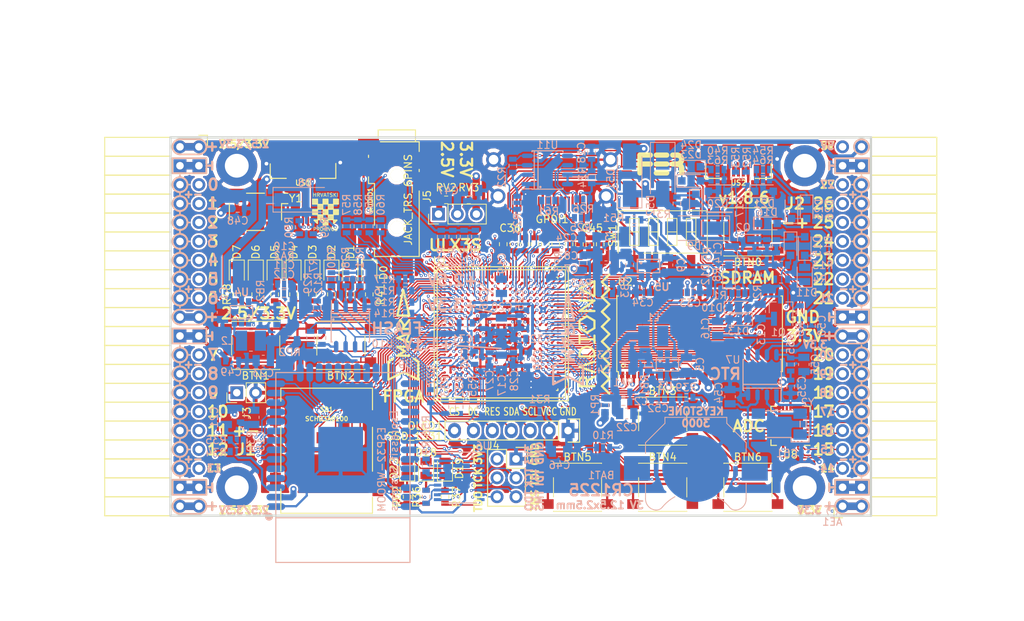
<source format=kicad_pcb>
(kicad_pcb (version 20171130) (host pcbnew 5.0.0-rc2-dev-unknown+dfsg1+20180318-2)
  (layers (0 F.Cu signal) (1 In1.Cu signal) (2 In2.Cu signal) (31 B.Cu signal) (34 B.Paste user) (35 F.Paste user) (36 B.SilkS user) (37 F.SilkS user) (38 B.Mask user) (39 F.Mask user) (44 Edge.Cuts user))
  (net 0 "")
  (net 1 GND)
  (net 2 +5V)
  (net 3 /gpio/IN5V)
  (net 4 /gpio/OUT5V)
  (net 5 +3V3)
  (net 6 BTN_D)
  (net 7 BTN_F1)
  (net 8 BTN_F2)
  (net 9 BTN_L)
  (net 10 BTN_R)
  (net 11 BTN_U)
  (net 12 /power/FB1)
  (net 13 +2V5)
  (net 14 /power/PWREN)
  (net 15 /power/FB3)
  (net 16 /power/FB2)
  (net 17 /power/VBAT)
  (net 18 JTAG_TDI)
  (net 19 JTAG_TCK)
  (net 20 JTAG_TMS)
  (net 21 JTAG_TDO)
  (net 22 /power/WAKEUPn)
  (net 23 /power/WKUP)
  (net 24 /power/SHUT)
  (net 25 /power/WAKE)
  (net 26 /power/HOLD)
  (net 27 /power/WKn)
  (net 28 /power/OSCI_32k)
  (net 29 /power/OSCO_32k)
  (net 30 SHUTDOWN)
  (net 31 /analog/AUDIO_L)
  (net 32 /analog/AUDIO_R)
  (net 33 GPDI_SDA)
  (net 34 GPDI_SCL)
  (net 35 /gpdi/VREF2)
  (net 36 SD_CMD)
  (net 37 SD_CLK)
  (net 38 SD_D0)
  (net 39 SD_D1)
  (net 40 USB5V)
  (net 41 GPDI_CEC)
  (net 42 nRESET)
  (net 43 FTDI_nDTR)
  (net 44 SDRAM_CKE)
  (net 45 SDRAM_A7)
  (net 46 SDRAM_D15)
  (net 47 SDRAM_BA1)
  (net 48 SDRAM_D7)
  (net 49 SDRAM_A6)
  (net 50 SDRAM_CLK)
  (net 51 SDRAM_D13)
  (net 52 SDRAM_BA0)
  (net 53 SDRAM_D6)
  (net 54 SDRAM_A5)
  (net 55 SDRAM_D14)
  (net 56 SDRAM_A11)
  (net 57 SDRAM_D12)
  (net 58 SDRAM_D5)
  (net 59 SDRAM_A4)
  (net 60 SDRAM_A10)
  (net 61 SDRAM_D11)
  (net 62 SDRAM_A3)
  (net 63 SDRAM_D4)
  (net 64 SDRAM_D10)
  (net 65 SDRAM_D9)
  (net 66 SDRAM_A9)
  (net 67 SDRAM_D3)
  (net 68 SDRAM_D8)
  (net 69 SDRAM_A8)
  (net 70 SDRAM_A2)
  (net 71 SDRAM_A1)
  (net 72 SDRAM_A0)
  (net 73 SDRAM_D2)
  (net 74 SDRAM_D1)
  (net 75 SDRAM_D0)
  (net 76 SDRAM_DQM0)
  (net 77 SDRAM_nCS)
  (net 78 SDRAM_nRAS)
  (net 79 SDRAM_DQM1)
  (net 80 SDRAM_nCAS)
  (net 81 SDRAM_nWE)
  (net 82 /flash/FLASH_nWP)
  (net 83 /flash/FLASH_nHOLD)
  (net 84 /flash/FLASH_MOSI)
  (net 85 /flash/FLASH_MISO)
  (net 86 /flash/FLASH_SCK)
  (net 87 /flash/FLASH_nCS)
  (net 88 /flash/FPGA_PROGRAMN)
  (net 89 /flash/FPGA_DONE)
  (net 90 /flash/FPGA_INITN)
  (net 91 OLED_RES)
  (net 92 OLED_DC)
  (net 93 OLED_CS)
  (net 94 WIFI_EN)
  (net 95 FTDI_nRTS)
  (net 96 FTDI_TXD)
  (net 97 FTDI_RXD)
  (net 98 WIFI_RXD)
  (net 99 WIFI_GPIO0)
  (net 100 WIFI_TXD)
  (net 101 USB_FTDI_D+)
  (net 102 USB_FTDI_D-)
  (net 103 SD_D3)
  (net 104 AUDIO_L3)
  (net 105 AUDIO_L2)
  (net 106 AUDIO_L1)
  (net 107 AUDIO_L0)
  (net 108 AUDIO_R3)
  (net 109 AUDIO_R2)
  (net 110 AUDIO_R1)
  (net 111 AUDIO_R0)
  (net 112 OLED_CLK)
  (net 113 OLED_MOSI)
  (net 114 LED0)
  (net 115 LED1)
  (net 116 LED2)
  (net 117 LED3)
  (net 118 LED4)
  (net 119 LED5)
  (net 120 LED6)
  (net 121 LED7)
  (net 122 BTN_PWRn)
  (net 123 FTDI_nTXLED)
  (net 124 FTDI_nSLEEP)
  (net 125 /blinkey/LED_PWREN)
  (net 126 /blinkey/LED_TXLED)
  (net 127 /sdcard/SD3V3)
  (net 128 SD_D2)
  (net 129 CLK_25MHz)
  (net 130 /blinkey/BTNPUL)
  (net 131 /blinkey/BTNPUR)
  (net 132 USB_FPGA_D+)
  (net 133 /power/FTDI_nSUSPEND)
  (net 134 /blinkey/ALED0)
  (net 135 /blinkey/ALED1)
  (net 136 /blinkey/ALED2)
  (net 137 /blinkey/ALED3)
  (net 138 /blinkey/ALED4)
  (net 139 /blinkey/ALED5)
  (net 140 /blinkey/ALED6)
  (net 141 /blinkey/ALED7)
  (net 142 /usb/FTD-)
  (net 143 /usb/FTD+)
  (net 144 ADC_MISO)
  (net 145 ADC_MOSI)
  (net 146 ADC_CSn)
  (net 147 ADC_SCLK)
  (net 148 SW3)
  (net 149 SW2)
  (net 150 SW1)
  (net 151 USB_FPGA_D-)
  (net 152 /usb/FPD+)
  (net 153 /usb/FPD-)
  (net 154 WIFI_GPIO16)
  (net 155 /usb/ANT_433MHz)
  (net 156 /power/PWRBTn)
  (net 157 PROG_DONE)
  (net 158 /power/P3V3)
  (net 159 /power/P2V5)
  (net 160 /power/L1)
  (net 161 /power/L3)
  (net 162 /power/L2)
  (net 163 FTDI_TXDEN)
  (net 164 SDRAM_A12)
  (net 165 /analog/AUDIO_V)
  (net 166 AUDIO_V3)
  (net 167 AUDIO_V2)
  (net 168 AUDIO_V1)
  (net 169 AUDIO_V0)
  (net 170 /blinkey/LED_WIFI)
  (net 171 /power/P1V1)
  (net 172 +1V1)
  (net 173 SW4)
  (net 174 /blinkey/SWPU)
  (net 175 /wifi/WIFIEN)
  (net 176 FT2V5)
  (net 177 GN0)
  (net 178 GP0)
  (net 179 GN1)
  (net 180 GP1)
  (net 181 GN2)
  (net 182 GP2)
  (net 183 GN3)
  (net 184 GP3)
  (net 185 GN4)
  (net 186 GP4)
  (net 187 GN5)
  (net 188 GP5)
  (net 189 GN6)
  (net 190 GP6)
  (net 191 GN14)
  (net 192 GP14)
  (net 193 GN15)
  (net 194 GP15)
  (net 195 GN16)
  (net 196 GP16)
  (net 197 GN17)
  (net 198 GP17)
  (net 199 GN18)
  (net 200 GP18)
  (net 201 GN19)
  (net 202 GP19)
  (net 203 GN20)
  (net 204 GP20)
  (net 205 GN21)
  (net 206 GP21)
  (net 207 GN22)
  (net 208 GP22)
  (net 209 GN23)
  (net 210 GP23)
  (net 211 GN24)
  (net 212 GP24)
  (net 213 GN25)
  (net 214 GP25)
  (net 215 GN26)
  (net 216 GP26)
  (net 217 GN27)
  (net 218 GP27)
  (net 219 GN7)
  (net 220 GP7)
  (net 221 GN8)
  (net 222 GP8)
  (net 223 GN9)
  (net 224 GP9)
  (net 225 GN10)
  (net 226 GP10)
  (net 227 GN11)
  (net 228 GP11)
  (net 229 GN12)
  (net 230 GP12)
  (net 231 GN13)
  (net 232 GP13)
  (net 233 WIFI_GPIO5)
  (net 234 WIFI_GPIO17)
  (net 235 USB_FPGA_PULL_D+)
  (net 236 USB_FPGA_PULL_D-)
  (net 237 "Net-(D23-Pad2)")
  (net 238 "Net-(D24-Pad1)")
  (net 239 "Net-(D25-Pad2)")
  (net 240 "Net-(D26-Pad1)")
  (net 241 /gpdi/GPDI_ETH+)
  (net 242 FPDI_ETH+)
  (net 243 /gpdi/GPDI_ETH-)
  (net 244 FPDI_ETH-)
  (net 245 /gpdi/GPDI_D2-)
  (net 246 FPDI_D2-)
  (net 247 /gpdi/GPDI_D1-)
  (net 248 FPDI_D1-)
  (net 249 /gpdi/GPDI_D0-)
  (net 250 FPDI_D0-)
  (net 251 /gpdi/GPDI_CLK-)
  (net 252 FPDI_CLK-)
  (net 253 /gpdi/GPDI_D2+)
  (net 254 FPDI_D2+)
  (net 255 /gpdi/GPDI_D1+)
  (net 256 FPDI_D1+)
  (net 257 /gpdi/GPDI_D0+)
  (net 258 FPDI_D0+)
  (net 259 /gpdi/GPDI_CLK+)
  (net 260 FPDI_CLK+)
  (net 261 FPDI_SDA)
  (net 262 FPDI_SCL)
  (net 263 /gpdi/FPDI_CEC)
  (net 264 2V5_3V3)
  (net 265 "Net-(AUDIO1-Pad5)")
  (net 266 "Net-(AUDIO1-Pad6)")
  (net 267 "Net-(U1-PadA15)")
  (net 268 "Net-(U1-PadC9)")
  (net 269 "Net-(U1-PadD9)")
  (net 270 "Net-(U1-PadD10)")
  (net 271 "Net-(U1-PadD11)")
  (net 272 "Net-(U1-PadD12)")
  (net 273 "Net-(U1-PadE6)")
  (net 274 "Net-(U1-PadE9)")
  (net 275 "Net-(U1-PadE10)")
  (net 276 "Net-(U1-PadE11)")
  (net 277 "Net-(U1-PadJ4)")
  (net 278 "Net-(U1-PadJ5)")
  (net 279 "Net-(U1-PadK5)")
  (net 280 "Net-(U1-PadL5)")
  (net 281 "Net-(U1-PadM4)")
  (net 282 "Net-(U1-PadM5)")
  (net 283 SD_CD)
  (net 284 SD_WP)
  (net 285 "Net-(U1-PadR3)")
  (net 286 "Net-(U1-PadT16)")
  (net 287 "Net-(U1-PadW4)")
  (net 288 "Net-(U1-PadW5)")
  (net 289 "Net-(U1-PadW8)")
  (net 290 "Net-(U1-PadW9)")
  (net 291 "Net-(U1-PadW13)")
  (net 292 "Net-(U1-PadW14)")
  (net 293 "Net-(U1-PadW17)")
  (net 294 "Net-(U1-PadW18)")
  (net 295 FTDI_nRXLED)
  (net 296 "Net-(U8-Pad12)")
  (net 297 "Net-(U8-Pad25)")
  (net 298 "Net-(U9-Pad32)")
  (net 299 "Net-(U9-Pad22)")
  (net 300 "Net-(U9-Pad21)")
  (net 301 "Net-(U9-Pad20)")
  (net 302 "Net-(U9-Pad19)")
  (net 303 "Net-(U9-Pad18)")
  (net 304 "Net-(U9-Pad17)")
  (net 305 "Net-(U9-Pad12)")
  (net 306 "Net-(U9-Pad5)")
  (net 307 "Net-(U9-Pad4)")
  (net 308 "Net-(US1-Pad4)")
  (net 309 "Net-(US2-Pad4)")
  (net 310 "Net-(Y2-Pad3)")
  (net 311 "Net-(Y2-Pad2)")
  (net 312 "Net-(U1-PadK16)")
  (net 313 "Net-(U1-PadK17)")
  (net 314 /usb/US2VBUS)
  (net 315 /power/SHD)
  (net 316 /power/RTCVDD)
  (module L_1008_1210:L_1008_1210 (layer B.Cu) (at 156.33 74.755 180)
    (fp_text reference L3 (at 3.16 -0.018 180) (layer B.SilkS) (effects (justify mirror)))
    (fp_text value 2.2uH)
    (pad 2 smd rect (at 1.27 0 180) (size 1.5 2.7) (layers B.Cu B.Paste B.Mask) (net 158 /power/P3V3))
    (pad 1 smd rect (at -1.27 0 180) (size 1.5 2.7) (layers B.Cu B.Paste B.Mask) (net 161 /power/L3))
  )
  (module L_1008_1210:L_1008_1210 (layer B.Cu) (at 104.895 88.725)
    (fp_text reference L2 (at -3.16 0.018) (layer B.SilkS) (effects (justify mirror)))
    (fp_text value 2.2uH)
    (pad 2 smd rect (at 1.27 0) (size 1.5 2.7) (layers B.Cu B.Paste B.Mask) (net 159 /power/P2V5))
    (pad 1 smd rect (at -1.27 0) (size 1.5 2.7) (layers B.Cu B.Paste B.Mask) (net 162 /power/L2))
  )
  (module L_1008_1210:L_1008_1210 (layer B.Cu) (at 158.87 88.09 180)
    (fp_text reference L1 (at 0 2.5 180) (layer B.SilkS) (effects (justify mirror)))
    (fp_text value 2.2uH)
    (pad 2 smd rect (at 1.27 0 180) (size 1.5 2.7) (layers B.Cu B.Paste B.Mask) (net 171 /power/P1V1))
    (pad 1 smd rect (at -1.27 0 180) (size 1.5 2.7) (layers B.Cu B.Paste B.Mask) (net 160 /power/L1))
  )
  (module Socket_Strips:Socket_Strip_Angled_2x20 (layer F.Cu) (at 97.91 62.69 270)
    (fp_text reference J1 (at 40.64 -6.35) (layer F.SilkS) (effects (font (size 1.5 1.5) (thickness 0.3))))
    (fp_text value CONN_02X20 hide)
    (pad 1 thru_hole oval (at 0 0 270) (size 1.7272 1.7272) (drill 1.016) (layers *.Cu *.Mask) (net 264 2V5_3V3))
    (pad 2 thru_hole oval (at 0 2.54 270) (size 1.7272 1.7272) (drill 1.016) (layers *.Cu *.Mask) (net 264 2V5_3V3))
    (pad 3 thru_hole rect (at 2.54 0 270) (size 1.7272 1.7272) (drill 1.016) (layers *.Cu *.Mask) (net 1 GND))
    (pad 4 thru_hole rect (at 2.54 2.54 270) (size 1.7272 1.7272) (drill 1.016) (layers *.Cu *.Mask) (net 1 GND))
    (pad 5 thru_hole oval (at 5.08 0 270) (size 1.7272 1.7272) (drill 1.016) (layers *.Cu *.Mask) (net 177 GN0))
    (pad 6 thru_hole oval (at 5.08 2.54 270) (size 1.7272 1.7272) (drill 1.016) (layers *.Cu *.Mask) (net 178 GP0))
    (pad 7 thru_hole oval (at 7.62 0 270) (size 1.7272 1.7272) (drill 1.016) (layers *.Cu *.Mask) (net 179 GN1))
    (pad 8 thru_hole oval (at 7.62 2.54 270) (size 1.7272 1.7272) (drill 1.016) (layers *.Cu *.Mask) (net 180 GP1))
    (pad 9 thru_hole oval (at 10.16 0 270) (size 1.7272 1.7272) (drill 1.016) (layers *.Cu *.Mask) (net 181 GN2))
    (pad 10 thru_hole oval (at 10.16 2.54 270) (size 1.7272 1.7272) (drill 1.016) (layers *.Cu *.Mask) (net 182 GP2))
    (pad 11 thru_hole oval (at 12.7 0 270) (size 1.7272 1.7272) (drill 1.016) (layers *.Cu *.Mask) (net 183 GN3))
    (pad 12 thru_hole oval (at 12.7 2.54 270) (size 1.7272 1.7272) (drill 1.016) (layers *.Cu *.Mask) (net 184 GP3))
    (pad 13 thru_hole oval (at 15.24 0 270) (size 1.7272 1.7272) (drill 1.016) (layers *.Cu *.Mask) (net 185 GN4))
    (pad 14 thru_hole oval (at 15.24 2.54 270) (size 1.7272 1.7272) (drill 1.016) (layers *.Cu *.Mask) (net 186 GP4))
    (pad 15 thru_hole oval (at 17.78 0 270) (size 1.7272 1.7272) (drill 1.016) (layers *.Cu *.Mask) (net 187 GN5))
    (pad 16 thru_hole oval (at 17.78 2.54 270) (size 1.7272 1.7272) (drill 1.016) (layers *.Cu *.Mask) (net 188 GP5))
    (pad 17 thru_hole oval (at 20.32 0 270) (size 1.7272 1.7272) (drill 1.016) (layers *.Cu *.Mask) (net 189 GN6))
    (pad 18 thru_hole oval (at 20.32 2.54 270) (size 1.7272 1.7272) (drill 1.016) (layers *.Cu *.Mask) (net 190 GP6))
    (pad 19 thru_hole oval (at 22.86 0 270) (size 1.7272 1.7272) (drill 1.016) (layers *.Cu *.Mask) (net 264 2V5_3V3))
    (pad 20 thru_hole oval (at 22.86 2.54 270) (size 1.7272 1.7272) (drill 1.016) (layers *.Cu *.Mask) (net 264 2V5_3V3))
    (pad 21 thru_hole rect (at 25.4 0 270) (size 1.7272 1.7272) (drill 1.016) (layers *.Cu *.Mask) (net 1 GND))
    (pad 22 thru_hole rect (at 25.4 2.54 270) (size 1.7272 1.7272) (drill 1.016) (layers *.Cu *.Mask) (net 1 GND))
    (pad 23 thru_hole oval (at 27.94 0 270) (size 1.7272 1.7272) (drill 1.016) (layers *.Cu *.Mask) (net 219 GN7))
    (pad 24 thru_hole oval (at 27.94 2.54 270) (size 1.7272 1.7272) (drill 1.016) (layers *.Cu *.Mask) (net 220 GP7))
    (pad 25 thru_hole oval (at 30.48 0 270) (size 1.7272 1.7272) (drill 1.016) (layers *.Cu *.Mask) (net 221 GN8))
    (pad 26 thru_hole oval (at 30.48 2.54 270) (size 1.7272 1.7272) (drill 1.016) (layers *.Cu *.Mask) (net 222 GP8))
    (pad 27 thru_hole oval (at 33.02 0 270) (size 1.7272 1.7272) (drill 1.016) (layers *.Cu *.Mask) (net 223 GN9))
    (pad 28 thru_hole oval (at 33.02 2.54 270) (size 1.7272 1.7272) (drill 1.016) (layers *.Cu *.Mask) (net 224 GP9))
    (pad 29 thru_hole oval (at 35.56 0 270) (size 1.7272 1.7272) (drill 1.016) (layers *.Cu *.Mask) (net 225 GN10))
    (pad 30 thru_hole oval (at 35.56 2.54 270) (size 1.7272 1.7272) (drill 1.016) (layers *.Cu *.Mask) (net 226 GP10))
    (pad 31 thru_hole oval (at 38.1 0 270) (size 1.7272 1.7272) (drill 1.016) (layers *.Cu *.Mask) (net 227 GN11))
    (pad 32 thru_hole oval (at 38.1 2.54 270) (size 1.7272 1.7272) (drill 1.016) (layers *.Cu *.Mask) (net 228 GP11))
    (pad 33 thru_hole oval (at 40.64 0 270) (size 1.7272 1.7272) (drill 1.016) (layers *.Cu *.Mask) (net 229 GN12))
    (pad 34 thru_hole oval (at 40.64 2.54 270) (size 1.7272 1.7272) (drill 1.016) (layers *.Cu *.Mask) (net 230 GP12))
    (pad 35 thru_hole oval (at 43.18 0 270) (size 1.7272 1.7272) (drill 1.016) (layers *.Cu *.Mask) (net 231 GN13))
    (pad 36 thru_hole oval (at 43.18 2.54 270) (size 1.7272 1.7272) (drill 1.016) (layers *.Cu *.Mask) (net 232 GP13))
    (pad 37 thru_hole rect (at 45.72 0 270) (size 1.7272 1.7272) (drill 1.016) (layers *.Cu *.Mask) (net 1 GND))
    (pad 38 thru_hole rect (at 45.72 2.54 270) (size 1.7272 1.7272) (drill 1.016) (layers *.Cu *.Mask) (net 1 GND))
    (pad 39 thru_hole oval (at 48.26 0 270) (size 1.7272 1.7272) (drill 1.016) (layers *.Cu *.Mask) (net 264 2V5_3V3))
    (pad 40 thru_hole oval (at 48.26 2.54 270) (size 1.7272 1.7272) (drill 1.016) (layers *.Cu *.Mask) (net 264 2V5_3V3))
  )
  (module TSOT-25:TSOT-25 (layer B.Cu) (at 160.775 91.9)
    (fp_text reference U3 (at -0.295 2.9) (layer B.SilkS) (effects (font (thickness 0.2)) (justify mirror)))
    (fp_text value TLV62569DBV)
    (pad 1 smd rect (at -0.95 -1.3) (size 0.7 1.2) (layers B.Cu B.Paste B.Mask) (net 14 /power/PWREN))
    (pad 2 smd rect (at 0 -1.3) (size 0.7 1.2) (layers B.Cu B.Paste B.Mask) (net 1 GND))
    (pad 3 smd rect (at 0.95 -1.3) (size 0.7 1.2) (layers B.Cu B.Paste B.Mask) (net 160 /power/L1))
    (pad 4 smd rect (at 0.95 1.3) (size 0.7 1.2) (layers B.Cu B.Paste B.Mask) (net 2 +5V))
    (pad 5 smd rect (at -0.95 1.3) (size 0.7 1.2) (layers B.Cu B.Paste B.Mask) (net 12 /power/FB1))
  )
  (module TSOT-25:TSOT-25 (layer B.Cu) (at 103.625 84.915 180)
    (fp_text reference U4 (at 0 2.697 180) (layer B.SilkS) (effects (font (thickness 0.2)) (justify mirror)))
    (fp_text value TLV62569DBV)
    (pad 1 smd rect (at -0.95 -1.3 180) (size 0.7 1.2) (layers B.Cu B.Paste B.Mask) (net 14 /power/PWREN))
    (pad 2 smd rect (at 0 -1.3 180) (size 0.7 1.2) (layers B.Cu B.Paste B.Mask) (net 1 GND))
    (pad 3 smd rect (at 0.95 -1.3 180) (size 0.7 1.2) (layers B.Cu B.Paste B.Mask) (net 162 /power/L2))
    (pad 4 smd rect (at 0.95 1.3 180) (size 0.7 1.2) (layers B.Cu B.Paste B.Mask) (net 2 +5V))
    (pad 5 smd rect (at -0.95 1.3 180) (size 0.7 1.2) (layers B.Cu B.Paste B.Mask) (net 16 /power/FB2))
  )
  (module TSOT-25:TSOT-25 (layer B.Cu) (at 158.235 78.692)
    (fp_text reference U5 (at 1.793 2.812) (layer B.SilkS) (effects (font (thickness 0.2)) (justify mirror)))
    (fp_text value TLV62569DBV)
    (pad 1 smd rect (at -0.95 -1.3) (size 0.7 1.2) (layers B.Cu B.Paste B.Mask) (net 14 /power/PWREN))
    (pad 2 smd rect (at 0 -1.3) (size 0.7 1.2) (layers B.Cu B.Paste B.Mask) (net 1 GND))
    (pad 3 smd rect (at 0.95 -1.3) (size 0.7 1.2) (layers B.Cu B.Paste B.Mask) (net 161 /power/L3))
    (pad 4 smd rect (at 0.95 1.3) (size 0.7 1.2) (layers B.Cu B.Paste B.Mask) (net 2 +5V))
    (pad 5 smd rect (at -0.95 1.3) (size 0.7 1.2) (layers B.Cu B.Paste B.Mask) (net 15 /power/FB3))
  )
  (module Socket_Strips:Socket_Strip_Angled_2x20 (layer F.Cu) (at 184.27 110.95 90)
    (fp_text reference J2 (at 40.64 -6.35 180) (layer F.SilkS) (effects (font (size 1.5 1.5) (thickness 0.3))))
    (fp_text value CONN_02X20 hide)
    (pad 1 thru_hole oval (at 0 0 90) (size 1.7272 1.7272) (drill 1.016) (layers *.Cu *.Mask) (net 5 +3V3))
    (pad 2 thru_hole oval (at 0 2.54 90) (size 1.7272 1.7272) (drill 1.016) (layers *.Cu *.Mask) (net 5 +3V3))
    (pad 3 thru_hole rect (at 2.54 0 90) (size 1.7272 1.7272) (drill 1.016) (layers *.Cu *.Mask) (net 1 GND))
    (pad 4 thru_hole rect (at 2.54 2.54 90) (size 1.7272 1.7272) (drill 1.016) (layers *.Cu *.Mask) (net 1 GND))
    (pad 5 thru_hole oval (at 5.08 0 90) (size 1.7272 1.7272) (drill 1.016) (layers *.Cu *.Mask) (net 191 GN14))
    (pad 6 thru_hole oval (at 5.08 2.54 90) (size 1.7272 1.7272) (drill 1.016) (layers *.Cu *.Mask) (net 192 GP14))
    (pad 7 thru_hole oval (at 7.62 0 90) (size 1.7272 1.7272) (drill 1.016) (layers *.Cu *.Mask) (net 193 GN15))
    (pad 8 thru_hole oval (at 7.62 2.54 90) (size 1.7272 1.7272) (drill 1.016) (layers *.Cu *.Mask) (net 194 GP15))
    (pad 9 thru_hole oval (at 10.16 0 90) (size 1.7272 1.7272) (drill 1.016) (layers *.Cu *.Mask) (net 195 GN16))
    (pad 10 thru_hole oval (at 10.16 2.54 90) (size 1.7272 1.7272) (drill 1.016) (layers *.Cu *.Mask) (net 196 GP16))
    (pad 11 thru_hole oval (at 12.7 0 90) (size 1.7272 1.7272) (drill 1.016) (layers *.Cu *.Mask) (net 197 GN17))
    (pad 12 thru_hole oval (at 12.7 2.54 90) (size 1.7272 1.7272) (drill 1.016) (layers *.Cu *.Mask) (net 198 GP17))
    (pad 13 thru_hole oval (at 15.24 0 90) (size 1.7272 1.7272) (drill 1.016) (layers *.Cu *.Mask) (net 199 GN18))
    (pad 14 thru_hole oval (at 15.24 2.54 90) (size 1.7272 1.7272) (drill 1.016) (layers *.Cu *.Mask) (net 200 GP18))
    (pad 15 thru_hole oval (at 17.78 0 90) (size 1.7272 1.7272) (drill 1.016) (layers *.Cu *.Mask) (net 201 GN19))
    (pad 16 thru_hole oval (at 17.78 2.54 90) (size 1.7272 1.7272) (drill 1.016) (layers *.Cu *.Mask) (net 202 GP19))
    (pad 17 thru_hole oval (at 20.32 0 90) (size 1.7272 1.7272) (drill 1.016) (layers *.Cu *.Mask) (net 203 GN20))
    (pad 18 thru_hole oval (at 20.32 2.54 90) (size 1.7272 1.7272) (drill 1.016) (layers *.Cu *.Mask) (net 204 GP20))
    (pad 19 thru_hole oval (at 22.86 0 90) (size 1.7272 1.7272) (drill 1.016) (layers *.Cu *.Mask) (net 5 +3V3))
    (pad 20 thru_hole oval (at 22.86 2.54 90) (size 1.7272 1.7272) (drill 1.016) (layers *.Cu *.Mask) (net 5 +3V3))
    (pad 21 thru_hole rect (at 25.4 0 90) (size 1.7272 1.7272) (drill 1.016) (layers *.Cu *.Mask) (net 1 GND))
    (pad 22 thru_hole rect (at 25.4 2.54 90) (size 1.7272 1.7272) (drill 1.016) (layers *.Cu *.Mask) (net 1 GND))
    (pad 23 thru_hole oval (at 27.94 0 90) (size 1.7272 1.7272) (drill 1.016) (layers *.Cu *.Mask) (net 205 GN21))
    (pad 24 thru_hole oval (at 27.94 2.54 90) (size 1.7272 1.7272) (drill 1.016) (layers *.Cu *.Mask) (net 206 GP21))
    (pad 25 thru_hole oval (at 30.48 0 90) (size 1.7272 1.7272) (drill 1.016) (layers *.Cu *.Mask) (net 207 GN22))
    (pad 26 thru_hole oval (at 30.48 2.54 90) (size 1.7272 1.7272) (drill 1.016) (layers *.Cu *.Mask) (net 208 GP22))
    (pad 27 thru_hole oval (at 33.02 0 90) (size 1.7272 1.7272) (drill 1.016) (layers *.Cu *.Mask) (net 209 GN23))
    (pad 28 thru_hole oval (at 33.02 2.54 90) (size 1.7272 1.7272) (drill 1.016) (layers *.Cu *.Mask) (net 210 GP23))
    (pad 29 thru_hole oval (at 35.56 0 90) (size 1.7272 1.7272) (drill 1.016) (layers *.Cu *.Mask) (net 211 GN24))
    (pad 30 thru_hole oval (at 35.56 2.54 90) (size 1.7272 1.7272) (drill 1.016) (layers *.Cu *.Mask) (net 212 GP24))
    (pad 31 thru_hole oval (at 38.1 0 90) (size 1.7272 1.7272) (drill 1.016) (layers *.Cu *.Mask) (net 213 GN25))
    (pad 32 thru_hole oval (at 38.1 2.54 90) (size 1.7272 1.7272) (drill 1.016) (layers *.Cu *.Mask) (net 214 GP25))
    (pad 33 thru_hole oval (at 40.64 0 90) (size 1.7272 1.7272) (drill 1.016) (layers *.Cu *.Mask) (net 215 GN26))
    (pad 34 thru_hole oval (at 40.64 2.54 90) (size 1.7272 1.7272) (drill 1.016) (layers *.Cu *.Mask) (net 216 GP26))
    (pad 35 thru_hole oval (at 43.18 0 90) (size 1.7272 1.7272) (drill 1.016) (layers *.Cu *.Mask) (net 217 GN27))
    (pad 36 thru_hole oval (at 43.18 2.54 90) (size 1.7272 1.7272) (drill 1.016) (layers *.Cu *.Mask) (net 218 GP27))
    (pad 37 thru_hole rect (at 45.72 0 90) (size 1.7272 1.7272) (drill 1.016) (layers *.Cu *.Mask) (net 1 GND))
    (pad 38 thru_hole rect (at 45.72 2.54 90) (size 1.7272 1.7272) (drill 1.016) (layers *.Cu *.Mask) (net 1 GND))
    (pad 39 thru_hole oval (at 48.26 0 90) (size 1.7272 1.7272) (drill 1.016) (layers *.Cu *.Mask) (net 3 /gpio/IN5V))
    (pad 40 thru_hole oval (at 48.26 2.54 90) (size 1.7272 1.7272) (drill 1.016) (layers *.Cu *.Mask) (net 4 /gpio/OUT5V))
  )
  (module Mounting_Holes:MountingHole_3.2mm_M3_ISO14580_Pad (layer F.Cu) (at 102.99 108.41)
    (fp_text reference H1 hide)
    (fp_text value HOLE hide)
    (pad 1 thru_hole circle (at 0 0) (size 5.5 5.5) (drill 3.2) (layers *.Cu *.Mask) (net 1 GND))
  )
  (module Mounting_Holes:MountingHole_3.2mm_M3_ISO14580_Pad (layer F.Cu) (at 179.19 108.41)
    (fp_text reference H2 hide)
    (fp_text value HOLE hide)
    (pad 1 thru_hole circle (at 0 0) (size 5.5 5.5) (drill 3.2) (layers *.Cu *.Mask) (net 1 GND))
  )
  (module Mounting_Holes:MountingHole_3.2mm_M3_ISO14580_Pad (layer F.Cu) (at 179.19 65.23)
    (fp_text reference H3 hide)
    (fp_text value HOLE hide)
    (pad 1 thru_hole circle (at 0 0) (size 5.5 5.5) (drill 3.2) (layers *.Cu *.Mask) (net 1 GND))
  )
  (module Mounting_Holes:MountingHole_3.2mm_M3_ISO14580_Pad (layer F.Cu) (at 102.99 65.23)
    (fp_text reference H4 hide)
    (fp_text value HOLE hide)
    (pad 1 thru_hole circle (at 0 0) (size 5.5 5.5) (drill 3.2) (layers *.Cu *.Mask) (net 1 GND))
  )
  (module Housings_SSOP:SSOP-20_4.4x6.5mm_Pitch0.65mm (layer B.Cu) (at 132.835 107.14 180)
    (fp_text reference U6 (at -3.175 4.318 180) (layer B.SilkS) (effects (justify mirror)))
    (fp_text value FT231XS)
    (pad 1 smd rect (at -2.9 2.925 180) (size 1 0.4) (layers B.Cu B.Paste B.Mask) (net 43 FTDI_nDTR))
    (pad 2 smd rect (at -2.9 2.275 180) (size 1 0.4) (layers B.Cu B.Paste B.Mask) (net 95 FTDI_nRTS))
    (pad 3 smd rect (at -2.9 1.625 180) (size 1 0.4) (layers B.Cu B.Paste B.Mask) (net 176 FT2V5))
    (pad 4 smd rect (at -2.9 0.975 180) (size 1 0.4) (layers B.Cu B.Paste B.Mask) (net 97 FTDI_RXD))
    (pad 5 smd rect (at -2.9 0.325 180) (size 1 0.4) (layers B.Cu B.Paste B.Mask) (net 18 JTAG_TDI))
    (pad 6 smd rect (at -2.9 -0.325 180) (size 1 0.4) (layers B.Cu B.Paste B.Mask) (net 1 GND))
    (pad 7 smd rect (at -2.9 -0.975 180) (size 1 0.4) (layers B.Cu B.Paste B.Mask) (net 19 JTAG_TCK))
    (pad 8 smd rect (at -2.9 -1.625 180) (size 1 0.4) (layers B.Cu B.Paste B.Mask) (net 20 JTAG_TMS))
    (pad 9 smd rect (at -2.9 -2.275 180) (size 1 0.4) (layers B.Cu B.Paste B.Mask) (net 21 JTAG_TDO))
    (pad 10 smd rect (at -2.9 -2.925 180) (size 1 0.4) (layers B.Cu B.Paste B.Mask) (net 123 FTDI_nTXLED))
    (pad 11 smd rect (at 2.9 -2.925 180) (size 1 0.4) (layers B.Cu B.Paste B.Mask) (net 101 USB_FTDI_D+))
    (pad 12 smd rect (at 2.9 -2.275 180) (size 1 0.4) (layers B.Cu B.Paste B.Mask) (net 102 USB_FTDI_D-))
    (pad 13 smd rect (at 2.9 -1.625 180) (size 1 0.4) (layers B.Cu B.Paste B.Mask) (net 176 FT2V5))
    (pad 14 smd rect (at 2.9 -0.975 180) (size 1 0.4) (layers B.Cu B.Paste B.Mask) (net 42 nRESET))
    (pad 15 smd rect (at 2.9 -0.325 180) (size 1 0.4) (layers B.Cu B.Paste B.Mask) (net 40 USB5V))
    (pad 16 smd rect (at 2.9 0.325 180) (size 1 0.4) (layers B.Cu B.Paste B.Mask) (net 1 GND))
    (pad 17 smd rect (at 2.9 0.975 180) (size 1 0.4) (layers B.Cu B.Paste B.Mask) (net 295 FTDI_nRXLED))
    (pad 18 smd rect (at 2.9 1.625 180) (size 1 0.4) (layers B.Cu B.Paste B.Mask) (net 163 FTDI_TXDEN))
    (pad 19 smd rect (at 2.9 2.275 180) (size 1 0.4) (layers B.Cu B.Paste B.Mask) (net 124 FTDI_nSLEEP))
    (pad 20 smd rect (at 2.9 2.925 180) (size 1 0.4) (layers B.Cu B.Paste B.Mask) (net 96 FTDI_TXD))
  )
  (module usb_otg:USB-MICRO-B-FCI-10118192-0001LF (layer F.Cu) (at 111.88 63.325 180)
    (fp_text reference US1 (at 0 -4.2 180) (layer F.SilkS) (effects (font (size 0.7 0.7))))
    (fp_text value MICRO_USB hide)
    (pad 6 smd rect (at -3.1 -2.55 180) (size 2.1 1.6) (layers F.Cu F.Paste F.Mask) (net 1 GND))
    (pad 6 smd rect (at 3.1 -2.55 180) (size 2.1 1.6) (layers F.Cu F.Paste F.Mask) (net 1 GND))
    (pad 6 smd rect (at -1.2 0 180) (size 1.9 1.9) (layers F.Cu F.Paste F.Mask) (net 1 GND))
    (pad 6 smd rect (at 1.2 0 180) (size 1.9 1.9) (layers F.Cu F.Paste F.Mask) (net 1 GND))
    (pad 1 smd rect (at -1.3 -2.675 180) (size 0.4 1.35) (layers F.Cu F.Paste F.Mask) (net 40 USB5V))
    (pad 2 smd rect (at -0.65 -2.675 180) (size 0.4 1.35) (layers F.Cu F.Paste F.Mask) (net 142 /usb/FTD-))
    (pad 3 smd rect (at 0 -2.675 180) (size 0.4 1.35) (layers F.Cu F.Paste F.Mask) (net 143 /usb/FTD+))
    (pad 4 smd rect (at 0.65 -2.675 180) (size 0.4 1.35) (layers F.Cu F.Paste F.Mask) (net 308 "Net-(US1-Pad4)"))
    (pad 5 smd rect (at 1.3 -2.675 180) (size 0.4 1.35) (layers F.Cu F.Paste F.Mask) (net 1 GND))
    (pad 6 smd rect (at -3.8 0 180) (size 1.8 1.9) (layers F.Cu F.Paste F.Mask) (net 1 GND))
    (pad 6 smd rect (at 3.8 0 180) (size 1.8 1.9) (layers F.Cu F.Paste F.Mask) (net 1 GND))
  )
  (module usb_otg:USB-MICRO-B-FCI-10118192-0001LF (layer F.Cu) (at 170.3 63.325 180)
    (fp_text reference US2 (at 0 -4.2 180) (layer F.SilkS) (effects (font (size 0.7 0.7))))
    (fp_text value MICRO_USB hide)
    (pad 6 smd rect (at -3.1 -2.55 180) (size 2.1 1.6) (layers F.Cu F.Paste F.Mask) (net 1 GND))
    (pad 6 smd rect (at 3.1 -2.55 180) (size 2.1 1.6) (layers F.Cu F.Paste F.Mask) (net 1 GND))
    (pad 6 smd rect (at -1.2 0 180) (size 1.9 1.9) (layers F.Cu F.Paste F.Mask) (net 1 GND))
    (pad 6 smd rect (at 1.2 0 180) (size 1.9 1.9) (layers F.Cu F.Paste F.Mask) (net 1 GND))
    (pad 1 smd rect (at -1.3 -2.675 180) (size 0.4 1.35) (layers F.Cu F.Paste F.Mask) (net 314 /usb/US2VBUS))
    (pad 2 smd rect (at -0.65 -2.675 180) (size 0.4 1.35) (layers F.Cu F.Paste F.Mask) (net 153 /usb/FPD-))
    (pad 3 smd rect (at 0 -2.675 180) (size 0.4 1.35) (layers F.Cu F.Paste F.Mask) (net 152 /usb/FPD+))
    (pad 4 smd rect (at 0.65 -2.675 180) (size 0.4 1.35) (layers F.Cu F.Paste F.Mask) (net 309 "Net-(US2-Pad4)"))
    (pad 5 smd rect (at 1.3 -2.675 180) (size 0.4 1.35) (layers F.Cu F.Paste F.Mask) (net 1 GND))
    (pad 6 smd rect (at -3.8 0 180) (size 1.8 1.9) (layers F.Cu F.Paste F.Mask) (net 1 GND))
    (pad 6 smd rect (at 3.8 0 180) (size 1.8 1.9) (layers F.Cu F.Paste F.Mask) (net 1 GND))
  )
  (module Socket_Strips:Socket_Strip_Straight_2x03 (layer F.Cu) (at 140.455 104.6 270)
    (fp_text reference J4 (at -1.778 3.048) (layer F.SilkS))
    (fp_text value CONN_02X03 hide)
    (pad 1 thru_hole rect (at 0 0 270) (size 1.7272 1.7272) (drill 1.016) (layers *.Cu *.Mask) (net 1 GND))
    (pad 2 thru_hole oval (at 0 2.54 270) (size 1.7272 1.7272) (drill 1.016) (layers *.Cu *.Mask) (net 5 +3V3))
    (pad 3 thru_hole oval (at 2.54 0 270) (size 1.7272 1.7272) (drill 1.016) (layers *.Cu *.Mask) (net 18 JTAG_TDI))
    (pad 4 thru_hole oval (at 2.54 2.54 270) (size 1.7272 1.7272) (drill 1.016) (layers *.Cu *.Mask) (net 19 JTAG_TCK))
    (pad 5 thru_hole oval (at 5.08 0 270) (size 1.7272 1.7272) (drill 1.016) (layers *.Cu *.Mask) (net 20 JTAG_TMS))
    (pad 6 thru_hole oval (at 5.08 2.54 270) (size 1.7272 1.7272) (drill 1.016) (layers *.Cu *.Mask) (net 21 JTAG_TDO))
  )
  (module Housings_DFN_QFN:QFN-28-1EP_5x5mm_Pitch0.5mm (layer F.Cu) (at 177.285 100.155 180)
    (fp_text reference U8 (at 0 -3.875 180) (layer F.SilkS))
    (fp_text value MAX11125)
    (pad 1 smd oval (at -2.45 -1.5 180) (size 0.85 0.3) (layers F.Cu F.Paste F.Mask) (net 194 GP15))
    (pad 2 smd oval (at -2.45 -1 180) (size 0.85 0.3) (layers F.Cu F.Paste F.Mask) (net 195 GN16))
    (pad 3 smd oval (at -2.45 -0.5 180) (size 0.85 0.3) (layers F.Cu F.Paste F.Mask) (net 196 GP16))
    (pad 4 smd oval (at -2.45 0 180) (size 0.85 0.3) (layers F.Cu F.Paste F.Mask) (net 197 GN17))
    (pad 5 smd oval (at -2.45 0.5 180) (size 0.85 0.3) (layers F.Cu F.Paste F.Mask) (net 198 GP17))
    (pad 6 smd oval (at -2.45 1 180) (size 0.85 0.3) (layers F.Cu F.Paste F.Mask) (net 1 GND))
    (pad 7 smd oval (at -2.45 1.5 180) (size 0.85 0.3) (layers F.Cu F.Paste F.Mask) (net 1 GND))
    (pad 8 smd oval (at -1.5 2.45 270) (size 0.85 0.3) (layers F.Cu F.Paste F.Mask) (net 1 GND))
    (pad 9 smd oval (at -1 2.45 270) (size 0.85 0.3) (layers F.Cu F.Paste F.Mask) (net 1 GND))
    (pad 10 smd oval (at -0.5 2.45 270) (size 0.85 0.3) (layers F.Cu F.Paste F.Mask) (net 1 GND))
    (pad 11 smd oval (at 0 2.45 270) (size 0.85 0.3) (layers F.Cu F.Paste F.Mask) (net 1 GND))
    (pad 12 smd oval (at 0.5 2.45 270) (size 0.85 0.3) (layers F.Cu F.Paste F.Mask) (net 296 "Net-(U8-Pad12)"))
    (pad 13 smd oval (at 1 2.45 270) (size 0.85 0.3) (layers F.Cu F.Paste F.Mask) (net 1 GND))
    (pad 14 smd oval (at 1.5 2.45 270) (size 0.85 0.3) (layers F.Cu F.Paste F.Mask) (net 1 GND))
    (pad 15 smd oval (at 2.45 1.5 180) (size 0.85 0.3) (layers F.Cu F.Paste F.Mask) (net 5 +3V3))
    (pad 16 smd oval (at 2.45 1 180) (size 0.85 0.3) (layers F.Cu F.Paste F.Mask) (net 1 GND))
    (pad 17 smd oval (at 2.45 0.5 180) (size 0.85 0.3) (layers F.Cu F.Paste F.Mask) (net 5 +3V3))
    (pad 18 smd oval (at 2.45 0 180) (size 0.85 0.3) (layers F.Cu F.Paste F.Mask) (net 5 +3V3))
    (pad 19 smd oval (at 2.45 -0.5 180) (size 0.85 0.3) (layers F.Cu F.Paste F.Mask) (net 147 ADC_SCLK))
    (pad 20 smd oval (at 2.45 -1 180) (size 0.85 0.3) (layers F.Cu F.Paste F.Mask) (net 146 ADC_CSn))
    (pad 21 smd oval (at 2.45 -1.5 180) (size 0.85 0.3) (layers F.Cu F.Paste F.Mask) (net 145 ADC_MOSI))
    (pad 22 smd oval (at 1.5 -2.45 270) (size 0.85 0.3) (layers F.Cu F.Paste F.Mask) (net 1 GND))
    (pad 23 smd oval (at 1 -2.45 270) (size 0.85 0.3) (layers F.Cu F.Paste F.Mask) (net 5 +3V3))
    (pad 24 smd oval (at 0.5 -2.45 270) (size 0.85 0.3) (layers F.Cu F.Paste F.Mask) (net 144 ADC_MISO))
    (pad 25 smd oval (at 0 -2.45 270) (size 0.85 0.3) (layers F.Cu F.Paste F.Mask) (net 297 "Net-(U8-Pad25)"))
    (pad 26 smd oval (at -0.5 -2.45 270) (size 0.85 0.3) (layers F.Cu F.Paste F.Mask) (net 191 GN14))
    (pad 27 smd oval (at -1 -2.45 270) (size 0.85 0.3) (layers F.Cu F.Paste F.Mask) (net 192 GP14))
    (pad 28 smd oval (at -1.5 -2.45 270) (size 0.85 0.3) (layers F.Cu F.Paste F.Mask) (net 193 GN15))
    (pad 29 smd rect (at 0.8375 0.8375 180) (size 1.675 1.675) (layers F.Cu F.Paste F.Mask) (net 1 GND))
    (pad 29 smd rect (at 0.8375 -0.8375 180) (size 1.675 1.675) (layers F.Cu F.Paste F.Mask) (net 1 GND))
    (pad 29 smd rect (at -0.8375 0.8375 180) (size 1.675 1.675) (layers F.Cu F.Paste F.Mask) (net 1 GND))
    (pad 29 smd rect (at -0.8375 -0.8375 180) (size 1.675 1.675) (layers F.Cu F.Paste F.Mask) (net 1 GND))
  )
  (module oled:oled_13xx (layer F.Cu) (at 139.82 100.79 180)
    (fp_text reference OLED1 (at 11.557 0.635 180) (layer F.SilkS))
    (fp_text value SSD_1331 (at 12.954 -0.762 180) (layer F.SilkS))
    (fp_text user CS (at 7.62 2.54 180) (layer F.SilkS) (effects (font (size 1 0.75))))
    (fp_text user DC (at 5.08 2.54 180) (layer F.SilkS) (effects (font (size 1 0.75))))
    (fp_text user RES (at 2.54 2.54 180) (layer F.SilkS) (effects (font (size 1 0.75))))
    (fp_text user SDA (at 0 2.54 180) (layer F.SilkS) (effects (font (size 1 0.75))))
    (fp_text user SCL (at -2.54 2.54 180) (layer F.SilkS) (effects (font (size 1 0.75))))
    (fp_text user VCC (at -5.08 2.54 180) (layer F.SilkS) (effects (font (size 1 0.75))))
    (fp_text user GND (at -7.62 2.54 180) (layer F.SilkS) (effects (font (size 1 0.75))))
    (pad 1 thru_hole rect (at -7.62 0 180) (size 1.7272 2.032) (drill 1.016) (layers *.Cu *.Mask) (net 1 GND))
    (pad 2 thru_hole oval (at -5.08 0 180) (size 1.7272 2.032) (drill 1.016) (layers *.Cu *.Mask) (net 5 +3V3))
    (pad 3 thru_hole oval (at -2.54 0 180) (size 1.7272 2.032) (drill 1.016) (layers *.Cu *.Mask) (net 112 OLED_CLK))
    (pad 4 thru_hole oval (at 0 0 180) (size 1.7272 2.032) (drill 1.016) (layers *.Cu *.Mask) (net 113 OLED_MOSI))
    (pad 5 thru_hole oval (at 2.54 0 180) (size 1.7272 2.032) (drill 1.016) (layers *.Cu *.Mask) (net 91 OLED_RES))
    (pad 6 thru_hole oval (at 5.08 0 180) (size 1.7272 2.032) (drill 1.016) (layers *.Cu *.Mask) (net 92 OLED_DC))
    (pad 7 thru_hole oval (at 7.62 0 180) (size 1.7272 2.032) (drill 1.016) (layers *.Cu *.Mask) (net 93 OLED_CS))
  )
  (module Buttons_Switches_SMD:SW_SPST_PTS645 (layer F.Cu) (at 171.57 74.12 180)
    (fp_text reference BTN0 (at 0 -4.05 180) (layer F.SilkS))
    (fp_text value PTS645)
    (pad 2 smd rect (at -3.98 2.25 180) (size 1.55 1.3) (layers F.Cu F.Paste F.Mask) (net 1 GND))
    (pad 1 smd rect (at -3.98 -2.25 180) (size 1.55 1.3) (layers F.Cu F.Paste F.Mask) (net 156 /power/PWRBTn))
    (pad 1 smd rect (at 3.98 -2.25 180) (size 1.55 1.3) (layers F.Cu F.Paste F.Mask) (net 156 /power/PWRBTn))
    (pad 2 smd rect (at 3.98 2.25 180) (size 1.55 1.3) (layers F.Cu F.Paste F.Mask) (net 1 GND))
  )
  (module Buttons_Switches_SMD:SW_SPST_PTS645 (layer F.Cu) (at 105.53 89.36)
    (fp_text reference BTN1 (at 0 4.064) (layer F.SilkS))
    (fp_text value PTS645)
    (pad 2 smd rect (at -3.98 2.25) (size 1.55 1.3) (layers F.Cu F.Paste F.Mask) (net 7 BTN_F1))
    (pad 1 smd rect (at -3.98 -2.25) (size 1.55 1.3) (layers F.Cu F.Paste F.Mask) (net 130 /blinkey/BTNPUL))
    (pad 1 smd rect (at 3.98 -2.25) (size 1.55 1.3) (layers F.Cu F.Paste F.Mask) (net 130 /blinkey/BTNPUL))
    (pad 2 smd rect (at 3.98 2.25) (size 1.55 1.3) (layers F.Cu F.Paste F.Mask) (net 7 BTN_F1))
  )
  (module Buttons_Switches_SMD:SW_SPST_PTS645 (layer F.Cu) (at 116.96 89.36)
    (fp_text reference BTN2 (at 0 4.064) (layer F.SilkS))
    (fp_text value PTS645)
    (pad 2 smd rect (at -3.98 2.25) (size 1.55 1.3) (layers F.Cu F.Paste F.Mask) (net 8 BTN_F2))
    (pad 1 smd rect (at -3.98 -2.25) (size 1.55 1.3) (layers F.Cu F.Paste F.Mask) (net 130 /blinkey/BTNPUL))
    (pad 1 smd rect (at 3.98 -2.25) (size 1.55 1.3) (layers F.Cu F.Paste F.Mask) (net 130 /blinkey/BTNPUL))
    (pad 2 smd rect (at 3.98 2.25) (size 1.55 1.3) (layers F.Cu F.Paste F.Mask) (net 8 BTN_F2))
  )
  (module Buttons_Switches_SMD:SW_SPST_PTS645 (layer F.Cu) (at 160.14 99.52)
    (fp_text reference BTN3 (at 0 -4.05) (layer F.SilkS))
    (fp_text value PTS645)
    (pad 2 smd rect (at -3.98 2.25) (size 1.55 1.3) (layers F.Cu F.Paste F.Mask) (net 11 BTN_U))
    (pad 1 smd rect (at -3.98 -2.25) (size 1.55 1.3) (layers F.Cu F.Paste F.Mask) (net 131 /blinkey/BTNPUR))
    (pad 1 smd rect (at 3.98 -2.25) (size 1.55 1.3) (layers F.Cu F.Paste F.Mask) (net 131 /blinkey/BTNPUR))
    (pad 2 smd rect (at 3.98 2.25) (size 1.55 1.3) (layers F.Cu F.Paste F.Mask) (net 11 BTN_U))
  )
  (module Buttons_Switches_SMD:SW_SPST_PTS645 (layer F.Cu) (at 160.14 108.41 180)
    (fp_text reference BTN4 (at 0 4.064 180) (layer F.SilkS))
    (fp_text value PTS645)
    (pad 2 smd rect (at -3.98 2.25 180) (size 1.55 1.3) (layers F.Cu F.Paste F.Mask) (net 6 BTN_D))
    (pad 1 smd rect (at -3.98 -2.25 180) (size 1.55 1.3) (layers F.Cu F.Paste F.Mask) (net 131 /blinkey/BTNPUR))
    (pad 1 smd rect (at 3.98 -2.25 180) (size 1.55 1.3) (layers F.Cu F.Paste F.Mask) (net 131 /blinkey/BTNPUR))
    (pad 2 smd rect (at 3.98 2.25 180) (size 1.55 1.3) (layers F.Cu F.Paste F.Mask) (net 6 BTN_D))
  )
  (module Buttons_Switches_SMD:SW_SPST_PTS645 (layer F.Cu) (at 148.71 108.41 180)
    (fp_text reference BTN5 (at 0 4.064 180) (layer F.SilkS))
    (fp_text value PTS645)
    (pad 2 smd rect (at -3.98 2.25 180) (size 1.55 1.3) (layers F.Cu F.Paste F.Mask) (net 9 BTN_L))
    (pad 1 smd rect (at -3.98 -2.25 180) (size 1.55 1.3) (layers F.Cu F.Paste F.Mask) (net 131 /blinkey/BTNPUR))
    (pad 1 smd rect (at 3.98 -2.25 180) (size 1.55 1.3) (layers F.Cu F.Paste F.Mask) (net 131 /blinkey/BTNPUR))
    (pad 2 smd rect (at 3.98 2.25 180) (size 1.55 1.3) (layers F.Cu F.Paste F.Mask) (net 9 BTN_L))
  )
  (module Buttons_Switches_SMD:SW_SPST_PTS645 (layer F.Cu) (at 171.57 108.41 180)
    (fp_text reference BTN6 (at 0 4.064 180) (layer F.SilkS))
    (fp_text value PTS645)
    (pad 2 smd rect (at -3.98 2.25 180) (size 1.55 1.3) (layers F.Cu F.Paste F.Mask) (net 10 BTN_R))
    (pad 1 smd rect (at -3.98 -2.25 180) (size 1.55 1.3) (layers F.Cu F.Paste F.Mask) (net 131 /blinkey/BTNPUR))
    (pad 1 smd rect (at 3.98 -2.25 180) (size 1.55 1.3) (layers F.Cu F.Paste F.Mask) (net 131 /blinkey/BTNPUR))
    (pad 2 smd rect (at 3.98 2.25 180) (size 1.55 1.3) (layers F.Cu F.Paste F.Mask) (net 10 BTN_R))
  )
  (module Buttons_Switches_SMD:SW_DIP_x4_W8.61mm_Slide_LowProfile (layer F.Cu) (at 160.14 74.12 90)
    (fp_text reference SW1 (at -0.508 -6.731 270) (layer F.SilkS))
    (fp_text value DIPSW)
    (pad 1 smd rect (at -4.305 -3.81 90) (size 2.44 1.12) (layers F.Cu F.Mask) (net 174 /blinkey/SWPU))
    (pad 5 smd rect (at 4.305 3.81 90) (size 2.44 1.12) (layers F.Cu F.Mask) (net 173 SW4))
    (pad 2 smd rect (at -4.305 -1.27 90) (size 2.44 1.12) (layers F.Cu F.Mask) (net 174 /blinkey/SWPU))
    (pad 6 smd rect (at 4.305 1.27 90) (size 2.44 1.12) (layers F.Cu F.Mask) (net 148 SW3))
    (pad 3 smd rect (at -4.305 1.27 90) (size 2.44 1.12) (layers F.Cu F.Mask) (net 174 /blinkey/SWPU))
    (pad 7 smd rect (at 4.305 -1.27 90) (size 2.44 1.12) (layers F.Cu F.Mask) (net 149 SW2))
    (pad 4 smd rect (at -4.305 3.81 90) (size 2.44 1.12) (layers F.Cu F.Mask) (net 174 /blinkey/SWPU))
    (pad 8 smd rect (at 4.305 -3.81 90) (size 2.44 1.12) (layers F.Cu F.Mask) (net 150 SW1))
  )
  (module lfe5bg381:BGA-381_pitch0.8mm_dia0.4mm (layer F.Cu) (at 138.48 87.8)
    (fp_text reference U1 (at -8.2 -9.8) (layer F.SilkS))
    (fp_text value LFE5U-85F-6BG381C)
    (pad A2 smd circle (at -6.8 -7.6) (size 0.35 0.35) (layers F.Cu F.Paste F.Mask) (net 224 GP9))
    (pad A3 smd circle (at -6 -7.6) (size 0.35 0.35) (layers F.Cu F.Paste F.Mask) (net 111 AUDIO_R0))
    (pad A4 smd circle (at -5.2 -7.6) (size 0.35 0.35) (layers F.Cu F.Paste F.Mask) (net 222 GP8))
    (pad A5 smd circle (at -4.4 -7.6) (size 0.35 0.35) (layers F.Cu F.Paste F.Mask) (net 221 GN8))
    (pad A6 smd circle (at -3.6 -7.6) (size 0.35 0.35) (layers F.Cu F.Paste F.Mask) (net 220 GP7))
    (pad A7 smd circle (at -2.8 -7.6) (size 0.35 0.35) (layers F.Cu F.Paste F.Mask) (net 186 GP4))
    (pad A8 smd circle (at -2 -7.6) (size 0.35 0.35) (layers F.Cu F.Paste F.Mask) (net 185 GN4))
    (pad A9 smd circle (at -1.2 -7.6) (size 0.35 0.35) (layers F.Cu F.Paste F.Mask) (net 182 GP2))
    (pad A10 smd circle (at -0.4 -7.6) (size 0.35 0.35) (layers F.Cu F.Paste F.Mask) (net 180 GP1))
    (pad A11 smd circle (at 0.4 -7.6) (size 0.35 0.35) (layers F.Cu F.Paste F.Mask) (net 179 GN1))
    (pad A12 smd circle (at 1.2 -7.6) (size 0.35 0.35) (layers F.Cu F.Paste F.Mask) (net 254 FPDI_D2+))
    (pad A13 smd circle (at 2 -7.6) (size 0.35 0.35) (layers F.Cu F.Paste F.Mask) (net 246 FPDI_D2-))
    (pad A14 smd circle (at 2.8 -7.6) (size 0.35 0.35) (layers F.Cu F.Paste F.Mask) (net 256 FPDI_D1+))
    (pad A15 smd circle (at 3.6 -7.6) (size 0.35 0.35) (layers F.Cu F.Paste F.Mask) (net 267 "Net-(U1-PadA15)"))
    (pad A16 smd circle (at 4.4 -7.6) (size 0.35 0.35) (layers F.Cu F.Paste F.Mask) (net 258 FPDI_D0+))
    (pad A17 smd circle (at 5.2 -7.6) (size 0.35 0.35) (layers F.Cu F.Paste F.Mask) (net 260 FPDI_CLK+))
    (pad A18 smd circle (at 6 -7.6) (size 0.35 0.35) (layers F.Cu F.Paste F.Mask) (net 263 /gpdi/FPDI_CEC))
    (pad A19 smd circle (at 6.8 -7.6) (size 0.35 0.35) (layers F.Cu F.Paste F.Mask) (net 242 FPDI_ETH+))
    (pad B1 smd circle (at -7.6 -6.8) (size 0.35 0.35) (layers F.Cu F.Paste F.Mask) (net 223 GN9))
    (pad B2 smd circle (at -6.8 -6.8) (size 0.35 0.35) (layers F.Cu F.Paste F.Mask) (net 114 LED0))
    (pad B3 smd circle (at -6 -6.8) (size 0.35 0.35) (layers F.Cu F.Paste F.Mask) (net 104 AUDIO_L3))
    (pad B4 smd circle (at -5.2 -6.8) (size 0.35 0.35) (layers F.Cu F.Paste F.Mask) (net 225 GN10))
    (pad B5 smd circle (at -4.4 -6.8) (size 0.35 0.35) (layers F.Cu F.Paste F.Mask) (net 110 AUDIO_R1))
    (pad B6 smd circle (at -3.6 -6.8) (size 0.35 0.35) (layers F.Cu F.Paste F.Mask) (net 219 GN7))
    (pad B7 smd circle (at -2.8 -6.8) (size 0.35 0.35) (layers F.Cu F.Paste F.Mask) (net 1 GND))
    (pad B8 smd circle (at -2 -6.8) (size 0.35 0.35) (layers F.Cu F.Paste F.Mask) (net 187 GN5))
    (pad B9 smd circle (at -1.2 -6.8) (size 0.35 0.35) (layers F.Cu F.Paste F.Mask) (net 184 GP3))
    (pad B10 smd circle (at -0.4 -6.8) (size 0.35 0.35) (layers F.Cu F.Paste F.Mask) (net 181 GN2))
    (pad B11 smd circle (at 0.4 -6.8) (size 0.35 0.35) (layers F.Cu F.Paste F.Mask) (net 178 GP0))
    (pad B12 smd circle (at 1.2 -6.8) (size 0.35 0.35) (layers F.Cu F.Paste F.Mask) (net 235 USB_FPGA_PULL_D+))
    (pad B13 smd circle (at 2 -6.8) (size 0.35 0.35) (layers F.Cu F.Paste F.Mask) (net 216 GP26))
    (pad B14 smd circle (at 2.8 -6.8) (size 0.35 0.35) (layers F.Cu F.Paste F.Mask) (net 1 GND))
    (pad B15 smd circle (at 3.6 -6.8) (size 0.35 0.35) (layers F.Cu F.Paste F.Mask) (net 208 GP22))
    (pad B16 smd circle (at 4.4 -6.8) (size 0.35 0.35) (layers F.Cu F.Paste F.Mask) (net 250 FPDI_D0-))
    (pad B17 smd circle (at 5.2 -6.8) (size 0.35 0.35) (layers F.Cu F.Paste F.Mask) (net 210 GP23))
    (pad B18 smd circle (at 6 -6.8) (size 0.35 0.35) (layers F.Cu F.Paste F.Mask) (net 252 FPDI_CLK-))
    (pad B19 smd circle (at 6.8 -6.8) (size 0.35 0.35) (layers F.Cu F.Paste F.Mask) (net 261 FPDI_SDA))
    (pad B20 smd circle (at 7.6 -6.8) (size 0.35 0.35) (layers F.Cu F.Paste F.Mask) (net 244 FPDI_ETH-))
    (pad C1 smd circle (at -7.6 -6) (size 0.35 0.35) (layers F.Cu F.Paste F.Mask) (net 116 LED2))
    (pad C2 smd circle (at -6.8 -6) (size 0.35 0.35) (layers F.Cu F.Paste F.Mask) (net 115 LED1))
    (pad C3 smd circle (at -6 -6) (size 0.35 0.35) (layers F.Cu F.Paste F.Mask) (net 105 AUDIO_L2))
    (pad C4 smd circle (at -5.2 -6) (size 0.35 0.35) (layers F.Cu F.Paste F.Mask) (net 226 GP10))
    (pad C5 smd circle (at -4.4 -6) (size 0.35 0.35) (layers F.Cu F.Paste F.Mask) (net 108 AUDIO_R3))
    (pad C6 smd circle (at -3.6 -6) (size 0.35 0.35) (layers F.Cu F.Paste F.Mask) (net 190 GP6))
    (pad C7 smd circle (at -2.8 -6) (size 0.35 0.35) (layers F.Cu F.Paste F.Mask) (net 189 GN6))
    (pad C8 smd circle (at -2 -6) (size 0.35 0.35) (layers F.Cu F.Paste F.Mask) (net 188 GP5))
    (pad C9 smd circle (at -1.2 -6) (size 0.35 0.35) (layers F.Cu F.Paste F.Mask) (net 268 "Net-(U1-PadC9)"))
    (pad C10 smd circle (at -0.4 -6) (size 0.35 0.35) (layers F.Cu F.Paste F.Mask) (net 183 GN3))
    (pad C11 smd circle (at 0.4 -6) (size 0.35 0.35) (layers F.Cu F.Paste F.Mask) (net 177 GN0))
    (pad C12 smd circle (at 1.2 -6) (size 0.35 0.35) (layers F.Cu F.Paste F.Mask) (net 236 USB_FPGA_PULL_D-))
    (pad C13 smd circle (at 2 -6) (size 0.35 0.35) (layers F.Cu F.Paste F.Mask) (net 215 GN26))
    (pad C14 smd circle (at 2.8 -6) (size 0.35 0.35) (layers F.Cu F.Paste F.Mask) (net 248 FPDI_D1-))
    (pad C15 smd circle (at 3.6 -6) (size 0.35 0.35) (layers F.Cu F.Paste F.Mask) (net 207 GN22))
    (pad C16 smd circle (at 4.4 -6) (size 0.35 0.35) (layers F.Cu F.Paste F.Mask) (net 212 GP24))
    (pad C17 smd circle (at 5.2 -6) (size 0.35 0.35) (layers F.Cu F.Paste F.Mask) (net 209 GN23))
    (pad C18 smd circle (at 6 -6) (size 0.35 0.35) (layers F.Cu F.Paste F.Mask) (net 206 GP21))
    (pad C19 smd circle (at 6.8 -6) (size 0.35 0.35) (layers F.Cu F.Paste F.Mask) (net 1 GND))
    (pad C20 smd circle (at 7.6 -6) (size 0.35 0.35) (layers F.Cu F.Paste F.Mask) (net 61 SDRAM_D11))
    (pad D1 smd circle (at -7.6 -5.2) (size 0.35 0.35) (layers F.Cu F.Paste F.Mask) (net 118 LED4))
    (pad D2 smd circle (at -6.8 -5.2) (size 0.35 0.35) (layers F.Cu F.Paste F.Mask) (net 117 LED3))
    (pad D3 smd circle (at -6 -5.2) (size 0.35 0.35) (layers F.Cu F.Paste F.Mask) (net 106 AUDIO_L1))
    (pad D4 smd circle (at -5.2 -5.2) (size 0.35 0.35) (layers F.Cu F.Paste F.Mask) (net 1 GND))
    (pad D5 smd circle (at -4.4 -5.2) (size 0.35 0.35) (layers F.Cu F.Paste F.Mask) (net 109 AUDIO_R2))
    (pad D6 smd circle (at -3.6 -5.2) (size 0.35 0.35) (layers F.Cu F.Paste F.Mask) (net 122 BTN_PWRn))
    (pad D7 smd circle (at -2.8 -5.2) (size 0.35 0.35) (layers F.Cu F.Paste F.Mask) (net 148 SW3))
    (pad D8 smd circle (at -2 -5.2) (size 0.35 0.35) (layers F.Cu F.Paste F.Mask) (net 149 SW2))
    (pad D9 smd circle (at -1.2 -5.2) (size 0.35 0.35) (layers F.Cu F.Paste F.Mask) (net 269 "Net-(U1-PadD9)"))
    (pad D10 smd circle (at -0.4 -5.2) (size 0.35 0.35) (layers F.Cu F.Paste F.Mask) (net 270 "Net-(U1-PadD10)"))
    (pad D11 smd circle (at 0.4 -5.2) (size 0.35 0.35) (layers F.Cu F.Paste F.Mask) (net 271 "Net-(U1-PadD11)"))
    (pad D12 smd circle (at 1.2 -5.2) (size 0.35 0.35) (layers F.Cu F.Paste F.Mask) (net 272 "Net-(U1-PadD12)"))
    (pad D13 smd circle (at 2 -5.2) (size 0.35 0.35) (layers F.Cu F.Paste F.Mask) (net 218 GP27))
    (pad D14 smd circle (at 2.8 -5.2) (size 0.35 0.35) (layers F.Cu F.Paste F.Mask) (net 214 GP25))
    (pad D15 smd circle (at 3.6 -5.2) (size 0.35 0.35) (layers F.Cu F.Paste F.Mask) (net 132 USB_FPGA_D+))
    (pad D16 smd circle (at 4.4 -5.2) (size 0.35 0.35) (layers F.Cu F.Paste F.Mask) (net 211 GN24))
    (pad D17 smd circle (at 5.2 -5.2) (size 0.35 0.35) (layers F.Cu F.Paste F.Mask) (net 205 GN21))
    (pad D18 smd circle (at 6 -5.2) (size 0.35 0.35) (layers F.Cu F.Paste F.Mask) (net 204 GP20))
    (pad D19 smd circle (at 6.8 -5.2) (size 0.35 0.35) (layers F.Cu F.Paste F.Mask) (net 64 SDRAM_D10))
    (pad D20 smd circle (at 7.6 -5.2) (size 0.35 0.35) (layers F.Cu F.Paste F.Mask) (net 65 SDRAM_D9))
    (pad E1 smd circle (at -7.6 -4.4) (size 0.35 0.35) (layers F.Cu F.Paste F.Mask) (net 120 LED6))
    (pad E2 smd circle (at -6.8 -4.4) (size 0.35 0.35) (layers F.Cu F.Paste F.Mask) (net 119 LED5))
    (pad E3 smd circle (at -6 -4.4) (size 0.35 0.35) (layers F.Cu F.Paste F.Mask) (net 227 GN11))
    (pad E4 smd circle (at -5.2 -4.4) (size 0.35 0.35) (layers F.Cu F.Paste F.Mask) (net 107 AUDIO_L0))
    (pad E5 smd circle (at -4.4 -4.4) (size 0.35 0.35) (layers F.Cu F.Paste F.Mask) (net 166 AUDIO_V3))
    (pad E6 smd circle (at -3.6 -4.4) (size 0.35 0.35) (layers F.Cu F.Paste F.Mask) (net 273 "Net-(U1-PadE6)"))
    (pad E7 smd circle (at -2.8 -4.4) (size 0.35 0.35) (layers F.Cu F.Paste F.Mask) (net 173 SW4))
    (pad E8 smd circle (at -2 -4.4) (size 0.35 0.35) (layers F.Cu F.Paste F.Mask) (net 150 SW1))
    (pad E9 smd circle (at -1.2 -4.4) (size 0.35 0.35) (layers F.Cu F.Paste F.Mask) (net 274 "Net-(U1-PadE9)"))
    (pad E10 smd circle (at -0.4 -4.4) (size 0.35 0.35) (layers F.Cu F.Paste F.Mask) (net 275 "Net-(U1-PadE10)"))
    (pad E11 smd circle (at 0.4 -4.4) (size 0.35 0.35) (layers F.Cu F.Paste F.Mask) (net 276 "Net-(U1-PadE11)"))
    (pad E12 smd circle (at 1.2 -4.4) (size 0.35 0.35) (layers F.Cu F.Paste F.Mask) (net 262 FPDI_SCL))
    (pad E13 smd circle (at 2 -4.4) (size 0.35 0.35) (layers F.Cu F.Paste F.Mask) (net 217 GN27))
    (pad E14 smd circle (at 2.8 -4.4) (size 0.35 0.35) (layers F.Cu F.Paste F.Mask) (net 213 GN25))
    (pad E15 smd circle (at 3.6 -4.4) (size 0.35 0.35) (layers F.Cu F.Paste F.Mask) (net 151 USB_FPGA_D-))
    (pad E16 smd circle (at 4.4 -4.4) (size 0.35 0.35) (layers F.Cu F.Paste F.Mask) (net 132 USB_FPGA_D+))
    (pad E17 smd circle (at 5.2 -4.4) (size 0.35 0.35) (layers F.Cu F.Paste F.Mask) (net 203 GN20))
    (pad E18 smd circle (at 6 -4.4) (size 0.35 0.35) (layers F.Cu F.Paste F.Mask) (net 57 SDRAM_D12))
    (pad E19 smd circle (at 6.8 -4.4) (size 0.35 0.35) (layers F.Cu F.Paste F.Mask) (net 68 SDRAM_D8))
    (pad E20 smd circle (at 7.6 -4.4) (size 0.35 0.35) (layers F.Cu F.Paste F.Mask) (net 79 SDRAM_DQM1))
    (pad F1 smd circle (at -7.6 -3.6) (size 0.35 0.35) (layers F.Cu F.Paste F.Mask) (net 94 WIFI_EN))
    (pad F2 smd circle (at -6.8 -3.6) (size 0.35 0.35) (layers F.Cu F.Paste F.Mask) (net 168 AUDIO_V1))
    (pad F3 smd circle (at -6 -3.6) (size 0.35 0.35) (layers F.Cu F.Paste F.Mask) (net 229 GN12))
    (pad F4 smd circle (at -5.2 -3.6) (size 0.35 0.35) (layers F.Cu F.Paste F.Mask) (net 228 GP11))
    (pad F5 smd circle (at -4.4 -3.6) (size 0.35 0.35) (layers F.Cu F.Paste F.Mask) (net 167 AUDIO_V2))
    (pad F6 smd circle (at -3.6 -3.6) (size 0.35 0.35) (layers F.Cu F.Paste F.Mask) (net 13 +2V5))
    (pad F7 smd circle (at -2.8 -3.6) (size 0.35 0.35) (layers F.Cu F.Paste F.Mask) (net 1 GND))
    (pad F8 smd circle (at -2 -3.6) (size 0.35 0.35) (layers F.Cu F.Paste F.Mask) (net 1 GND))
    (pad F9 smd circle (at -1.2 -3.6) (size 0.35 0.35) (layers F.Cu F.Paste F.Mask) (net 264 2V5_3V3))
    (pad F10 smd circle (at -0.4 -3.6) (size 0.35 0.35) (layers F.Cu F.Paste F.Mask) (net 264 2V5_3V3))
    (pad F11 smd circle (at 0.4 -3.6) (size 0.35 0.35) (layers F.Cu F.Paste F.Mask) (net 5 +3V3))
    (pad F12 smd circle (at 1.2 -3.6) (size 0.35 0.35) (layers F.Cu F.Paste F.Mask) (net 5 +3V3))
    (pad F13 smd circle (at 2 -3.6) (size 0.35 0.35) (layers F.Cu F.Paste F.Mask) (net 1 GND))
    (pad F14 smd circle (at 2.8 -3.6) (size 0.35 0.35) (layers F.Cu F.Paste F.Mask) (net 1 GND))
    (pad F15 smd circle (at 3.6 -3.6) (size 0.35 0.35) (layers F.Cu F.Paste F.Mask) (net 13 +2V5))
    (pad F16 smd circle (at 4.4 -3.6) (size 0.35 0.35) (layers F.Cu F.Paste F.Mask) (net 151 USB_FPGA_D-))
    (pad F17 smd circle (at 5.2 -3.6) (size 0.35 0.35) (layers F.Cu F.Paste F.Mask) (net 202 GP19))
    (pad F18 smd circle (at 6 -3.6) (size 0.35 0.35) (layers F.Cu F.Paste F.Mask) (net 51 SDRAM_D13))
    (pad F19 smd circle (at 6.8 -3.6) (size 0.35 0.35) (layers F.Cu F.Paste F.Mask) (net 50 SDRAM_CLK))
    (pad F20 smd circle (at 7.6 -3.6) (size 0.35 0.35) (layers F.Cu F.Paste F.Mask) (net 44 SDRAM_CKE))
    (pad G1 smd circle (at -7.6 -2.8) (size 0.35 0.35) (layers F.Cu F.Paste F.Mask) (net 155 /usb/ANT_433MHz))
    (pad G2 smd circle (at -6.8 -2.8) (size 0.35 0.35) (layers F.Cu F.Paste F.Mask) (net 129 CLK_25MHz))
    (pad G3 smd circle (at -6 -2.8) (size 0.35 0.35) (layers F.Cu F.Paste F.Mask) (net 230 GP12))
    (pad G4 smd circle (at -5.2 -2.8) (size 0.35 0.35) (layers F.Cu F.Paste F.Mask) (net 1 GND))
    (pad G5 smd circle (at -4.4 -2.8) (size 0.35 0.35) (layers F.Cu F.Paste F.Mask) (net 231 GN13))
    (pad G6 smd circle (at -3.6 -2.8) (size 0.35 0.35) (layers F.Cu F.Paste F.Mask) (net 1 GND))
    (pad G7 smd circle (at -2.8 -2.8) (size 0.35 0.35) (layers F.Cu F.Paste F.Mask) (net 1 GND))
    (pad G8 smd circle (at -2 -2.8) (size 0.35 0.35) (layers F.Cu F.Paste F.Mask) (net 1 GND))
    (pad G9 smd circle (at -1.2 -2.8) (size 0.35 0.35) (layers F.Cu F.Paste F.Mask) (net 1 GND))
    (pad G10 smd circle (at -0.4 -2.8) (size 0.35 0.35) (layers F.Cu F.Paste F.Mask) (net 1 GND))
    (pad G11 smd circle (at 0.4 -2.8) (size 0.35 0.35) (layers F.Cu F.Paste F.Mask) (net 1 GND))
    (pad G12 smd circle (at 1.2 -2.8) (size 0.35 0.35) (layers F.Cu F.Paste F.Mask) (net 1 GND))
    (pad G13 smd circle (at 2 -2.8) (size 0.35 0.35) (layers F.Cu F.Paste F.Mask) (net 1 GND))
    (pad G14 smd circle (at 2.8 -2.8) (size 0.35 0.35) (layers F.Cu F.Paste F.Mask) (net 1 GND))
    (pad G15 smd circle (at 3.6 -2.8) (size 0.35 0.35) (layers F.Cu F.Paste F.Mask) (net 1 GND))
    (pad G16 smd circle (at 4.4 -2.8) (size 0.35 0.35) (layers F.Cu F.Paste F.Mask) (net 30 SHUTDOWN))
    (pad G17 smd circle (at 5.2 -2.8) (size 0.35 0.35) (layers F.Cu F.Paste F.Mask) (net 1 GND))
    (pad G18 smd circle (at 6 -2.8) (size 0.35 0.35) (layers F.Cu F.Paste F.Mask) (net 201 GN19))
    (pad G19 smd circle (at 6.8 -2.8) (size 0.35 0.35) (layers F.Cu F.Paste F.Mask) (net 164 SDRAM_A12))
    (pad G20 smd circle (at 7.6 -2.8) (size 0.35 0.35) (layers F.Cu F.Paste F.Mask) (net 56 SDRAM_A11))
    (pad H1 smd circle (at -7.6 -2) (size 0.35 0.35) (layers F.Cu F.Paste F.Mask) (net 103 SD_D3))
    (pad H2 smd circle (at -6.8 -2) (size 0.35 0.35) (layers F.Cu F.Paste F.Mask) (net 37 SD_CLK))
    (pad H3 smd circle (at -6 -2) (size 0.35 0.35) (layers F.Cu F.Paste F.Mask) (net 121 LED7))
    (pad H4 smd circle (at -5.2 -2) (size 0.35 0.35) (layers F.Cu F.Paste F.Mask) (net 232 GP13))
    (pad H5 smd circle (at -4.4 -2) (size 0.35 0.35) (layers F.Cu F.Paste F.Mask) (net 169 AUDIO_V0))
    (pad H6 smd circle (at -3.6 -2) (size 0.35 0.35) (layers F.Cu F.Paste F.Mask) (net 264 2V5_3V3))
    (pad H7 smd circle (at -2.8 -2) (size 0.35 0.35) (layers F.Cu F.Paste F.Mask) (net 264 2V5_3V3))
    (pad H8 smd circle (at -2 -2) (size 0.35 0.35) (layers F.Cu F.Paste F.Mask) (net 172 +1V1))
    (pad H9 smd circle (at -1.2 -2) (size 0.35 0.35) (layers F.Cu F.Paste F.Mask) (net 172 +1V1))
    (pad H10 smd circle (at -0.4 -2) (size 0.35 0.35) (layers F.Cu F.Paste F.Mask) (net 172 +1V1))
    (pad H11 smd circle (at 0.4 -2) (size 0.35 0.35) (layers F.Cu F.Paste F.Mask) (net 172 +1V1))
    (pad H12 smd circle (at 1.2 -2) (size 0.35 0.35) (layers F.Cu F.Paste F.Mask) (net 172 +1V1))
    (pad H13 smd circle (at 2 -2) (size 0.35 0.35) (layers F.Cu F.Paste F.Mask) (net 172 +1V1))
    (pad H14 smd circle (at 2.8 -2) (size 0.35 0.35) (layers F.Cu F.Paste F.Mask) (net 5 +3V3))
    (pad H15 smd circle (at 3.6 -2) (size 0.35 0.35) (layers F.Cu F.Paste F.Mask) (net 5 +3V3))
    (pad H16 smd circle (at 4.4 -2) (size 0.35 0.35) (layers F.Cu F.Paste F.Mask) (net 10 BTN_R))
    (pad H17 smd circle (at 5.2 -2) (size 0.35 0.35) (layers F.Cu F.Paste F.Mask) (net 199 GN18))
    (pad H18 smd circle (at 6 -2) (size 0.35 0.35) (layers F.Cu F.Paste F.Mask) (net 200 GP18))
    (pad H19 smd circle (at 6.8 -2) (size 0.35 0.35) (layers F.Cu F.Paste F.Mask) (net 1 GND))
    (pad H20 smd circle (at 7.6 -2) (size 0.35 0.35) (layers F.Cu F.Paste F.Mask) (net 66 SDRAM_A9))
    (pad J1 smd circle (at -7.6 -1.2) (size 0.35 0.35) (layers F.Cu F.Paste F.Mask) (net 128 SD_D2))
    (pad J2 smd circle (at -6.8 -1.2) (size 0.35 0.35) (layers F.Cu F.Paste F.Mask) (net 1 GND))
    (pad J3 smd circle (at -6 -1.2) (size 0.35 0.35) (layers F.Cu F.Paste F.Mask) (net 36 SD_CMD))
    (pad J4 smd circle (at -5.2 -1.2) (size 0.35 0.35) (layers F.Cu F.Paste F.Mask) (net 277 "Net-(U1-PadJ4)"))
    (pad J5 smd circle (at -4.4 -1.2) (size 0.35 0.35) (layers F.Cu F.Paste F.Mask) (net 278 "Net-(U1-PadJ5)"))
    (pad J6 smd circle (at -3.6 -1.2) (size 0.35 0.35) (layers F.Cu F.Paste F.Mask) (net 264 2V5_3V3))
    (pad J7 smd circle (at -2.8 -1.2) (size 0.35 0.35) (layers F.Cu F.Paste F.Mask) (net 1 GND))
    (pad J8 smd circle (at -2 -1.2) (size 0.35 0.35) (layers F.Cu F.Paste F.Mask) (net 172 +1V1))
    (pad J9 smd circle (at -1.2 -1.2) (size 0.35 0.35) (layers F.Cu F.Paste F.Mask) (net 1 GND))
    (pad J10 smd circle (at -0.4 -1.2) (size 0.35 0.35) (layers F.Cu F.Paste F.Mask) (net 1 GND))
    (pad J11 smd circle (at 0.4 -1.2) (size 0.35 0.35) (layers F.Cu F.Paste F.Mask) (net 1 GND))
    (pad J12 smd circle (at 1.2 -1.2) (size 0.35 0.35) (layers F.Cu F.Paste F.Mask) (net 1 GND))
    (pad J13 smd circle (at 2 -1.2) (size 0.35 0.35) (layers F.Cu F.Paste F.Mask) (net 172 +1V1))
    (pad J14 smd circle (at 2.8 -1.2) (size 0.35 0.35) (layers F.Cu F.Paste F.Mask) (net 1 GND))
    (pad J15 smd circle (at 3.6 -1.2) (size 0.35 0.35) (layers F.Cu F.Paste F.Mask) (net 5 +3V3))
    (pad J16 smd circle (at 4.4 -1.2) (size 0.35 0.35) (layers F.Cu F.Paste F.Mask) (net 75 SDRAM_D0))
    (pad J17 smd circle (at 5.2 -1.2) (size 0.35 0.35) (layers F.Cu F.Paste F.Mask) (net 46 SDRAM_D15))
    (pad J18 smd circle (at 6 -1.2) (size 0.35 0.35) (layers F.Cu F.Paste F.Mask) (net 55 SDRAM_D14))
    (pad J19 smd circle (at 6.8 -1.2) (size 0.35 0.35) (layers F.Cu F.Paste F.Mask) (net 69 SDRAM_A8))
    (pad J20 smd circle (at 7.6 -1.2) (size 0.35 0.35) (layers F.Cu F.Paste F.Mask) (net 45 SDRAM_A7))
    (pad K1 smd circle (at -7.6 -0.4) (size 0.35 0.35) (layers F.Cu F.Paste F.Mask) (net 39 SD_D1))
    (pad K2 smd circle (at -6.8 -0.4) (size 0.35 0.35) (layers F.Cu F.Paste F.Mask) (net 38 SD_D0))
    (pad K3 smd circle (at -6 -0.4) (size 0.35 0.35) (layers F.Cu F.Paste F.Mask) (net 98 WIFI_RXD))
    (pad K4 smd circle (at -5.2 -0.4) (size 0.35 0.35) (layers F.Cu F.Paste F.Mask) (net 100 WIFI_TXD))
    (pad K5 smd circle (at -4.4 -0.4) (size 0.35 0.35) (layers F.Cu F.Paste F.Mask) (net 279 "Net-(U1-PadK5)"))
    (pad K6 smd circle (at -3.6 -0.4) (size 0.35 0.35) (layers F.Cu F.Paste F.Mask) (net 1 GND))
    (pad K7 smd circle (at -2.8 -0.4) (size 0.35 0.35) (layers F.Cu F.Paste F.Mask) (net 1 GND))
    (pad K8 smd circle (at -2 -0.4) (size 0.35 0.35) (layers F.Cu F.Paste F.Mask) (net 172 +1V1))
    (pad K9 smd circle (at -1.2 -0.4) (size 0.35 0.35) (layers F.Cu F.Paste F.Mask) (net 1 GND))
    (pad K10 smd circle (at -0.4 -0.4) (size 0.35 0.35) (layers F.Cu F.Paste F.Mask) (net 1 GND))
    (pad K11 smd circle (at 0.4 -0.4) (size 0.35 0.35) (layers F.Cu F.Paste F.Mask) (net 1 GND))
    (pad K12 smd circle (at 1.2 -0.4) (size 0.35 0.35) (layers F.Cu F.Paste F.Mask) (net 1 GND))
    (pad K13 smd circle (at 2 -0.4) (size 0.35 0.35) (layers F.Cu F.Paste F.Mask) (net 172 +1V1))
    (pad K14 smd circle (at 2.8 -0.4) (size 0.35 0.35) (layers F.Cu F.Paste F.Mask) (net 1 GND))
    (pad K15 smd circle (at 3.6 -0.4) (size 0.35 0.35) (layers F.Cu F.Paste F.Mask) (net 1 GND))
    (pad K16 smd circle (at 4.4 -0.4) (size 0.35 0.35) (layers F.Cu F.Paste F.Mask) (net 312 "Net-(U1-PadK16)"))
    (pad K17 smd circle (at 5.2 -0.4) (size 0.35 0.35) (layers F.Cu F.Paste F.Mask) (net 313 "Net-(U1-PadK17)"))
    (pad K18 smd circle (at 6 -0.4) (size 0.35 0.35) (layers F.Cu F.Paste F.Mask) (net 49 SDRAM_A6))
    (pad K19 smd circle (at 6.8 -0.4) (size 0.35 0.35) (layers F.Cu F.Paste F.Mask) (net 54 SDRAM_A5))
    (pad K20 smd circle (at 7.6 -0.4) (size 0.35 0.35) (layers F.Cu F.Paste F.Mask) (net 59 SDRAM_A4))
    (pad L1 smd circle (at -7.6 0.4) (size 0.35 0.35) (layers F.Cu F.Paste F.Mask) (net 154 WIFI_GPIO16))
    (pad L2 smd circle (at -6.8 0.4) (size 0.35 0.35) (layers F.Cu F.Paste F.Mask) (net 99 WIFI_GPIO0))
    (pad L3 smd circle (at -6 0.4) (size 0.35 0.35) (layers F.Cu F.Paste F.Mask) (net 163 FTDI_TXDEN))
    (pad L4 smd circle (at -5.2 0.4) (size 0.35 0.35) (layers F.Cu F.Paste F.Mask) (net 97 FTDI_RXD))
    (pad L5 smd circle (at -4.4 0.4) (size 0.35 0.35) (layers F.Cu F.Paste F.Mask) (net 280 "Net-(U1-PadL5)"))
    (pad L6 smd circle (at -3.6 0.4) (size 0.35 0.35) (layers F.Cu F.Paste F.Mask) (net 5 +3V3))
    (pad L7 smd circle (at -2.8 0.4) (size 0.35 0.35) (layers F.Cu F.Paste F.Mask) (net 5 +3V3))
    (pad L8 smd circle (at -2 0.4) (size 0.35 0.35) (layers F.Cu F.Paste F.Mask) (net 172 +1V1))
    (pad L9 smd circle (at -1.2 0.4) (size 0.35 0.35) (layers F.Cu F.Paste F.Mask) (net 1 GND))
    (pad L10 smd circle (at -0.4 0.4) (size 0.35 0.35) (layers F.Cu F.Paste F.Mask) (net 1 GND))
    (pad L11 smd circle (at 0.4 0.4) (size 0.35 0.35) (layers F.Cu F.Paste F.Mask) (net 1 GND))
    (pad L12 smd circle (at 1.2 0.4) (size 0.35 0.35) (layers F.Cu F.Paste F.Mask) (net 1 GND))
    (pad L13 smd circle (at 2 0.4) (size 0.35 0.35) (layers F.Cu F.Paste F.Mask) (net 172 +1V1))
    (pad L14 smd circle (at 2.8 0.4) (size 0.35 0.35) (layers F.Cu F.Paste F.Mask) (net 5 +3V3))
    (pad L15 smd circle (at 3.6 0.4) (size 0.35 0.35) (layers F.Cu F.Paste F.Mask) (net 5 +3V3))
    (pad L16 smd circle (at 4.4 0.4) (size 0.35 0.35) (layers F.Cu F.Paste F.Mask) (net 198 GP17))
    (pad L17 smd circle (at 5.2 0.4) (size 0.35 0.35) (layers F.Cu F.Paste F.Mask) (net 197 GN17))
    (pad L18 smd circle (at 6 0.4) (size 0.35 0.35) (layers F.Cu F.Paste F.Mask) (net 74 SDRAM_D1))
    (pad L19 smd circle (at 6.8 0.4) (size 0.35 0.35) (layers F.Cu F.Paste F.Mask) (net 62 SDRAM_A3))
    (pad L20 smd circle (at 7.6 0.4) (size 0.35 0.35) (layers F.Cu F.Paste F.Mask) (net 70 SDRAM_A2))
    (pad M1 smd circle (at -7.6 1.2) (size 0.35 0.35) (layers F.Cu F.Paste F.Mask) (net 96 FTDI_TXD))
    (pad M2 smd circle (at -6.8 1.2) (size 0.35 0.35) (layers F.Cu F.Paste F.Mask) (net 1 GND))
    (pad M3 smd circle (at -6 1.2) (size 0.35 0.35) (layers F.Cu F.Paste F.Mask) (net 95 FTDI_nRTS))
    (pad M4 smd circle (at -5.2 1.2) (size 0.35 0.35) (layers F.Cu F.Paste F.Mask) (net 281 "Net-(U1-PadM4)"))
    (pad M5 smd circle (at -4.4 1.2) (size 0.35 0.35) (layers F.Cu F.Paste F.Mask) (net 282 "Net-(U1-PadM5)"))
    (pad M6 smd circle (at -3.6 1.2) (size 0.35 0.35) (layers F.Cu F.Paste F.Mask) (net 5 +3V3))
    (pad M7 smd circle (at -2.8 1.2) (size 0.35 0.35) (layers F.Cu F.Paste F.Mask) (net 1 GND))
    (pad M8 smd circle (at -2 1.2) (size 0.35 0.35) (layers F.Cu F.Paste F.Mask) (net 172 +1V1))
    (pad M9 smd circle (at -1.2 1.2) (size 0.35 0.35) (layers F.Cu F.Paste F.Mask) (net 1 GND))
    (pad M10 smd circle (at -0.4 1.2) (size 0.35 0.35) (layers F.Cu F.Paste F.Mask) (net 1 GND))
    (pad M11 smd circle (at 0.4 1.2) (size 0.35 0.35) (layers F.Cu F.Paste F.Mask) (net 1 GND))
    (pad M12 smd circle (at 1.2 1.2) (size 0.35 0.35) (layers F.Cu F.Paste F.Mask) (net 1 GND))
    (pad M13 smd circle (at 2 1.2) (size 0.35 0.35) (layers F.Cu F.Paste F.Mask) (net 172 +1V1))
    (pad M14 smd circle (at 2.8 1.2) (size 0.35 0.35) (layers F.Cu F.Paste F.Mask) (net 1 GND))
    (pad M15 smd circle (at 3.6 1.2) (size 0.35 0.35) (layers F.Cu F.Paste F.Mask) (net 5 +3V3))
    (pad M16 smd circle (at 4.4 1.2) (size 0.35 0.35) (layers F.Cu F.Paste F.Mask) (net 1 GND))
    (pad M17 smd circle (at 5.2 1.2) (size 0.35 0.35) (layers F.Cu F.Paste F.Mask) (net 195 GN16))
    (pad M18 smd circle (at 6 1.2) (size 0.35 0.35) (layers F.Cu F.Paste F.Mask) (net 73 SDRAM_D2))
    (pad M19 smd circle (at 6.8 1.2) (size 0.35 0.35) (layers F.Cu F.Paste F.Mask) (net 71 SDRAM_A1))
    (pad M20 smd circle (at 7.6 1.2) (size 0.35 0.35) (layers F.Cu F.Paste F.Mask) (net 72 SDRAM_A0))
    (pad N1 smd circle (at -7.6 2) (size 0.35 0.35) (layers F.Cu F.Paste F.Mask) (net 43 FTDI_nDTR))
    (pad N2 smd circle (at -6.8 2) (size 0.35 0.35) (layers F.Cu F.Paste F.Mask) (net 93 OLED_CS))
    (pad N3 smd circle (at -6 2) (size 0.35 0.35) (layers F.Cu F.Paste F.Mask) (net 234 WIFI_GPIO17))
    (pad N4 smd circle (at -5.2 2) (size 0.35 0.35) (layers F.Cu F.Paste F.Mask) (net 233 WIFI_GPIO5))
    (pad N5 smd circle (at -4.4 2) (size 0.35 0.35) (layers F.Cu F.Paste F.Mask) (net 283 SD_CD))
    (pad N6 smd circle (at -3.6 2) (size 0.35 0.35) (layers F.Cu F.Paste F.Mask) (net 1 GND))
    (pad N7 smd circle (at -2.8 2) (size 0.35 0.35) (layers F.Cu F.Paste F.Mask) (net 1 GND))
    (pad N8 smd circle (at -2 2) (size 0.35 0.35) (layers F.Cu F.Paste F.Mask) (net 172 +1V1))
    (pad N9 smd circle (at -1.2 2) (size 0.35 0.35) (layers F.Cu F.Paste F.Mask) (net 172 +1V1))
    (pad N10 smd circle (at -0.4 2) (size 0.35 0.35) (layers F.Cu F.Paste F.Mask) (net 172 +1V1))
    (pad N11 smd circle (at 0.4 2) (size 0.35 0.35) (layers F.Cu F.Paste F.Mask) (net 172 +1V1))
    (pad N12 smd circle (at 1.2 2) (size 0.35 0.35) (layers F.Cu F.Paste F.Mask) (net 172 +1V1))
    (pad N13 smd circle (at 2 2) (size 0.35 0.35) (layers F.Cu F.Paste F.Mask) (net 172 +1V1))
    (pad N14 smd circle (at 2.8 2) (size 0.35 0.35) (layers F.Cu F.Paste F.Mask) (net 1 GND))
    (pad N15 smd circle (at 3.6 2) (size 0.35 0.35) (layers F.Cu F.Paste F.Mask) (net 1 GND))
    (pad N16 smd circle (at 4.4 2) (size 0.35 0.35) (layers F.Cu F.Paste F.Mask) (net 196 GP16))
    (pad N17 smd circle (at 5.2 2) (size 0.35 0.35) (layers F.Cu F.Paste F.Mask) (net 194 GP15))
    (pad N18 smd circle (at 6 2) (size 0.35 0.35) (layers F.Cu F.Paste F.Mask) (net 67 SDRAM_D3))
    (pad N19 smd circle (at 6.8 2) (size 0.35 0.35) (layers F.Cu F.Paste F.Mask) (net 60 SDRAM_A10))
    (pad N20 smd circle (at 7.6 2) (size 0.35 0.35) (layers F.Cu F.Paste F.Mask) (net 47 SDRAM_BA1))
    (pad P1 smd circle (at -7.6 2.8) (size 0.35 0.35) (layers F.Cu F.Paste F.Mask) (net 92 OLED_DC))
    (pad P2 smd circle (at -6.8 2.8) (size 0.35 0.35) (layers F.Cu F.Paste F.Mask) (net 91 OLED_RES))
    (pad P3 smd circle (at -6 2.8) (size 0.35 0.35) (layers F.Cu F.Paste F.Mask) (net 113 OLED_MOSI))
    (pad P4 smd circle (at -5.2 2.8) (size 0.35 0.35) (layers F.Cu F.Paste F.Mask) (net 112 OLED_CLK))
    (pad P5 smd circle (at -4.4 2.8) (size 0.35 0.35) (layers F.Cu F.Paste F.Mask) (net 284 SD_WP))
    (pad P6 smd circle (at -3.6 2.8) (size 0.35 0.35) (layers F.Cu F.Paste F.Mask) (net 13 +2V5))
    (pad P7 smd circle (at -2.8 2.8) (size 0.35 0.35) (layers F.Cu F.Paste F.Mask) (net 1 GND))
    (pad P8 smd circle (at -2 2.8) (size 0.35 0.35) (layers F.Cu F.Paste F.Mask) (net 1 GND))
    (pad P9 smd circle (at -1.2 2.8) (size 0.35 0.35) (layers F.Cu F.Paste F.Mask) (net 5 +3V3))
    (pad P10 smd circle (at -0.4 2.8) (size 0.35 0.35) (layers F.Cu F.Paste F.Mask) (net 5 +3V3))
    (pad P11 smd circle (at 0.4 2.8) (size 0.35 0.35) (layers F.Cu F.Paste F.Mask) (net 1 GND))
    (pad P12 smd circle (at 1.2 2.8) (size 0.35 0.35) (layers F.Cu F.Paste F.Mask) (net 1 GND))
    (pad P13 smd circle (at 2 2.8) (size 0.35 0.35) (layers F.Cu F.Paste F.Mask) (net 1 GND))
    (pad P14 smd circle (at 2.8 2.8) (size 0.35 0.35) (layers F.Cu F.Paste F.Mask) (net 1 GND))
    (pad P15 smd circle (at 3.6 2.8) (size 0.35 0.35) (layers F.Cu F.Paste F.Mask) (net 13 +2V5))
    (pad P16 smd circle (at 4.4 2.8) (size 0.35 0.35) (layers F.Cu F.Paste F.Mask) (net 193 GN15))
    (pad P17 smd circle (at 5.2 2.8) (size 0.35 0.35) (layers F.Cu F.Paste F.Mask) (net 147 ADC_SCLK))
    (pad P18 smd circle (at 6 2.8) (size 0.35 0.35) (layers F.Cu F.Paste F.Mask) (net 63 SDRAM_D4))
    (pad P19 smd circle (at 6.8 2.8) (size 0.35 0.35) (layers F.Cu F.Paste F.Mask) (net 52 SDRAM_BA0))
    (pad P20 smd circle (at 7.6 2.8) (size 0.35 0.35) (layers F.Cu F.Paste F.Mask) (net 77 SDRAM_nCS))
    (pad R1 smd circle (at -7.6 3.6) (size 0.35 0.35) (layers F.Cu F.Paste F.Mask) (net 7 BTN_F1))
    (pad R2 smd circle (at -6.8 3.6) (size 0.35 0.35) (layers F.Cu F.Paste F.Mask) (net 87 /flash/FLASH_nCS))
    (pad R3 smd circle (at -6 3.6) (size 0.35 0.35) (layers F.Cu F.Paste F.Mask) (net 285 "Net-(U1-PadR3)"))
    (pad R4 smd circle (at -5.2 3.6) (size 0.35 0.35) (layers F.Cu F.Paste F.Mask) (net 1 GND))
    (pad R5 smd circle (at -4.4 3.6) (size 0.35 0.35) (layers F.Cu F.Paste F.Mask) (net 18 JTAG_TDI))
    (pad R16 smd circle (at 4.4 3.6) (size 0.35 0.35) (layers F.Cu F.Paste F.Mask) (net 145 ADC_MOSI))
    (pad R17 smd circle (at 5.2 3.6) (size 0.35 0.35) (layers F.Cu F.Paste F.Mask) (net 146 ADC_CSn))
    (pad R18 smd circle (at 6 3.6) (size 0.35 0.35) (layers F.Cu F.Paste F.Mask) (net 11 BTN_U))
    (pad R19 smd circle (at 6.8 3.6) (size 0.35 0.35) (layers F.Cu F.Paste F.Mask) (net 1 GND))
    (pad R20 smd circle (at 7.6 3.6) (size 0.35 0.35) (layers F.Cu F.Paste F.Mask) (net 78 SDRAM_nRAS))
    (pad T1 smd circle (at -7.6 4.4) (size 0.35 0.35) (layers F.Cu F.Paste F.Mask) (net 8 BTN_F2))
    (pad T2 smd circle (at -6.8 4.4) (size 0.35 0.35) (layers F.Cu F.Paste F.Mask) (net 5 +3V3))
    (pad T3 smd circle (at -6 4.4) (size 0.35 0.35) (layers F.Cu F.Paste F.Mask) (net 5 +3V3))
    (pad T4 smd circle (at -5.2 4.4) (size 0.35 0.35) (layers F.Cu F.Paste F.Mask) (net 5 +3V3))
    (pad T5 smd circle (at -4.4 4.4) (size 0.35 0.35) (layers F.Cu F.Paste F.Mask) (net 19 JTAG_TCK))
    (pad T6 smd circle (at -3.6 4.4) (size 0.35 0.35) (layers F.Cu F.Paste F.Mask) (net 1 GND))
    (pad T7 smd circle (at -2.8 4.4) (size 0.35 0.35) (layers F.Cu F.Paste F.Mask) (net 1 GND))
    (pad T8 smd circle (at -2 4.4) (size 0.35 0.35) (layers F.Cu F.Paste F.Mask) (net 1 GND))
    (pad T9 smd circle (at -1.2 4.4) (size 0.35 0.35) (layers F.Cu F.Paste F.Mask) (net 1 GND))
    (pad T10 smd circle (at -0.4 4.4) (size 0.35 0.35) (layers F.Cu F.Paste F.Mask) (net 1 GND))
    (pad T11 smd circle (at 0.4 4.4) (size 0.35 0.35) (layers F.Cu F.Paste F.Mask) (net 1 GND))
    (pad T12 smd circle (at 1.2 4.4) (size 0.35 0.35) (layers F.Cu F.Paste F.Mask) (net 1 GND))
    (pad T13 smd circle (at 2 4.4) (size 0.35 0.35) (layers F.Cu F.Paste F.Mask) (net 1 GND))
    (pad T14 smd circle (at 2.8 4.4) (size 0.35 0.35) (layers F.Cu F.Paste F.Mask) (net 1 GND))
    (pad T15 smd circle (at 3.6 4.4) (size 0.35 0.35) (layers F.Cu F.Paste F.Mask) (net 1 GND))
    (pad T16 smd circle (at 4.4 4.4) (size 0.35 0.35) (layers F.Cu F.Paste F.Mask) (net 286 "Net-(U1-PadT16)"))
    (pad T17 smd circle (at 5.2 4.4) (size 0.35 0.35) (layers F.Cu F.Paste F.Mask) (net 53 SDRAM_D6))
    (pad T18 smd circle (at 6 4.4) (size 0.35 0.35) (layers F.Cu F.Paste F.Mask) (net 58 SDRAM_D5))
    (pad T19 smd circle (at 6.8 4.4) (size 0.35 0.35) (layers F.Cu F.Paste F.Mask) (net 80 SDRAM_nCAS))
    (pad T20 smd circle (at 7.6 4.4) (size 0.35 0.35) (layers F.Cu F.Paste F.Mask) (net 81 SDRAM_nWE))
    (pad U1 smd circle (at -7.6 5.2) (size 0.35 0.35) (layers F.Cu F.Paste F.Mask) (net 9 BTN_L))
    (pad U2 smd circle (at -6.8 5.2) (size 0.35 0.35) (layers F.Cu F.Paste F.Mask) (net 5 +3V3))
    (pad U3 smd circle (at -6 5.2) (size 0.35 0.35) (layers F.Cu F.Paste F.Mask) (net 86 /flash/FLASH_SCK))
    (pad U4 smd circle (at -5.2 5.2) (size 0.35 0.35) (layers F.Cu F.Paste F.Mask) (net 1 GND))
    (pad U5 smd circle (at -4.4 5.2) (size 0.35 0.35) (layers F.Cu F.Paste F.Mask) (net 20 JTAG_TMS))
    (pad U6 smd circle (at -3.6 5.2) (size 0.35 0.35) (layers F.Cu F.Paste F.Mask) (net 1 GND))
    (pad U7 smd circle (at -2.8 5.2) (size 0.35 0.35) (layers F.Cu F.Paste F.Mask) (net 1 GND))
    (pad U8 smd circle (at -2 5.2) (size 0.35 0.35) (layers F.Cu F.Paste F.Mask) (net 1 GND))
    (pad U9 smd circle (at -1.2 5.2) (size 0.35 0.35) (layers F.Cu F.Paste F.Mask) (net 1 GND))
    (pad U10 smd circle (at -0.4 5.2) (size 0.35 0.35) (layers F.Cu F.Paste F.Mask) (net 1 GND))
    (pad U11 smd circle (at 0.4 5.2) (size 0.35 0.35) (layers F.Cu F.Paste F.Mask) (net 1 GND))
    (pad U12 smd circle (at 1.2 5.2) (size 0.35 0.35) (layers F.Cu F.Paste F.Mask) (net 1 GND))
    (pad U13 smd circle (at 2 5.2) (size 0.35 0.35) (layers F.Cu F.Paste F.Mask) (net 1 GND))
    (pad U14 smd circle (at 2.8 5.2) (size 0.35 0.35) (layers F.Cu F.Paste F.Mask) (net 1 GND))
    (pad U15 smd circle (at 3.6 5.2) (size 0.35 0.35) (layers F.Cu F.Paste F.Mask) (net 1 GND))
    (pad U16 smd circle (at 4.4 5.2) (size 0.35 0.35) (layers F.Cu F.Paste F.Mask) (net 144 ADC_MISO))
    (pad U17 smd circle (at 5.2 5.2) (size 0.35 0.35) (layers F.Cu F.Paste F.Mask) (net 191 GN14))
    (pad U18 smd circle (at 6 5.2) (size 0.35 0.35) (layers F.Cu F.Paste F.Mask) (net 192 GP14))
    (pad U19 smd circle (at 6.8 5.2) (size 0.35 0.35) (layers F.Cu F.Paste F.Mask) (net 76 SDRAM_DQM0))
    (pad U20 smd circle (at 7.6 5.2) (size 0.35 0.35) (layers F.Cu F.Paste F.Mask) (net 48 SDRAM_D7))
    (pad V1 smd circle (at -7.6 6) (size 0.35 0.35) (layers F.Cu F.Paste F.Mask) (net 6 BTN_D))
    (pad V2 smd circle (at -6.8 6) (size 0.35 0.35) (layers F.Cu F.Paste F.Mask) (net 85 /flash/FLASH_MISO))
    (pad V3 smd circle (at -6 6) (size 0.35 0.35) (layers F.Cu F.Paste F.Mask) (net 90 /flash/FPGA_INITN))
    (pad V4 smd circle (at -5.2 6) (size 0.35 0.35) (layers F.Cu F.Paste F.Mask) (net 21 JTAG_TDO))
    (pad V5 smd circle (at -4.4 6) (size 0.35 0.35) (layers F.Cu F.Paste F.Mask) (net 1 GND))
    (pad V6 smd circle (at -3.6 6) (size 0.35 0.35) (layers F.Cu F.Paste F.Mask) (net 1 GND))
    (pad V7 smd circle (at -2.8 6) (size 0.35 0.35) (layers F.Cu F.Paste F.Mask) (net 1 GND))
    (pad V8 smd circle (at -2 6) (size 0.35 0.35) (layers F.Cu F.Paste F.Mask) (net 1 GND))
    (pad V9 smd circle (at -1.2 6) (size 0.35 0.35) (layers F.Cu F.Paste F.Mask) (net 1 GND))
    (pad V10 smd circle (at -0.4 6) (size 0.35 0.35) (layers F.Cu F.Paste F.Mask) (net 1 GND))
    (pad V11 smd circle (at 0.4 6) (size 0.35 0.35) (layers F.Cu F.Paste F.Mask) (net 1 GND))
    (pad V12 smd circle (at 1.2 6) (size 0.35 0.35) (layers F.Cu F.Paste F.Mask) (net 1 GND))
    (pad V13 smd circle (at 2 6) (size 0.35 0.35) (layers F.Cu F.Paste F.Mask) (net 1 GND))
    (pad V14 smd circle (at 2.8 6) (size 0.35 0.35) (layers F.Cu F.Paste F.Mask) (net 1 GND))
    (pad V15 smd circle (at 3.6 6) (size 0.35 0.35) (layers F.Cu F.Paste F.Mask) (net 1 GND))
    (pad V16 smd circle (at 4.4 6) (size 0.35 0.35) (layers F.Cu F.Paste F.Mask) (net 1 GND))
    (pad V17 smd circle (at 5.2 6) (size 0.35 0.35) (layers F.Cu F.Paste F.Mask) (net 1 GND))
    (pad V18 smd circle (at 6 6) (size 0.35 0.35) (layers F.Cu F.Paste F.Mask) (net 1 GND))
    (pad V19 smd circle (at 6.8 6) (size 0.35 0.35) (layers F.Cu F.Paste F.Mask) (net 1 GND))
    (pad V20 smd circle (at 7.6 6) (size 0.35 0.35) (layers F.Cu F.Paste F.Mask) (net 1 GND))
    (pad W1 smd circle (at -7.6 6.8) (size 0.35 0.35) (layers F.Cu F.Paste F.Mask) (net 83 /flash/FLASH_nHOLD))
    (pad W2 smd circle (at -6.8 6.8) (size 0.35 0.35) (layers F.Cu F.Paste F.Mask) (net 84 /flash/FLASH_MOSI))
    (pad W3 smd circle (at -6 6.8) (size 0.35 0.35) (layers F.Cu F.Paste F.Mask) (net 88 /flash/FPGA_PROGRAMN))
    (pad W4 smd circle (at -5.2 6.8) (size 0.35 0.35) (layers F.Cu F.Paste F.Mask) (net 287 "Net-(U1-PadW4)"))
    (pad W5 smd circle (at -4.4 6.8) (size 0.35 0.35) (layers F.Cu F.Paste F.Mask) (net 288 "Net-(U1-PadW5)"))
    (pad W6 smd circle (at -3.6 6.8) (size 0.35 0.35) (layers F.Cu F.Paste F.Mask) (net 1 GND))
    (pad W7 smd circle (at -2.8 6.8) (size 0.35 0.35) (layers F.Cu F.Paste F.Mask) (net 1 GND))
    (pad W8 smd circle (at -2 6.8) (size 0.35 0.35) (layers F.Cu F.Paste F.Mask) (net 289 "Net-(U1-PadW8)"))
    (pad W9 smd circle (at -1.2 6.8) (size 0.35 0.35) (layers F.Cu F.Paste F.Mask) (net 290 "Net-(U1-PadW9)"))
    (pad W10 smd circle (at -0.4 6.8) (size 0.35 0.35) (layers F.Cu F.Paste F.Mask))
    (pad W11 smd circle (at 0.4 6.8) (size 0.35 0.35) (layers F.Cu F.Paste F.Mask))
    (pad W12 smd circle (at 1.2 6.8) (size 0.35 0.35) (layers F.Cu F.Paste F.Mask) (net 1 GND))
    (pad W13 smd circle (at 2 6.8) (size 0.35 0.35) (layers F.Cu F.Paste F.Mask) (net 291 "Net-(U1-PadW13)"))
    (pad W14 smd circle (at 2.8 6.8) (size 0.35 0.35) (layers F.Cu F.Paste F.Mask) (net 292 "Net-(U1-PadW14)"))
    (pad W15 smd circle (at 3.6 6.8) (size 0.35 0.35) (layers F.Cu F.Paste F.Mask) (net 1 GND))
    (pad W16 smd circle (at 4.4 6.8) (size 0.35 0.35) (layers F.Cu F.Paste F.Mask) (net 1 GND))
    (pad W17 smd circle (at 5.2 6.8) (size 0.35 0.35) (layers F.Cu F.Paste F.Mask) (net 293 "Net-(U1-PadW17)"))
    (pad W18 smd circle (at 6 6.8) (size 0.35 0.35) (layers F.Cu F.Paste F.Mask) (net 294 "Net-(U1-PadW18)"))
    (pad W19 smd circle (at 6.8 6.8) (size 0.35 0.35) (layers F.Cu F.Paste F.Mask) (net 1 GND))
    (pad W20 smd circle (at 7.6 6.8) (size 0.35 0.35) (layers F.Cu F.Paste F.Mask) (net 1 GND))
    (pad Y2 smd circle (at -6.8 7.6) (size 0.35 0.35) (layers F.Cu F.Paste F.Mask) (net 82 /flash/FLASH_nWP))
    (pad Y3 smd circle (at -6 7.6) (size 0.35 0.35) (layers F.Cu F.Paste F.Mask) (net 89 /flash/FPGA_DONE))
    (pad Y5 smd circle (at -4.4 7.6) (size 0.35 0.35) (layers F.Cu F.Paste F.Mask) (net 1 GND))
    (pad Y6 smd circle (at -3.6 7.6) (size 0.35 0.35) (layers F.Cu F.Paste F.Mask) (net 1 GND))
    (pad Y7 smd circle (at -2.8 7.6) (size 0.35 0.35) (layers F.Cu F.Paste F.Mask) (net 1 GND))
    (pad Y8 smd circle (at -2 7.6) (size 0.35 0.35) (layers F.Cu F.Paste F.Mask) (net 1 GND))
    (pad Y11 smd circle (at 0.4 7.6) (size 0.35 0.35) (layers F.Cu F.Paste F.Mask) (net 1 GND))
    (pad Y12 smd circle (at 1.2 7.6) (size 0.35 0.35) (layers F.Cu F.Paste F.Mask) (net 1 GND))
    (pad Y14 smd circle (at 2.8 7.6) (size 0.35 0.35) (layers F.Cu F.Paste F.Mask) (net 1 GND))
    (pad Y15 smd circle (at 3.6 7.6) (size 0.35 0.35) (layers F.Cu F.Paste F.Mask) (net 1 GND))
    (pad Y16 smd circle (at 4.4 7.6) (size 0.35 0.35) (layers F.Cu F.Paste F.Mask) (net 1 GND))
    (pad Y17 smd circle (at 5.2 7.6) (size 0.35 0.35) (layers F.Cu F.Paste F.Mask) (net 1 GND))
    (pad Y19 smd circle (at 6.8 7.6) (size 0.35 0.35) (layers F.Cu F.Paste F.Mask) (net 1 GND))
  )
  (module radiona:radiona (layer F.Cu) (at 149.98 87.836 90)
    (fp_text reference radiona hide)
    (fp_text value radiona hide)
  )
  (module fer:fer (layer F.Cu) (at 159.88 65)
    (fp_text reference fer hide)
    (fp_text value fer hide)
  )
  (module Keystone_3000_1x12mm-CoinCell:Keystone_3000_1x12mm-CoinCell (layer B.Cu) (at 164.585 105.87 180)
    (fp_text reference BAT1 (at 12.705 -0.93 180) (layer B.SilkS) (effects (justify mirror)))
    (fp_text value CR1225)
    (pad 1 smd rect (at -7.9 0 180) (size 3.5 3.3) (layers B.Cu B.Paste B.Mask) (net 17 /power/VBAT) (clearance 0.5))
    (pad 1 smd rect (at 7.9 0 180) (size 3.5 3.3) (layers B.Cu B.Paste B.Mask) (net 17 /power/VBAT) (clearance 0.5))
    (pad 2 smd circle (at 0 0 180) (size 9 9) (layers B.Cu B.Mask) (net 1 GND))
  )
  (module audio-jack:CUI_SJ-43516-SMT (layer F.Cu) (at 124.468 69.518)
    (fp_text reference AUDIO1 (at -3.560502 0.28335 270) (layer F.SilkS) (effects (font (size 0.6096 0.6096) (thickness 0.1524))))
    (fp_text value JACK_TRS_6PINS (at 1.519498 0.28335 270) (layer F.SilkS))
    (pad 1 smd rect (at -3.8 -6.9 270) (size 2 2.8) (layers F.Cu F.Paste F.Mask) (net 1 GND))
    (pad 4 smd rect (at -3.8 -4.1 270) (size 2.2 2.8) (layers F.Cu F.Paste F.Mask) (net 165 /analog/AUDIO_V))
    (pad 2 smd rect (at -3.8 5.3 270) (size 2.8 2.8) (layers F.Cu F.Paste F.Mask) (net 31 /analog/AUDIO_L))
    (pad 5 smd rect (at 0.75 9.4 270) (size 2.8 2.8) (layers F.Cu F.Paste F.Mask) (net 265 "Net-(AUDIO1-Pad5)"))
    (pad 3 smd rect (at 3.8 -2.2 270) (size 2.2 2.8) (layers F.Cu F.Paste F.Mask) (net 32 /analog/AUDIO_R))
    (pad 6 smd rect (at 3.8 -5 270) (size 2 2.8) (layers F.Cu F.Paste F.Mask) (net 266 "Net-(AUDIO1-Pad6)"))
    (pad "" np_thru_hole circle (at 0 -3 270) (size 1.7 1.7) (drill 1.7) (layers *.Cu *.Mask F.SilkS) (clearance 0.4))
    (pad "" np_thru_hole circle (at 0 4 270) (size 1.7 1.7) (drill 1.7) (layers *.Cu *.Mask F.SilkS) (clearance 0.4))
  )
  (module SOT96-1:SOT96-1 (layer B.Cu) (at 173.49 93.315 90)
    (fp_text reference U7 (at 2.032 -3.937 180) (layer B.SilkS) (effects (justify mirror)))
    (fp_text value PCF8523)
    (pad 1 smd rect (at -2.7 1.905 90) (size 1.55 0.6) (layers B.Cu B.Paste B.Mask) (net 28 /power/OSCI_32k))
    (pad 2 smd oval (at -2.7 0.635 90) (size 1.55 0.6) (layers B.Cu B.Paste B.Mask) (net 29 /power/OSCO_32k))
    (pad 3 smd oval (at -2.7 -0.635 90) (size 1.55 0.6) (layers B.Cu B.Paste B.Mask) (net 17 /power/VBAT))
    (pad 4 smd oval (at -2.7 -1.905 90) (size 1.55 0.6) (layers B.Cu B.Paste B.Mask) (net 1 GND))
    (pad 5 smd oval (at 2.7 -1.905 90) (size 1.55 0.6) (layers B.Cu B.Paste B.Mask) (net 261 FPDI_SDA))
    (pad 6 smd oval (at 2.7 -0.635 90) (size 1.55 0.6) (layers B.Cu B.Paste B.Mask) (net 262 FPDI_SCL))
    (pad 7 smd oval (at 2.7 0.635 90) (size 1.55 0.6) (layers B.Cu B.Paste B.Mask) (net 22 /power/WAKEUPn))
    (pad 8 smd oval (at 2.7 1.905 90) (size 1.55 0.6) (layers B.Cu B.Paste B.Mask) (net 316 /power/RTCVDD))
  )
  (module SOA008-150mil:SOA008-150mil (layer B.Cu) (at 118.23 86.82 270)
    (fp_text reference U10 (at 2.304 -4.318) (layer B.SilkS) (effects (justify mirror)))
    (fp_text value IS25LP032D-JNLE-TR)
    (pad 1 smd rect (at -2.7 1.905 270) (size 1.55 0.6) (layers B.Cu B.Paste B.Mask) (net 87 /flash/FLASH_nCS))
    (pad 2 smd oval (at -2.7 0.635 270) (size 1.55 0.6) (layers B.Cu B.Paste B.Mask) (net 85 /flash/FLASH_MISO))
    (pad 3 smd oval (at -2.7 -0.635 270) (size 1.55 0.6) (layers B.Cu B.Paste B.Mask) (net 82 /flash/FLASH_nWP))
    (pad 4 smd oval (at -2.7 -1.905 270) (size 1.55 0.6) (layers B.Cu B.Paste B.Mask) (net 1 GND))
    (pad 5 smd oval (at 2.7 -1.905 270) (size 1.55 0.6) (layers B.Cu B.Paste B.Mask) (net 84 /flash/FLASH_MOSI))
    (pad 6 smd oval (at 2.7 -0.635 270) (size 1.55 0.6) (layers B.Cu B.Paste B.Mask) (net 86 /flash/FLASH_SCK))
    (pad 7 smd oval (at 2.7 0.635 270) (size 1.55 0.6) (layers B.Cu B.Paste B.Mask) (net 83 /flash/FLASH_nHOLD))
    (pad 8 smd oval (at 2.7 1.905 270) (size 1.55 0.6) (layers B.Cu B.Paste B.Mask) (net 5 +3V3))
  )
  (module ESP32:ESP32-WROOM (layer B.Cu) (at 117.23 105.75 180)
    (fp_text reference U9 (at -8.366 13.85 180) (layer B.SilkS) (effects (justify mirror)))
    (fp_text value ESP-WROOM-32)
    (fp_text user "Espressif Systems" (at -6.858 0.889 90) (layer B.SilkS) (effects (justify mirror)))
    (fp_text user ESP32-WROOM (at -5.207 -0.254 90) (layer B.SilkS) (effects (justify mirror)))
    (pad 38 smd oval (at -9 -5.25 180) (size 2.5 0.9) (layers B.Cu B.Paste B.Mask) (net 1 GND))
    (pad 37 smd oval (at -9 -3.98 180) (size 2.5 0.9) (layers B.Cu B.Paste B.Mask) (net 18 JTAG_TDI))
    (pad 36 smd oval (at -9 -2.71 180) (size 2.5 0.9) (layers B.Cu B.Paste B.Mask) (net 157 PROG_DONE))
    (pad 35 smd oval (at -9 -1.44 180) (size 2.5 0.9) (layers B.Cu B.Paste B.Mask) (net 100 WIFI_TXD))
    (pad 34 smd oval (at -9 -0.17 180) (size 2.5 0.9) (layers B.Cu B.Paste B.Mask) (net 98 WIFI_RXD))
    (pad 33 smd oval (at -9 1.1 180) (size 2.5 0.9) (layers B.Cu B.Paste B.Mask) (net 20 JTAG_TMS))
    (pad 32 smd oval (at -9 2.37 180) (size 2.5 0.9) (layers B.Cu B.Paste B.Mask) (net 298 "Net-(U9-Pad32)"))
    (pad 31 smd oval (at -9 3.64 180) (size 2.5 0.9) (layers B.Cu B.Paste B.Mask) (net 21 JTAG_TDO))
    (pad 30 smd oval (at -9 4.91 180) (size 2.5 0.9) (layers B.Cu B.Paste B.Mask) (net 19 JTAG_TCK))
    (pad 29 smd oval (at -9 6.18 180) (size 2.5 0.9) (layers B.Cu B.Paste B.Mask) (net 233 WIFI_GPIO5))
    (pad 28 smd oval (at -9 7.45 180) (size 2.5 0.9) (layers B.Cu B.Paste B.Mask) (net 234 WIFI_GPIO17))
    (pad 27 smd oval (at -9 8.72 180) (size 2.5 0.9) (layers B.Cu B.Paste B.Mask) (net 154 WIFI_GPIO16))
    (pad 26 smd oval (at -9 9.99 180) (size 2.5 0.9) (layers B.Cu B.Paste B.Mask) (net 39 SD_D1))
    (pad 25 smd oval (at -9 11.26 180) (size 2.5 0.9) (layers B.Cu B.Paste B.Mask) (net 99 WIFI_GPIO0))
    (pad 24 smd oval (at -5.715 12.75 180) (size 0.9 2.5) (layers B.Cu B.Paste B.Mask) (net 38 SD_D0))
    (pad 23 smd oval (at -4.445 12.75 180) (size 0.9 2.5) (layers B.Cu B.Paste B.Mask) (net 36 SD_CMD))
    (pad 22 smd oval (at -3.175 12.75 180) (size 0.9 2.5) (layers B.Cu B.Paste B.Mask) (net 299 "Net-(U9-Pad22)"))
    (pad 21 smd oval (at -1.905 12.75 180) (size 0.9 2.5) (layers B.Cu B.Paste B.Mask) (net 300 "Net-(U9-Pad21)"))
    (pad 20 smd oval (at -0.635 12.75 180) (size 0.9 2.5) (layers B.Cu B.Paste B.Mask) (net 301 "Net-(U9-Pad20)"))
    (pad 19 smd oval (at 0.635 12.75 180) (size 0.9 2.5) (layers B.Cu B.Paste B.Mask) (net 302 "Net-(U9-Pad19)"))
    (pad 18 smd oval (at 1.905 12.75 180) (size 0.9 2.5) (layers B.Cu B.Paste B.Mask) (net 303 "Net-(U9-Pad18)"))
    (pad 17 smd oval (at 3.175 12.75 180) (size 0.9 2.5) (layers B.Cu B.Paste B.Mask) (net 304 "Net-(U9-Pad17)"))
    (pad 16 smd oval (at 4.445 12.75 180) (size 0.9 2.5) (layers B.Cu B.Paste B.Mask) (net 103 SD_D3))
    (pad 15 smd oval (at 5.715 12.75 180) (size 0.9 2.5) (layers B.Cu B.Paste B.Mask) (net 1 GND))
    (pad 14 smd oval (at 9 11.26 180) (size 2.5 0.9) (layers B.Cu B.Paste B.Mask) (net 128 SD_D2))
    (pad 13 smd oval (at 9 9.99 180) (size 2.5 0.9) (layers B.Cu B.Paste B.Mask) (net 37 SD_CLK))
    (pad 12 smd oval (at 9 8.72 180) (size 2.5 0.9) (layers B.Cu B.Paste B.Mask) (net 305 "Net-(U9-Pad12)"))
    (pad 11 smd oval (at 9 7.45 180) (size 2.5 0.9) (layers B.Cu B.Paste B.Mask) (net 227 GN11))
    (pad 10 smd oval (at 9 6.18 180) (size 2.5 0.9) (layers B.Cu B.Paste B.Mask) (net 228 GP11))
    (pad 9 smd oval (at 9 4.91 180) (size 2.5 0.9) (layers B.Cu B.Paste B.Mask) (net 229 GN12))
    (pad 8 smd oval (at 9 3.64 180) (size 2.5 0.9) (layers B.Cu B.Paste B.Mask) (net 230 GP12))
    (pad 7 smd oval (at 9 2.37 180) (size 2.5 0.9) (layers B.Cu B.Paste B.Mask) (net 231 GN13))
    (pad 6 smd oval (at 9 1.1 180) (size 2.5 0.9) (layers B.Cu B.Paste B.Mask) (net 232 GP13))
    (pad 5 smd oval (at 9 -0.17 180) (size 2.5 0.9) (layers B.Cu B.Paste B.Mask) (net 306 "Net-(U9-Pad5)"))
    (pad 4 smd oval (at 9 -1.44 180) (size 2.5 0.9) (layers B.Cu B.Paste B.Mask) (net 307 "Net-(U9-Pad4)"))
    (pad 3 smd oval (at 9 -2.71 180) (size 2.5 0.9) (layers B.Cu B.Paste B.Mask) (net 175 /wifi/WIFIEN))
    (pad 2 smd oval (at 9 -3.98 180) (size 2.5 0.9) (layers B.Cu B.Paste B.Mask) (net 5 +3V3))
    (pad 1 smd oval (at 9 -5.25 180) (size 2.5 0.9) (layers B.Cu B.Paste B.Mask) (net 1 GND))
    (pad 39 smd rect (at 0.3 2.45 180) (size 6 6) (layers B.Cu B.Paste B.Mask) (net 1 GND))
  )
  (module abs25:Crystal_SMD_ABS25 (layer B.Cu) (at 175.776 99.922 180)
    (fp_text reference Y2 (at -3.81 2.924 180) (layer B.SilkS) (effects (justify mirror)))
    (fp_text value 32768Hz)
    (pad 4 smd rect (at -2.8 1.4 180) (size 1.8 1.4) (layers B.Cu B.Paste B.Mask) (net 29 /power/OSCO_32k))
    (pad 3 smd rect (at 2.8 1.4 180) (size 1.8 1.4) (layers B.Cu B.Paste B.Mask) (net 310 "Net-(Y2-Pad3)"))
    (pad 2 smd rect (at 2.8 -1.4 180) (size 1.8 1.4) (layers B.Cu B.Paste B.Mask) (net 311 "Net-(Y2-Pad2)"))
    (pad 1 smd rect (at -2.8 -1.4 180) (size 1.8 1.4) (layers B.Cu B.Paste B.Mask) (net 28 /power/OSCI_32k))
  )
  (module micro-sd-schd3a0100:SCHD3A100 (layer F.Cu) (at 115.05 103.5 90)
    (fp_text reference SD1 (at 5.55 0 180) (layer F.SilkS) (effects (font (size 0.59944 0.59944) (thickness 0.12446))))
    (fp_text value SCHD3A0100 (at 4.28 0 180) (layer F.SilkS) (effects (font (size 0.59944 0.59944) (thickness 0.12446))))
    (pad 1 smd rect (at 1.75 -3.2 180) (size 0.7 1.5) (layers F.Cu F.Paste F.Mask) (net 128 SD_D2))
    (pad 2 smd rect (at 1.75 -2.1 180) (size 0.7 1.5) (layers F.Cu F.Paste F.Mask) (net 103 SD_D3))
    (pad 3 smd rect (at 1.75 -1 180) (size 0.7 1.5) (layers F.Cu F.Paste F.Mask) (net 36 SD_CMD))
    (pad 4 smd rect (at 1.75 0.1 180) (size 0.7 1.5) (layers F.Cu F.Paste F.Mask) (net 127 /sdcard/SD3V3))
    (pad 5 smd rect (at 1.75 1.2 180) (size 0.7 1.5) (layers F.Cu F.Paste F.Mask) (net 37 SD_CLK))
    (pad 6 smd rect (at 1.75 2.3 180) (size 0.7 1.5) (layers F.Cu F.Paste F.Mask) (net 1 GND))
    (pad 7 smd rect (at 1.75 3.4 180) (size 0.7 1.5) (layers F.Cu F.Paste F.Mask) (net 38 SD_D0))
    (pad 8 smd rect (at 1.75 4.5 180) (size 0.7 1.5) (layers F.Cu F.Paste F.Mask) (net 39 SD_D1))
    (pad 10 smd rect (at 6.05 -6.875 180) (size 1.45 0.9) (layers F.Cu F.Paste F.Mask) (net 1 GND))
    (pad 11 smd rect (at -5.65 6.875 270) (size 0.9 1.45) (layers F.Cu F.Paste F.Mask) (net 1 GND))
    (pad 9 smd rect (at 4.35 6.875 180) (size 1.45 2) (layers F.Cu F.Paste F.Mask) (net 1 GND))
    (pad 9 smd rect (at 4.35 -6.875 180) (size 1.45 2) (layers F.Cu F.Paste F.Mask) (net 1 GND))
    (pad 9 smd rect (at -3.95 -6.875 180) (size 1.45 2) (layers F.Cu F.Paste F.Mask) (net 1 GND))
    (pad 9 smd rect (at -3.95 6.875 180) (size 1.45 2) (layers F.Cu F.Paste F.Mask) (net 1 GND))
  )
  (module oscxo:Crystal_SMD_7050_4Pads (layer F.Cu) (at 105.5 71.42 180)
    (fp_text reference Y1 (at -5.4 1.8 180) (layer F.SilkS))
    (fp_text value FNETHE025 hide)
    (pad 1 smd rect (at -2.54 2.2 180) (size 2.2 1.8) (layers F.Cu F.Paste F.Mask) (net 5 +3V3))
    (pad 2 smd rect (at 2.54 2.2 180) (size 2.2 1.8) (layers F.Cu F.Paste F.Mask) (net 1 GND))
    (pad 3 smd rect (at 2.54 -2.2 180) (size 2.2 1.8) (layers F.Cu F.Paste F.Mask) (net 129 CLK_25MHz))
    (pad 4 smd rect (at -2.54 -2.2 180) (size 2.2 1.8) (layers F.Cu F.Paste F.Mask) (net 5 +3V3))
  )
  (module emard:emard12mm (layer B.Cu) (at 147.44 88.979 90)
    (fp_text reference REF** hide)
    (fp_text value emard12mm hide)
  )
  (module TSOP54:TSOP54 (layer F.Cu) (at 165.093 87.8 90)
    (fp_text reference U2 (at 6.98 -9.993 180) (layer F.SilkS))
    (fp_text value MT48LC16M16A2TG)
    (pad 28 smd rect (at 5.53 10.4 90) (size 0.9 0.56) (layers F.Cu F.Paste F.Mask) (net 1 GND))
    (pad 1 smd rect (at -5.53 -10.4 90) (size 0.9 0.56) (layers F.Cu F.Paste F.Mask) (net 5 +3V3))
    (pad 2 smd rect (at -5.53 -9.6 90) (size 0.9 0.56) (layers F.Cu F.Paste F.Mask) (net 75 SDRAM_D0))
    (pad 3 smd rect (at -5.53 -8.8 90) (size 0.9 0.56) (layers F.Cu F.Paste F.Mask) (net 5 +3V3))
    (pad 4 smd rect (at -5.53 -8 90) (size 0.9 0.56) (layers F.Cu F.Paste F.Mask) (net 74 SDRAM_D1))
    (pad 5 smd rect (at -5.53 -7.2 90) (size 0.9 0.56) (layers F.Cu F.Paste F.Mask) (net 73 SDRAM_D2))
    (pad 6 smd rect (at -5.53 -6.4 90) (size 0.9 0.56) (layers F.Cu F.Paste F.Mask) (net 1 GND))
    (pad 7 smd rect (at -5.53 -5.6 90) (size 0.9 0.56) (layers F.Cu F.Paste F.Mask) (net 67 SDRAM_D3))
    (pad 8 smd rect (at -5.53 -4.8 90) (size 0.9 0.56) (layers F.Cu F.Paste F.Mask) (net 63 SDRAM_D4))
    (pad 9 smd rect (at -5.53 -4 90) (size 0.9 0.56) (layers F.Cu F.Paste F.Mask) (net 5 +3V3))
    (pad 10 smd rect (at -5.53 -3.2 90) (size 0.9 0.56) (layers F.Cu F.Paste F.Mask) (net 58 SDRAM_D5))
    (pad 11 smd rect (at -5.53 -2.4 90) (size 0.9 0.56) (layers F.Cu F.Paste F.Mask) (net 53 SDRAM_D6))
    (pad 12 smd rect (at -5.53 -1.6 90) (size 0.9 0.56) (layers F.Cu F.Paste F.Mask) (net 1 GND))
    (pad 13 smd rect (at -5.53 -0.8 90) (size 0.9 0.56) (layers F.Cu F.Paste F.Mask) (net 48 SDRAM_D7))
    (pad 14 smd rect (at -5.53 0 90) (size 0.9 0.56) (layers F.Cu F.Paste F.Mask) (net 5 +3V3))
    (pad 15 smd rect (at -5.53 0.8 90) (size 0.9 0.56) (layers F.Cu F.Paste F.Mask) (net 76 SDRAM_DQM0))
    (pad 16 smd rect (at -5.53 1.6 90) (size 0.9 0.56) (layers F.Cu F.Paste F.Mask) (net 81 SDRAM_nWE))
    (pad 17 smd rect (at -5.53 2.4 90) (size 0.9 0.56) (layers F.Cu F.Paste F.Mask) (net 80 SDRAM_nCAS))
    (pad 18 smd rect (at -5.53 3.2 90) (size 0.9 0.56) (layers F.Cu F.Paste F.Mask) (net 78 SDRAM_nRAS))
    (pad 19 smd rect (at -5.53 4 90) (size 0.9 0.56) (layers F.Cu F.Paste F.Mask) (net 77 SDRAM_nCS))
    (pad 20 smd rect (at -5.53 4.8 90) (size 0.9 0.56) (layers F.Cu F.Paste F.Mask) (net 52 SDRAM_BA0))
    (pad 21 smd rect (at -5.53 5.6 90) (size 0.9 0.56) (layers F.Cu F.Paste F.Mask) (net 47 SDRAM_BA1))
    (pad 22 smd rect (at -5.53 6.4 90) (size 0.9 0.56) (layers F.Cu F.Paste F.Mask) (net 60 SDRAM_A10))
    (pad 23 smd rect (at -5.53 7.2 90) (size 0.9 0.56) (layers F.Cu F.Paste F.Mask) (net 72 SDRAM_A0))
    (pad 24 smd rect (at -5.53 8 90) (size 0.9 0.56) (layers F.Cu F.Paste F.Mask) (net 71 SDRAM_A1))
    (pad 25 smd rect (at -5.53 8.8 90) (size 0.9 0.56) (layers F.Cu F.Paste F.Mask) (net 70 SDRAM_A2))
    (pad 26 smd rect (at -5.53 9.6 90) (size 0.9 0.56) (layers F.Cu F.Paste F.Mask) (net 62 SDRAM_A3))
    (pad 27 smd rect (at -5.53 10.4 90) (size 0.9 0.56) (layers F.Cu F.Paste F.Mask) (net 5 +3V3))
    (pad 29 smd rect (at 5.53 9.6 90) (size 0.9 0.56) (layers F.Cu F.Paste F.Mask) (net 59 SDRAM_A4))
    (pad 30 smd rect (at 5.53 8.8 90) (size 0.9 0.56) (layers F.Cu F.Paste F.Mask) (net 54 SDRAM_A5))
    (pad 31 smd rect (at 5.53 8 90) (size 0.9 0.56) (layers F.Cu F.Paste F.Mask) (net 49 SDRAM_A6))
    (pad 32 smd rect (at 5.53 7.2 90) (size 0.9 0.56) (layers F.Cu F.Paste F.Mask) (net 45 SDRAM_A7))
    (pad 33 smd rect (at 5.53 6.4 90) (size 0.9 0.56) (layers F.Cu F.Paste F.Mask) (net 69 SDRAM_A8))
    (pad 34 smd rect (at 5.53 5.6 90) (size 0.9 0.56) (layers F.Cu F.Paste F.Mask) (net 66 SDRAM_A9))
    (pad 35 smd rect (at 5.53 4.8 90) (size 0.9 0.56) (layers F.Cu F.Paste F.Mask) (net 56 SDRAM_A11))
    (pad 36 smd rect (at 5.53 4 90) (size 0.9 0.56) (layers F.Cu F.Paste F.Mask) (net 164 SDRAM_A12))
    (pad 37 smd rect (at 5.53 3.2 90) (size 0.9 0.56) (layers F.Cu F.Paste F.Mask) (net 44 SDRAM_CKE))
    (pad 38 smd rect (at 5.53 2.4 90) (size 0.9 0.56) (layers F.Cu F.Paste F.Mask) (net 50 SDRAM_CLK))
    (pad 39 smd rect (at 5.53 1.6 90) (size 0.9 0.56) (layers F.Cu F.Paste F.Mask) (net 79 SDRAM_DQM1))
    (pad 40 smd rect (at 5.53 0.8 90) (size 0.9 0.56) (layers F.Cu F.Paste F.Mask))
    (pad 41 smd rect (at 5.53 0 90) (size 0.9 0.56) (layers F.Cu F.Paste F.Mask) (net 1 GND))
    (pad 42 smd rect (at 5.53 -0.8 90) (size 0.9 0.56) (layers F.Cu F.Paste F.Mask) (net 68 SDRAM_D8))
    (pad 43 smd rect (at 5.53 -1.6 90) (size 0.9 0.56) (layers F.Cu F.Paste F.Mask) (net 5 +3V3))
    (pad 44 smd rect (at 5.53 -2.4 90) (size 0.9 0.56) (layers F.Cu F.Paste F.Mask) (net 65 SDRAM_D9))
    (pad 45 smd rect (at 5.53 -3.2 90) (size 0.9 0.56) (layers F.Cu F.Paste F.Mask) (net 64 SDRAM_D10))
    (pad 46 smd rect (at 5.53 -4 90) (size 0.9 0.56) (layers F.Cu F.Paste F.Mask) (net 1 GND))
    (pad 47 smd rect (at 5.53 -4.8 90) (size 0.9 0.56) (layers F.Cu F.Paste F.Mask) (net 61 SDRAM_D11))
    (pad 48 smd rect (at 5.53 -5.6 90) (size 0.9 0.56) (layers F.Cu F.Paste F.Mask) (net 57 SDRAM_D12))
    (pad 49 smd rect (at 5.53 -6.4 90) (size 0.9 0.56) (layers F.Cu F.Paste F.Mask) (net 5 +3V3))
    (pad 50 smd rect (at 5.53 -7.2 90) (size 0.9 0.56) (layers F.Cu F.Paste F.Mask) (net 51 SDRAM_D13))
    (pad 51 smd rect (at 5.53 -8 90) (size 0.9 0.56) (layers F.Cu F.Paste F.Mask) (net 55 SDRAM_D14))
    (pad 52 smd rect (at 5.53 -8.8 90) (size 0.9 0.56) (layers F.Cu F.Paste F.Mask) (net 1 GND))
    (pad 53 smd rect (at 5.53 -9.6 90) (size 0.9 0.56) (layers F.Cu F.Paste F.Mask) (net 46 SDRAM_D15))
    (pad 54 smd rect (at 5.53 -10.4 90) (size 0.9 0.56) (layers F.Cu F.Paste F.Mask) (net 1 GND))
  )
  (module emard:emard12mm (layer F.Cu) (at 125.342 88.344 90)
    (fp_text reference REF** hide)
    (fp_text value emard12mm hide)
  )
  (module hrvatski_proizvod_veci:hrvatski (layer F.Cu) (at 114.9 71.453)
    (fp_text reference HR hide)
    (fp_text value HR hide)
    (fp_text user PROIZVOD (at 0 2.3) (layer F.SilkS) (effects (font (size 0.45 0.45) (thickness 0.075))))
    (fp_text user HRVATSKI (at 0 -2.3) (layer F.SilkS) (effects (font (size 0.5 0.5) (thickness 0.075))))
  )
  (module Capacitor_SMD:C_0805_2012Metric (layer B.Cu) (at 134.501 68.55)
    (fp_text reference C47 (at -3.175 0) (layer B.SilkS) (effects (justify mirror)))
    (fp_text value 2.2uF)
    (pad 1 smd rect (at -0.955 0) (size 0.97 1.5) (layers B.Cu B.Paste B.Mask) (net 264 2V5_3V3))
    (pad 2 smd rect (at 0.955 0) (size 0.97 1.5) (layers B.Cu B.Paste B.Mask) (net 1 GND))
  )
  (module Capacitor_SMD:C_0805_2012Metric (layer B.Cu) (at 101.085 84.915 270)
    (fp_text reference C1 (at -2.522 -0.142 270) (layer B.SilkS) (effects (justify mirror)))
    (fp_text value 22uF)
    (pad 1 smd rect (at -0.955 0 270) (size 0.97 1.5) (layers B.Cu B.Paste B.Mask) (net 2 +5V))
    (pad 2 smd rect (at 0.955 0 270) (size 0.97 1.5) (layers B.Cu B.Paste B.Mask) (net 1 GND))
  )
  (module Capacitor_SMD:C_0603_1608Metric (layer B.Cu) (at 154.86 96.91)
    (fp_text reference C2 (at 2.374 -0.039) (layer B.SilkS) (effects (justify mirror)))
    (fp_text value 470pF)
    (pad 1 smd rect (at -0.875 0) (size 0.67 1) (layers B.Cu B.Paste B.Mask) (net 171 /power/P1V1))
    (pad 2 smd rect (at 0.875 0) (size 0.67 1) (layers B.Cu B.Paste B.Mask) (net 12 /power/FB1))
  )
  (module Capacitor_SMD:C_0805_2012Metric (layer B.Cu) (at 155.06 90.63)
    (fp_text reference C3 (at -2.78 0.018) (layer B.SilkS) (effects (justify mirror)))
    (fp_text value 22uF)
    (pad 2 smd rect (at 0.955 0) (size 0.97 1.5) (layers B.Cu B.Paste B.Mask) (net 1 GND))
    (pad 1 smd rect (at -0.955 0) (size 0.97 1.5) (layers B.Cu B.Paste B.Mask) (net 171 /power/P1V1))
  )
  (module Capacitor_SMD:C_0805_2012Metric (layer B.Cu) (at 155.06 92.535)
    (fp_text reference C4 (at -2.78 0.065) (layer B.SilkS) (effects (justify mirror)))
    (fp_text value 22uF)
    (pad 1 smd rect (at -0.955 0) (size 0.97 1.5) (layers B.Cu B.Paste B.Mask) (net 171 /power/P1V1))
    (pad 2 smd rect (at 0.955 0) (size 0.97 1.5) (layers B.Cu B.Paste B.Mask) (net 1 GND))
  )
  (module Capacitor_SMD:C_0805_2012Metric (layer B.Cu) (at 163.315 91.9 90)
    (fp_text reference C5 (at 0 1.85 90) (layer B.SilkS) (effects (justify mirror)))
    (fp_text value 22uF)
    (pad 2 smd rect (at 0.955 0 90) (size 0.97 1.5) (layers B.Cu B.Paste B.Mask) (net 1 GND))
    (pad 1 smd rect (at -0.955 0 90) (size 0.97 1.5) (layers B.Cu B.Paste B.Mask) (net 2 +5V))
  )
  (module Capacitor_SMD:C_0603_1608Metric (layer B.Cu) (at 152.52 82.375)
    (fp_text reference C6 (at -2.779 0.018) (layer B.SilkS) (effects (justify mirror)))
    (fp_text value 470pF)
    (pad 1 smd rect (at -0.875 0) (size 0.67 1) (layers B.Cu B.Paste B.Mask) (net 158 /power/P3V3))
    (pad 2 smd rect (at 0.875 0) (size 0.67 1) (layers B.Cu B.Paste B.Mask) (net 15 /power/FB3))
  )
  (module Capacitor_SMD:C_0805_2012Metric (layer B.Cu) (at 152.52 79.2)
    (fp_text reference C7 (at -4.684 -0.109) (layer B.SilkS) (effects (justify mirror)))
    (fp_text value 22uF)
    (pad 2 smd rect (at 0.955 0) (size 0.97 1.5) (layers B.Cu B.Paste B.Mask) (net 1 GND))
    (pad 1 smd rect (at -0.955 0) (size 0.97 1.5) (layers B.Cu B.Paste B.Mask) (net 158 /power/P3V3))
  )
  (module Capacitor_SMD:C_0805_2012Metric (layer B.Cu) (at 152.52 77.295)
    (fp_text reference C8 (at -4.684 0.018) (layer B.SilkS) (effects (justify mirror)))
    (fp_text value 22uF)
    (pad 2 smd rect (at 0.955 0) (size 0.97 1.5) (layers B.Cu B.Paste B.Mask) (net 1 GND))
    (pad 1 smd rect (at -0.955 0) (size 0.97 1.5) (layers B.Cu B.Paste B.Mask) (net 158 /power/P3V3))
  )
  (module Capacitor_SMD:C_0805_2012Metric (layer B.Cu) (at 160.775 78.565 90)
    (fp_text reference C9 (at 0 1.85 90) (layer B.SilkS) (effects (justify mirror)))
    (fp_text value 22uF)
    (pad 1 smd rect (at -0.955 0 90) (size 0.97 1.5) (layers B.Cu B.Paste B.Mask) (net 2 +5V))
    (pad 2 smd rect (at 0.955 0 90) (size 0.97 1.5) (layers B.Cu B.Paste B.Mask) (net 1 GND))
  )
  (module Capacitor_SMD:C_0603_1608Metric (layer B.Cu) (at 109.34 81.105 180)
    (fp_text reference C10 (at -0.015 5.062 180) (layer B.SilkS) (effects (justify mirror)))
    (fp_text value 470pF)
    (pad 2 smd rect (at 0.875 0 180) (size 0.67 1) (layers B.Cu B.Paste B.Mask) (net 16 /power/FB2))
    (pad 1 smd rect (at -0.875 0 180) (size 0.67 1) (layers B.Cu B.Paste B.Mask) (net 159 /power/P2V5))
  )
  (module Capacitor_SMD:C_0805_2012Metric (layer B.Cu) (at 109.34 84.28 180)
    (fp_text reference C11 (at -0.015 5.697 180) (layer B.SilkS) (effects (justify mirror)))
    (fp_text value 22uF)
    (pad 2 smd rect (at 0.955 0 180) (size 0.97 1.5) (layers B.Cu B.Paste B.Mask) (net 1 GND))
    (pad 1 smd rect (at -0.955 0 180) (size 0.97 1.5) (layers B.Cu B.Paste B.Mask) (net 159 /power/P2V5))
  )
  (module Capacitor_SMD:C_0805_2012Metric (layer B.Cu) (at 109.34 86.185 180)
    (fp_text reference C12 (at -0.015 6.332 180) (layer B.SilkS) (effects (justify mirror)))
    (fp_text value 22uF)
    (pad 1 smd rect (at -0.955 0 180) (size 0.97 1.5) (layers B.Cu B.Paste B.Mask) (net 159 /power/P2V5))
    (pad 2 smd rect (at 0.955 0 180) (size 0.97 1.5) (layers B.Cu B.Paste B.Mask) (net 1 GND))
  )
  (module Capacitor_SMD:C_0805_2012Metric (layer B.Cu) (at 173.221 84.788 90)
    (fp_text reference C13 (at -3.066 0.142 90) (layer B.SilkS) (effects (justify mirror)))
    (fp_text value 2.2uF)
    (pad 2 smd rect (at 0.955 0 90) (size 0.97 1.5) (layers B.Cu B.Paste B.Mask) (net 23 /power/WKUP))
    (pad 1 smd rect (at -0.955 0 90) (size 0.97 1.5) (layers B.Cu B.Paste B.Mask) (net 2 +5V))
  )
  (module Capacitor_SMD:C_0603_1608Metric (layer B.Cu) (at 175.38 76.025 270)
    (fp_text reference C14 (at 0.907 7.859 270) (layer B.SilkS) (effects (justify mirror)))
    (fp_text value 100nF)
    (pad 2 smd rect (at 0.875 0 270) (size 0.67 1) (layers B.Cu B.Paste B.Mask) (net 1 GND))
    (pad 1 smd rect (at -0.875 0 270) (size 0.67 1) (layers B.Cu B.Paste B.Mask) (net 24 /power/SHUT))
  )
  (module Capacitor_SMD:C_0805_2012Metric (layer B.Cu) (at 105.276 99.012 90)
    (fp_text reference C15 (at -3.193 0.904 90) (layer B.SilkS) (effects (justify mirror)))
    (fp_text value 22uF)
    (pad 1 smd rect (at -0.955 0 90) (size 0.97 1.5) (layers B.Cu B.Paste B.Mask) (net 127 /sdcard/SD3V3))
    (pad 2 smd rect (at 0.955 0 90) (size 0.97 1.5) (layers B.Cu B.Paste B.Mask) (net 1 GND))
  )
  (module Capacitor_SMD:C_0805_2012Metric (layer B.Cu) (at 167.506 87.074 90)
    (fp_text reference C16 (at 0 -1.636 90) (layer B.SilkS) (effects (justify mirror)))
    (fp_text value 2.2uF)
    (pad 1 smd rect (at -0.955 0 90) (size 0.97 1.5) (layers B.Cu B.Paste B.Mask) (net 5 +3V3))
    (pad 2 smd rect (at 0.955 0 90) (size 0.97 1.5) (layers B.Cu B.Paste B.Mask) (net 1 GND))
  )
  (module Capacitor_SMD:C_0805_2012Metric (layer B.Cu) (at 138.5 91.62 270)
    (fp_text reference C17 (at 3.092 -0.065 270) (layer B.SilkS) (effects (justify mirror)))
    (fp_text value 2.2uF)
    (pad 1 smd rect (at -0.955 0 270) (size 0.97 1.5) (layers B.Cu B.Paste B.Mask) (net 172 +1V1))
    (pad 2 smd rect (at 0.955 0 270) (size 0.97 1.5) (layers B.Cu B.Paste B.Mask) (net 1 GND))
  )
  (module Capacitor_SMD:C_0603_1608Metric (layer B.Cu) (at 150.5896 63.484 90)
    (fp_text reference C18 (at 0.014 -1.3566 90) (layer B.SilkS) (effects (justify mirror)))
    (fp_text value 470pF)
    (pad 1 smd rect (at -0.875 0 90) (size 0.67 1) (layers B.Cu B.Paste B.Mask) (net 35 /gpdi/VREF2))
    (pad 2 smd rect (at 0.875 0 90) (size 0.67 1) (layers B.Cu B.Paste B.Mask) (net 1 GND))
  )
  (module Capacitor_SMD:C_0805_2012Metric (layer B.Cu) (at 138.5 81.42 90)
    (fp_text reference C19 (at 3.091 0.065 90) (layer B.SilkS) (effects (justify mirror)))
    (fp_text value 2.2uF)
    (pad 1 smd rect (at -0.955 0 90) (size 0.97 1.5) (layers B.Cu B.Paste B.Mask) (net 13 +2V5))
    (pad 2 smd rect (at 0.955 0 90) (size 0.97 1.5) (layers B.Cu B.Paste B.Mask) (net 1 GND))
  )
  (module Capacitor_SMD:C_0805_2012Metric (layer B.Cu) (at 138.5 86.62 270)
    (fp_text reference C20 (at -2.449 -0.065) (layer B.SilkS) (effects (justify mirror)))
    (fp_text value 2.2uF)
    (pad 2 smd rect (at 0.955 0 270) (size 0.97 1.5) (layers B.Cu B.Paste B.Mask) (net 1 GND))
    (pad 1 smd rect (at -0.955 0 270) (size 0.97 1.5) (layers B.Cu B.Paste B.Mask) (net 5 +3V3))
  )
  (module Capacitor_SMD:C_0805_2012Metric (layer B.Cu) (at 101.593 99.012 270)
    (fp_text reference C21 (at 0 1.636 270) (layer B.SilkS) (effects (justify mirror)))
    (fp_text value 22uF)
    (pad 2 smd rect (at 0.955 0 270) (size 0.97 1.5) (layers B.Cu B.Paste B.Mask) (net 1 GND))
    (pad 1 smd rect (at -0.955 0 270) (size 0.97 1.5) (layers B.Cu B.Paste B.Mask) (net 5 +3V3))
  )
  (module Capacitor_SMD:C_0805_2012Metric (layer B.Cu) (at 155.314 98.504)
    (fp_text reference C22 (at 0 1.85) (layer B.SilkS) (effects (justify mirror)))
    (fp_text value 2.2uF)
    (pad 1 smd rect (at -0.955 0) (size 0.97 1.5) (layers B.Cu B.Paste B.Mask) (net 171 /power/P1V1))
    (pad 2 smd rect (at 0.955 0) (size 0.97 1.5) (layers B.Cu B.Paste B.Mask) (net 1 GND))
  )
  (module Capacitor_SMD:C_0805_2012Metric (layer B.Cu) (at 106.546 91.392 180)
    (fp_text reference C23 (at 0 -1.669 180) (layer B.SilkS) (effects (justify mirror)))
    (fp_text value 2.2uF)
    (pad 2 smd rect (at 0.955 0 180) (size 0.97 1.5) (layers B.Cu B.Paste B.Mask) (net 1 GND))
    (pad 1 smd rect (at -0.955 0 180) (size 0.97 1.5) (layers B.Cu B.Paste B.Mask) (net 159 /power/P2V5))
  )
  (module Capacitor_SMD:C_0805_2012Metric (layer B.Cu) (at 150.234 74.882 180)
    (fp_text reference C24 (at 2.9822 -0.018 180) (layer B.SilkS) (effects (justify mirror)))
    (fp_text value 2.2uF)
    (pad 1 smd rect (at -0.955 0 180) (size 0.97 1.5) (layers B.Cu B.Paste B.Mask) (net 158 /power/P3V3))
    (pad 2 smd rect (at 0.955 0 180) (size 0.97 1.5) (layers B.Cu B.Paste B.Mask) (net 1 GND))
  )
  (module Capacitor_SMD:C_0603_1608Metric (layer B.Cu) (at 140.9 86.22 270)
    (fp_text reference C25 (at -2.938 -0.078 270) (layer B.SilkS) (effects (justify mirror)))
    (fp_text value 22nF)
    (pad 2 smd rect (at 0.875 0 270) (size 0.67 1) (layers B.Cu B.Paste B.Mask) (net 1 GND))
    (pad 1 smd rect (at -0.875 0 270) (size 0.67 1) (layers B.Cu B.Paste B.Mask) (net 5 +3V3))
  )
  (module Capacitor_SMD:C_0603_1608Metric (layer B.Cu) (at 136.1 86.22 270)
    (fp_text reference C26 (at -3.065 -0.052 270) (layer B.SilkS) (effects (justify mirror)))
    (fp_text value 22nF)
    (pad 2 smd rect (at 0.875 0 270) (size 0.67 1) (layers B.Cu B.Paste B.Mask) (net 1 GND))
    (pad 1 smd rect (at -0.875 0 270) (size 0.67 1) (layers B.Cu B.Paste B.Mask) (net 264 2V5_3V3))
  )
  (module Capacitor_SMD:C_0603_1608Metric (layer B.Cu) (at 136.9 91.22 270)
    (fp_text reference C27 (at 2.857 -0.014 270) (layer B.SilkS) (effects (justify mirror)))
    (fp_text value 22nF)
    (pad 2 smd rect (at 0.875 0 270) (size 0.67 1) (layers B.Cu B.Paste B.Mask) (net 1 GND))
    (pad 1 smd rect (at -0.875 0 270) (size 0.67 1) (layers B.Cu B.Paste B.Mask) (net 172 +1V1))
  )
  (module Capacitor_SMD:C_0603_1608Metric (layer B.Cu) (at 140.1 91.22 270)
    (fp_text reference C28 (at 2.857 -0.116 270) (layer B.SilkS) (effects (justify mirror)))
    (fp_text value 22nF)
    (pad 1 smd rect (at -0.875 0 270) (size 0.67 1) (layers B.Cu B.Paste B.Mask) (net 172 +1V1))
    (pad 2 smd rect (at 0.875 0 270) (size 0.67 1) (layers B.Cu B.Paste B.Mask) (net 1 GND))
  )
  (module Capacitor_SMD:C_0603_1608Metric (layer B.Cu) (at 142.1 91.22 270)
    (fp_text reference C29 (at 0.063 -1.291 270) (layer B.SilkS) (effects (justify mirror)))
    (fp_text value 22nF)
    (pad 2 smd rect (at 0.875 0 270) (size 0.67 1) (layers B.Cu B.Paste B.Mask) (net 1 GND))
    (pad 1 smd rect (at -0.875 0 270) (size 0.67 1) (layers B.Cu B.Paste B.Mask) (net 13 +2V5))
  )
  (module Capacitor_SMD:C_0603_1608Metric (layer B.Cu) (at 134.9 91.02 270)
    (fp_text reference C30 (at 0.009 1.288 270) (layer B.SilkS) (effects (justify mirror)))
    (fp_text value 22nF)
    (pad 1 smd rect (at -0.875 0 270) (size 0.67 1) (layers B.Cu B.Paste B.Mask) (net 13 +2V5))
    (pad 2 smd rect (at 0.875 0 270) (size 0.67 1) (layers B.Cu B.Paste B.Mask) (net 1 GND))
  )
  (module Capacitor_SMD:C_0603_1608Metric (layer B.Cu) (at 136.1 88.42)
    (fp_text reference C31 (at -2.869 0.069) (layer B.SilkS) (effects (justify mirror)))
    (fp_text value 22nF)
    (pad 1 smd rect (at -0.875 0) (size 0.67 1) (layers B.Cu B.Paste B.Mask) (net 5 +3V3))
    (pad 2 smd rect (at 0.875 0) (size 0.67 1) (layers B.Cu B.Paste B.Mask) (net 1 GND))
  )
  (module Capacitor_SMD:C_0603_1608Metric (layer B.Cu) (at 140.9 88.42 180)
    (fp_text reference C32 (at -2.872 -0.069 180) (layer B.SilkS) (effects (justify mirror)))
    (fp_text value 22nF)
    (pad 2 smd rect (at 0.875 0 180) (size 0.67 1) (layers B.Cu B.Paste B.Mask) (net 1 GND))
    (pad 1 smd rect (at -0.875 0 180) (size 0.67 1) (layers B.Cu B.Paste B.Mask) (net 5 +3V3))
  )
  (module Capacitor_SMD:C_0603_1608Metric (layer B.Cu) (at 164.3 82.22)
    (fp_text reference C33 (at -0.462 1.443) (layer B.SilkS) (effects (justify mirror)))
    (fp_text value 22nF)
    (pad 1 smd rect (at -0.875 0) (size 0.67 1) (layers B.Cu B.Paste B.Mask) (net 5 +3V3))
    (pad 2 smd rect (at 0.875 0) (size 0.67 1) (layers B.Cu B.Paste B.Mask) (net 1 GND))
  )
  (module Capacitor_SMD:C_0603_1608Metric (layer B.Cu) (at 157.5 82.22 180)
    (fp_text reference C34 (at 0.02 -1.38 180) (layer B.SilkS) (effects (justify mirror)))
    (fp_text value 22nF)
    (pad 1 smd rect (at -0.875 0 180) (size 0.67 1) (layers B.Cu B.Paste B.Mask) (net 5 +3V3))
    (pad 2 smd rect (at 0.875 0 180) (size 0.67 1) (layers B.Cu B.Paste B.Mask) (net 1 GND))
  )
  (module Capacitor_SMD:C_0603_1608Metric (layer B.Cu) (at 177.3 94.9 270)
    (fp_text reference C35 (at 0 -1.524 270) (layer B.SilkS) (effects (justify mirror)))
    (fp_text value 22nF)
    (pad 1 smd rect (at -0.875 0 270) (size 0.67 1) (layers B.Cu B.Paste B.Mask) (net 5 +3V3))
    (pad 2 smd rect (at 0.875 0 270) (size 0.67 1) (layers B.Cu B.Paste B.Mask) (net 1 GND))
  )
  (module Capacitor_SMD:C_0603_1608Metric (layer F.Cu) (at 150.361 75.771 90)
    (fp_text reference C36 (at 2.171 -10.681 180) (layer F.SilkS))
    (fp_text value 100nF)
    (pad 1 smd rect (at -0.875 0 90) (size 0.67 1) (layers F.Cu F.Paste F.Mask) (net 242 FPDI_ETH+))
    (pad 2 smd rect (at 0.875 0 90) (size 0.67 1) (layers F.Cu F.Paste F.Mask) (net 241 /gpdi/GPDI_ETH+))
  )
  (module Capacitor_SMD:C_0603_1608Metric (layer F.Cu) (at 151.758 75.771 90)
    (fp_text reference C37 hide)
    (fp_text value 100nF)
    (pad 2 smd rect (at 0.875 0 90) (size 0.67 1) (layers F.Cu F.Paste F.Mask) (net 243 /gpdi/GPDI_ETH-))
    (pad 1 smd rect (at -0.875 0 90) (size 0.67 1) (layers F.Cu F.Paste F.Mask) (net 244 FPDI_ETH-))
  )
  (module Capacitor_SMD:C_0603_1608Metric (layer F.Cu) (at 140.201 75.771 90)
    (fp_text reference C38 hide)
    (fp_text value 100nF)
    (pad 2 smd rect (at 0.875 0 90) (size 0.67 1) (layers F.Cu F.Paste F.Mask) (net 245 /gpdi/GPDI_D2-))
    (pad 1 smd rect (at -0.875 0 90) (size 0.67 1) (layers F.Cu F.Paste F.Mask) (net 246 FPDI_D2-))
  )
  (module Capacitor_SMD:C_0603_1608Metric (layer F.Cu) (at 142.995 75.771 90)
    (fp_text reference C39 hide)
    (fp_text value 100nF)
    (pad 1 smd rect (at -0.875 0 90) (size 0.67 1) (layers F.Cu F.Paste F.Mask) (net 248 FPDI_D1-))
    (pad 2 smd rect (at 0.875 0 90) (size 0.67 1) (layers F.Cu F.Paste F.Mask) (net 247 /gpdi/GPDI_D1-))
  )
  (module Capacitor_SMD:C_0603_1608Metric (layer F.Cu) (at 145.789 75.771 90)
    (fp_text reference C40 hide)
    (fp_text value 100nF)
    (pad 1 smd rect (at -0.875 0 90) (size 0.67 1) (layers F.Cu F.Paste F.Mask) (net 250 FPDI_D0-))
    (pad 2 smd rect (at 0.875 0 90) (size 0.67 1) (layers F.Cu F.Paste F.Mask) (net 249 /gpdi/GPDI_D0-))
  )
  (module Capacitor_SMD:C_0603_1608Metric (layer F.Cu) (at 148.964 75.771 90)
    (fp_text reference C41 hide)
    (fp_text value 100nF)
    (pad 2 smd rect (at 0.875 0 90) (size 0.67 1) (layers F.Cu F.Paste F.Mask) (net 251 /gpdi/GPDI_CLK-))
    (pad 1 smd rect (at -0.875 0 90) (size 0.67 1) (layers F.Cu F.Paste F.Mask) (net 252 FPDI_CLK-))
  )
  (module Capacitor_SMD:C_0603_1608Metric (layer F.Cu) (at 138.7428 75.7636 90)
    (fp_text reference C42 hide)
    (fp_text value 100nF)
    (pad 1 smd rect (at -0.875 0 90) (size 0.67 1) (layers F.Cu F.Paste F.Mask) (net 254 FPDI_D2+))
    (pad 2 smd rect (at 0.875 0 90) (size 0.67 1) (layers F.Cu F.Paste F.Mask) (net 253 /gpdi/GPDI_D2+))
  )
  (module Capacitor_SMD:C_0603_1608Metric (layer F.Cu) (at 141.598 75.771 90)
    (fp_text reference C43 hide)
    (fp_text value 100nF)
    (pad 2 smd rect (at 0.875 0 90) (size 0.67 1) (layers F.Cu F.Paste F.Mask) (net 255 /gpdi/GPDI_D1+))
    (pad 1 smd rect (at -0.875 0 90) (size 0.67 1) (layers F.Cu F.Paste F.Mask) (net 256 FPDI_D1+))
  )
  (module Capacitor_SMD:C_0603_1608Metric (layer F.Cu) (at 144.392 75.771 90)
    (fp_text reference C44 hide)
    (fp_text value 100nF)
    (pad 2 smd rect (at 0.875 0 90) (size 0.67 1) (layers F.Cu F.Paste F.Mask) (net 257 /gpdi/GPDI_D0+))
    (pad 1 smd rect (at -0.875 0 90) (size 0.67 1) (layers F.Cu F.Paste F.Mask) (net 258 FPDI_D0+))
  )
  (module Capacitor_SMD:C_0603_1608Metric (layer F.Cu) (at 147.567 75.759 90)
    (fp_text reference C45 (at 2.159 3.113 180) (layer F.SilkS))
    (fp_text value 100nF)
    (pad 1 smd rect (at -0.875 0 90) (size 0.67 1) (layers F.Cu F.Paste F.Mask) (net 260 FPDI_CLK+))
    (pad 2 smd rect (at 0.875 0 90) (size 0.67 1) (layers F.Cu F.Paste F.Mask) (net 259 /gpdi/GPDI_CLK+))
  )
  (module Capacitor_SMD:C_0805_2012Metric (layer B.Cu) (at 146.297 103.584)
    (fp_text reference C46 (at 0 1.85) (layer B.SilkS) (effects (justify mirror)))
    (fp_text value 2.2uF)
    (pad 1 smd rect (at -0.955 0) (size 0.97 1.5) (layers B.Cu B.Paste B.Mask) (net 5 +3V3))
    (pad 2 smd rect (at 0.955 0) (size 0.97 1.5) (layers B.Cu B.Paste B.Mask) (net 1 GND))
  )
  (module Capacitor_SMD:C_0603_1608Metric (layer B.Cu) (at 103.12 70.963)
    (fp_text reference C48 (at 0 1.65) (layer B.SilkS) (effects (justify mirror)))
    (fp_text value 22nF)
    (pad 2 smd rect (at 0.875 0) (size 0.67 1) (layers B.Cu B.Paste B.Mask) (net 1 GND))
    (pad 1 smd rect (at -0.875 0) (size 0.67 1) (layers B.Cu B.Paste B.Mask) (net 264 2V5_3V3))
  )
  (module Capacitor_SMD:C_0603_1608Metric (layer B.Cu) (at 102.37 91.41)
    (fp_text reference C49 (at -0.127 1.524) (layer B.SilkS) (effects (justify mirror)))
    (fp_text value 22nF)
    (pad 2 smd rect (at 0.875 0) (size 0.67 1) (layers B.Cu B.Paste B.Mask) (net 1 GND))
    (pad 1 smd rect (at -0.875 0) (size 0.67 1) (layers B.Cu B.Paste B.Mask) (net 264 2V5_3V3))
  )
  (module Capacitor_SMD:C_0603_1608Metric (layer B.Cu) (at 180.094 86.711 90)
    (fp_text reference C50 (at 0 1.397 90) (layer B.SilkS) (effects (justify mirror)))
    (fp_text value 22nF)
    (pad 1 smd rect (at -0.875 0 90) (size 0.67 1) (layers B.Cu B.Paste B.Mask) (net 5 +3V3))
    (pad 2 smd rect (at 0.875 0 90) (size 0.67 1) (layers B.Cu B.Paste B.Mask) (net 1 GND))
  )
  (module Capacitor_SMD:C_0603_1608Metric (layer B.Cu) (at 179.598 103.856 180)
    (fp_text reference C51 (at 2.806 0 180) (layer B.SilkS) (effects (justify mirror)))
    (fp_text value 22nF)
    (pad 1 smd rect (at -0.875 0 180) (size 0.67 1) (layers B.Cu B.Paste B.Mask) (net 5 +3V3))
    (pad 2 smd rect (at 0.875 0 180) (size 0.67 1) (layers B.Cu B.Paste B.Mask) (net 1 GND))
  )
  (module Capacitor_SMD:C_0603_1608Metric (layer B.Cu) (at 159.52 96.49 180)
    (fp_text reference C52 (at 0 -1.31 180) (layer B.SilkS) (effects (justify mirror)))
    (fp_text value 22nF)
    (pad 2 smd rect (at 0.875 0 180) (size 0.67 1) (layers B.Cu B.Paste B.Mask) (net 1 GND))
    (pad 1 smd rect (at -0.875 0 180) (size 0.67 1) (layers B.Cu B.Paste B.Mask) (net 5 +3V3))
  )
  (module Capacitor_SMD:C_0603_1608Metric (layer B.Cu) (at 133.7022 86.33 180)
    (fp_text reference C53 (at 2.8842 0 180) (layer B.SilkS) (effects (justify mirror)))
    (fp_text value 22nF)
    (pad 2 smd rect (at 0.875 0 180) (size 0.67 1) (layers B.Cu B.Paste B.Mask) (net 1 GND))
    (pad 1 smd rect (at -0.875 0 180) (size 0.67 1) (layers B.Cu B.Paste B.Mask) (net 264 2V5_3V3))
  )
  (module Capacitor_SMD:C_0805_2012Metric (layer B.Cu) (at 169.172 96.236 90)
    (fp_text reference C54 (at 0.508 -1.524 90) (layer B.SilkS) (effects (justify mirror)))
    (fp_text value 22uF)
    (pad 2 smd rect (at 0.955 0 90) (size 0.97 1.5) (layers B.Cu B.Paste B.Mask) (net 1 GND))
    (pad 1 smd rect (at -0.955 0 90) (size 0.97 1.5) (layers B.Cu B.Paste B.Mask) (net 17 /power/VBAT))
  )
  (module LED_SMD:LED_0805_2012Metric (layer F.Cu) (at 130.93 105.87 90)
    (fp_text reference D19 (at 0 1.92 90) (layer F.SilkS))
    (fp_text value RED)
    (pad 1 smd rect (at -0.955 0 90) (size 0.97 1.5) (layers F.Cu F.Paste F.Mask) (net 126 /blinkey/LED_TXLED))
    (pad 2 smd rect (at 0.955 0 90) (size 0.97 1.5) (layers F.Cu F.Paste F.Mask) (net 176 FT2V5))
  )
  (module LED_SMD:LED_0805_2012Metric (layer F.Cu) (at 120.77 79.599 270)
    (fp_text reference D0 (at 0 -1.92 270) (layer F.SilkS))
    (fp_text value RED)
    (pad 1 smd rect (at -0.955 0 270) (size 0.97 1.5) (layers F.Cu F.Paste F.Mask) (net 1 GND))
    (pad 2 smd rect (at 0.955 0 270) (size 0.97 1.5) (layers F.Cu F.Paste F.Mask) (net 134 /blinkey/ALED0))
  )
  (module LED_SMD:LED_0805_2012Metric (layer F.Cu) (at 118.23 79.599 270)
    (fp_text reference D1 (at -2.794 -0.015 270) (layer F.SilkS))
    (fp_text value ORANGE)
    (pad 2 smd rect (at 0.955 0 270) (size 0.97 1.5) (layers F.Cu F.Paste F.Mask) (net 135 /blinkey/ALED1))
    (pad 1 smd rect (at -0.955 0 270) (size 0.97 1.5) (layers F.Cu F.Paste F.Mask) (net 1 GND))
  )
  (module LED_SMD:LED_0805_2012Metric (layer F.Cu) (at 115.69 79.599 270)
    (fp_text reference D2 (at -2.794 -0.015 270) (layer F.SilkS))
    (fp_text value GREEN)
    (pad 1 smd rect (at -0.955 0 270) (size 0.97 1.5) (layers F.Cu F.Paste F.Mask) (net 1 GND))
    (pad 2 smd rect (at 0.955 0 270) (size 0.97 1.5) (layers F.Cu F.Paste F.Mask) (net 136 /blinkey/ALED2))
  )
  (module LED_SMD:LED_0805_2012Metric (layer F.Cu) (at 113.15 79.599 270)
    (fp_text reference D3 (at -2.794 -0.015 270) (layer F.SilkS))
    (fp_text value BLUE)
    (pad 1 smd rect (at -0.955 0 270) (size 0.97 1.5) (layers F.Cu F.Paste F.Mask) (net 1 GND))
    (pad 2 smd rect (at 0.955 0 270) (size 0.97 1.5) (layers F.Cu F.Paste F.Mask) (net 137 /blinkey/ALED3))
  )
  (module LED_SMD:LED_0805_2012Metric (layer F.Cu) (at 110.61 79.599 270)
    (fp_text reference D4 (at -2.794 -0.015 270) (layer F.SilkS))
    (fp_text value RED)
    (pad 2 smd rect (at 0.955 0 270) (size 0.97 1.5) (layers F.Cu F.Paste F.Mask) (net 138 /blinkey/ALED4))
    (pad 1 smd rect (at -0.955 0 270) (size 0.97 1.5) (layers F.Cu F.Paste F.Mask) (net 1 GND))
  )
  (module LED_SMD:LED_0805_2012Metric (layer F.Cu) (at 108.07 79.599 270)
    (fp_text reference D5 (at -2.794 -0.015 270) (layer F.SilkS))
    (fp_text value ORANGE)
    (pad 2 smd rect (at 0.955 0 270) (size 0.97 1.5) (layers F.Cu F.Paste F.Mask) (net 139 /blinkey/ALED5))
    (pad 1 smd rect (at -0.955 0 270) (size 0.97 1.5) (layers F.Cu F.Paste F.Mask) (net 1 GND))
  )
  (module LED_SMD:LED_0805_2012Metric (layer F.Cu) (at 105.545 79.599 270)
    (fp_text reference D6 (at -2.794 0 270) (layer F.SilkS))
    (fp_text value GREEN)
    (pad 1 smd rect (at -0.955 0 270) (size 0.97 1.5) (layers F.Cu F.Paste F.Mask) (net 1 GND))
    (pad 2 smd rect (at 0.955 0 270) (size 0.97 1.5) (layers F.Cu F.Paste F.Mask) (net 140 /blinkey/ALED6))
  )
  (module LED_SMD:LED_0805_2012Metric (layer F.Cu) (at 102.99 79.599 270)
    (fp_text reference D7 (at -2.794 -0.015 270) (layer F.SilkS))
    (fp_text value BLUE)
    (pad 2 smd rect (at 0.955 0 270) (size 0.97 1.5) (layers F.Cu F.Paste F.Mask) (net 141 /blinkey/ALED7))
    (pad 1 smd rect (at -0.955 0 270) (size 0.97 1.5) (layers F.Cu F.Paste F.Mask) (net 1 GND))
  )
  (module LED_SMD:LED_0805_2012Metric (layer B.Cu) (at 179.19 79.835 90)
    (fp_text reference D11 (at -2.431 0.269 180) (layer B.SilkS) (effects (justify mirror)))
    (fp_text value RED)
    (pad 1 smd rect (at -0.955 0 90) (size 0.97 1.5) (layers B.Cu B.Paste B.Mask) (net 26 /power/HOLD))
    (pad 2 smd rect (at 0.955 0 90) (size 0.97 1.5) (layers B.Cu B.Paste B.Mask) (net 5 +3V3))
  )
  (module LED_SMD:LED_0805_2012Metric (layer F.Cu) (at 128.39 105.87 90)
    (fp_text reference D18 (at 2.141 0.015 180) (layer F.SilkS))
    (fp_text value GREEN)
    (pad 1 smd rect (at -0.955 0 90) (size 0.97 1.5) (layers F.Cu F.Paste F.Mask) (net 125 /blinkey/LED_PWREN))
    (pad 2 smd rect (at 0.955 0 90) (size 0.97 1.5) (layers F.Cu F.Paste F.Mask) (net 124 FTDI_nSLEEP))
  )
  (module LED_SMD:LED_0805_2012Metric (layer F.Cu) (at 125.85 105.87 90)
    (fp_text reference D22 (at -0.018 -1.763 90) (layer F.SilkS))
    (fp_text value BLUE)
    (pad 2 smd rect (at 0.955 0 90) (size 0.97 1.5) (layers F.Cu F.Paste F.Mask) (net 233 WIFI_GPIO5))
    (pad 1 smd rect (at -0.955 0 90) (size 0.97 1.5) (layers F.Cu F.Paste F.Mask) (net 170 /blinkey/LED_WIFI))
  )
  (module conn-fci:CONN-10029449-111RLF (layer F.Cu) (at 145.296 69.312 180)
    (fp_text reference GPDI1 (at 0 -3.1115 180) (layer F.SilkS))
    (fp_text value GPDI-D)
    (pad 19 smd rect (at -4.25 -1 180) (size 0.3 1.9) (layers F.Cu F.Paste F.Mask) (net 243 /gpdi/GPDI_ETH-))
    (pad 18 smd rect (at -3.75 -1 180) (size 0.3 1.9) (layers F.Cu F.Paste F.Mask) (net 2 +5V))
    (pad 17 smd rect (at -3.25 -1 180) (size 0.3 1.9) (layers F.Cu F.Paste F.Mask) (net 1 GND))
    (pad 16 smd rect (at -2.75 -1 180) (size 0.3 1.9) (layers F.Cu F.Paste F.Mask) (net 33 GPDI_SDA))
    (pad 15 smd rect (at -2.25 -1 180) (size 0.3 1.9) (layers F.Cu F.Paste F.Mask) (net 34 GPDI_SCL))
    (pad 14 smd rect (at -1.75 -1 180) (size 0.3 1.9) (layers F.Cu F.Paste F.Mask) (net 241 /gpdi/GPDI_ETH+))
    (pad 13 smd rect (at -1.25 -1 180) (size 0.3 1.9) (layers F.Cu F.Paste F.Mask) (net 41 GPDI_CEC))
    (pad 12 smd rect (at -0.75 -1 180) (size 0.3 1.9) (layers F.Cu F.Paste F.Mask) (net 251 /gpdi/GPDI_CLK-))
    (pad 11 smd rect (at -0.25 -1 180) (size 0.3 1.9) (layers F.Cu F.Paste F.Mask) (net 1 GND))
    (pad 10 smd rect (at 0.25 -1 180) (size 0.3 1.9) (layers F.Cu F.Paste F.Mask) (net 259 /gpdi/GPDI_CLK+))
    (pad 9 smd rect (at 0.75 -1 180) (size 0.3 1.9) (layers F.Cu F.Paste F.Mask) (net 249 /gpdi/GPDI_D0-))
    (pad 8 smd rect (at 1.25 -1 180) (size 0.3 1.9) (layers F.Cu F.Paste F.Mask) (net 1 GND))
    (pad 7 smd rect (at 1.75 -1 180) (size 0.3 1.9) (layers F.Cu F.Paste F.Mask) (net 257 /gpdi/GPDI_D0+))
    (pad 6 smd rect (at 2.25 -1 180) (size 0.3 1.9) (layers F.Cu F.Paste F.Mask) (net 247 /gpdi/GPDI_D1-))
    (pad 5 smd rect (at 2.75 -1 180) (size 0.3 1.9) (layers F.Cu F.Paste F.Mask) (net 1 GND))
    (pad 4 smd rect (at 3.25 -1 180) (size 0.3 1.9) (layers F.Cu F.Paste F.Mask) (net 255 /gpdi/GPDI_D1+))
    (pad 3 smd rect (at 3.75 -1 180) (size 0.3 1.9) (layers F.Cu F.Paste F.Mask) (net 245 /gpdi/GPDI_D2-))
    (pad 2 smd rect (at 4.25 -1 180) (size 0.3 1.9) (layers F.Cu F.Paste F.Mask) (net 1 GND))
    (pad 1 smd rect (at 4.75 -1 180) (size 0.3 1.9) (layers F.Cu F.Paste F.Mask) (net 253 /gpdi/GPDI_D2+))
    (pad 0 thru_hole circle (at -7.25 0 180) (size 2 2) (drill 1.3) (layers *.Cu *.Mask) (net 1 GND))
    (pad 0 thru_hole circle (at 7.25 0 180) (size 2 2) (drill 1.3) (layers *.Cu *.Mask) (net 1 GND))
    (pad 0 thru_hole circle (at -7.85 4.9 180) (size 2 2) (drill 1.3) (layers *.Cu *.Mask) (net 1 GND))
    (pad 0 thru_hole circle (at 7.85 4.9 180) (size 2 2) (drill 1.3) (layers *.Cu *.Mask) (net 1 GND))
  )
  (module Resistor_SMD:R_0603_1608Metric (layer F.Cu) (at 120.77 82.502 90)
    (fp_text reference R41 (at 0 1.539 90) (layer F.SilkS))
    (fp_text value 1k)
    (pad 1 smd rect (at -0.875 0 90) (size 0.67 1) (layers F.Cu F.Paste F.Mask) (net 114 LED0))
    (pad 2 smd rect (at 0.875 0 90) (size 0.67 1) (layers F.Cu F.Paste F.Mask) (net 134 /blinkey/ALED0))
  )
  (module Resistor_SMD:R_0603_1608Metric (layer F.Cu) (at 118.23 82.502 90)
    (fp_text reference R42 hide)
    (fp_text value 1k)
    (pad 2 smd rect (at 0.875 0 90) (size 0.67 1) (layers F.Cu F.Paste F.Mask) (net 135 /blinkey/ALED1))
    (pad 1 smd rect (at -0.875 0 90) (size 0.67 1) (layers F.Cu F.Paste F.Mask) (net 115 LED1))
  )
  (module Resistor_SMD:R_0603_1608Metric (layer F.Cu) (at 115.69 82.502 90)
    (fp_text reference R43 hide)
    (fp_text value 1k)
    (pad 1 smd rect (at -0.875 0 90) (size 0.67 1) (layers F.Cu F.Paste F.Mask) (net 116 LED2))
    (pad 2 smd rect (at 0.875 0 90) (size 0.67 1) (layers F.Cu F.Paste F.Mask) (net 136 /blinkey/ALED2))
  )
  (module Resistor_SMD:R_0603_1608Metric (layer F.Cu) (at 113.15 82.502 90)
    (fp_text reference R44 hide)
    (fp_text value 1k)
    (pad 2 smd rect (at 0.875 0 90) (size 0.67 1) (layers F.Cu F.Paste F.Mask) (net 137 /blinkey/ALED3))
    (pad 1 smd rect (at -0.875 0 90) (size 0.67 1) (layers F.Cu F.Paste F.Mask) (net 117 LED3))
  )
  (module Resistor_SMD:R_0603_1608Metric (layer F.Cu) (at 110.61 82.502 90)
    (fp_text reference R45 hide)
    (fp_text value 1k)
    (pad 2 smd rect (at 0.875 0 90) (size 0.67 1) (layers F.Cu F.Paste F.Mask) (net 138 /blinkey/ALED4))
    (pad 1 smd rect (at -0.875 0 90) (size 0.67 1) (layers F.Cu F.Paste F.Mask) (net 118 LED4))
  )
  (module Resistor_SMD:R_0603_1608Metric (layer F.Cu) (at 108.07 82.502 90)
    (fp_text reference R46 hide)
    (fp_text value 1k)
    (pad 1 smd rect (at -0.875 0 90) (size 0.67 1) (layers F.Cu F.Paste F.Mask) (net 119 LED5))
    (pad 2 smd rect (at 0.875 0 90) (size 0.67 1) (layers F.Cu F.Paste F.Mask) (net 139 /blinkey/ALED5))
  )
  (module Resistor_SMD:R_0603_1608Metric (layer F.Cu) (at 105.53 82.502 90)
    (fp_text reference R47 hide)
    (fp_text value 1k)
    (pad 2 smd rect (at 0.875 0 90) (size 0.67 1) (layers F.Cu F.Paste F.Mask) (net 140 /blinkey/ALED6))
    (pad 1 smd rect (at -0.875 0 90) (size 0.67 1) (layers F.Cu F.Paste F.Mask) (net 120 LED6))
  )
  (module Resistor_SMD:R_0603_1608Metric (layer F.Cu) (at 102.99 82.502 90)
    (fp_text reference R48 (at 0 -1.31 90) (layer F.SilkS))
    (fp_text value 1k)
    (pad 1 smd rect (at -0.875 0 90) (size 0.67 1) (layers F.Cu F.Paste F.Mask) (net 121 LED7))
    (pad 2 smd rect (at 0.875 0 90) (size 0.67 1) (layers F.Cu F.Paste F.Mask) (net 141 /blinkey/ALED7))
  )
  (module Resistor_SMD:R_0603_1608Metric (layer F.Cu) (at 128.39 109.68 270)
    (fp_text reference R36 (at 0.018 1.255 90) (layer F.SilkS))
    (fp_text value 1k)
    (pad 2 smd rect (at 0.875 0 270) (size 0.67 1) (layers F.Cu F.Paste F.Mask) (net 1 GND))
    (pad 1 smd rect (at -0.875 0 270) (size 0.67 1) (layers F.Cu F.Paste F.Mask) (net 125 /blinkey/LED_PWREN))
  )
  (module Resistor_SMD:R_0603_1608Metric (layer F.Cu) (at 130.93 109.68 90)
    (fp_text reference R37 (at 0 1.539 90) (layer F.SilkS))
    (fp_text value 1k)
    (pad 1 smd rect (at -0.875 0 90) (size 0.67 1) (layers F.Cu F.Paste F.Mask) (net 123 FTDI_nTXLED))
    (pad 2 smd rect (at 0.875 0 90) (size 0.67 1) (layers F.Cu F.Paste F.Mask) (net 126 /blinkey/LED_TXLED))
  )
  (module Resistor_SMD:R_0603_1608Metric (layer F.Cu) (at 125.85 109.68 270)
    (fp_text reference R62 (at 0.018 1.382 270) (layer F.SilkS))
    (fp_text value 1k)
    (pad 1 smd rect (at -0.875 0 270) (size 0.67 1) (layers F.Cu F.Paste F.Mask) (net 170 /blinkey/LED_WIFI))
    (pad 2 smd rect (at 0.875 0 270) (size 0.67 1) (layers F.Cu F.Paste F.Mask) (net 1 GND))
  )
  (module Diode_SMD:D_SOD-323_HandSoldering (layer B.Cu) (at 170.3 84.28)
    (fp_text reference D10 (at -3.541 0) (layer B.SilkS) (effects (justify mirror)))
    (fp_text value 1N4148)
    (pad 1 smd rect (at -1.25 0) (size 1 1) (layers B.Cu B.Paste B.Mask) (net 25 /power/WAKE))
    (pad 2 smd rect (at 1.25 0) (size 1 1) (layers B.Cu B.Paste B.Mask) (net 23 /power/WKUP))
  )
  (module Diode_SMD:D_SOD-323_HandSoldering (layer B.Cu) (at 169.03 79.835 90)
    (fp_text reference D12 (at -0.018 -3.16 90) (layer B.SilkS) (effects (justify mirror)))
    (fp_text value BAT54W)
    (pad 2 smd rect (at 1.25 0 90) (size 1 1) (layers B.Cu B.Paste B.Mask) (net 133 /power/FTDI_nSUSPEND))
    (pad 1 smd rect (at -1.25 0 90) (size 1 1) (layers B.Cu B.Paste B.Mask) (net 14 /power/PWREN))
  )
  (module Diode_SMD:D_SOD-323_HandSoldering (layer B.Cu) (at 170.3 85.804 180)
    (fp_text reference D13 (at 0 -1.651 180) (layer B.SilkS) (effects (justify mirror)))
    (fp_text value 1N4148)
    (pad 1 smd rect (at -1.25 0 180) (size 1 1) (layers B.Cu B.Paste B.Mask) (net 23 /power/WKUP))
    (pad 2 smd rect (at 1.25 0 180) (size 1 1) (layers B.Cu B.Paste B.Mask) (net 1 GND))
  )
  (module Diode_SMD:D_SOD-323_HandSoldering (layer B.Cu) (at 179.19 76.025 90)
    (fp_text reference D14 (at -0.018 3.19 270) (layer B.SilkS) (effects (justify mirror)))
    (fp_text value 1N4148)
    (pad 2 smd rect (at 1.25 0 90) (size 1 1) (layers B.Cu B.Paste B.Mask) (net 24 /power/SHUT))
    (pad 1 smd rect (at -1.25 0 90) (size 1 1) (layers B.Cu B.Paste B.Mask) (net 5 +3V3))
  )
  (module Diode_SMD:D_SOD-323_HandSoldering (layer B.Cu) (at 177.285 76.025 270)
    (fp_text reference D15 (at 0.018 -3.571 90) (layer B.SilkS) (effects (justify mirror)))
    (fp_text value BAT54W)
    (pad 2 smd rect (at 1.25 0 270) (size 1 1) (layers B.Cu B.Paste B.Mask) (net 30 SHUTDOWN))
    (pad 1 smd rect (at -1.25 0 270) (size 1 1) (layers B.Cu B.Paste B.Mask) (net 24 /power/SHUT))
  )
  (module Diode_SMD:D_SOD-323_HandSoldering (layer B.Cu) (at 174.237 72.977)
    (fp_text reference D16 (at -0.112 -1.506) (layer B.SilkS) (effects (justify mirror)))
    (fp_text value 1N4148)
    (pad 1 smd rect (at -1.25 0) (size 1 1) (layers B.Cu B.Paste B.Mask) (net 156 /power/PWRBTn))
    (pad 2 smd rect (at 1.25 0) (size 1 1) (layers B.Cu B.Paste B.Mask) (net 22 /power/WAKEUPn))
  )
  (module Diode_SMD:D_SOD-323_HandSoldering (layer B.Cu) (at 164.585 70.31 270)
    (fp_text reference D17 (at 0.399 -5.857 270) (layer B.SilkS) (effects (justify mirror)))
    (fp_text value 1N4148)
    (pad 1 smd rect (at -1.25 0 270) (size 1 1) (layers B.Cu B.Paste B.Mask) (net 156 /power/PWRBTn))
    (pad 2 smd rect (at 1.25 0 270) (size 1 1) (layers B.Cu B.Paste B.Mask) (net 122 BTN_PWRn))
  )
  (module Diode_SMD:D_SOD-323_HandSoldering (layer B.Cu) (at 167.506 68.659 180)
    (fp_text reference D20 (at -0.015 -1.669) (layer B.SilkS) (effects (justify mirror)))
    (fp_text value 3.6V)
    (pad 1 smd rect (at -1.25 0 180) (size 1 1) (layers B.Cu B.Paste B.Mask) (net 132 USB_FPGA_D+))
    (pad 2 smd rect (at 1.25 0 180) (size 1 1) (layers B.Cu B.Paste B.Mask) (net 1 GND))
  )
  (module Diode_SMD:D_SOD-323_HandSoldering (layer B.Cu) (at 173.729 68.659)
    (fp_text reference D21 (at 0.015 1.651 180) (layer B.SilkS) (effects (justify mirror)))
    (fp_text value 3.6V)
    (pad 2 smd rect (at 1.25 0) (size 1 1) (layers B.Cu B.Paste B.Mask) (net 1 GND))
    (pad 1 smd rect (at -1.25 0) (size 1 1) (layers B.Cu B.Paste B.Mask) (net 151 USB_FPGA_D-))
  )
  (module Diode_SMD:D_SOD-323_HandSoldering (layer B.Cu) (at 163.95 67.262)
    (fp_text reference D23 (at 0 -3.538) (layer B.SilkS) (effects (justify mirror)))
    (fp_text value BAT54W)
    (pad 2 smd rect (at 1.25 0) (size 1 1) (layers B.Cu B.Paste B.Mask) (net 237 "Net-(D23-Pad2)"))
    (pad 1 smd rect (at -1.25 0) (size 1 1) (layers B.Cu B.Paste B.Mask) (net 235 USB_FPGA_PULL_D+))
  )
  (module Diode_SMD:D_SOD-323_HandSoldering (layer B.Cu) (at 163.95 65.357 180)
    (fp_text reference D24 (at 0 2.903 180) (layer B.SilkS) (effects (justify mirror)))
    (fp_text value BAT54W)
    (pad 2 smd rect (at 1.25 0 180) (size 1 1) (layers B.Cu B.Paste B.Mask) (net 235 USB_FPGA_PULL_D+))
    (pad 1 smd rect (at -1.25 0 180) (size 1 1) (layers B.Cu B.Paste B.Mask) (net 238 "Net-(D24-Pad1)"))
  )
  (module Diode_SMD:D_SOD-323_HandSoldering (layer B.Cu) (at 177.412 71.072 90)
    (fp_text reference D25 (at -0.018 3.698 270) (layer B.SilkS) (effects (justify mirror)))
    (fp_text value BAT54W)
    (pad 1 smd rect (at -1.25 0 90) (size 1 1) (layers B.Cu B.Paste B.Mask) (net 236 USB_FPGA_PULL_D-))
    (pad 2 smd rect (at 1.25 0 90) (size 1 1) (layers B.Cu B.Paste B.Mask) (net 239 "Net-(D25-Pad2)"))
  )
  (module Diode_SMD:D_SOD-323_HandSoldering (layer B.Cu) (at 179.444 71.072 270)
    (fp_text reference D26 (at 0.018 -3.063 90) (layer B.SilkS) (effects (justify mirror)))
    (fp_text value BAT54W)
    (pad 1 smd rect (at -1.25 0 270) (size 1 1) (layers B.Cu B.Paste B.Mask) (net 240 "Net-(D26-Pad1)"))
    (pad 2 smd rect (at 1.25 0 270) (size 1 1) (layers B.Cu B.Paste B.Mask) (net 236 USB_FPGA_PULL_D-))
  )
  (module Package_TO_SOT_SMD:SOT-23_Handsoldering (layer B.Cu) (at 176.015 84.28 90)
    (fp_text reference Q1 (at -3.32 -0.366 180) (layer B.SilkS) (effects (justify mirror)))
    (fp_text value BC857)
    (pad 3 smd rect (at 1.5 0 90) (size 1.9 0.8) (layers B.Cu B.Paste B.Mask) (net 23 /power/WKUP))
    (pad 2 smd rect (at -1.5 -0.95 90) (size 1.9 0.8) (layers B.Cu B.Paste B.Mask) (net 2 +5V))
    (pad 1 smd rect (at -1.5 0.95 90) (size 1.9 0.8) (layers B.Cu B.Paste B.Mask) (net 27 /power/WKn))
  )
  (module Package_TO_SOT_SMD:SOT-23_Handsoldering (layer B.Cu) (at 170.935 76.025 180)
    (fp_text reference Q2 (at 0 2.5 180) (layer B.SilkS) (effects (justify mirror)))
    (fp_text value 2N7002)
    (pad 1 smd rect (at -1.5 0.95 180) (size 1.9 0.8) (layers B.Cu B.Paste B.Mask) (net 24 /power/SHUT))
    (pad 2 smd rect (at -1.5 -0.95 180) (size 1.9 0.8) (layers B.Cu B.Paste B.Mask) (net 1 GND))
    (pad 3 smd rect (at 1.5 0 180) (size 1.9 0.8) (layers B.Cu B.Paste B.Mask) (net 315 /power/SHD))
  )
  (module Diode_SMD:D_SMA_Handsoldering (layer B.Cu) (at 112.261 69.802)
    (fp_text reference D8 (at -0.127 -2.286) (layer B.SilkS) (effects (justify mirror)))
    (fp_text value STPS2L30AF)
    (pad 2 smd rect (at 2.5 0) (size 3.5 1.8) (layers B.Cu B.Paste B.Mask) (net 40 USB5V))
    (pad 1 smd rect (at -2.5 0) (size 3.5 1.8) (layers B.Cu B.Paste B.Mask) (net 2 +5V))
  )
  (module Diode_SMD:D_SMA_Handsoldering (layer B.Cu) (at 164.712 73.612 180)
    (fp_text reference D9 (at 0.366 -2.413 180) (layer B.SilkS) (effects (justify mirror)))
    (fp_text value STPS2L30AF hide)
    (pad 1 smd rect (at -2.5 0 180) (size 3.5 1.8) (layers B.Cu B.Paste B.Mask) (net 314 /usb/US2VBUS))
    (pad 2 smd rect (at 2.5 0 180) (size 3.5 1.8) (layers B.Cu B.Paste B.Mask) (net 2 +5V))
  )
  (module Diode_SMD:D_SMA_Handsoldering (layer B.Cu) (at 155.695 66.5 90)
    (fp_text reference D51 (at -0.526 -2.525 90) (layer B.SilkS) (effects (justify mirror)))
    (fp_text value STPS2L30AF hide)
    (pad 1 smd rect (at -2.5 0 90) (size 3.5 1.8) (layers B.Cu B.Paste B.Mask) (net 2 +5V))
    (pad 2 smd rect (at 2.5 0 90) (size 3.5 1.8) (layers B.Cu B.Paste B.Mask) (net 3 /gpio/IN5V))
  )
  (module Diode_SMD:D_SMA_Handsoldering (layer B.Cu) (at 160.14 66.5 270)
    (fp_text reference D52 (at 4.082 1.636 270) (layer B.SilkS) (effects (justify mirror)))
    (fp_text value STPS2L30AF hide)
    (pad 2 smd rect (at 2.5 0 270) (size 3.5 1.8) (layers B.Cu B.Paste B.Mask) (net 2 +5V))
    (pad 1 smd rect (at -2.5 0 270) (size 3.5 1.8) (layers B.Cu B.Paste B.Mask) (net 4 /gpio/OUT5V))
  )
  (module TestPoint:TestPoint_Pad_D1.0mm (layer B.Cu) (at 182.888 111.603)
    (fp_text reference AE1 (at 0 1.448) (layer B.SilkS) (effects (justify mirror)))
    (fp_text value 433MHz)
    (pad 1 smd circle (at 0 0) (size 0.3 0.3) (layers B.Cu B.Mask) (net 155 /usb/ANT_433MHz))
  )
  (module Resistor_SMD:R_0603_1608Metric (layer B.Cu) (at 113.277 73.485 90)
    (fp_text reference R49 (at -0.018 1.539 90) (layer B.SilkS) (effects (justify mirror)))
    (fp_text value 27)
    (pad 1 smd rect (at -0.875 0 90) (size 0.67 1) (layers B.Cu B.Paste B.Mask) (net 102 USB_FTDI_D-))
    (pad 2 smd rect (at 0.875 0 90) (size 0.67 1) (layers B.Cu B.Paste B.Mask) (net 142 /usb/FTD-))
  )
  (module Resistor_SMD:R_0603_1608Metric (layer B.Cu) (at 111.372 73.485 90)
    (fp_text reference R50 (at -0.018 -1.382 90) (layer B.SilkS) (effects (justify mirror)))
    (fp_text value 27)
    (pad 2 smd rect (at 0.875 0 90) (size 0.67 1) (layers B.Cu B.Paste B.Mask) (net 143 /usb/FTD+))
    (pad 1 smd rect (at -0.875 0 90) (size 0.67 1) (layers B.Cu B.Paste B.Mask) (net 101 USB_FTDI_D+))
  )
  (module Resistor_SMD:R_0603_1608Metric (layer B.Cu) (at 156.33 72.487 180)
    (fp_text reference R51 (at 2.779 0.236 180) (layer B.SilkS) (effects (justify mirror)))
    (fp_text value 150)
    (pad 2 smd rect (at 0.875 0 180) (size 0.67 1) (layers B.Cu B.Paste B.Mask) (net 174 /blinkey/SWPU))
    (pad 1 smd rect (at -0.875 0 180) (size 0.67 1) (layers B.Cu B.Paste B.Mask) (net 264 2V5_3V3))
  )
  (module Resistor_SMD:R_0603_1608Metric (layer B.Cu) (at 171.316 66.965 90)
    (fp_text reference R52 (at 2.86 0.142 90) (layer B.SilkS) (effects (justify mirror)))
    (fp_text value 27)
    (pad 2 smd rect (at 0.875 0 90) (size 0.67 1) (layers B.Cu B.Paste B.Mask) (net 153 /usb/FPD-))
    (pad 1 smd rect (at -0.875 0 90) (size 0.67 1) (layers B.Cu B.Paste B.Mask) (net 151 USB_FPGA_D-))
  )
  (module Resistor_SMD:R_0603_1608Metric (layer B.Cu) (at 169.919 66.965 90)
    (fp_text reference R53 (at 2.86 0.015 90) (layer B.SilkS) (effects (justify mirror)))
    (fp_text value 27)
    (pad 1 smd rect (at -0.875 0 90) (size 0.67 1) (layers B.Cu B.Paste B.Mask) (net 132 USB_FPGA_D+))
    (pad 2 smd rect (at 0.875 0 90) (size 0.67 1) (layers B.Cu B.Paste B.Mask) (net 152 /usb/FPD+))
  )
  (module Resistor_SMD:R_0603_1608Metric (layer B.Cu) (at 173.602 65.738)
    (fp_text reference R54 (at 0 -2.522) (layer B.SilkS) (effects (justify mirror)))
    (fp_text value 1.5k)
    (pad 2 smd rect (at 0.875 0) (size 0.67 1) (layers B.Cu B.Paste B.Mask) (net 240 "Net-(D26-Pad1)"))
    (pad 1 smd rect (at -0.875 0) (size 0.67 1) (layers B.Cu B.Paste B.Mask) (net 151 USB_FPGA_D-))
  )
  (module Resistor_SMD:R_0603_1608Metric (layer B.Cu) (at 128.39 105.446 90)
    (fp_text reference R56 (at 5.273 0.015 90) (layer B.SilkS) (effects (justify mirror)))
    (fp_text value 0)
    (pad 1 smd rect (at -0.875 0 90) (size 0.67 1) (layers B.Cu B.Paste B.Mask) (net 1 GND))
    (pad 2 smd rect (at 0.875 0 90) (size 0.67 1) (layers B.Cu B.Paste B.Mask) (net 163 FTDI_TXDEN))
  )
  (module Resistor_SMD:R_0603_1608Metric (layer B.Cu) (at 117.722 73.358 90)
    (fp_text reference R57 (at 2.903 0.015 90) (layer B.SilkS) (effects (justify mirror)))
    (fp_text value 1.2k)
    (pad 2 smd rect (at 0.875 0 90) (size 0.67 1) (layers B.Cu B.Paste B.Mask) (net 165 /analog/AUDIO_V))
    (pad 1 smd rect (at -0.875 0 90) (size 0.67 1) (layers B.Cu B.Paste B.Mask) (net 169 AUDIO_V0))
  )
  (module Resistor_SMD:R_0603_1608Metric (layer B.Cu) (at 119.246 73.358 90)
    (fp_text reference R58 (at 2.903 0.015 90) (layer B.SilkS) (effects (justify mirror)))
    (fp_text value 680)
    (pad 1 smd rect (at -0.875 0 90) (size 0.67 1) (layers B.Cu B.Paste B.Mask) (net 168 AUDIO_V1))
    (pad 2 smd rect (at 0.875 0 90) (size 0.67 1) (layers B.Cu B.Paste B.Mask) (net 165 /analog/AUDIO_V))
  )
  (module Resistor_SMD:R_0603_1608Metric (layer B.Cu) (at 120.77 73.358 90)
    (fp_text reference R59 (at 2.903 0.015 90) (layer B.SilkS) (effects (justify mirror)))
    (fp_text value 330)
    (pad 2 smd rect (at 0.875 0 90) (size 0.67 1) (layers B.Cu B.Paste B.Mask) (net 165 /analog/AUDIO_V))
    (pad 1 smd rect (at -0.875 0 90) (size 0.67 1) (layers B.Cu B.Paste B.Mask) (net 167 AUDIO_V2))
  )
  (module Resistor_SMD:R_0603_1608Metric (layer B.Cu) (at 122.294 73.358 90)
    (fp_text reference R60 (at 2.903 0.015 90) (layer B.SilkS) (effects (justify mirror)))
    (fp_text value 150)
    (pad 1 smd rect (at -0.875 0 90) (size 0.67 1) (layers B.Cu B.Paste B.Mask) (net 166 AUDIO_V3))
    (pad 2 smd rect (at 0.875 0 90) (size 0.67 1) (layers B.Cu B.Paste B.Mask) (net 165 /analog/AUDIO_V))
  )
  (module Resistor_SMD:R_0603_1608Metric (layer B.Cu) (at 144.78 69.9 180)
    (fp_text reference R61 (at -0.008 -1.444 180) (layer B.SilkS) (effects (justify mirror)))
    (fp_text value 470)
    (pad 1 smd rect (at -0.875 0 180) (size 0.67 1) (layers B.Cu B.Paste B.Mask) (net 41 GPDI_CEC))
    (pad 2 smd rect (at 0.875 0 180) (size 0.67 1) (layers B.Cu B.Paste B.Mask) (net 263 /gpdi/FPDI_CEC))
  )
  (module Resistor_SMD:R_0603_1608Metric_Pad0.84x1.00mm_HandSolder (layer B.Cu) (at 152.393 97.361 270)
    (fp_text reference RP1 (at 0 1.313 270) (layer B.SilkS) (effects (justify mirror)))
    (fp_text value 0)
    (pad 1 smd rect (at -0.9625 0 270) (size 0.845 1) (layers B.Cu B.Paste B.Mask) (net 171 /power/P1V1))
    (pad 2 smd rect (at 0.9625 0 270) (size 0.845 1) (layers B.Cu B.Paste B.Mask) (net 172 +1V1))
  )
  (module Resistor_SMD:R_0603_1608Metric_Pad0.84x1.00mm_HandSolder (layer B.Cu) (at 110.102 88.598)
    (fp_text reference RP2 (at 0.015 1.669 180) (layer B.SilkS) (effects (justify mirror)))
    (fp_text value 0)
    (pad 2 smd rect (at 0.9625 0) (size 0.845 1) (layers B.Cu B.Paste B.Mask) (net 13 +2V5))
    (pad 1 smd rect (at -0.9625 0) (size 0.845 1) (layers B.Cu B.Paste B.Mask) (net 159 /power/P2V5))
  )
  (module Resistor_SMD:R_0603_1608Metric_Pad0.84x1.00mm_HandSolder (layer B.Cu) (at 149.472 78.311 270)
    (fp_text reference RP3 (at -0.236 3.287 270) (layer B.SilkS) (effects (justify mirror)))
    (fp_text value 0)
    (pad 1 smd rect (at -0.9625 0 270) (size 0.845 1) (layers B.Cu B.Paste B.Mask) (net 158 /power/P3V3))
    (pad 2 smd rect (at 0.9625 0 270) (size 0.845 1) (layers B.Cu B.Paste B.Mask) (net 5 +3V3))
  )
  (module Resistor_SMD:R_0603_1608Metric_Pad0.84x1.00mm_HandSolder (layer F.Cu) (at 131.086001 69.8145)
    (fp_text reference RV2 (at 0 -1.65) (layer F.SilkS))
    (fp_text value 0)
    (pad 1 smd rect (at -0.9625 0) (size 0.845 1) (layers F.Cu F.Paste F.Mask) (net 13 +2V5))
    (pad 2 smd rect (at 0.9625 0) (size 0.845 1) (layers F.Cu F.Paste F.Mask) (net 264 2V5_3V3))
  )
  (module Resistor_SMD:R_0603_1608Metric_Pad0.84x1.00mm_HandSolder (layer F.Cu) (at 134.12 69.8145)
    (fp_text reference RV3 (at 0 -1.65) (layer F.SilkS))
    (fp_text value 0)
    (pad 2 smd rect (at 0.9625 0) (size 0.845 1) (layers F.Cu F.Paste F.Mask) (net 5 +3V3))
    (pad 1 smd rect (at -0.9625 0) (size 0.845 1) (layers F.Cu F.Paste F.Mask) (net 264 2V5_3V3))
  )
  (module Connector_PinHeader_2.54mm:PinHeader_1x02_P2.54mm_Vertical (layer F.Cu) (at 102.99 95.71 90)
    (fp_text reference J3 (at -2.7485 1.3485 90) (layer F.SilkS))
    (fp_text value WIFI_OFF)
    (pad 1 thru_hole rect (at 0 0 90) (size 1.7 1.7) (drill 1) (layers *.Cu *.Mask) (net 175 /wifi/WIFIEN))
    (pad 2 thru_hole oval (at 0 2.54 90) (size 1.7 1.7) (drill 1) (layers *.Cu *.Mask) (net 1 GND))
  )
  (module Connector_PinHeader_2.54mm:PinHeader_1x03_P2.54mm_Vertical (layer F.Cu) (at 130.056 71.725 90)
    (fp_text reference J5 (at 2.3495 -1.524 90) (layer F.SilkS))
    (fp_text value VJ1)
    (pad 1 thru_hole rect (at 0 0 90) (size 1.7 1.7) (drill 1) (layers *.Cu *.Mask) (net 13 +2V5))
    (pad 2 thru_hole oval (at 0 2.54 90) (size 1.7 1.7) (drill 1) (layers *.Cu *.Mask) (net 264 2V5_3V3))
    (pad 3 thru_hole oval (at 0 5.08 90) (size 1.7 1.7) (drill 1) (layers *.Cu *.Mask) (net 5 +3V3))
  )
  (module Resistor_SMD:R_0603_1608Metric (layer B.Cu) (at 167.506 65.738)
    (fp_text reference R40 (at 0.015 -2.522) (layer B.SilkS) (effects (justify mirror)))
    (fp_text value 1.5k)
    (pad 1 smd rect (at -0.875 0) (size 0.67 1) (layers B.Cu B.Paste B.Mask) (net 238 "Net-(D24-Pad1)"))
    (pad 2 smd rect (at 0.875 0) (size 0.67 1) (layers B.Cu B.Paste B.Mask) (net 132 USB_FPGA_D+))
  )
  (module Resistor_SMD:R_0603_1608Metric (layer B.Cu) (at 125.596 85.06 180)
    (fp_text reference R14 (at 2.779 0 180) (layer B.SilkS) (effects (justify mirror)))
    (fp_text value 1.2k)
    (pad 2 smd rect (at 0.875 0 180) (size 0.67 1) (layers B.Cu B.Paste B.Mask) (net 31 /analog/AUDIO_L))
    (pad 1 smd rect (at -0.875 0 180) (size 0.67 1) (layers B.Cu B.Paste B.Mask) (net 107 AUDIO_L0))
  )
  (module Resistor_SMD:R_0603_1608Metric (layer B.Cu) (at 125.596 83.536 180)
    (fp_text reference R15 (at 2.779 0 180) (layer B.SilkS) (effects (justify mirror)))
    (fp_text value 680)
    (pad 1 smd rect (at -0.875 0 180) (size 0.67 1) (layers B.Cu B.Paste B.Mask) (net 106 AUDIO_L1))
    (pad 2 smd rect (at 0.875 0 180) (size 0.67 1) (layers B.Cu B.Paste B.Mask) (net 31 /analog/AUDIO_L))
  )
  (module Resistor_SMD:R_0603_1608Metric (layer B.Cu) (at 125.596 82.012 180)
    (fp_text reference R16 (at 2.779 0 180) (layer B.SilkS) (effects (justify mirror)))
    (fp_text value 330)
    (pad 1 smd rect (at -0.875 0 180) (size 0.67 1) (layers B.Cu B.Paste B.Mask) (net 105 AUDIO_L2))
    (pad 2 smd rect (at 0.875 0 180) (size 0.67 1) (layers B.Cu B.Paste B.Mask) (net 31 /analog/AUDIO_L))
  )
  (module Resistor_SMD:R_0603_1608Metric (layer B.Cu) (at 125.596 80.47 180)
    (fp_text reference R17 (at 2.779 -0.018 180) (layer B.SilkS) (effects (justify mirror)))
    (fp_text value 150)
    (pad 2 smd rect (at 0.875 0 180) (size 0.67 1) (layers B.Cu B.Paste B.Mask) (net 31 /analog/AUDIO_L))
    (pad 1 smd rect (at -0.875 0 180) (size 0.67 1) (layers B.Cu B.Paste B.Mask) (net 104 AUDIO_L3))
  )
  (module Resistor_SMD:R_0603_1608Metric (layer B.Cu) (at 130.422 74.773 90)
    (fp_text reference R18 (at -2.794 0.015 90) (layer B.SilkS) (effects (justify mirror)))
    (fp_text value 1.2k)
    (pad 2 smd rect (at 0.875 0 90) (size 0.67 1) (layers B.Cu B.Paste B.Mask) (net 32 /analog/AUDIO_R))
    (pad 1 smd rect (at -0.875 0 90) (size 0.67 1) (layers B.Cu B.Paste B.Mask) (net 111 AUDIO_R0))
  )
  (module Resistor_SMD:R_0603_1608Metric (layer B.Cu) (at 131.961 74.773 90)
    (fp_text reference R19 (at -2.794 0 90) (layer B.SilkS) (effects (justify mirror)))
    (fp_text value 680)
    (pad 1 smd rect (at -0.875 0 90) (size 0.67 1) (layers B.Cu B.Paste B.Mask) (net 110 AUDIO_R1))
    (pad 2 smd rect (at 0.875 0 90) (size 0.67 1) (layers B.Cu B.Paste B.Mask) (net 32 /analog/AUDIO_R))
  )
  (module Resistor_SMD:R_0603_1608Metric (layer B.Cu) (at 133.485 74.773 90)
    (fp_text reference R20 (at -2.794 0 90) (layer B.SilkS) (effects (justify mirror)))
    (fp_text value 330)
    (pad 2 smd rect (at 0.875 0 90) (size 0.67 1) (layers B.Cu B.Paste B.Mask) (net 32 /analog/AUDIO_R))
    (pad 1 smd rect (at -0.875 0 90) (size 0.67 1) (layers B.Cu B.Paste B.Mask) (net 109 AUDIO_R2))
  )
  (module Resistor_SMD:R_0603_1608Metric (layer B.Cu) (at 135.009 74.773 90)
    (fp_text reference R21 (at -2.794 0 90) (layer B.SilkS) (effects (justify mirror)))
    (fp_text value 150)
    (pad 1 smd rect (at -0.875 0 90) (size 0.67 1) (layers B.Cu B.Paste B.Mask) (net 108 AUDIO_R3))
    (pad 2 smd rect (at 0.875 0 90) (size 0.67 1) (layers B.Cu B.Paste B.Mask) (net 32 /analog/AUDIO_R))
  )
  (module Resistor_SMD:R_0603_1608Metric (layer B.Cu) (at 113.785 84.28 270)
    (fp_text reference R7 (at -5.697 0.493 270) (layer B.SilkS) (effects (justify mirror)))
    (fp_text value 150)
    (pad 1 smd rect (at -0.875 0 270) (size 0.67 1) (layers B.Cu B.Paste B.Mask) (net 5 +3V3))
    (pad 2 smd rect (at 0.875 0 270) (size 0.67 1) (layers B.Cu B.Paste B.Mask) (net 130 /blinkey/BTNPUL))
  )
  (module Resistor_SMD:R_0603_1608Metric (layer B.Cu) (at 152.139 103.076 180)
    (fp_text reference R10 (at 0 1.65 180) (layer B.SilkS) (effects (justify mirror)))
    (fp_text value 150)
    (pad 2 smd rect (at 0.875 0 180) (size 0.67 1) (layers B.Cu B.Paste B.Mask) (net 124 FTDI_nSLEEP))
    (pad 1 smd rect (at -0.875 0 180) (size 0.67 1) (layers B.Cu B.Paste B.Mask) (net 133 /power/FTDI_nSUSPEND))
  )
  (module Resistor_SMD:R_0603_1608Metric (layer B.Cu) (at 163.315 96.345 180)
    (fp_text reference R39 (at 0.035 1.345 180) (layer B.SilkS) (effects (justify mirror)))
    (fp_text value 150)
    (pad 1 smd rect (at -0.875 0 180) (size 0.67 1) (layers B.Cu B.Paste B.Mask) (net 5 +3V3))
    (pad 2 smd rect (at 0.875 0 180) (size 0.67 1) (layers B.Cu B.Paste B.Mask) (net 131 /blinkey/BTNPUR))
  )
  (module Resistor_SMD:R_0603_1608Metric (layer B.Cu) (at 178.555 84.915 270)
    (fp_text reference R6 (at 2.304 -0.015 270) (layer B.SilkS) (effects (justify mirror)))
    (fp_text value 1k)
    (pad 2 smd rect (at 0.875 0 270) (size 0.67 1) (layers B.Cu B.Paste B.Mask) (net 22 /power/WAKEUPn))
    (pad 1 smd rect (at -0.875 0 270) (size 0.67 1) (layers B.Cu B.Paste B.Mask) (net 27 /power/WKn))
  )
  (module Resistor_SMD:R_0603_1608Metric (layer B.Cu) (at 112.896 88.344 90)
    (fp_text reference R29 (at 7.348 -0.366 90) (layer B.SilkS) (effects (justify mirror)))
    (fp_text value 1k)
    (pad 1 smd rect (at -0.875 0 90) (size 0.67 1) (layers B.Cu B.Paste B.Mask) (net 5 +3V3))
    (pad 2 smd rect (at 0.875 0 90) (size 0.67 1) (layers B.Cu B.Paste B.Mask) (net 86 /flash/FLASH_SCK))
  )
  (module Resistor_SMD:R_0603_1608Metric (layer B.Cu) (at 170.935 79.835 90)
    (fp_text reference R8 (at -0.018 -3.541 90) (layer B.SilkS) (effects (justify mirror)))
    (fp_text value 1k)
    (pad 1 smd rect (at -0.875 0 90) (size 0.67 1) (layers B.Cu B.Paste B.Mask) (net 14 /power/PWREN))
    (pad 2 smd rect (at 0.875 0 90) (size 0.67 1) (layers B.Cu B.Paste B.Mask) (net 315 /power/SHD))
  )
  (module Resistor_SMD:R_0603_1608Metric (layer B.Cu) (at 102.99 102.06 180)
    (fp_text reference R35 (at 2.779 -0.018 180) (layer B.SilkS) (effects (justify mirror)))
    (fp_text value 470)
    (pad 1 smd rect (at -0.875 0 180) (size 0.67 1) (layers B.Cu B.Paste B.Mask) (net 94 WIFI_EN))
    (pad 2 smd rect (at 0.875 0 180) (size 0.67 1) (layers B.Cu B.Paste B.Mask) (net 175 /wifi/WIFIEN))
  )
  (module Resistor_SMD:R_0603_1608Metric (layer B.Cu) (at 114.42 88.344 90)
    (fp_text reference R12 (at 7.348 -0.493 270) (layer B.SilkS) (effects (justify mirror)))
    (fp_text value 10k)
    (pad 1 smd rect (at -0.875 0 90) (size 0.67 1) (layers B.Cu B.Paste B.Mask) (net 5 +3V3))
    (pad 2 smd rect (at 0.875 0 90) (size 0.67 1) (layers B.Cu B.Paste B.Mask) (net 83 /flash/FLASH_nHOLD))
  )
  (module Resistor_SMD:R_0603_1608Metric (layer B.Cu) (at 170.3 82.375)
    (fp_text reference R1 (at -2.525 0.272) (layer B.SilkS) (effects (justify mirror)))
    (fp_text value 15k)
    (pad 2 smd rect (at 0.875 0) (size 0.67 1) (layers B.Cu B.Paste B.Mask) (net 14 /power/PWREN))
    (pad 1 smd rect (at -0.875 0) (size 0.67 1) (layers B.Cu B.Paste B.Mask) (net 25 /power/WAKE))
  )
  (module Resistor_SMD:R_0603_1608Metric (layer B.Cu) (at 172.84 79.835 90)
    (fp_text reference R2 (at -2.304 0.015 90) (layer B.SilkS) (effects (justify mirror)))
    (fp_text value 47k)
    (pad 1 smd rect (at -0.875 0 90) (size 0.67 1) (layers B.Cu B.Paste B.Mask) (net 14 /power/PWREN))
    (pad 2 smd rect (at 0.875 0 90) (size 0.67 1) (layers B.Cu B.Paste B.Mask) (net 1 GND))
  )
  (module Resistor_SMD:R_0603_1608Metric (layer B.Cu) (at 162.045 70.31 90)
    (fp_text reference R3 (at -1.415 -1.763 180) (layer B.SilkS) (effects (justify mirror)))
    (fp_text value 4.7k)
    (pad 2 smd rect (at 0.875 0 90) (size 0.67 1) (layers B.Cu B.Paste B.Mask) (net 156 /power/PWRBTn))
    (pad 1 smd rect (at -0.875 0 90) (size 0.67 1) (layers B.Cu B.Paste B.Mask) (net 2 +5V))
  )
  (module Resistor_SMD:R_0603_1608Metric (layer B.Cu) (at 176.015 80.47 180)
    (fp_text reference R4 (at -5.222 -0.018 180) (layer B.SilkS) (effects (justify mirror)))
    (fp_text value 4.7k)
    (pad 2 smd rect (at 0.875 0 180) (size 0.67 1) (layers B.Cu B.Paste B.Mask) (net 14 /power/PWREN))
    (pad 1 smd rect (at -0.875 0 180) (size 0.67 1) (layers B.Cu B.Paste B.Mask) (net 26 /power/HOLD))
  )
  (module Resistor_SMD:R_0603_1608Metric (layer B.Cu) (at 174.11 76.025 270)
    (fp_text reference R5 (at 1.034 7.986 270) (layer B.SilkS) (effects (justify mirror)))
    (fp_text value 4.7M)
    (pad 1 smd rect (at -0.875 0 270) (size 0.67 1) (layers B.Cu B.Paste B.Mask) (net 24 /power/SHUT))
    (pad 2 smd rect (at 0.875 0 270) (size 0.67 1) (layers B.Cu B.Paste B.Mask) (net 1 GND))
  )
  (module Resistor_SMD:R_0603_1608Metric (layer B.Cu) (at 128.39 109.68 270)
    (fp_text reference R9 (at -6.586 -0.015 90) (layer B.SilkS) (effects (justify mirror)))
    (fp_text value 15k)
    (pad 2 smd rect (at 0.875 0 270) (size 0.67 1) (layers B.Cu B.Paste B.Mask) (net 176 FT2V5))
    (pad 1 smd rect (at -0.875 0 270) (size 0.67 1) (layers B.Cu B.Paste B.Mask) (net 42 nRESET))
  )
  (module Resistor_SMD:R_0603_1608Metric (layer B.Cu) (at 119.5 80.47 270)
    (fp_text reference R11 (at -2.903 -0.015 270) (layer B.SilkS) (effects (justify mirror)))
    (fp_text value 10k)
    (pad 1 smd rect (at -0.875 0 270) (size 0.67 1) (layers B.Cu B.Paste B.Mask) (net 5 +3V3))
    (pad 2 smd rect (at 0.875 0 270) (size 0.67 1) (layers B.Cu B.Paste B.Mask) (net 82 /flash/FLASH_nWP))
  )
  (module Resistor_SMD:R_0603_1608Metric (layer B.Cu) (at 176.015 78.565 180)
    (fp_text reference R13 (at -5.603 -0.018 180) (layer B.SilkS) (effects (justify mirror)))
    (fp_text value 15k)
    (pad 1 smd rect (at -0.875 0 180) (size 0.67 1) (layers B.Cu B.Paste B.Mask) (net 30 SHUTDOWN))
    (pad 2 smd rect (at 0.875 0 180) (size 0.67 1) (layers B.Cu B.Paste B.Mask) (net 1 GND))
  )
  (module Resistor_SMD:R_0603_1608Metric (layer B.Cu) (at 140.0255 65.23 90)
    (fp_text reference R22 (at -1.542 -1.4605 270) (layer B.SilkS) (effects (justify mirror)))
    (fp_text value 2.2k)
    (pad 1 smd rect (at -0.875 0 90) (size 0.67 1) (layers B.Cu B.Paste B.Mask) (net 5 +3V3))
    (pad 2 smd rect (at 0.875 0 90) (size 0.67 1) (layers B.Cu B.Paste B.Mask) (net 261 FPDI_SDA))
  )
  (module Resistor_SMD:R_0603_1608Metric (layer B.Cu) (at 140.597 70.201 270)
    (fp_text reference R23 (at 2.794 -0.0635 270) (layer B.SilkS) (effects (justify mirror)))
    (fp_text value 2.2k)
    (pad 2 smd rect (at 0.875 0 270) (size 0.67 1) (layers B.Cu B.Paste B.Mask) (net 262 FPDI_SCL))
    (pad 1 smd rect (at -0.875 0 270) (size 0.67 1) (layers B.Cu B.Paste B.Mask) (net 5 +3V3))
  )
  (module Resistor_SMD:R_0603_1608Metric (layer B.Cu) (at 150.615 66.772 90)
    (fp_text reference R24 (at 0 -1.255 90) (layer B.SilkS) (effects (justify mirror)))
    (fp_text value 100k)
    (pad 2 smd rect (at 0.875 0 90) (size 0.67 1) (layers B.Cu B.Paste B.Mask) (net 35 /gpdi/VREF2))
    (pad 1 smd rect (at -0.875 0 90) (size 0.67 1) (layers B.Cu B.Paste B.Mask) (net 2 +5V))
  )
  (module Resistor_SMD:R_0603_1608Metric (layer B.Cu) (at 149.175 72.215 180)
    (fp_text reference R25 (at 0.069 -1.288 180) (layer B.SilkS) (effects (justify mirror)))
    (fp_text value 4.7k)
    (pad 1 smd rect (at -0.875 0 180) (size 0.67 1) (layers B.Cu B.Paste B.Mask) (net 2 +5V))
    (pad 2 smd rect (at 0.875 0 180) (size 0.67 1) (layers B.Cu B.Paste B.Mask) (net 34 GPDI_SCL))
  )
  (module Resistor_SMD:R_0603_1608Metric (layer B.Cu) (at 149.487 69.693 180)
    (fp_text reference R26 (at 0 -1.3335 180) (layer B.SilkS) (effects (justify mirror)))
    (fp_text value 4.7k)
    (pad 1 smd rect (at -0.875 0 180) (size 0.67 1) (layers B.Cu B.Paste B.Mask) (net 2 +5V))
    (pad 2 smd rect (at 0.875 0 180) (size 0.67 1) (layers B.Cu B.Paste B.Mask) (net 33 GPDI_SDA))
  )
  (module Resistor_SMD:R_0603_1608Metric (layer B.Cu) (at 129.025 96.175 90)
    (fp_text reference R27 (at 2.86 0.015 90) (layer B.SilkS) (effects (justify mirror)))
    (fp_text value 10k)
    (pad 2 smd rect (at 0.875 0 90) (size 0.67 1) (layers B.Cu B.Paste B.Mask) (net 84 /flash/FLASH_MOSI))
    (pad 1 smd rect (at -0.875 0 90) (size 0.67 1) (layers B.Cu B.Paste B.Mask) (net 5 +3V3))
  )
  (module Resistor_SMD:R_0603_1608Metric (layer B.Cu) (at 117.595 80.47 270)
    (fp_text reference R28 (at -2.903 -0.015 270) (layer B.SilkS) (effects (justify mirror)))
    (fp_text value 10k)
    (pad 1 smd rect (at -0.875 0 270) (size 0.67 1) (layers B.Cu B.Paste B.Mask) (net 5 +3V3))
    (pad 2 smd rect (at 0.875 0 270) (size 0.67 1) (layers B.Cu B.Paste B.Mask) (net 85 /flash/FLASH_MISO))
  )
  (module Resistor_SMD:R_0603_1608Metric (layer B.Cu) (at 115.69 80.47 270)
    (fp_text reference R30 (at -2.903 -0.015 270) (layer B.SilkS) (effects (justify mirror)))
    (fp_text value 4.7k)
    (pad 2 smd rect (at 0.875 0 270) (size 0.67 1) (layers B.Cu B.Paste B.Mask) (net 87 /flash/FLASH_nCS))
    (pad 1 smd rect (at -0.875 0 270) (size 0.67 1) (layers B.Cu B.Paste B.Mask) (net 5 +3V3))
  )
  (module Resistor_SMD:R_0603_1608Metric (layer B.Cu) (at 143.63 98.25 180)
    (fp_text reference R31 (at 0 1.65 180) (layer B.SilkS) (effects (justify mirror)))
    (fp_text value 10k)
    (pad 2 smd rect (at 0.875 0 180) (size 0.67 1) (layers B.Cu B.Paste B.Mask) (net 88 /flash/FPGA_PROGRAMN))
    (pad 1 smd rect (at -0.875 0 180) (size 0.67 1) (layers B.Cu B.Paste B.Mask) (net 5 +3V3))
  )
  (module Resistor_SMD:R_0603_1608Metric (layer B.Cu) (at 132.835 97.615 90)
    (fp_text reference R32 (at 2.776 0.015 90) (layer B.SilkS) (effects (justify mirror)))
    (fp_text value 10k)
    (pad 1 smd rect (at -0.875 0 90) (size 0.67 1) (layers B.Cu B.Paste B.Mask) (net 5 +3V3))
    (pad 2 smd rect (at 0.875 0 90) (size 0.67 1) (layers B.Cu B.Paste B.Mask) (net 89 /flash/FPGA_DONE))
  )
  (module Resistor_SMD:R_0603_1608Metric (layer B.Cu) (at 130.93 97.615 90)
    (fp_text reference R33 (at 2.776 0.015 90) (layer B.SilkS) (effects (justify mirror)))
    (fp_text value 10k)
    (pad 2 smd rect (at 0.875 0 90) (size 0.67 1) (layers B.Cu B.Paste B.Mask) (net 90 /flash/FPGA_INITN))
    (pad 1 smd rect (at -0.875 0 90) (size 0.67 1) (layers B.Cu B.Paste B.Mask) (net 5 +3V3))
  )
  (module Resistor_SMD:R_0603_1608Metric (layer B.Cu) (at 102.99 103.6)
    (fp_text reference R34 (at -2.779 0.129) (layer B.SilkS) (effects (justify mirror)))
    (fp_text value 15k)
    (pad 2 smd rect (at 0.875 0) (size 0.67 1) (layers B.Cu B.Paste B.Mask) (net 94 WIFI_EN))
    (pad 1 smd rect (at -0.875 0) (size 0.67 1) (layers B.Cu B.Paste B.Mask) (net 5 +3V3))
  )
  (module Resistor_SMD:R_0603_1608Metric (layer B.Cu) (at 103.498 98.758 90)
    (fp_text reference R38 (at -3.447 1.412 90) (layer B.SilkS) (effects (justify mirror)))
    (fp_text value 0.47)
    (pad 1 smd rect (at -0.875 0 90) (size 0.67 1) (layers B.Cu B.Paste B.Mask) (net 127 /sdcard/SD3V3))
    (pad 2 smd rect (at 0.875 0 90) (size 0.67 1) (layers B.Cu B.Paste B.Mask) (net 5 +3V3))
  )
  (module Resistor_SMD:R_0603_1608Metric (layer B.Cu) (at 134.74 97.615 270)
    (fp_text reference R55 (at -2.776 0.112 270) (layer B.SilkS) (effects (justify mirror)))
    (fp_text value 15k)
    (pad 1 smd rect (at -0.875 0 270) (size 0.67 1) (layers B.Cu B.Paste B.Mask) (net 89 /flash/FPGA_DONE))
    (pad 2 smd rect (at 0.875 0 270) (size 0.67 1) (layers B.Cu B.Paste B.Mask) (net 157 PROG_DONE))
  )
  (module Resistor_SMD:R_0603_1608Metric (layer B.Cu) (at 167.506 67.135)
    (fp_text reference R63 (at 0.015 -2.649) (layer B.SilkS) (effects (justify mirror)))
    (fp_text value 15k)
    (pad 1 smd rect (at -0.875 0) (size 0.67 1) (layers B.Cu B.Paste B.Mask) (net 237 "Net-(D23-Pad2)"))
    (pad 2 smd rect (at 0.875 0) (size 0.67 1) (layers B.Cu B.Paste B.Mask) (net 132 USB_FPGA_D+))
  )
  (module Resistor_SMD:R_0603_1608Metric (layer B.Cu) (at 173.6 67.12 180)
    (fp_text reference R64 (at 0 2.634 180) (layer B.SilkS) (effects (justify mirror)))
    (fp_text value 15k)
    (pad 2 smd rect (at 0.875 0 180) (size 0.67 1) (layers B.Cu B.Paste B.Mask) (net 151 USB_FPGA_D-))
    (pad 1 smd rect (at -0.875 0 180) (size 0.67 1) (layers B.Cu B.Paste B.Mask) (net 239 "Net-(D25-Pad2)"))
  )
  (module Resistor_SMD:R_0603_1608Metric (layer B.Cu) (at 154.86 95.64)
    (fp_text reference RA1 (at 0 -1.309) (layer B.SilkS) (effects (justify mirror)))
    (fp_text value 15k)
    (pad 2 smd rect (at 0.875 0) (size 0.67 1) (layers B.Cu B.Paste B.Mask) (net 12 /power/FB1))
    (pad 1 smd rect (at -0.875 0) (size 0.67 1) (layers B.Cu B.Paste B.Mask) (net 171 /power/P1V1))
  )
  (module Resistor_SMD:R_0603_1608Metric (layer B.Cu) (at 109.34 82.375 180)
    (fp_text reference RA2 (at 0 5.062 180) (layer B.SilkS) (effects (justify mirror)))
    (fp_text value 15k)
    (pad 2 smd rect (at 0.875 0 180) (size 0.67 1) (layers B.Cu B.Paste B.Mask) (net 16 /power/FB2))
    (pad 1 smd rect (at -0.875 0 180) (size 0.67 1) (layers B.Cu B.Paste B.Mask) (net 159 /power/P2V5))
  )
  (module Resistor_SMD:R_0603_1608Metric (layer B.Cu) (at 152.52 81.105)
    (fp_text reference RA3 (at -3.287 -0.109) (layer B.SilkS) (effects (justify mirror)))
    (fp_text value 15k)
    (pad 2 smd rect (at 0.875 0) (size 0.67 1) (layers B.Cu B.Paste B.Mask) (net 15 /power/FB3))
    (pad 1 smd rect (at -0.875 0) (size 0.67 1) (layers B.Cu B.Paste B.Mask) (net 158 /power/P3V3))
  )
  (module Resistor_SMD:R_0603_1608Metric (layer B.Cu) (at 158.235 91.9 270)
    (fp_text reference RB1 (at 2.812 0.493 270) (layer B.SilkS) (effects (justify mirror)))
    (fp_text value 18k)
    (pad 1 smd rect (at -0.875 0 270) (size 0.67 1) (layers B.Cu B.Paste B.Mask) (net 1 GND))
    (pad 2 smd rect (at 0.875 0 270) (size 0.67 1) (layers B.Cu B.Paste B.Mask) (net 12 /power/FB1))
  )
  (module Resistor_SMD:R_0603_1608Metric (layer B.Cu) (at 106.165 84.915 90)
    (fp_text reference RB2 (at 2.903 0.015 90) (layer B.SilkS) (effects (justify mirror)))
    (fp_text value 4.7k)
    (pad 1 smd rect (at -0.875 0 90) (size 0.67 1) (layers B.Cu B.Paste B.Mask) (net 1 GND))
    (pad 2 smd rect (at 0.875 0 90) (size 0.67 1) (layers B.Cu B.Paste B.Mask) (net 16 /power/FB2))
  )
  (module Resistor_SMD:R_0603_1608Metric (layer B.Cu) (at 155.695 78.565 270)
    (fp_text reference RB3 (at 2.939 0.62 270) (layer B.SilkS) (effects (justify mirror)))
    (fp_text value 3.3k)
    (pad 1 smd rect (at -0.875 0 270) (size 0.67 1) (layers B.Cu B.Paste B.Mask) (net 1 GND))
    (pad 2 smd rect (at 0.875 0 270) (size 0.67 1) (layers B.Cu B.Paste B.Mask) (net 15 /power/FB3))
  )
  (module SM8:SM8 (layer B.Cu) (at 144.68 65.8015 90)
    (fp_text reference U11 (at 3.3475 -0.019 -180) (layer B.SilkS) (effects (justify mirror)))
    (fp_text value PCA9306D)
    (pad 1 smd rect (at -1.905 -2.7) (size 1.55 0.6) (layers B.Cu B.Paste B.Mask) (net 1 GND))
    (pad 2 smd oval (at -0.635 -2.7) (size 1.55 0.6) (layers B.Cu B.Paste B.Mask) (net 5 +3V3))
    (pad 3 smd oval (at 0.635 -2.7) (size 1.55 0.6) (layers B.Cu B.Paste B.Mask) (net 262 FPDI_SCL))
    (pad 4 smd oval (at 1.905 -2.7) (size 1.55 0.6) (layers B.Cu B.Paste B.Mask) (net 261 FPDI_SDA))
    (pad 5 smd oval (at 1.905 2.7) (size 1.55 0.6) (layers B.Cu B.Paste B.Mask) (net 33 GPDI_SDA))
    (pad 6 smd oval (at 0.635 2.7) (size 1.55 0.6) (layers B.Cu B.Paste B.Mask) (net 34 GPDI_SCL))
    (pad 7 smd oval (at -0.635 2.7) (size 1.55 0.6) (layers B.Cu B.Paste B.Mask) (net 35 /gpdi/VREF2))
    (pad 8 smd oval (at -1.905 2.7) (size 1.55 0.6) (layers B.Cu B.Paste B.Mask) (net 35 /gpdi/VREF2))
  )
  (module Capacitor_SMD:C_0805_2012Metric (layer B.Cu) (at 179.078 91.918 270)
    (fp_text reference C55 (at 0 -1.524 270) (layer B.SilkS) (effects (justify mirror)))
    (fp_text value 22uF)
    (pad 1 smd rect (at -0.955 0 270) (size 0.97 1.5) (layers B.Cu B.Paste B.Mask) (net 316 /power/RTCVDD))
    (pad 2 smd rect (at 0.955 0 270) (size 0.97 1.5) (layers B.Cu B.Paste B.Mask) (net 1 GND))
  )
  (module Resistor_SMD:R_0603_1608Metric (layer B.Cu) (at 177.3 91.918 90)
    (fp_text reference R65 (at 2.794 0 90) (layer B.SilkS) (effects (justify mirror)))
    (fp_text value 1k)
    (pad 1 smd rect (at -0.875 0 90) (size 0.67 1) (layers B.Cu B.Paste B.Mask) (net 5 +3V3))
    (pad 2 smd rect (at 0.875 0 90) (size 0.67 1) (layers B.Cu B.Paste B.Mask) (net 316 /power/RTCVDD))
  )
  (gr_text 21 (at 182.126 83.028) (layer B.SilkS) (effects (font (size 1 1) (thickness 0.25)) (justify mirror)))
  (gr_text 20 (at 182.126 90.648) (layer B.SilkS) (effects (font (size 1 1) (thickness 0.25)) (justify mirror)))
  (gr_text 19 (at 182.126 93.188) (layer B.SilkS) (effects (font (size 1 1) (thickness 0.25)) (justify mirror)))
  (gr_text 18 (at 182.126 95.728) (layer B.SilkS) (effects (font (size 1 1) (thickness 0.25)) (justify mirror)))
  (gr_line (start 104.148 100.808) (end 103.513 100.3) (layer B.SilkS) (width 0.2))
  (gr_line (start 169.426 71.471) (end 165.997 71.471) (layer B.SilkS) (width 0.2))
  (gr_text FLASH (at 124.468 87.092) (layer B.SilkS) (effects (font (size 1.5 1.5) (thickness 0.3)) (justify mirror)))
  (gr_text "3V 12.5x2.5mm" (at 151.68 110.8) (layer B.SilkS) (effects (font (size 1 1) (thickness 0.25)) (justify mirror)))
  (gr_circle (center 134.628 104.237) (end 134.755 104.237) (layer B.SilkS) (width 0.2))
  (gr_text 3.3V (at 133.739 64.359 270) (layer F.SilkS) (effects (font (size 1.5 1.5) (thickness 0.3))))
  (gr_text 2.5V (at 131.199 64.359 270) (layer F.SilkS) (effects (font (size 1.5 1.5) (thickness 0.3))))
  (gr_text +- (at 104.26 100.79) (layer F.SilkS) (effects (font (size 1.5 1.5) (thickness 0.3))))
  (gr_text v1.8.6 (at 171.062 69.548) (layer F.SilkS) (effects (font (size 1.5 1.5) (thickness 0.3))))
  (gr_line (start 135.39 80.869) (end 137.422 82.393) (layer B.SilkS) (width 0.2))
  (gr_line (start 135.136 84.425) (end 137.549 84.933) (layer B.SilkS) (width 0.2))
  (gr_line (start 132.215 89.378) (end 138.438 89.759) (layer B.SilkS) (width 0.2))
  (gr_text "KEYSTONE\n3000" (at 164.585 99) (layer B.SilkS) (effects (font (size 1 1) (thickness 0.25)) (justify mirror)))
  (gr_line (start 182.492 87.582) (end 182.492 88.598) (layer F.SilkS) (width 0.3))
  (gr_line (start 181.984 88.09) (end 183.254 88.09) (layer F.SilkS) (width 0.3))
  (gr_line (start 182.492 87.582) (end 182.492 88.598) (layer B.SilkS) (width 0.3))
  (gr_line (start 183.254 88.09) (end 181.984 88.09) (layer B.SilkS) (width 0.3))
  (gr_line (start 182.492 110.442) (end 182.492 111.458) (layer B.SilkS) (width 0.3))
  (gr_line (start 183.254 110.95) (end 181.984 110.95) (layer B.SilkS) (width 0.3))
  (gr_line (start 182.492 110.442) (end 182.492 111.458) (layer F.SilkS) (width 0.3))
  (gr_line (start 183.254 110.95) (end 181.984 110.95) (layer F.SilkS) (width 0.3))
  (gr_line (start 99.688 110.442) (end 99.688 111.458) (layer F.SilkS) (width 0.3))
  (gr_line (start 98.926 110.95) (end 100.196 110.95) (layer F.SilkS) (width 0.3))
  (gr_line (start 99.688 62.182) (end 99.688 63.198) (layer B.SilkS) (width 0.3))
  (gr_line (start 98.926 62.69) (end 100.196 62.69) (layer B.SilkS) (width 0.3))
  (gr_line (start 99.688 110.442) (end 99.688 111.458) (layer B.SilkS) (width 0.3))
  (gr_line (start 98.926 110.95) (end 100.196 110.95) (layer B.SilkS) (width 0.3))
  (gr_line (start 99.688 85.042) (end 99.688 86.058) (layer B.SilkS) (width 0.3))
  (gr_line (start 98.926 85.55) (end 100.196 85.55) (layer B.SilkS) (width 0.3))
  (gr_line (start 99.688 62.182) (end 99.688 63.198) (layer F.SilkS) (width 0.3))
  (gr_line (start 98.926 62.69) (end 100.196 62.69) (layer F.SilkS) (width 0.3))
  (gr_line (start 99.688 85.042) (end 99.688 86.058) (layer F.SilkS) (width 0.3))
  (gr_line (start 98.926 85.55) (end 100.196 85.55) (layer F.SilkS) (width 0.3))
  (gr_arc (start 97.91 62.69) (end 97.91 61.674) (angle 180) (layer F.SilkS) (width 0.2))
  (gr_circle (center 186.81 62.69) (end 186.81 63.706) (layer B.SilkS) (width 0.2))
  (gr_line (start 184.27 87.074) (end 186.81 87.074) (layer B.SilkS) (width 0.2))
  (gr_line (start 184.27 89.106) (end 186.81 89.106) (layer B.SilkS) (width 0.2))
  (gr_arc (start 184.27 88.09) (end 184.27 89.106) (angle 180) (layer B.SilkS) (width 0.2))
  (gr_arc (start 186.81 88.09) (end 186.81 87.074) (angle 180) (layer B.SilkS) (width 0.2))
  (gr_arc (start 184.27 110.95) (end 184.27 111.966) (angle 180) (layer F.SilkS) (width 0.2))
  (gr_line (start 184.27 111.966) (end 186.81 111.966) (layer B.SilkS) (width 0.2))
  (gr_line (start 184.27 109.934) (end 186.81 109.934) (layer B.SilkS) (width 0.2))
  (gr_arc (start 184.27 110.95) (end 184.27 111.966) (angle 180) (layer B.SilkS) (width 0.2))
  (gr_arc (start 186.81 110.95) (end 186.81 109.934) (angle 180) (layer B.SilkS) (width 0.2))
  (gr_arc (start 97.91 62.69) (end 97.91 61.674) (angle 180) (layer B.SilkS) (width 0.2))
  (gr_line (start 95.37 61.674) (end 97.91 61.674) (layer B.SilkS) (width 0.2))
  (gr_line (start 95.37 63.706) (end 97.91 63.706) (layer B.SilkS) (width 0.2))
  (gr_arc (start 95.37 62.69) (end 95.37 63.706) (angle 180) (layer B.SilkS) (width 0.2))
  (gr_line (start 95.37 86.566) (end 97.91 86.566) (layer B.SilkS) (width 0.2))
  (gr_line (start 95.37 84.534) (end 97.91 84.534) (layer B.SilkS) (width 0.2))
  (gr_arc (start 95.37 85.55) (end 95.37 86.566) (angle 180) (layer B.SilkS) (width 0.2))
  (gr_arc (start 97.91 85.55) (end 97.91 84.534) (angle 180) (layer B.SilkS) (width 0.2))
  (gr_line (start 95.37 111.966) (end 97.91 111.966) (layer B.SilkS) (width 0.2))
  (gr_line (start 95.37 109.934) (end 97.91 109.934) (layer B.SilkS) (width 0.2))
  (gr_arc (start 95.37 110.95) (end 95.37 111.966) (angle 180) (layer B.SilkS) (width 0.2))
  (gr_arc (start 97.91 110.95) (end 97.91 109.934) (angle 180) (layer B.SilkS) (width 0.2))
  (gr_line (start 95.37 111.966) (end 97.91 111.966) (layer F.SilkS) (width 0.2))
  (gr_line (start 95.37 109.934) (end 97.91 109.934) (layer F.SilkS) (width 0.2))
  (gr_arc (start 97.91 110.95) (end 97.91 109.934) (angle 180) (layer F.SilkS) (width 0.2))
  (gr_arc (start 95.37 110.95) (end 95.37 111.966) (angle 180) (layer F.SilkS) (width 0.2))
  (gr_line (start 95.37 61.674) (end 97.91 61.674) (layer F.SilkS) (width 0.2))
  (gr_line (start 95.37 63.706) (end 97.91 63.706) (layer F.SilkS) (width 0.2))
  (gr_arc (start 95.37 62.69) (end 95.37 63.706) (angle 180) (layer F.SilkS) (width 0.2))
  (gr_line (start 95.37 84.534) (end 97.91 84.534) (layer F.SilkS) (width 0.2))
  (gr_line (start 95.37 86.566) (end 97.91 86.566) (layer F.SilkS) (width 0.2))
  (gr_arc (start 95.37 85.55) (end 95.37 86.566) (angle 180) (layer F.SilkS) (width 0.2))
  (gr_arc (start 97.91 85.55) (end 97.91 84.534) (angle 180) (layer F.SilkS) (width 0.2))
  (gr_circle (center 186.81 62.69) (end 187.826 62.69) (layer F.SilkS) (width 0.2))
  (gr_line (start 184.27 89.106) (end 186.81 89.106) (layer F.SilkS) (width 0.2))
  (gr_line (start 184.27 87.074) (end 186.81 87.074) (layer F.SilkS) (width 0.2))
  (gr_arc (start 184.27 88.09) (end 184.27 89.106) (angle 180) (layer F.SilkS) (width 0.2))
  (gr_arc (start 186.81 88.09) (end 186.81 87.074) (angle 180) (layer F.SilkS) (width 0.2))
  (gr_line (start 186.81 111.966) (end 184.27 111.966) (layer F.SilkS) (width 0.2))
  (gr_line (start 186.81 109.934) (end 184.27 109.934) (layer F.SilkS) (width 0.2))
  (gr_arc (start 186.81 110.95) (end 186.81 109.934) (angle 180) (layer F.SilkS) (width 0.2))
  (gr_line (start 98.926 107.394) (end 94.354 107.394) (layer B.SilkS) (width 0.2))
  (gr_line (start 98.926 109.426) (end 98.926 107.394) (layer B.SilkS) (width 0.2))
  (gr_line (start 94.354 109.426) (end 98.926 109.426) (layer B.SilkS) (width 0.2))
  (gr_line (start 94.354 107.394) (end 94.354 109.426) (layer B.SilkS) (width 0.2))
  (gr_line (start 187.826 107.394) (end 183.254 107.394) (layer B.SilkS) (width 0.2))
  (gr_line (start 187.826 109.426) (end 187.826 107.394) (layer B.SilkS) (width 0.2))
  (gr_line (start 183.254 109.426) (end 187.826 109.426) (layer B.SilkS) (width 0.2))
  (gr_line (start 183.254 107.394) (end 183.254 109.426) (layer B.SilkS) (width 0.2))
  (gr_line (start 187.826 84.534) (end 183.254 84.534) (layer B.SilkS) (width 0.2))
  (gr_line (start 187.826 86.566) (end 187.826 84.534) (layer B.SilkS) (width 0.2))
  (gr_line (start 183.254 86.566) (end 187.826 86.566) (layer B.SilkS) (width 0.2))
  (gr_line (start 183.254 84.534) (end 183.254 86.566) (layer B.SilkS) (width 0.2))
  (gr_line (start 187.826 64.214) (end 183.254 64.214) (layer B.SilkS) (width 0.2))
  (gr_line (start 187.826 66.246) (end 187.826 64.214) (layer B.SilkS) (width 0.2))
  (gr_line (start 183.254 66.246) (end 187.826 66.246) (layer B.SilkS) (width 0.2))
  (gr_line (start 183.254 64.214) (end 183.254 66.246) (layer B.SilkS) (width 0.2))
  (gr_line (start 98.926 64.214) (end 94.354 64.214) (layer B.SilkS) (width 0.2))
  (gr_line (start 98.926 66.246) (end 98.926 64.214) (layer B.SilkS) (width 0.2))
  (gr_line (start 94.354 66.246) (end 98.926 66.246) (layer B.SilkS) (width 0.2))
  (gr_line (start 94.354 64.214) (end 94.354 66.246) (layer B.SilkS) (width 0.2))
  (gr_line (start 98.926 87.074) (end 94.354 87.074) (layer B.SilkS) (width 0.2))
  (gr_line (start 98.926 89.106) (end 98.926 87.074) (layer B.SilkS) (width 0.2))
  (gr_line (start 94.354 89.106) (end 98.926 89.106) (layer B.SilkS) (width 0.2))
  (gr_line (start 94.354 87.074) (end 94.354 89.106) (layer B.SilkS) (width 0.2))
  (gr_line (start 94.354 66.246) (end 94.354 64.214) (layer F.SilkS) (width 0.2))
  (gr_line (start 98.926 66.246) (end 94.354 66.246) (layer F.SilkS) (width 0.2))
  (gr_line (start 98.926 64.214) (end 98.926 66.246) (layer F.SilkS) (width 0.2))
  (gr_line (start 94.354 64.214) (end 98.926 64.214) (layer F.SilkS) (width 0.2))
  (gr_line (start 94.354 87.074) (end 98.926 87.074) (layer F.SilkS) (width 0.2))
  (gr_line (start 94.354 89.106) (end 94.354 87.074) (layer F.SilkS) (width 0.2))
  (gr_line (start 98.926 89.106) (end 94.354 89.106) (layer F.SilkS) (width 0.2))
  (gr_line (start 98.926 87.074) (end 98.926 89.106) (layer F.SilkS) (width 0.2))
  (gr_line (start 94.354 109.426) (end 98.926 109.426) (layer F.SilkS) (width 0.2))
  (gr_line (start 94.354 107.394) (end 94.354 109.426) (layer F.SilkS) (width 0.2))
  (gr_line (start 98.926 107.394) (end 94.354 107.394) (layer F.SilkS) (width 0.2))
  (gr_line (start 98.926 109.426) (end 98.926 107.394) (layer F.SilkS) (width 0.2))
  (gr_line (start 183.254 109.426) (end 187.826 109.426) (layer F.SilkS) (width 0.2))
  (gr_line (start 183.254 107.394) (end 183.254 109.426) (layer F.SilkS) (width 0.2))
  (gr_line (start 187.826 107.394) (end 187.826 109.426) (layer F.SilkS) (width 0.2))
  (gr_line (start 183.254 107.394) (end 187.826 107.394) (layer F.SilkS) (width 0.2))
  (gr_line (start 183.254 66.246) (end 187.826 66.246) (layer F.SilkS) (width 0.2))
  (gr_line (start 183.254 64.214) (end 183.254 66.246) (layer F.SilkS) (width 0.2))
  (gr_line (start 187.826 64.214) (end 183.254 64.214) (layer F.SilkS) (width 0.2))
  (gr_line (start 187.826 66.246) (end 187.826 64.214) (layer F.SilkS) (width 0.2))
  (gr_line (start 183.254 84.534) (end 187.826 84.534) (layer F.SilkS) (width 0.2))
  (gr_line (start 183.254 86.566) (end 183.254 84.534) (layer F.SilkS) (width 0.2))
  (gr_line (start 187.826 86.566) (end 183.254 86.566) (layer F.SilkS) (width 0.2))
  (gr_line (start 187.826 84.534) (end 187.826 86.566) (layer F.SilkS) (width 0.2))
  (gr_text +- (at 185.032 91.9) (layer B.SilkS) (effects (font (size 1 1) (thickness 0.25)) (justify mirror)))
  (gr_text +- (at 185.032 69.04) (layer B.SilkS) (effects (font (size 1 1) (thickness 0.25)) (justify mirror)))
  (gr_text +- (at 185.032 81.74) (layer B.SilkS) (effects (font (size 1 1) (thickness 0.25)) (justify mirror)))
  (gr_text +- (at 185.032 104.6) (layer B.SilkS) (effects (font (size 1 1) (thickness 0.25)) (justify mirror)))
  (gr_text -+ (at 97.148 104.6) (layer B.SilkS) (effects (font (size 1 1) (thickness 0.25)) (justify mirror)))
  (gr_text -+ (at 97.148 91.9) (layer B.SilkS) (effects (font (size 1 1) (thickness 0.25)) (justify mirror)))
  (gr_text -+ (at 97.148 81.74) (layer B.SilkS) (effects (font (size 1 1) (thickness 0.25)) (justify mirror)))
  (gr_text -+ (at 97.148 69.04) (layer B.SilkS) (effects (font (size 1 1) (thickness 0.25)) (justify mirror)))
  (gr_text +- (at 97.148 69.04) (layer F.SilkS) (effects (font (size 1 1) (thickness 0.25))))
  (gr_text +- (at 97.148 81.74) (layer F.SilkS) (effects (font (size 1 1) (thickness 0.25))))
  (gr_text +- (at 97.148 91.9) (layer F.SilkS) (effects (font (size 1 1) (thickness 0.25))))
  (gr_text +- (at 97.148 104.6) (layer F.SilkS) (effects (font (size 1 1) (thickness 0.25))))
  (gr_text -+ (at 185.032 104.6) (layer F.SilkS) (effects (font (size 1 1) (thickness 0.25))))
  (gr_text -+ (at 185.032 91.9) (layer F.SilkS) (effects (font (size 1 1) (thickness 0.25))))
  (gr_text -+ (at 185.032 81.74) (layer F.SilkS) (effects (font (size 1 1) (thickness 0.25))))
  (gr_text -+ (at 185.032 69.04) (layer F.SilkS) (effects (font (size 1 1) (thickness 0.25))))
  (gr_line (start 182.492 107.902) (end 182.492 108.918) (layer B.SilkS) (width 0.3))
  (gr_line (start 183.254 108.41) (end 182.492 108.41) (layer B.SilkS) (width 0.3))
  (gr_line (start 95.37 96.726) (end 95.37 97.234) (layer B.SilkS) (width 0.2))
  (gr_line (start 96.386 95.71) (end 96.64 95.71) (layer B.SilkS) (width 0.2))
  (gr_line (start 94.354 95.71) (end 94.1 95.71) (layer B.SilkS) (width 0.2))
  (gr_line (start 187.826 98.25) (end 188.08 98.25) (layer B.SilkS) (width 0.2))
  (gr_line (start 187.826 83.01) (end 188.08 83.01) (layer B.SilkS) (width 0.2))
  (gr_text -+ (at 177.92 72.85) (layer F.SilkS) (effects (font (size 1.5 1.5) (thickness 0.3))))
  (gr_line (start 95.37 107.14) (end 95.37 106.886) (layer B.SilkS) (width 0.2))
  (gr_line (start 96.386 105.87) (end 96.64 105.87) (layer B.SilkS) (width 0.2))
  (gr_line (start 94.354 105.87) (end 94.1 105.87) (layer B.SilkS) (width 0.2))
  (gr_line (start 94.354 103.33) (end 94.1 103.33) (layer B.SilkS) (width 0.2))
  (gr_line (start 95.37 104.346) (end 95.37 104.854) (layer B.SilkS) (width 0.2))
  (gr_line (start 96.386 103.33) (end 96.64 103.33) (layer B.SilkS) (width 0.2))
  (gr_line (start 94.354 100.79) (end 94.1 100.79) (layer B.SilkS) (width 0.2))
  (gr_line (start 95.37 102.314) (end 95.37 101.806) (layer B.SilkS) (width 0.2))
  (gr_line (start 96.386 100.79) (end 96.64 100.79) (layer B.SilkS) (width 0.2))
  (gr_line (start 95.37 99.266) (end 95.37 99.774) (layer B.SilkS) (width 0.2))
  (gr_line (start 94.354 98.25) (end 94.1 98.25) (layer B.SilkS) (width 0.2))
  (gr_line (start 96.386 98.25) (end 96.64 98.25) (layer B.SilkS) (width 0.2))
  (gr_line (start 95.37 94.186) (end 95.37 94.694) (layer B.SilkS) (width 0.2))
  (gr_line (start 96.386 93.17) (end 96.64 93.17) (layer B.SilkS) (width 0.2))
  (gr_line (start 94.354 93.17) (end 94.1 93.17) (layer B.SilkS) (width 0.2))
  (gr_line (start 94.354 90.63) (end 94.1 90.63) (layer B.SilkS) (width 0.2))
  (gr_line (start 95.37 91.646) (end 95.37 92.154) (layer B.SilkS) (width 0.2))
  (gr_line (start 96.64 90.63) (end 96.386 90.63) (layer B.SilkS) (width 0.2))
  (gr_line (start 95.37 89.36) (end 95.37 89.614) (layer B.SilkS) (width 0.2))
  (gr_line (start 94.354 83.01) (end 94.1 83.01) (layer B.SilkS) (width 0.2))
  (gr_line (start 95.37 84.28) (end 95.37 84.026) (layer B.SilkS) (width 0.2))
  (gr_line (start 96.386 83.01) (end 96.64 83.01) (layer B.SilkS) (width 0.2))
  (gr_line (start 95.37 81.486) (end 95.37 81.994) (layer B.SilkS) (width 0.2))
  (gr_line (start 94.354 80.47) (end 94.1 80.47) (layer B.SilkS) (width 0.2))
  (gr_line (start 96.64 80.47) (end 96.386 80.47) (layer B.SilkS) (width 0.2))
  (gr_line (start 95.37 78.946) (end 95.37 79.454) (layer B.SilkS) (width 0.2))
  (gr_line (start 96.386 77.93) (end 96.64 77.93) (layer B.SilkS) (width 0.2))
  (gr_line (start 94.354 77.93) (end 94.1 77.93) (layer B.SilkS) (width 0.2))
  (gr_line (start 95.37 76.406) (end 95.37 76.914) (layer B.SilkS) (width 0.2))
  (gr_line (start 94.354 75.39) (end 94.1 75.39) (layer B.SilkS) (width 0.2))
  (gr_line (start 96.386 75.39) (end 96.64 75.39) (layer B.SilkS) (width 0.2))
  (gr_line (start 95.37 73.866) (end 95.37 74.374) (layer B.SilkS) (width 0.2))
  (gr_line (start 96.386 72.85) (end 96.64 72.85) (layer B.SilkS) (width 0.2))
  (gr_line (start 94.1 72.85) (end 94.354 72.85) (layer B.SilkS) (width 0.2))
  (gr_line (start 94.354 70.31) (end 94.1 70.31) (layer B.SilkS) (width 0.2))
  (gr_line (start 96.64 70.31) (end 96.386 70.31) (layer B.SilkS) (width 0.2))
  (gr_line (start 95.37 71.326) (end 95.37 71.834) (layer B.SilkS) (width 0.2))
  (gr_line (start 95.37 68.786) (end 95.37 69.294) (layer B.SilkS) (width 0.2))
  (gr_line (start 96.386 67.77) (end 96.64 67.77) (layer B.SilkS) (width 0.2))
  (gr_line (start 94.354 67.77) (end 94.1 67.77) (layer B.SilkS) (width 0.2))
  (gr_line (start 95.37 66.5) (end 95.37 66.754) (layer B.SilkS) (width 0.2))
  (gr_line (start 187.826 105.87) (end 188.08 105.87) (layer B.SilkS) (width 0.2))
  (gr_line (start 186.81 107.14) (end 186.81 106.886) (layer B.SilkS) (width 0.2))
  (gr_line (start 185.54 105.87) (end 185.794 105.87) (layer B.SilkS) (width 0.2))
  (gr_line (start 186.81 104.346) (end 186.81 104.854) (layer B.SilkS) (width 0.2))
  (gr_line (start 187.826 103.33) (end 188.08 103.33) (layer B.SilkS) (width 0.2))
  (gr_line (start 185.54 103.33) (end 185.794 103.33) (layer B.SilkS) (width 0.2))
  (gr_line (start 186.81 101.806) (end 186.81 102.314) (layer B.SilkS) (width 0.2))
  (gr_line (start 187.826 100.79) (end 188.08 100.79) (layer B.SilkS) (width 0.2))
  (gr_line (start 185.54 100.79) (end 185.794 100.79) (layer B.SilkS) (width 0.2))
  (gr_line (start 186.81 99.266) (end 186.81 99.774) (layer B.SilkS) (width 0.2))
  (gr_line (start 185.54 98.25) (end 185.794 98.25) (layer B.SilkS) (width 0.2))
  (gr_line (start 186.81 97.234) (end 186.81 96.726) (layer B.SilkS) (width 0.2))
  (gr_line (start 187.826 95.71) (end 188.08 95.71) (layer B.SilkS) (width 0.2))
  (gr_line (start 185.54 95.71) (end 185.794 95.71) (layer B.SilkS) (width 0.2))
  (gr_line (start 186.81 94.694) (end 186.81 94.186) (layer B.SilkS) (width 0.2))
  (gr_line (start 187.826 93.17) (end 188.08 93.17) (layer B.SilkS) (width 0.2))
  (gr_line (start 185.54 93.17) (end 185.794 93.17) (layer B.SilkS) (width 0.2))
  (gr_line (start 186.81 92.154) (end 186.81 91.646) (layer B.SilkS) (width 0.2))
  (gr_line (start 187.826 90.63) (end 188.08 90.63) (layer B.SilkS) (width 0.2))
  (gr_line (start 185.54 90.63) (end 185.794 90.63) (layer B.SilkS) (width 0.2))
  (gr_line (start 186.81 89.36) (end 186.81 89.614) (layer B.SilkS) (width 0.2))
  (gr_line (start 186.81 84.28) (end 186.81 84.026) (layer B.SilkS) (width 0.2))
  (gr_line (start 185.54 83.01) (end 185.794 83.01) (layer B.SilkS) (width 0.2))
  (gr_line (start 186.81 81.994) (end 186.81 81.486) (layer B.SilkS) (width 0.2))
  (gr_line (start 185.794 80.47) (end 185.54 80.47) (layer B.SilkS) (width 0.2))
  (gr_line (start 187.826 80.47) (end 188.08 80.47) (layer B.SilkS) (width 0.2))
  (gr_line (start 186.81 78.946) (end 186.81 79.454) (layer B.SilkS) (width 0.2))
  (gr_line (start 185.794 77.93) (end 185.54 77.93) (layer B.SilkS) (width 0.2))
  (gr_line (start 187.826 77.93) (end 188.08 77.93) (layer B.SilkS) (width 0.2))
  (gr_line (start 186.81 76.406) (end 186.81 76.914) (layer B.SilkS) (width 0.2))
  (gr_line (start 186.81 73.866) (end 186.81 74.374) (layer B.SilkS) (width 0.2))
  (gr_line (start 185.794 75.39) (end 185.54 75.39) (layer B.SilkS) (width 0.2))
  (gr_line (start 187.826 75.39) (end 188.08 75.39) (layer B.SilkS) (width 0.2))
  (gr_line (start 187.826 72.85) (end 188.08 72.85) (layer B.SilkS) (width 0.2))
  (gr_line (start 185.54 72.85) (end 185.794 72.85) (layer B.SilkS) (width 0.2))
  (gr_line (start 186.81 71.834) (end 186.81 71.326) (layer B.SilkS) (width 0.2))
  (gr_line (start 187.826 70.31) (end 188.08 70.31) (layer B.SilkS) (width 0.2))
  (gr_line (start 185.54 70.31) (end 185.794 70.31) (layer B.SilkS) (width 0.2))
  (gr_line (start 187.826 67.77) (end 188.08 67.77) (layer B.SilkS) (width 0.2))
  (gr_line (start 186.81 68.786) (end 186.81 69.294) (layer B.SilkS) (width 0.2))
  (gr_line (start 185.54 67.77) (end 185.794 67.77) (layer B.SilkS) (width 0.2))
  (gr_line (start 186.81 66.5) (end 186.81 66.754) (layer B.SilkS) (width 0.2))
  (gr_circle (center 186.81 67.77) (end 187.826 67.77) (layer B.SilkS) (width 0.2))
  (gr_circle (center 186.81 70.31) (end 187.826 70.31) (layer B.SilkS) (width 0.2))
  (gr_circle (center 186.81 72.85) (end 187.826 72.85) (layer B.SilkS) (width 0.2))
  (gr_circle (center 186.81 75.39) (end 187.826 75.39) (layer B.SilkS) (width 0.2))
  (gr_circle (center 186.81 77.93) (end 187.826 77.93) (layer B.SilkS) (width 0.2))
  (gr_circle (center 186.81 80.47) (end 187.826 80.47) (layer B.SilkS) (width 0.2))
  (gr_circle (center 186.81 83.01) (end 187.826 83.01) (layer B.SilkS) (width 0.2))
  (gr_circle (center 186.81 90.63) (end 187.826 90.63) (layer B.SilkS) (width 0.2))
  (gr_circle (center 186.81 93.17) (end 187.826 93.17) (layer B.SilkS) (width 0.2))
  (gr_circle (center 186.81 95.71) (end 187.826 95.71) (layer B.SilkS) (width 0.2))
  (gr_circle (center 186.81 98.25) (end 187.826 98.25) (layer B.SilkS) (width 0.2))
  (gr_circle (center 186.81 100.79) (end 187.826 100.79) (layer B.SilkS) (width 0.2))
  (gr_circle (center 186.81 103.33) (end 187.826 103.33) (layer B.SilkS) (width 0.2))
  (gr_circle (center 186.81 105.87) (end 187.826 105.87) (layer B.SilkS) (width 0.2))
  (gr_circle (center 186.81 67.77) (end 187.826 67.77) (layer F.SilkS) (width 0.2))
  (gr_circle (center 186.81 70.31) (end 187.826 70.31) (layer F.SilkS) (width 0.2))
  (gr_circle (center 186.81 72.85) (end 187.826 72.85) (layer F.SilkS) (width 0.2))
  (gr_circle (center 186.81 75.39) (end 187.826 75.39) (layer F.SilkS) (width 0.2))
  (gr_circle (center 186.81 77.93) (end 187.826 77.93) (layer F.SilkS) (width 0.2))
  (gr_circle (center 186.81 80.47) (end 187.826 80.47) (layer F.SilkS) (width 0.2))
  (gr_circle (center 186.81 83.01) (end 187.826 83.01) (layer F.SilkS) (width 0.2))
  (gr_circle (center 186.81 90.63) (end 187.826 90.63) (layer F.SilkS) (width 0.2))
  (gr_circle (center 186.81 93.17) (end 187.826 93.17) (layer F.SilkS) (width 0.2))
  (gr_circle (center 186.81 95.71) (end 187.826 95.71) (layer F.SilkS) (width 0.2))
  (gr_circle (center 186.81 98.25) (end 187.826 98.25) (layer F.SilkS) (width 0.2))
  (gr_circle (center 186.81 100.79) (end 187.826 100.79) (layer F.SilkS) (width 0.2))
  (gr_circle (center 186.81 103.33) (end 187.826 103.33) (layer F.SilkS) (width 0.2))
  (gr_circle (center 186.81 105.87) (end 187.826 105.87) (layer F.SilkS) (width 0.2))
  (gr_circle (center 95.37 105.87) (end 96.386 105.87) (layer F.SilkS) (width 0.2))
  (gr_circle (center 95.37 103.33) (end 96.386 103.33) (layer F.SilkS) (width 0.2))
  (gr_circle (center 95.37 100.79) (end 96.386 100.79) (layer F.SilkS) (width 0.2))
  (gr_circle (center 95.37 98.25) (end 96.386 98.25) (layer F.SilkS) (width 0.2))
  (gr_circle (center 95.37 95.71) (end 96.386 95.71) (layer F.SilkS) (width 0.2))
  (gr_circle (center 95.37 93.17) (end 96.386 93.17) (layer F.SilkS) (width 0.2))
  (gr_circle (center 95.37 90.63) (end 96.386 90.63) (layer F.SilkS) (width 0.2))
  (gr_circle (center 95.37 83.01) (end 96.386 83.01) (layer F.SilkS) (width 0.2))
  (gr_circle (center 95.37 80.47) (end 96.386 80.47) (layer F.SilkS) (width 0.2))
  (gr_circle (center 95.37 77.93) (end 96.386 77.93) (layer F.SilkS) (width 0.2))
  (gr_circle (center 95.37 75.39) (end 96.386 75.39) (layer F.SilkS) (width 0.2))
  (gr_circle (center 95.37 72.85) (end 96.386 72.85) (layer F.SilkS) (width 0.2))
  (gr_circle (center 95.37 70.31) (end 96.386 70.31) (layer F.SilkS) (width 0.2))
  (gr_circle (center 95.37 67.77) (end 96.386 67.77) (layer F.SilkS) (width 0.2))
  (gr_circle (center 95.37 105.87) (end 96.386 105.87) (layer B.SilkS) (width 0.2))
  (gr_circle (center 95.37 103.33) (end 96.386 103.33) (layer B.SilkS) (width 0.2))
  (gr_circle (center 95.37 100.79) (end 96.386 100.79) (layer B.SilkS) (width 0.2))
  (gr_circle (center 95.37 98.25) (end 96.386 98.25) (layer B.SilkS) (width 0.2))
  (gr_circle (center 95.37 95.71) (end 96.386 95.71) (layer B.SilkS) (width 0.2))
  (gr_circle (center 95.37 93.17) (end 96.386 93.17) (layer B.SilkS) (width 0.2))
  (gr_circle (center 95.37 90.63) (end 96.386 90.63) (layer B.SilkS) (width 0.2))
  (gr_circle (center 95.37 83.01) (end 96.386 83.01) (layer B.SilkS) (width 0.2))
  (gr_circle (center 95.37 80.47) (end 96.386 80.47) (layer B.SilkS) (width 0.2))
  (gr_circle (center 95.37 77.93) (end 96.386 77.93) (layer B.SilkS) (width 0.2))
  (gr_circle (center 95.37 75.39) (end 96.386 75.39) (layer B.SilkS) (width 0.2))
  (gr_circle (center 95.37 72.85) (end 96.386 72.85) (layer B.SilkS) (width 0.2))
  (gr_circle (center 95.37 70.31) (end 96.386 70.31) (layer B.SilkS) (width 0.2))
  (gr_circle (center 95.37 67.77) (end 96.386 67.77) (layer B.SilkS) (width 0.2))
  (gr_text 5V (at 182.238 62.563) (layer B.SilkS) (effects (font (size 1 1) (thickness 0.25)) (justify mirror)))
  (gr_line (start 182.492 64.722) (end 182.492 65.738) (layer B.SilkS) (width 0.3))
  (gr_line (start 183.254 65.23) (end 182.492 65.23) (layer B.SilkS) (width 0.3))
  (gr_text 27 (at 182.238 67.77) (layer B.SilkS) (effects (font (size 1 1) (thickness 0.25)) (justify mirror)))
  (gr_line (start 182.492 85.042) (end 182.492 86.058) (layer B.SilkS) (width 0.3))
  (gr_line (start 183.254 85.55) (end 182.492 85.55) (layer B.SilkS) (width 0.3))
  (gr_text 3.3V (at 180.602 89.251) (layer B.SilkS) (effects (font (size 1 1) (thickness 0.25)) (justify mirror)))
  (gr_text 17 (at 182.238 98.25) (layer B.SilkS) (effects (font (size 1 1) (thickness 0.25)) (justify mirror)))
  (gr_text 16 (at 182.238 100.79) (layer B.SilkS) (effects (font (size 1 1) (thickness 0.25)) (justify mirror)))
  (gr_text 15 (at 182.238 103.33) (layer B.SilkS) (effects (font (size 1 1) (thickness 0.25)) (justify mirror)))
  (gr_text 14 (at 182.238 105.87) (layer B.SilkS) (effects (font (size 1 1) (thickness 0.25)) (justify mirror)))
  (gr_text 3.3V (at 181.618 111.476) (layer B.SilkS) (effects (font (size 1 1) (thickness 0.25)) (justify left mirror)))
  (gr_line (start 99.688 108.918) (end 99.688 107.902) (layer B.SilkS) (width 0.3))
  (gr_line (start 98.926 108.41) (end 99.688 108.41) (layer B.SilkS) (width 0.3))
  (gr_line (start 99.688 88.598) (end 99.688 87.582) (layer B.SilkS) (width 0.3))
  (gr_line (start 98.926 88.09) (end 99.688 88.09) (layer B.SilkS) (width 0.3))
  (gr_line (start 99.688 64.722) (end 99.688 65.738) (layer B.SilkS) (width 0.3))
  (gr_line (start 98.926 65.23) (end 99.688 65.23) (layer B.SilkS) (width 0.3))
  (gr_text 2.5/3.3V (at 100.465 111.476) (layer B.SilkS) (effects (font (size 1 1) (thickness 0.25)) (justify right mirror)))
  (gr_text 13 (at 99.942 105.87) (layer B.SilkS) (effects (font (size 1 1) (thickness 0.25)) (justify mirror)))
  (gr_text 9 (at 99.815 95.71) (layer B.SilkS) (effects (font (size 1.5 1.5) (thickness 0.3)) (justify mirror)))
  (gr_text 8 (at 99.815 93.17) (layer B.SilkS) (effects (font (size 1.5 1.5) (thickness 0.3)) (justify mirror)))
  (gr_text 7 (at 99.815 90.63) (layer B.SilkS) (effects (font (size 1.5 1.5) (thickness 0.3)) (justify mirror)))
  (gr_text 6 (at 99.815 83.01) (layer B.SilkS) (effects (font (size 1.5 1.5) (thickness 0.3)) (justify mirror)))
  (gr_text 5 (at 99.815 80.47) (layer B.SilkS) (effects (font (size 1.5 1.5) (thickness 0.3)) (justify mirror)))
  (gr_text 4 (at 99.815 77.93) (layer B.SilkS) (effects (font (size 1.5 1.5) (thickness 0.25)) (justify mirror)))
  (gr_text 3 (at 99.688 75.39) (layer B.SilkS) (effects (font (size 1.5 1.5) (thickness 0.25)) (justify mirror)))
  (gr_text 2 (at 99.688 72.85) (layer B.SilkS) (effects (font (size 1.5 1.5) (thickness 0.3)) (justify mirror)))
  (gr_text 1 (at 99.688 70.31) (layer B.SilkS) (effects (font (size 1.5 1.5) (thickness 0.3)) (justify mirror)))
  (gr_text 0 (at 99.815 67.77) (layer B.SilkS) (effects (font (size 1.5 1.5) (thickness 0.3)) (justify mirror)))
  (gr_text 2.5/3.3V (at 100.465 62.327) (layer B.SilkS) (effects (font (size 1 1) (thickness 0.25)) (justify right mirror)))
  (gr_text GND (at 178.936 85.55) (layer F.SilkS) (effects (font (size 1.5 1.5) (thickness 0.3))))
  (gr_line (start 182.492 86.058) (end 182.492 85.042) (layer F.SilkS) (width 0.3))
  (gr_line (start 183.254 85.55) (end 182.492 85.55) (layer F.SilkS) (width 0.3))
  (gr_line (start 182.492 107.902) (end 182.492 108.918) (layer F.SilkS) (width 0.3))
  (gr_line (start 182.492 108.41) (end 183.254 108.41) (layer F.SilkS) (width 0.3))
  (gr_text 14 (at 182.238 105.87) (layer F.SilkS) (effects (font (size 1 1) (thickness 0.25))))
  (gr_text 27 (at 182.238 67.77) (layer F.SilkS) (effects (font (size 1 1) (thickness 0.25))))
  (gr_line (start 182.492 64.722) (end 182.492 65.738) (layer F.SilkS) (width 0.3))
  (gr_line (start 182.492 65.23) (end 183.254 65.23) (layer F.SilkS) (width 0.3))
  (gr_line (start 99.688 107.902) (end 99.688 108.918) (layer F.SilkS) (width 0.3))
  (gr_line (start 98.926 108.41) (end 99.688 108.41) (layer F.SilkS) (width 0.3))
  (gr_text 3 (at 99.815 75.39) (layer F.SilkS) (effects (font (size 1.5 1.5) (thickness 0.3))))
  (gr_text 4 (at 99.815 77.93) (layer F.SilkS) (effects (font (size 1.5 1.5) (thickness 0.3))))
  (gr_text 5 (at 99.815 80.47) (layer F.SilkS) (effects (font (size 1.5 1.5) (thickness 0.3))))
  (gr_text 13 (at 99.942 105.87) (layer F.SilkS) (effects (font (size 1 1) (thickness 0.25))))
  (gr_text 7 (at 99.815 90.63) (layer F.SilkS) (effects (font (size 1.5 1.5) (thickness 0.3))))
  (gr_line (start 99.688 87.582) (end 99.688 88.598) (layer F.SilkS) (width 0.3))
  (gr_line (start 98.926 88.09) (end 99.688 88.09) (layer F.SilkS) (width 0.3))
  (gr_line (start 99.688 64.722) (end 99.688 65.738) (layer F.SilkS) (width 0.3))
  (gr_line (start 98.926 65.23) (end 99.688 65.23) (layer F.SilkS) (width 0.3))
  (gr_text 2.5/3.3V (at 100.465 62.327) (layer F.SilkS) (effects (font (size 1 1) (thickness 0.25)) (justify left)))
  (gr_text 3.3V (at 181.618 111.458) (layer F.SilkS) (effects (font (size 1 1) (thickness 0.25)) (justify right)))
  (gr_text 2.5/3.3V (at 100.719 85.06) (layer F.SilkS) (effects (font (size 1.5 1.5) (thickness 0.3)) (justify left)))
  (gr_text 2.5/3.3V (at 100.465 111.476) (layer F.SilkS) (effects (font (size 1 1) (thickness 0.25)) (justify left)))
  (gr_text 5V (at 182.238 62.563) (layer F.SilkS) (effects (font (size 1 1) (thickness 0.25))))
  (gr_text 26 (at 181.73 70.31) (layer F.SilkS) (effects (font (size 1.5 1.5) (thickness 0.3))))
  (gr_text 25 (at 181.73 72.85) (layer F.SilkS) (effects (font (size 1.5 1.5) (thickness 0.3))))
  (gr_text 24 (at 181.73 75.39) (layer F.SilkS) (effects (font (size 1.5 1.5) (thickness 0.3))))
  (gr_text 23 (at 181.73 77.93) (layer F.SilkS) (effects (font (size 1.5 1.5) (thickness 0.3))))
  (gr_text 22 (at 181.73 80.47) (layer F.SilkS) (effects (font (size 1.5 1.5) (thickness 0.3))))
  (gr_text 21 (at 181.73 83.01) (layer F.SilkS) (effects (font (size 1.5 1.5) (thickness 0.3))))
  (gr_text 3.3V (at 179.19 88.09) (layer F.SilkS) (effects (font (size 1.5 1.5) (thickness 0.3))))
  (gr_text 20 (at 181.73 90.63) (layer F.SilkS) (effects (font (size 1.5 1.5) (thickness 0.3))))
  (gr_text 19 (at 181.73 93.17) (layer F.SilkS) (effects (font (size 1.5 1.5) (thickness 0.3))))
  (gr_text 18 (at 181.73 95.71) (layer F.SilkS) (effects (font (size 1.5 1.5) (thickness 0.3))))
  (gr_text 17 (at 181.73 98.25) (layer F.SilkS) (effects (font (size 1.5 1.5) (thickness 0.3))))
  (gr_text 16 (at 181.73 100.79) (layer F.SilkS) (effects (font (size 1.5 1.5) (thickness 0.3))))
  (gr_text 15 (at 181.73 103.33) (layer F.SilkS) (effects (font (size 1.5 1.5) (thickness 0.3))))
  (gr_line (start 186.81 66.5) (end 186.81 66.754) (layer F.SilkS) (width 0.2))
  (gr_line (start 187.826 67.77) (end 188.08 67.77) (layer F.SilkS) (width 0.2))
  (gr_line (start 185.54 67.77) (end 185.794 67.77) (layer F.SilkS) (width 0.2))
  (gr_line (start 186.81 69.294) (end 186.81 68.786) (layer F.SilkS) (width 0.2))
  (gr_line (start 187.826 70.31) (end 188.08 70.31) (layer F.SilkS) (width 0.2))
  (gr_line (start 185.54 70.31) (end 185.794 70.31) (layer F.SilkS) (width 0.2))
  (gr_line (start 186.81 71.326) (end 186.81 71.834) (layer F.SilkS) (width 0.2))
  (gr_line (start 187.826 72.85) (end 188.08 72.85) (layer F.SilkS) (width 0.2))
  (gr_line (start 185.54 72.85) (end 185.794 72.85) (layer F.SilkS) (width 0.2))
  (gr_line (start 186.81 73.866) (end 186.81 74.374) (layer F.SilkS) (width 0.2))
  (gr_line (start 187.826 75.39) (end 188.08 75.39) (layer F.SilkS) (width 0.2))
  (gr_line (start 185.54 75.39) (end 185.794 75.39) (layer F.SilkS) (width 0.2))
  (gr_line (start 186.81 76.406) (end 186.81 76.914) (layer F.SilkS) (width 0.2))
  (gr_line (start 187.826 77.93) (end 188.08 77.93) (layer F.SilkS) (width 0.2))
  (gr_line (start 185.54 77.93) (end 185.794 77.93) (layer F.SilkS) (width 0.2))
  (gr_line (start 186.81 79.454) (end 186.81 78.946) (layer F.SilkS) (width 0.2))
  (gr_line (start 187.826 80.47) (end 188.08 80.47) (layer F.SilkS) (width 0.2))
  (gr_line (start 185.54 80.47) (end 185.794 80.47) (layer F.SilkS) (width 0.2))
  (gr_line (start 186.81 81.994) (end 186.81 81.486) (layer F.SilkS) (width 0.2))
  (gr_line (start 187.826 83.01) (end 188.08 83.01) (layer F.SilkS) (width 0.2))
  (gr_line (start 185.54 83.01) (end 185.794 83.01) (layer F.SilkS) (width 0.2))
  (gr_line (start 186.81 84.026) (end 186.81 84.28) (layer F.SilkS) (width 0.2))
  (gr_line (start 186.81 89.36) (end 186.81 89.614) (layer F.SilkS) (width 0.2))
  (gr_line (start 187.826 90.63) (end 188.08 90.63) (layer F.SilkS) (width 0.2))
  (gr_line (start 185.54 90.63) (end 185.794 90.63) (layer F.SilkS) (width 0.2))
  (gr_line (start 186.81 91.646) (end 186.81 92.154) (layer F.SilkS) (width 0.2))
  (gr_line (start 187.826 93.17) (end 188.08 93.17) (layer F.SilkS) (width 0.2))
  (gr_line (start 185.54 93.17) (end 185.794 93.17) (layer F.SilkS) (width 0.2))
  (gr_line (start 186.81 94.186) (end 186.81 94.694) (layer F.SilkS) (width 0.2))
  (gr_line (start 187.826 95.71) (end 188.08 95.71) (layer F.SilkS) (width 0.2))
  (gr_line (start 185.54 95.71) (end 185.794 95.71) (layer F.SilkS) (width 0.2))
  (gr_line (start 186.81 97.234) (end 186.81 96.726) (layer F.SilkS) (width 0.2))
  (gr_line (start 187.826 98.25) (end 188.08 98.25) (layer F.SilkS) (width 0.2))
  (gr_line (start 185.54 98.25) (end 185.794 98.25) (layer F.SilkS) (width 0.2))
  (gr_line (start 187.826 100.79) (end 188.08 100.79) (layer F.SilkS) (width 0.2))
  (gr_line (start 185.54 100.79) (end 185.794 100.79) (layer F.SilkS) (width 0.2))
  (gr_line (start 186.81 99.266) (end 186.81 99.774) (layer F.SilkS) (width 0.2))
  (gr_line (start 186.81 102.314) (end 186.81 101.806) (layer F.SilkS) (width 0.2))
  (gr_line (start 187.826 103.33) (end 188.08 103.33) (layer F.SilkS) (width 0.2))
  (gr_line (start 185.54 103.33) (end 185.794 103.33) (layer F.SilkS) (width 0.2))
  (gr_line (start 186.81 104.346) (end 186.81 104.854) (layer F.SilkS) (width 0.2))
  (gr_line (start 185.54 105.87) (end 185.794 105.87) (layer F.SilkS) (width 0.2))
  (gr_line (start 187.826 105.87) (end 188.08 105.87) (layer F.SilkS) (width 0.2))
  (gr_line (start 186.81 106.886) (end 186.81 107.14) (layer F.SilkS) (width 0.2))
  (gr_line (start 95.37 66.754) (end 95.37 66.5) (layer F.SilkS) (width 0.2))
  (gr_line (start 96.386 67.77) (end 96.64 67.77) (layer F.SilkS) (width 0.2))
  (gr_line (start 94.1 67.77) (end 94.354 67.77) (layer F.SilkS) (width 0.2))
  (gr_line (start 95.37 68.786) (end 95.37 69.294) (layer F.SilkS) (width 0.2))
  (gr_line (start 96.386 70.31) (end 96.64 70.31) (layer F.SilkS) (width 0.2))
  (gr_line (start 94.1 70.31) (end 94.354 70.31) (layer F.SilkS) (width 0.2))
  (gr_line (start 95.37 71.326) (end 95.37 71.834) (layer F.SilkS) (width 0.2))
  (gr_line (start 96.386 72.85) (end 96.64 72.85) (layer F.SilkS) (width 0.2))
  (gr_line (start 94.1 72.85) (end 94.354 72.85) (layer F.SilkS) (width 0.2))
  (gr_line (start 95.37 73.866) (end 95.37 74.374) (layer F.SilkS) (width 0.2))
  (gr_line (start 96.386 75.39) (end 96.64 75.39) (layer F.SilkS) (width 0.2))
  (gr_line (start 95.37 76.406) (end 95.37 76.914) (layer F.SilkS) (width 0.2))
  (gr_line (start 96.386 77.93) (end 96.64 77.93) (layer F.SilkS) (width 0.2))
  (gr_line (start 94.1 77.93) (end 94.354 77.93) (layer F.SilkS) (width 0.2))
  (gr_line (start 95.37 79.454) (end 95.37 78.946) (layer F.SilkS) (width 0.2))
  (gr_line (start 96.386 80.47) (end 96.64 80.47) (layer F.SilkS) (width 0.2))
  (gr_line (start 94.1 80.47) (end 94.354 80.47) (layer F.SilkS) (width 0.2))
  (gr_line (start 95.37 81.486) (end 95.37 81.994) (layer F.SilkS) (width 0.2))
  (gr_line (start 96.386 83.01) (end 96.64 83.01) (layer F.SilkS) (width 0.2))
  (gr_line (start 95.37 84.026) (end 95.37 84.28) (layer F.SilkS) (width 0.2))
  (gr_line (start 94.1 83.01) (end 94.354 83.01) (layer F.SilkS) (width 0.2))
  (gr_line (start 95.37 106.886) (end 95.37 107.14) (layer F.SilkS) (width 0.2))
  (gr_line (start 95.37 89.36) (end 95.37 89.614) (layer F.SilkS) (width 0.2))
  (gr_line (start 96.386 93.17) (end 96.64 93.17) (layer F.SilkS) (width 0.2))
  (gr_line (start 94.1 93.17) (end 94.354 93.17) (layer F.SilkS) (width 0.2))
  (gr_line (start 95.37 94.186) (end 95.37 94.694) (layer F.SilkS) (width 0.2))
  (gr_line (start 94.1 90.63) (end 94.354 90.63) (layer F.SilkS) (width 0.2))
  (gr_line (start 96.386 90.63) (end 96.64 90.63) (layer F.SilkS) (width 0.2))
  (gr_line (start 95.37 92.154) (end 95.37 91.646) (layer F.SilkS) (width 0.2))
  (gr_line (start 96.386 95.71) (end 96.64 95.71) (layer F.SilkS) (width 0.2))
  (gr_line (start 94.1 95.71) (end 94.354 95.71) (layer F.SilkS) (width 0.2))
  (gr_line (start 96.386 98.25) (end 96.64 98.25) (layer F.SilkS) (width 0.2))
  (gr_line (start 94.354 98.25) (end 94.1 98.25) (layer F.SilkS) (width 0.2))
  (gr_line (start 95.37 96.726) (end 95.37 97.234) (layer F.SilkS) (width 0.2))
  (gr_line (start 95.37 99.266) (end 95.37 99.774) (layer F.SilkS) (width 0.2))
  (gr_line (start 94.1 100.79) (end 94.354 100.79) (layer F.SilkS) (width 0.2))
  (gr_line (start 96.386 100.79) (end 96.64 100.79) (layer F.SilkS) (width 0.2))
  (gr_line (start 94.1 103.33) (end 94.354 103.33) (layer F.SilkS) (width 0.2))
  (gr_line (start 96.386 103.33) (end 96.64 103.33) (layer F.SilkS) (width 0.2))
  (gr_line (start 95.37 101.806) (end 95.37 102.314) (layer F.SilkS) (width 0.2))
  (gr_line (start 95.37 104.346) (end 95.37 104.854) (layer F.SilkS) (width 0.2))
  (gr_line (start 96.386 105.87) (end 96.64 105.87) (layer F.SilkS) (width 0.2))
  (gr_line (start 94.1 105.87) (end 94.354 105.87) (layer F.SilkS) (width 0.2))
  (gr_text 12 (at 100.45 103.33) (layer F.SilkS) (effects (font (size 1.5 1.5) (thickness 0.3))))
  (gr_text 11 (at 100.45 100.79) (layer F.SilkS) (effects (font (size 1.5 1.5) (thickness 0.3))))
  (gr_text 10 (at 100.45 98.25) (layer F.SilkS) (effects (font (size 1.5 1.5) (thickness 0.3))))
  (gr_text 9 (at 99.815 95.71) (layer F.SilkS) (effects (font (size 1.5 1.5) (thickness 0.3))))
  (gr_text 8 (at 99.815 93.17) (layer F.SilkS) (effects (font (size 1.5 1.5) (thickness 0.3))))
  (gr_text 6 (at 99.815 83.01) (layer F.SilkS) (effects (font (size 1.5 1.5) (thickness 0.3))))
  (gr_text 2 (at 99.815 72.85) (layer F.SilkS) (effects (font (size 1.5 1.5) (thickness 0.3))))
  (gr_text 1 (at 99.815 70.31) (layer F.SilkS) (effects (font (size 1.5 1.5) (thickness 0.3))))
  (gr_text 0 (at 99.815 67.77) (layer F.SilkS) (effects (font (size 1.5 1.5) (thickness 0.3))))
  (gr_text CR1225 (at 151.885 108.8) (layer B.SilkS) (effects (font (size 1.5 1.5) (thickness 0.3)) (justify mirror)))
  (gr_text +2.5V (at 131.961 80.615) (layer B.SilkS) (effects (font (size 1.5 1.5) (thickness 0.3)) (justify mirror)))
  (gr_text +3.3V (at 131.946 83.917) (layer B.SilkS) (effects (font (size 1.5 1.5) (thickness 0.3)) (justify mirror)))
  (gr_text +1.1V (at 128.659 89.251) (layer B.SilkS) (effects (font (size 1.5 1.5) (thickness 0.3)) (justify mirror)))
  (gr_text TCK (at 142.233 107.14 90) (layer B.SilkS) (effects (font (size 1 1) (thickness 0.25)) (justify mirror)))
  (gr_text 3V3 (at 142.233 103.965 90) (layer B.SilkS) (effects (font (size 1 1) (thickness 0.25)) (justify mirror)))
  (gr_text TDO (at 142.233 110.188 90) (layer B.SilkS) (effects (font (size 1 1) (thickness 0.25)) (justify mirror)))
  (gr_text GND (at 143.63 103.838 90) (layer B.SilkS) (effects (font (size 1 1) (thickness 0.25)) (justify mirror)))
  (gr_text TDI (at 143.63 107.14 90) (layer B.SilkS) (effects (font (size 1 1) (thickness 0.25)) (justify mirror)))
  (gr_text TMS (at 143.63 110.188 90) (layer B.SilkS) (effects (font (size 1 1) (thickness 0.25)) (justify mirror)))
  (gr_text RTC (at 168.537 93.188) (layer B.SilkS) (effects (font (size 1.5 1.5) (thickness 0.3)) (justify mirror)))
  (gr_text ULX3S (at 132.327 75.898) (layer F.SilkS) (effects (font (size 1.5 1.5) (thickness 0.3))))
  (gr_text FPGA (at 125.342 96.218) (layer F.SilkS) (effects (font (size 1.5 1.5) (thickness 0.3))))
  (gr_text SDRAM (at 171.5065 80.2795) (layer F.SilkS) (effects (font (size 1.5 1.5) (thickness 0.3))))
  (gr_text ADC (at 171.68 100.2) (layer F.SilkS) (effects (font (size 1.5 1.5) (thickness 0.3))))
  (gr_text TMS (at 142.995 110.188 90) (layer F.SilkS) (effects (font (size 1 1) (thickness 0.25))))
  (gr_text TDI (at 142.995 107.14 90) (layer F.SilkS) (effects (font (size 1 1) (thickness 0.25))))
  (gr_text GND (at 142.995 103.965 90) (layer F.SilkS) (effects (font (size 1 1) (thickness 0.25))))
  (gr_text TDO (at 135.375 110.315 90) (layer F.SilkS) (effects (font (size 1 1) (thickness 0.25))))
  (gr_text TCK (at 135.375 107.14 90) (layer F.SilkS) (effects (font (size 1 1) (thickness 0.25))))
  (gr_text 3V3 (at 135.375 103.965 90) (layer F.SilkS) (effects (font (size 1 1) (thickness 0.25))))
  (gr_line (start 94.1 61.42) (end 94.1 112.22) (layer Edge.Cuts) (width 0.3))
  (gr_line (start 188.08 61.42) (end 94.1 61.42) (layer Edge.Cuts) (width 0.3))
  (gr_line (start 188.08 112.22) (end 188.08 61.42) (layer Edge.Cuts) (width 0.3))
  (gr_line (start 94.1 112.22) (end 188.08 112.22) (layer Edge.Cuts) (width 0.3))
  (via (at 124.632693 93.120351) (size 0.4) (drill 0.2) (layers F.Cu B.Cu) (net 0))
  (segment (start 153.146 64.412) (end 152.146001 65.411999) (width 0.3) (layer F.Cu) (net 1))
  (segment (start 152.146001 65.411999) (end 151.809999 65.411999) (width 0.3) (layer F.Cu) (net 1))
  (segment (start 153.146 64.412) (end 151.466 64.412) (width 0.3) (layer F.Cu) (net 1))
  (segment (start 151.466 64.412) (end 151.392 64.486) (width 0.3) (layer F.Cu) (net 1))
  (segment (start 125.85 110.555) (end 125.02 110.555) (width 0.3) (layer F.Cu) (net 1))
  (segment (start 125.02 110.555) (end 123.437 108.972) (width 0.3) (layer F.Cu) (net 1))
  (segment (start 128.39 110.555) (end 125.85 110.555) (width 0.3) (layer F.Cu) (net 1))
  (segment (start 118.23 78.644) (end 120.77 78.644) (width 0.3) (layer F.Cu) (net 1))
  (segment (start 115.69 78.644) (end 118.23 78.644) (width 0.3) (layer F.Cu) (net 1))
  (segment (start 113.15 78.644) (end 115.69 78.644) (width 0.3) (layer F.Cu) (net 1))
  (segment (start 110.61 78.644) (end 113.15 78.644) (width 0.3) (layer F.Cu) (net 1))
  (segment (start 108.07 78.644) (end 110.61 78.644) (width 0.3) (layer F.Cu) (net 1))
  (segment (start 105.545 78.644) (end 108.07 78.644) (width 0.3) (layer F.Cu) (net 1))
  (segment (start 102.99 78.644) (end 105.545 78.644) (width 0.3) (layer F.Cu) (net 1))
  (segment (start 141.046 69.062) (end 141.069639 69.038361) (width 0.3) (layer F.Cu) (net 1))
  (segment (start 141.069639 69.038361) (end 141.460005 69.038361) (width 0.3) (layer F.Cu) (net 1))
  (segment (start 141.460005 69.038361) (end 141.742847 69.038361) (width 0.3) (layer F.Cu) (net 1))
  (segment (start 141.046 70.312) (end 141.046 69.062) (width 0.3) (layer F.Cu) (net 1))
  (via (at 141.742847 69.038361) (size 0.4) (drill 0.2) (layers F.Cu B.Cu) (net 1))
  (segment (start 141.105001 89.174999) (end 141.28 89) (width 0.3) (layer F.Cu) (net 1))
  (segment (start 141.105001 89.425001) (end 141.105001 89.174999) (width 0.3) (layer F.Cu) (net 1))
  (segment (start 142.08 89.8) (end 142.211038 89.8) (width 0.3) (layer F.Cu) (net 1))
  (segment (start 142.705001 89.306037) (end 142.705001 89.174999) (width 0.3) (layer F.Cu) (net 1))
  (segment (start 142.705001 89.174999) (end 142.88 89) (width 0.3) (layer F.Cu) (net 1))
  (segment (start 141.48 89.8) (end 141.105001 89.425001) (width 0.3) (layer F.Cu) (net 1))
  (segment (start 142.211038 89.8) (end 142.705001 89.306037) (width 0.3) (layer F.Cu) (net 1))
  (segment (start 152.154 69.704) (end 152.154 70.610213) (width 0.3) (layer B.Cu) (net 1))
  (segment (start 152.154 70.610213) (end 152.408 70.864213) (width 0.3) (layer B.Cu) (net 1))
  (segment (start 152.408 70.864213) (end 152.408 72.1695) (width 0.3) (layer B.Cu) (net 1))
  (via (at 152.408 72.1695) (size 0.4) (drill 0.2) (layers F.Cu B.Cu) (net 1))
  (segment (start 152.546 69.312) (end 151.546001 68.312001) (width 0.3) (layer F.Cu) (net 1))
  (segment (start 151.546001 68.312001) (end 148.835999 68.312001) (width 0.3) (layer F.Cu) (net 1))
  (segment (start 148.835999 68.312001) (end 148.598 68.55) (width 0.3) (layer F.Cu) (net 1))
  (segment (start 148.454999 68.312001) (end 148.4075 68.3595) (width 0.3) (layer F.Cu) (net 1))
  (segment (start 146.058 68.3595) (end 148.4075 68.3595) (width 0.3) (layer F.Cu) (net 1))
  (segment (start 148.4075 68.3595) (end 148.598 68.55) (width 0.3) (layer F.Cu) (net 1))
  (segment (start 148.598 68.55) (end 148.598 69.01) (width 0.3) (layer F.Cu) (net 1))
  (segment (start 145.546 68.8715) (end 146.058 68.3595) (width 0.3) (layer F.Cu) (net 1))
  (segment (start 145.546 69.062) (end 145.546 68.8715) (width 0.3) (layer F.Cu) (net 1))
  (segment (start 148.546 70.312) (end 148.546 69.062) (width 0.3) (layer F.Cu) (net 1))
  (segment (start 148.546 69.062) (end 148.598 69.01) (width 0.3) (layer F.Cu) (net 1))
  (segment (start 144.046 70.312) (end 144.046 68.951) (width 0.3) (layer F.Cu) (net 1))
  (segment (start 145.546 70.312) (end 145.546 69.062) (width 0.3) (layer F.Cu) (net 1))
  (segment (start 145.546 69.062) (end 145.55 69.058) (width 0.3) (layer F.Cu) (net 1))
  (segment (start 142.5655 69.3755) (end 142.5655 69.058) (width 0.3) (layer F.Cu) (net 1))
  (segment (start 142.546 70.312) (end 142.546 69.395) (width 0.3) (layer F.Cu) (net 1))
  (segment (start 142.546 69.395) (end 142.5655 69.3755) (width 0.3) (layer F.Cu) (net 1))
  (segment (start 140.978 70.244) (end 141.046 70.312) (width 0.3) (layer F.Cu) (net 1))
  (segment (start 152.903398 83.282) (end 152.510125 82.888727) (width 0.3) (layer B.Cu) (net 1))
  (segment (start 154.588 83.282) (end 152.903398 83.282) (width 0.3) (layer B.Cu) (net 1))
  (segment (start 152.510125 82.888727) (end 152.510125 82.119493) (width 0.3) (layer B.Cu) (net 1))
  (segment (start 155.65 82.22) (end 154.588 83.282) (width 0.3) (layer B.Cu) (net 1))
  (segment (start 156.262773 81.349374) (end 156.262773 81.932773) (width 0.3) (layer B.Cu) (net 1))
  (segment (start 156.55 82.22) (end 155.65 82.22) (width 0.3) (layer B.Cu) (net 1))
  (segment (start 156.262773 81.932773) (end 156.55 82.22) (width 0.3) (layer B.Cu) (net 1))
  (segment (start 152.510125 82.119493) (end 152.510125 81.695229) (width 0.3) (layer B.Cu) (net 1))
  (segment (start 169.172 95.1935) (end 170.7635 95.1935) (width 0.3) (layer B.Cu) (net 1))
  (segment (start 170.7635 95.1935) (end 171.585 96.015) (width 0.3) (layer B.Cu) (net 1))
  (via (at 138.48 92.6) (size 0.4) (drill 0.2) (layers F.Cu B.Cu) (net 1))
  (segment (start 138.48 92.2) (end 138.88 92.2) (width 0.3) (layer F.Cu) (net 1))
  (segment (start 138.08 92.2) (end 138.48 92.2) (width 0.3) (layer F.Cu) (net 1))
  (segment (start 138.48 92.2) (end 138.48 92.6) (width 0.3) (layer F.Cu) (net 1))
  (via (at 140.08 92.6) (size 0.4) (drill 0.2) (layers F.Cu B.Cu) (net 1))
  (segment (start 140.08 92.2) (end 140.48 92.2) (width 0.3) (layer F.Cu) (net 1))
  (segment (start 139.68 92.2) (end 140.08 92.2) (width 0.3) (layer F.Cu) (net 1))
  (segment (start 140.08 92.2) (end 140.08 92.6) (width 0.3) (layer F.Cu) (net 1))
  (segment (start 139.68 95.4) (end 141.28 95.4) (width 0.3) (layer F.Cu) (net 1))
  (segment (start 136.48 95.4) (end 138.88 95.4) (width 0.3) (layer F.Cu) (net 1))
  (segment (start 136.188509 87.050148) (end 136.609374 87.050148) (width 0.5) (layer B.Cu) (net 1))
  (segment (start 136.609374 87.050148) (end 136.85 87.290774) (width 0.5) (layer B.Cu) (net 1))
  (segment (start 136.85 87.290774) (end 136.85 88.027041) (width 0.5) (layer B.Cu) (net 1))
  (segment (start 140.48 92.2) (end 140.48 91.827547) (width 0.3) (layer F.Cu) (net 1))
  (segment (start 140.48 91.827547) (end 140.874194 91.433353) (width 0.3) (layer F.Cu) (net 1))
  (segment (start 141.28 92.2) (end 141.28 91.839159) (width 0.3) (layer F.Cu) (net 1))
  (segment (start 141.28 91.839159) (end 140.874194 91.433353) (width 0.3) (layer F.Cu) (net 1))
  (segment (start 139.68 92.2) (end 139.68 92.030569) (width 0.3) (layer F.Cu) (net 1))
  (segment (start 139.68 92.030569) (end 139.264636 91.615205) (width 0.3) (layer F.Cu) (net 1))
  (segment (start 138.88 92.2) (end 138.88 91.999841) (width 0.3) (layer F.Cu) (net 1))
  (segment (start 138.88 91.999841) (end 139.264636 91.615205) (width 0.3) (layer F.Cu) (net 1))
  (segment (start 139.68 90.6) (end 139.68 92.2) (width 0.3) (layer F.Cu) (net 1))
  (segment (start 135.68 90.6) (end 135.68 92.2) (width 0.3) (layer F.Cu) (net 1))
  (segment (start 135.342764 89.38163) (end 135.342764 89.462764) (width 0.3) (layer F.Cu) (net 1))
  (segment (start 135.342764 89.462764) (end 135.68 89.8) (width 0.3) (layer F.Cu) (net 1))
  (segment (start 135.342764 89.38163) (end 135.342764 89.337236) (width 0.3) (layer F.Cu) (net 1))
  (segment (start 135.342764 89.337236) (end 135.68 89) (width 0.3) (layer F.Cu) (net 1))
  (segment (start 135.342764 89.38163) (end 135.29837 89.38163) (width 0.3) (layer F.Cu) (net 1))
  (segment (start 135.29837 89.38163) (end 134.88 89.8) (width 0.3) (layer F.Cu) (net 1))
  (segment (start 135.68 89.8) (end 135.28 89.8) (width 0.3) (layer F.Cu) (net 1))
  (segment (start 135.28 89.8) (end 134.88 89.8) (width 0.3) (layer F.Cu) (net 1))
  (segment (start 135.28 89.727236) (end 135.28 89.8) (width 0.3) (layer F.Cu) (net 1))
  (segment (start 135.342764 89.38163) (end 135.342764 89.664472) (width 0.3) (layer F.Cu) (net 1))
  (segment (start 135.342764 89.664472) (end 135.28 89.727236) (width 0.3) (layer F.Cu) (net 1))
  (segment (start 135.28 87) (end 136.07 87) (width 0.3) (layer B.Cu) (net 1))
  (segment (start 136.07 87) (end 136.1 86.97) (width 0.3) (layer B.Cu) (net 1))
  (segment (start 135.28 87) (end 135.68 86.6) (width 0.3) (layer F.Cu) (net 1))
  (segment (start 135.28 87) (end 134.88 87.4) (width 0.3) (layer F.Cu) (net 1))
  (via (at 135.28 87) (size 0.4) (drill 0.2) (layers F.Cu B.Cu) (net 1))
  (segment (start 135.68 87) (end 135.68 87.4) (width 0.3) (layer F.Cu) (net 1))
  (segment (start 135.68 86.6) (end 135.68 87) (width 0.3) (layer F.Cu) (net 1))
  (segment (start 135.68 87) (end 135.28 87) (width 0.3) (layer F.Cu) (net 1))
  (segment (start 139.68 90.6) (end 139.830784 90.750784) (width 0.3) (layer F.Cu) (net 1))
  (segment (start 139.830784 90.750784) (end 140.329216 90.750784) (width 0.3) (layer F.Cu) (net 1))
  (segment (start 140.329216 90.750784) (end 140.48 90.6) (width 0.3) (layer F.Cu) (net 1))
  (segment (start 145.683354 90.996646) (end 145.687392 90.996646) (width 0.3) (layer F.Cu) (net 1))
  (segment (start 145.28 91.4) (end 145.683354 90.996646) (width 0.3) (layer F.Cu) (net 1))
  (via (at 145.687392 90.996646) (size 0.4) (drill 0.2) (layers F.Cu B.Cu) (net 1))
  (segment (start 141.675979 86.986521) (end 141.675979 87.004021) (width 0.3) (layer F.Cu) (net 1))
  (segment (start 141.675979 87.004021) (end 141.28 87.4) (width 0.3) (layer F.Cu) (net 1))
  (segment (start 141.675979 86.986521) (end 141.675979 86.995979) (width 0.3) (layer F.Cu) (net 1))
  (segment (start 141.675979 86.995979) (end 142.08 87.4) (width 0.3) (layer F.Cu) (net 1))
  (segment (start 141.666521 86.986521) (end 141.675979 86.986521) (width 0.3) (layer F.Cu) (net 1))
  (segment (start 141.28 86.6) (end 141.666521 86.986521) (width 0.3) (layer F.Cu) (net 1))
  (segment (start 141.6625 87) (end 141.675979 86.986521) (width 0.3) (layer B.Cu) (net 1))
  (segment (start 139.28 87) (end 141.6625 87) (width 0.3) (layer B.Cu) (net 1))
  (segment (start 141.354953 86.986521) (end 141.675979 86.986521) (width 0.3) (layer B.Cu) (net 1))
  (segment (start 140.773938 86.994997) (end 140.782414 86.986521) (width 0.3) (layer B.Cu) (net 1))
  (segment (start 140.782414 86.986521) (end 141.354953 86.986521) (width 0.3) (layer B.Cu) (net 1))
  (via (at 141.675979 86.986521) (size 0.454) (drill 0.254) (layers F.Cu B.Cu) (net 1))
  (segment (start 140.927464 84.552536) (end 140.876932 84.552536) (width 0.3) (layer F.Cu) (net 1))
  (segment (start 141.28 84.2) (end 140.927464 84.552536) (width 0.3) (layer F.Cu) (net 1))
  (via (at 140.876932 84.552536) (size 0.4) (drill 0.2) (layers F.Cu B.Cu) (net 1))
  (segment (start 133.28 85) (end 132.915369 84.635369) (width 0.3) (layer F.Cu) (net 1))
  (segment (start 132.915369 84.635369) (end 132.882184 84.635369) (width 0.3) (layer F.Cu) (net 1))
  (via (at 132.882184 84.635369) (size 0.4) (drill 0.2) (layers F.Cu B.Cu) (net 1))
  (segment (start 133.28 82.6) (end 132.879996 82.199996) (width 0.3) (layer F.Cu) (net 1))
  (segment (start 132.879996 82.199996) (end 132.879996 82.103336) (width 0.3) (layer F.Cu) (net 1))
  (via (at 132.879996 82.103336) (size 0.4) (drill 0.2) (layers F.Cu B.Cu) (net 1))
  (segment (start 133.68 91) (end 132.88 91.8) (width 0.3) (layer B.Cu) (net 1))
  (segment (start 134.45 91.77) (end 133.68 91) (width 0.3) (layer B.Cu) (net 1))
  (segment (start 134.9 91.77) (end 134.45 91.77) (width 0.3) (layer B.Cu) (net 1))
  (via (at 140.922639 81.447441) (size 0.4) (drill 0.2) (layers F.Cu B.Cu) (net 1))
  (segment (start 141.28 81) (end 140.922639 81.357361) (width 0.3) (layer F.Cu) (net 1))
  (segment (start 140.922639 81.357361) (end 140.922639 81.447441) (width 0.3) (layer F.Cu) (net 1))
  (segment (start 177.3 95.85) (end 177.3 96.766645) (width 0.3) (layer B.Cu) (net 1))
  (segment (start 177.3 96.766645) (end 177.287984 96.778661) (width 0.3) (layer B.Cu) (net 1))
  (segment (start 177.285 96.781645) (end 177.287984 96.778661) (width 0.3) (layer F.Cu) (net 1))
  (segment (start 177.285 97.705) (end 177.285 96.781645) (width 0.3) (layer F.Cu) (net 1))
  (via (at 177.287984 96.778661) (size 0.4) (drill 0.2) (layers F.Cu B.Cu) (net 1))
  (segment (start 184.23 85.55) (end 182.920003 84.240003) (width 0.5) (layer F.Cu) (net 1))
  (segment (start 182.920003 84.240003) (end 182.920003 84.225534) (width 0.5) (layer F.Cu) (net 1))
  (segment (start 184.27 85.55) (end 184.23 85.55) (width 0.3) (layer F.Cu) (net 1))
  (segment (start 184.27 85.61) (end 182.952738 86.927262) (width 0.5) (layer F.Cu) (net 1))
  (segment (start 182.952738 86.927262) (end 182.916738 86.927262) (width 0.5) (layer F.Cu) (net 1))
  (segment (start 184.27 85.55) (end 184.27 85.61) (width 0.3) (layer F.Cu) (net 1))
  (segment (start 97.91 88.09) (end 99.203955 86.796045) (width 0.5) (layer F.Cu) (net 1))
  (segment (start 99.203955 86.796045) (end 99.203955 86.791266) (width 0.5) (layer F.Cu) (net 1))
  (segment (start 155.96203 83.029572) (end 155.02397 83.029572) (width 0.3) (layer F.Cu) (net 1))
  (segment (start 155.02397 83.029572) (end 153.689627 81.695229) (width 0.3) (layer F.Cu) (net 1))
  (segment (start 156.205 82.786602) (end 155.96203 83.029572) (width 0.3) (layer F.Cu) (net 1))
  (via (at 152.510125 81.695229) (size 0.6) (drill 0.3) (layers F.Cu B.Cu) (net 1))
  (segment (start 153.689627 81.695229) (end 152.934389 81.695229) (width 0.3) (layer F.Cu) (net 1))
  (segment (start 152.934389 81.695229) (end 152.510125 81.695229) (width 0.3) (layer F.Cu) (net 1))
  (segment (start 156.205 81.92) (end 156.205 82.786602) (width 0.3) (layer F.Cu) (net 1))
  (segment (start 139.16386 75.537864) (end 137.472985 77.228739) (width 0.3) (layer B.Cu) (net 1))
  (segment (start 139.16386 73.73386) (end 139.16386 75.537864) (width 0.3) (layer B.Cu) (net 1))
  (segment (start 137.472985 77.228739) (end 137.472985 78.092985) (width 0.3) (layer B.Cu) (net 1))
  (segment (start 137.68 71.55) (end 137.68 72.25) (width 0.3) (layer B.Cu) (net 1))
  (segment (start 137.68 72.25) (end 139.16386 73.73386) (width 0.3) (layer B.Cu) (net 1))
  (segment (start 138.5 79.12) (end 138.5 80.17) (width 0.3) (layer B.Cu) (net 1))
  (segment (start 137.472985 78.092985) (end 138.5 79.12) (width 0.3) (layer B.Cu) (net 1))
  (segment (start 135.505001 87.225001) (end 135.68 87.4) (width 0.3) (layer F.Cu) (net 1))
  (segment (start 135.054999 87.225001) (end 135.505001 87.225001) (width 0.3) (layer F.Cu) (net 1))
  (segment (start 134.88 87.4) (end 135.054999 87.225001) (width 0.3) (layer F.Cu) (net 1))
  (segment (start 131.30711 86.22711) (end 131.264297 86.22711) (width 0.3) (layer F.Cu) (net 1))
  (via (at 131.264297 86.22711) (size 0.4) (drill 0.2) (layers F.Cu B.Cu) (net 1))
  (segment (start 131.68 86.6) (end 131.30711 86.22711) (width 0.3) (layer F.Cu) (net 1))
  (segment (start 105.276 97.762) (end 105.276 95.964) (width 0.3) (layer B.Cu) (net 1))
  (segment (start 105.276 95.964) (end 105.53 95.71) (width 0.3) (layer B.Cu) (net 1))
  (segment (start 138.5 87.87) (end 137.137029 87.87) (width 0.3) (layer B.Cu) (net 1))
  (segment (start 137.137029 87.87) (end 136.979988 88.027041) (width 0.3) (layer B.Cu) (net 1))
  (segment (start 136.979988 88.027041) (end 136.85 88.027041) (width 0.3) (layer B.Cu) (net 1))
  (segment (start 140.15 88.42) (end 140.15 87.836) (width 0.3) (layer B.Cu) (net 1))
  (segment (start 140.15 87.836) (end 140.15 87.618935) (width 0.3) (layer B.Cu) (net 1))
  (segment (start 138.5 87.87) (end 140.116 87.87) (width 0.3) (layer B.Cu) (net 1))
  (segment (start 140.116 87.87) (end 140.15 87.836) (width 0.3) (layer B.Cu) (net 1))
  (segment (start 139.28 88.6) (end 139.23 88.6) (width 0.3) (layer B.Cu) (net 1))
  (segment (start 139.23 88.6) (end 138.5 87.87) (width 0.3) (layer B.Cu) (net 1))
  (segment (start 137.68 88.6) (end 137.77 88.6) (width 0.3) (layer B.Cu) (net 1))
  (segment (start 137.77 88.6) (end 138.5 87.87) (width 0.3) (layer B.Cu) (net 1))
  (segment (start 147.547 103.584) (end 147.547 100.897) (width 1) (layer B.Cu) (net 1))
  (segment (start 147.547 100.897) (end 147.44 100.79) (width 0.3) (layer B.Cu) (net 1))
  (segment (start 174.055999 71.738989) (end 173.856 71.53899) (width 0.3) (layer F.Cu) (net 1))
  (segment (start 174.18701 71.87) (end 174.055999 71.738989) (width 0.3) (layer F.Cu) (net 1))
  (via (at 173.856 71.53899) (size 0.4) (drill 0.2) (layers F.Cu B.Cu) (net 1))
  (segment (start 175.55 71.87) (end 174.18701 71.87) (width 0.3) (layer F.Cu) (net 1))
  (segment (start 165.447007 63.694068) (end 164.947008 63.194069) (width 1) (layer F.Cu) (net 1))
  (segment (start 165.712939 63.96) (end 165.447007 63.694068) (width 1) (layer F.Cu) (net 1))
  (segment (start 166.5 63.96) (end 165.712939 63.96) (width 1) (layer F.Cu) (net 1))
  (segment (start 175.494572 64.322557) (end 166.075496 64.322557) (width 0.3) (layer B.Cu) (net 1))
  (segment (start 166.075496 64.322557) (end 165.447007 63.694068) (width 0.3) (layer B.Cu) (net 1))
  (segment (start 165.447007 63.694068) (end 164.947008 63.194069) (width 0.3) (layer B.Cu) (net 1))
  (via (at 164.947008 63.194069) (size 1) (drill 0.5) (layers F.Cu B.Cu) (net 1))
  (segment (start 174.787466 64.322557) (end 175.494572 64.322557) (width 1) (layer F.Cu) (net 1))
  (segment (start 174.462557 64.322557) (end 174.787466 64.322557) (width 1) (layer F.Cu) (net 1))
  (segment (start 174.1 63.96) (end 174.462557 64.322557) (width 1) (layer F.Cu) (net 1))
  (via (at 175.494572 64.322557) (size 1) (drill 0.5) (layers F.Cu B.Cu) (net 1))
  (segment (start 164.882869 80.938986) (end 164.882869 81.852869) (width 0.3) (layer B.Cu) (net 1))
  (segment (start 164.882869 81.852869) (end 165.25 82.22) (width 0.3) (layer B.Cu) (net 1))
  (segment (start 139.264636 91.615205) (end 139.745205 91.615205) (width 0.3) (layer B.Cu) (net 1))
  (segment (start 139.745205 91.615205) (end 140.1 91.97) (width 0.3) (layer B.Cu) (net 1))
  (segment (start 140.15 88.42) (end 140.15 87.606614) (width 0.5) (layer B.Cu) (net 1))
  (segment (start 140.15 87.606614) (end 139.543386 87) (width 0.5) (layer B.Cu) (net 1))
  (segment (start 139.543386 87) (end 139.28 87) (width 0.3) (layer B.Cu) (net 1))
  (segment (start 140.15 87.618935) (end 140.773938 86.994997) (width 0.5) (layer B.Cu) (net 1))
  (segment (start 137.68 87) (end 137.68 87.05) (width 0.3) (layer B.Cu) (net 1))
  (segment (start 137.68 87.05) (end 138.5 87.87) (width 0.3) (layer B.Cu) (net 1))
  (segment (start 139.28 87) (end 139.28 87.09) (width 0.3) (layer B.Cu) (net 1))
  (segment (start 139.28 87.09) (end 138.5 87.87) (width 0.3) (layer B.Cu) (net 1))
  (segment (start 140.15 88.42) (end 141.15 89.42) (width 0.3) (layer B.Cu) (net 1))
  (segment (start 140.15 88.42) (end 139.46 88.42) (width 0.3) (layer B.Cu) (net 1))
  (segment (start 139.46 88.42) (end 139.28 88.6) (width 0.3) (layer B.Cu) (net 1))
  (segment (start 137.68 87) (end 137.68 87.298789) (width 0.3) (layer B.Cu) (net 1))
  (segment (start 137.68 87.298789) (end 136.85 88.128789) (width 0.5) (layer B.Cu) (net 1))
  (segment (start 136.85 88.128789) (end 136.85 88.42) (width 0.3) (layer B.Cu) (net 1))
  (segment (start 136.11099 86.995403) (end 136.11099 87.288031) (width 0.3) (layer B.Cu) (net 1))
  (segment (start 136.85 88.027041) (end 136.85 88.42) (width 0.3) (layer B.Cu) (net 1))
  (segment (start 136.11099 86.995403) (end 137.675403 86.995403) (width 0.3) (layer B.Cu) (net 1))
  (segment (start 137.675403 86.995403) (end 137.68 87) (width 0.3) (layer B.Cu) (net 1))
  (segment (start 135.85 90.22) (end 135.85 89.545) (width 0.3) (layer B.Cu) (net 1))
  (segment (start 135.85 89.545) (end 136.795 88.6) (width 0.3) (layer B.Cu) (net 1))
  (segment (start 136.795 88.6) (end 137.397158 88.6) (width 0.3) (layer B.Cu) (net 1))
  (segment (start 137.397158 88.6) (end 137.68 88.6) (width 0.3) (layer B.Cu) (net 1))
  (segment (start 135.66163 89.38163) (end 135.625606 89.38163) (width 0.3) (layer F.Cu) (net 1))
  (segment (start 135.625606 89.38163) (end 135.342764 89.38163) (width 0.3) (layer F.Cu) (net 1))
  (segment (start 135.68 89.4) (end 135.66163 89.38163) (width 0.3) (layer F.Cu) (net 1))
  (via (at 135.342764 89.38163) (size 0.4) (drill 0.2) (layers F.Cu B.Cu) (net 1))
  (segment (start 139.505001 90.774999) (end 139.68 90.6) (width 0.3) (layer F.Cu) (net 1))
  (segment (start 139.054999 90.774999) (end 139.505001 90.774999) (width 0.3) (layer F.Cu) (net 1))
  (segment (start 138.88 90.6) (end 139.054999 90.774999) (width 0.3) (layer F.Cu) (net 1))
  (segment (start 144.0196 84.6604) (end 144.103496 84.6604) (width 0.3) (layer F.Cu) (net 1))
  (segment (start 143.68 85) (end 144.0196 84.6604) (width 0.3) (layer F.Cu) (net 1))
  (via (at 144.103496 84.6604) (size 0.4) (drill 0.2) (layers F.Cu B.Cu) (net 1))
  (segment (start 177.252609 82.281349) (end 177.658444 82.281349) (width 0.3) (layer F.Cu) (net 1))
  (segment (start 177.24126 82.27) (end 177.252609 82.281349) (width 0.3) (layer F.Cu) (net 1))
  (via (at 177.658444 82.281349) (size 1) (drill 0.5) (layers F.Cu B.Cu) (net 1))
  (via (at 145.68 81.405125) (size 0.4) (drill 0.2) (layers F.Cu B.Cu) (net 1))
  (segment (start 145.28 81.8) (end 145.674875 81.405125) (width 0.3) (layer F.Cu) (net 1))
  (segment (start 145.674875 81.405125) (end 145.68 81.405125) (width 0.3) (layer F.Cu) (net 1))
  (segment (start 145.691238 93.811238) (end 145.691238 93.88391) (width 0.3) (layer F.Cu) (net 1))
  (segment (start 145.68 93.8) (end 145.691238 93.811238) (width 0.3) (layer F.Cu) (net 1))
  (segment (start 145.691238 93.88391) (end 145.691238 94.166752) (width 0.3) (layer F.Cu) (net 1))
  (via (at 145.691238 94.166752) (size 0.4) (drill 0.2) (layers F.Cu B.Cu) (net 1))
  (segment (start 121.925 107.45) (end 121.925 109.15) (width 0.3) (layer F.Cu) (net 1))
  (segment (start 163.456097 94.578489) (end 162.956098 95.078488) (width 0.3) (layer F.Cu) (net 1))
  (segment (start 163.48 94.554586) (end 163.456097 94.578489) (width 0.3) (layer F.Cu) (net 1))
  (segment (start 163.48 93.33) (end 163.48 94.554586) (width 0.3) (layer F.Cu) (net 1))
  (via (at 162.956098 95.078488) (size 1) (drill 0.5) (layers F.Cu B.Cu) (net 1))
  (via (at 158.539988 94.868772) (size 1) (drill 0.5) (layers F.Cu B.Cu) (net 1))
  (segment (start 161.075765 81.416286) (end 161.075765 80.992022) (width 0.3) (layer F.Cu) (net 1))
  (segment (start 161.075765 82.265765) (end 161.075765 81.416286) (width 0.3) (layer F.Cu) (net 1))
  (segment (start 161.08 82.27) (end 161.075765 82.265765) (width 0.3) (layer F.Cu) (net 1))
  (via (at 161.075765 80.992022) (size 0.6) (drill 0.3) (layers F.Cu B.Cu) (net 1))
  (via (at 164.882869 80.938986) (size 0.6) (drill 0.3) (layers F.Cu B.Cu) (net 1))
  (via (at 156.262773 81.349374) (size 0.6) (drill 0.3) (layers F.Cu B.Cu) (net 1))
  (segment (start 156.28 82.27) (end 156.28 81.366601) (width 0.3) (layer F.Cu) (net 1))
  (segment (start 156.28 81.366601) (end 156.262773 81.349374) (width 0.3) (layer F.Cu) (net 1))
  (segment (start 175.48 82.27) (end 177.24126 82.27) (width 0.5) (layer F.Cu) (net 1))
  (segment (start 173.236 86.249527) (end 173.236 85.758) (width 0.3) (layer B.Cu) (net 2))
  (segment (start 172.047074 87.438453) (end 173.236 86.249527) (width 0.3) (layer B.Cu) (net 2))
  (segment (start 173.236 85.758) (end 173.221 85.743) (width 0.3) (layer B.Cu) (net 2))
  (segment (start 173.221 85.743) (end 175.028 85.743) (width 0.3) (layer B.Cu) (net 2))
  (segment (start 175.028 85.743) (end 175.065 85.78) (width 0.3) (layer B.Cu) (net 2))
  (segment (start 166.245264 79.350736) (end 166.076 79.52) (width 1) (layer B.Cu) (net 2))
  (segment (start 166.255545 79.350736) (end 166.245264 79.350736) (width 1) (layer B.Cu) (net 2))
  (segment (start 166.076 79.52) (end 160.775 79.52) (width 1) (layer B.Cu) (net 2))
  (segment (start 160.742 79.52) (end 160.536 79.726) (width 0.3) (layer B.Cu) (net 2))
  (segment (start 160.775 79.52) (end 160.742 79.52) (width 0.3) (layer B.Cu) (net 2))
  (segment (start 160.536 79.726) (end 159.451 79.726) (width 1) (layer B.Cu) (net 2))
  (segment (start 159.451 79.726) (end 159.185 79.992) (width 1) (layer B.Cu) (net 2))
  (segment (start 150.249 69.806) (end 150.249 72.016) (width 0.3) (layer B.Cu) (net 2))
  (segment (start 150.249 72.016) (end 150.05 72.215) (width 0.3) (layer B.Cu) (net 2))
  (segment (start 150.362 69.693) (end 150.249 69.806) (width 0.3) (layer B.Cu) (net 2))
  (segment (start 150.615 67.647) (end 152.770962 67.647) (width 0.3) (layer B.Cu) (net 2))
  (segment (start 152.770962 67.647) (end 154.123962 69) (width 0.3) (layer B.Cu) (net 2))
  (segment (start 150.362 68.8815) (end 150.615 68.6285) (width 0.3) (layer B.Cu) (net 2))
  (segment (start 150.615 68.6285) (end 150.615 67.647) (width 0.3) (layer B.Cu) (net 2))
  (segment (start 154.123962 69) (end 155.695 69) (width 0.3) (layer B.Cu) (net 2))
  (segment (start 149.452342 68.8675) (end 150.376 68.8675) (width 0.3) (layer B.Cu) (net 2))
  (segment (start 150.362 68.8815) (end 150.376 68.8675) (width 0.3) (layer B.Cu) (net 2))
  (segment (start 150.362 69.693) (end 150.362 68.8815) (width 0.3) (layer B.Cu) (net 2))
  (segment (start 149.1695 68.8675) (end 149.452342 68.8675) (width 0.3) (layer B.Cu) (net 2))
  (segment (start 149.046 68.991) (end 149.1695 68.8675) (width 0.3) (layer F.Cu) (net 2))
  (segment (start 149.046 70.312) (end 149.046 68.991) (width 0.3) (layer F.Cu) (net 2))
  (via (at 149.1695 68.8675) (size 0.4) (drill 0.2) (layers F.Cu B.Cu) (net 2))
  (segment (start 134.455822 94.267172) (end 134.455822 94.224178) (width 0.3) (layer F.Cu) (net 1))
  (segment (start 134.455822 94.224178) (end 134.88 93.8) (width 0.3) (layer F.Cu) (net 1))
  (segment (start 133.415999 107.664999) (end 133.216 107.465) (width 0.3) (layer B.Cu) (net 1))
  (segment (start 133.612013 107.861013) (end 133.415999 107.664999) (width 0.3) (layer B.Cu) (net 1))
  (segment (start 131.991648 111.780338) (end 133.612013 110.159973) (width 0.3) (layer B.Cu) (net 1))
  (segment (start 127.810434 111.780338) (end 131.991648 111.780338) (width 0.3) (layer B.Cu) (net 1))
  (segment (start 133.612013 110.159973) (end 133.612013 107.861013) (width 0.3) (layer B.Cu) (net 1))
  (segment (start 127.060434 111.030338) (end 127.810434 111.780338) (width 0.3) (layer B.Cu) (net 1))
  (segment (start 126.260434 111.030338) (end 127.060434 111.030338) (width 0.3) (layer B.Cu) (net 1))
  (segment (start 121.93 107.465) (end 123.437 108.972) (width 0.3) (layer F.Cu) (net 1))
  (via (at 123.437 108.972) (size 0.6) (drill 0.3) (layers F.Cu B.Cu) (net 1))
  (segment (start 184.27 108.41) (end 186.81 108.41) (width 1) (layer B.Cu) (net 1))
  (segment (start 184.27 85.55) (end 186.81 85.55) (width 1) (layer B.Cu) (net 1))
  (segment (start 184.27 65.23) (end 186.81 65.23) (width 1) (layer B.Cu) (net 1))
  (segment (start 95.37 65.23) (end 97.91 65.23) (width 1) (layer B.Cu) (net 1))
  (segment (start 95.37 88.09) (end 97.91 88.09) (width 1) (layer B.Cu) (net 1))
  (segment (start 95.37 108.41) (end 97.91 108.41) (width 1) (layer B.Cu) (net 1))
  (segment (start 184.27 65.23) (end 186.81 65.23) (width 1) (layer F.Cu) (net 1))
  (segment (start 184.27 85.55) (end 186.81 85.55) (width 1) (layer F.Cu) (net 1))
  (segment (start 184.27 108.41) (end 186.81 108.41) (width 1) (layer F.Cu) (net 1))
  (segment (start 95.37 108.41) (end 97.91 108.41) (width 1) (layer F.Cu) (net 1))
  (segment (start 97.91 88.09) (end 99.01359 89.19359) (width 0.5) (layer F.Cu) (net 1))
  (segment (start 99.01359 89.19359) (end 99.060056 89.19359) (width 0.3) (layer F.Cu) (net 1))
  (segment (start 95.37 88.09) (end 97.91 88.09) (width 1) (layer F.Cu) (net 1))
  (segment (start 95.37 65.23) (end 97.91 65.23) (width 1) (layer F.Cu) (net 1))
  (segment (start 139.264636 90.984636) (end 139.295364 90.984636) (width 0.3) (layer F.Cu) (net 1))
  (segment (start 139.295364 90.984636) (end 139.68 90.6) (width 0.3) (layer F.Cu) (net 1))
  (segment (start 140.48 90.6) (end 140.48 92.2) (width 0.3) (layer F.Cu) (net 1))
  (segment (start 135.281276 80.601276) (end 135.281276 80.583119) (width 0.3) (layer F.Cu) (net 1))
  (segment (start 135.68 81) (end 135.281276 80.601276) (width 0.3) (layer F.Cu) (net 1))
  (via (at 135.281276 80.583119) (size 0.4) (drill 0.2) (layers F.Cu B.Cu) (net 1))
  (segment (start 131.279502 89.400498) (end 131.279502 89.407325) (width 0.3) (layer F.Cu) (net 1))
  (via (at 131.279502 89.407325) (size 0.4) (drill 0.2) (layers F.Cu B.Cu) (net 1))
  (segment (start 131.68 89) (end 131.279502 89.400498) (width 0.3) (layer F.Cu) (net 1))
  (segment (start 108.260434 111.030338) (end 109.060434 111.030338) (width 0.3) (layer B.Cu) (net 1))
  (segment (start 109.060434 111.030338) (end 109.140772 110.95) (width 0.3) (layer B.Cu) (net 1))
  (segment (start 110.957617 110.95) (end 112.38 109.527617) (width 0.3) (layer B.Cu) (net 1))
  (segment (start 109.140772 110.95) (end 110.957617 110.95) (width 0.3) (layer B.Cu) (net 1))
  (segment (start 112.38 109.527617) (end 112.38 107.854384) (width 0.3) (layer B.Cu) (net 1))
  (segment (start 112.38 107.854384) (end 116.904046 103.330338) (width 0.3) (layer B.Cu) (net 1))
  (segment (start 116.904046 103.330338) (end 116.960434 103.330338) (width 0.3) (layer B.Cu) (net 1))
  (segment (start 167.506 85.824) (end 169.927068 85.824) (width 0.3) (layer B.Cu) (net 1))
  (segment (start 169.927068 85.824) (end 170.10954 85.641528) (width 0.3) (layer B.Cu) (net 1))
  (segment (start 170.10954 85.641528) (end 170.309539 85.441529) (width 0.3) (layer B.Cu) (net 1))
  (via (at 170.309539 85.441529) (size 0.4) (drill 0.2) (layers F.Cu B.Cu) (net 1))
  (segment (start 145.672808 85.407192) (end 145.672808 85.396062) (width 0.3) (layer F.Cu) (net 1))
  (segment (start 145.28 85.8) (end 145.672808 85.407192) (width 0.3) (layer F.Cu) (net 1))
  (via (at 145.672808 85.396062) (size 0.4) (drill 0.2) (layers F.Cu B.Cu) (net 1))
  (segment (start 133.216 107.465) (end 132.214478 107.465) (width 0.3) (layer B.Cu) (net 1))
  (segment (start 135.735 107.465) (end 133.216 107.465) (width 0.3) (layer B.Cu) (net 1))
  (via (at 133.216 107.465) (size 0.4) (drill 0.2) (layers F.Cu B.Cu) (net 1))
  (segment (start 132.214478 107.465) (end 131.572496 106.823018) (width 0.3) (layer B.Cu) (net 1))
  (segment (start 131.572496 106.823018) (end 129.919874 106.823018) (width 0.3) (layer B.Cu) (net 1))
  (segment (start 126.260434 111.030338) (end 124.660659 111.030338) (width 0.3) (layer B.Cu) (net 1))
  (segment (start 124.660659 111.030338) (end 116.960659 103.330338) (width 0.3) (layer B.Cu) (net 1))
  (segment (start 116.960659 103.330338) (end 116.960434 103.330338) (width 0.3) (layer B.Cu) (net 1))
  (via (at 137.68 88.6) (size 0.4) (drill 0.2) (layers F.Cu B.Cu) (net 1))
  (segment (start 137.28 89) (end 137.68 88.6) (width 0.3) (layer F.Cu) (net 1))
  (via (at 142.48 95) (size 0.4) (drill 0.2) (layers F.Cu B.Cu) (net 1))
  (segment (start 142.48 94.6) (end 142.88 94.6) (width 0.3) (layer F.Cu) (net 1))
  (segment (start 142.08 94.6) (end 142.48 94.6) (width 0.3) (layer F.Cu) (net 1))
  (segment (start 142.48 94.6) (end 142.48 95) (width 0.3) (layer F.Cu) (net 1))
  (via (at 141.68 92.6) (size 0.4) (drill 0.2) (layers F.Cu B.Cu) (net 1))
  (segment (start 141.68 92.2) (end 142.08 92.2) (width 0.3) (layer F.Cu) (net 1))
  (segment (start 141.28 92.2) (end 141.68 92.2) (width 0.3) (layer F.Cu) (net 1))
  (segment (start 141.68 92.2) (end 141.68 92.6) (width 0.3) (layer F.Cu) (net 1))
  (segment (start 135.284627 95.395373) (end 135.284627 95.268139) (width 0.3) (layer F.Cu) (net 1))
  (segment (start 135.28 95.4) (end 135.284627 95.395373) (width 0.3) (layer F.Cu) (net 1))
  (segment (start 135.284627 95.268139) (end 135.284627 94.985297) (width 0.3) (layer F.Cu) (net 1))
  (via (at 135.284627 94.985297) (size 0.4) (drill 0.2) (layers F.Cu B.Cu) (net 1))
  (segment (start 135.288625 93.942777) (end 135.288625 94.225619) (width 0.3) (layer F.Cu) (net 1))
  (segment (start 135.288625 93.808625) (end 135.288625 93.942777) (width 0.3) (layer F.Cu) (net 1))
  (segment (start 135.28 93.8) (end 135.288625 93.808625) (width 0.3) (layer F.Cu) (net 1))
  (via (at 135.288625 94.225619) (size 0.4) (drill 0.2) (layers F.Cu B.Cu) (net 1))
  (segment (start 134.455822 94.175822) (end 134.455822 94.267172) (width 0.3) (layer F.Cu) (net 1))
  (segment (start 134.08 93.8) (end 134.455822 94.175822) (width 0.3) (layer F.Cu) (net 1))
  (via (at 134.455822 94.267172) (size 0.4) (drill 0.2) (layers F.Cu B.Cu) (net 1))
  (segment (start 145.28 94.6) (end 145.28 95.4) (width 0.3) (layer F.Cu) (net 1))
  (segment (start 143.498655 93.891906) (end 143.590561 93.8) (width 0.3) (layer F.Cu) (net 1))
  (segment (start 143.040733 93.891906) (end 143.498655 93.891906) (width 0.3) (layer F.Cu) (net 1))
  (segment (start 142.88 93.8) (end 142.948827 93.8) (width 0.3) (layer F.Cu) (net 1))
  (segment (start 142.948827 93.8) (end 143.040733 93.891906) (width 0.3) (layer F.Cu) (net 1))
  (segment (start 143.590561 93.8) (end 143.68 93.8) (width 0.3) (layer F.Cu) (net 1))
  (segment (start 145.28 93.8) (end 144.48 93.8) (width 0.3) (layer F.Cu) (net 1))
  (segment (start 146.08 94.6) (end 146.08 93.8) (width 0.3) (layer F.Cu) (net 1))
  (segment (start 145.28 94.6) (end 146.08 94.6) (width 0.3) (layer F.Cu) (net 1))
  (segment (start 142.08 95.4) (end 142.08 94.6) (width 0.3) (layer F.Cu) (net 1))
  (segment (start 142.88 95.4) (end 142.88 94.6) (width 0.3) (layer F.Cu) (net 1))
  (segment (start 142.88 95.4) (end 143.68 95.4) (width 0.3) (layer F.Cu) (net 1))
  (segment (start 142.08 95.4) (end 142.88 95.4) (width 0.3) (layer F.Cu) (net 1))
  (segment (start 141.28 95.4) (end 142.08 95.4) (width 0.3) (layer F.Cu) (net 1))
  (segment (start 142.08 93) (end 142.08 93.8) (width 0.3) (layer F.Cu) (net 1))
  (segment (start 138.88 92.2) (end 138.88 93) (width 0.3) (layer F.Cu) (net 1))
  (segment (start 139.68 92.2) (end 139.68 93) (width 0.3) (layer F.Cu) (net 1))
  (segment (start 140.48 93) (end 140.48 92.2) (width 0.3) (layer F.Cu) (net 1))
  (segment (start 141.28 93) (end 141.28 92.2) (width 0.3) (layer F.Cu) (net 1))
  (segment (start 142.08 93) (end 141.28 93) (width 0.3) (layer F.Cu) (net 1))
  (segment (start 142.08 92.2) (end 142.08 93) (width 0.3) (layer F.Cu) (net 1))
  (segment (start 140.48 92.2) (end 141.28 92.2) (width 0.3) (layer F.Cu) (net 1))
  (segment (start 138.88 92.2) (end 139.68 92.2) (width 0.3) (layer F.Cu) (net 1))
  (segment (start 129.935 106.815) (end 128.659 106.815) (width 0.3) (layer B.Cu) (net 1))
  (segment (start 128.659 106.815) (end 128.39 106.546) (width 0.3) (layer B.Cu) (net 1))
  (segment (start 128.39 106.546) (end 128.558 106.546) (width 0.3) (layer B.Cu) (net 1))
  (segment (start 136.126306 93.4) (end 136.095958 93.369652) (width 0.3) (layer B.Cu) (net 1))
  (segment (start 136.095958 93.08681) (end 136.095958 93.369652) (width 0.3) (layer F.Cu) (net 1))
  (segment (start 136.08 93) (end 136.095958 93.015958) (width 0.3) (layer F.Cu) (net 1))
  (segment (start 136.88 92.6) (end 136.110348 93.369652) (width 0.3) (layer B.Cu) (net 1))
  (segment (start 136.095958 93.015958) (end 136.095958 93.08681) (width 0.3) (layer F.Cu) (net 1))
  (segment (start 136.049652 93.369652) (end 136.095958 93.369652) (width 0.3) (layer B.Cu) (net 1))
  (segment (start 137.68 93.4) (end 136.126306 93.4) (width 0.3) (layer B.Cu) (net 1))
  (segment (start 135.28 92.6) (end 136.049652 93.369652) (width 0.3) (layer B.Cu) (net 1))
  (segment (start 136.110348 93.369652) (end 136.095958 93.369652) (width 0.3) (layer B.Cu) (net 1))
  (via (at 136.095958 93.369652) (size 0.4) (drill 0.2) (layers F.Cu B.Cu) (net 1))
  (segment (start 139.264636 91.294179) (end 139.264636 91.615205) (width 0.3) (layer F.Cu) (net 1))
  (segment (start 139.264636 90.984636) (end 139.264636 91.294179) (width 0.3) (layer F.Cu) (net 1))
  (segment (start 138.88 90.6) (end 139.264636 90.984636) (width 0.3) (layer F.Cu) (net 1))
  (segment (start 139.264636 92.054364) (end 139.264636 91.936231) (width 0.3) (layer B.Cu) (net 1))
  (segment (start 139.264636 91.936231) (end 139.264636 91.615205) (width 0.3) (layer B.Cu) (net 1))
  (segment (start 138.55 92.769) (end 139.264636 92.054364) (width 0.3) (layer B.Cu) (net 1))
  (via (at 139.264636 91.615205) (size 0.454) (drill 0.254) (layers F.Cu B.Cu) (net 1))
  (segment (start 136.88 92.6) (end 137.68 93.4) (width 0.3) (layer B.Cu) (net 1))
  (segment (start 136.88 92.6) (end 138.381 92.6) (width 0.3) (layer B.Cu) (net 1))
  (segment (start 138.381 92.6) (end 138.55 92.769) (width 0.3) (layer B.Cu) (net 1))
  (segment (start 135.28 92.6) (end 136.88 92.6) (width 0.3) (layer B.Cu) (net 1))
  (segment (start 138.55 92.769) (end 138.649 92.769) (width 0.3) (layer B.Cu) (net 1))
  (segment (start 138.649 92.769) (end 139.28 93.4) (width 0.3) (layer B.Cu) (net 1))
  (segment (start 138.55 92.769) (end 138.311 92.769) (width 0.3) (layer B.Cu) (net 1))
  (segment (start 138.311 92.769) (end 137.68 93.4) (width 0.3) (layer B.Cu) (net 1))
  (segment (start 116.880503 65.510046) (end 116.880503 64.80294) (width 1) (layer F.Cu) (net 1))
  (segment (start 116.265561 66.124988) (end 116.880503 65.510046) (width 1) (layer F.Cu) (net 1))
  (segment (start 115.68 65.91) (end 115.894988 66.124988) (width 1) (layer F.Cu) (net 1))
  (segment (start 115.68 63.96) (end 115.68 65.91) (width 1) (layer F.Cu) (net 1))
  (via (at 116.880503 64.80294) (size 1) (drill 0.5) (layers F.Cu B.Cu) (net 1))
  (segment (start 115.894988 66.124988) (end 116.265561 66.124988) (width 1) (layer F.Cu) (net 1))
  (segment (start 107.474808 64.453975) (end 106.974809 64.953974) (width 1) (layer F.Cu) (net 1))
  (segment (start 107.968783 63.96) (end 107.474808 64.453975) (width 1) (layer F.Cu) (net 1))
  (segment (start 108.08 63.96) (end 107.968783 63.96) (width 1) (layer F.Cu) (net 1))
  (via (at 106.974809 64.953974) (size 1) (drill 0.5) (layers F.Cu B.Cu) (net 1))
  (segment (start 175.495631 72.230631) (end 175.495631 71.740274) (width 0.3) (layer F.Cu) (net 1))
  (segment (start 175.535 72.27) (end 175.495631 72.230631) (width 0.3) (layer F.Cu) (net 1))
  (segment (start 108.78 66.51) (end 110.455 66.51) (width 0.6) (layer F.Cu) (net 1))
  (segment (start 110.455 66.51) (end 110.58 66.635) (width 0.3) (layer F.Cu) (net 1))
  (segment (start 108.08 63.96) (end 108.08 65.81) (width 1) (layer F.Cu) (net 1))
  (segment (start 108.08 65.81) (end 108.78 66.51) (width 1) (layer F.Cu) (net 1))
  (segment (start 115.68 63.96) (end 115.68 65.81) (width 1) (layer F.Cu) (net 1))
  (segment (start 115.68 65.81) (end 114.98 66.51) (width 0.3) (layer F.Cu) (net 1))
  (segment (start 113.08 63.96) (end 115.68 63.96) (width 1) (layer F.Cu) (net 1))
  (segment (start 110.68 63.96) (end 113.08 63.96) (width 1) (layer F.Cu) (net 1))
  (segment (start 108.08 63.96) (end 110.68 63.96) (width 1) (layer F.Cu) (net 1))
  (segment (start 167.2 66.51) (end 168.875 66.51) (width 0.6) (layer F.Cu) (net 1))
  (segment (start 168.875 66.51) (end 169 66.635) (width 0.3) (layer F.Cu) (net 1))
  (segment (start 174.1 63.96) (end 174.1 65.81) (width 1) (layer F.Cu) (net 1))
  (segment (start 174.1 65.81) (end 173.4 66.51) (width 1) (layer F.Cu) (net 1))
  (segment (start 166.5 63.96) (end 166.5 65.81) (width 1) (layer F.Cu) (net 1))
  (segment (start 166.5 65.81) (end 167.2 66.51) (width 1) (layer F.Cu) (net 1))
  (segment (start 171.5 63.96) (end 174.1 63.96) (width 1) (layer F.Cu) (net 1))
  (segment (start 169.1 63.96) (end 171.5 63.96) (width 1) (layer F.Cu) (net 1))
  (segment (start 166.5 63.96) (end 169.1 63.96) (width 1) (layer F.Cu) (net 1))
  (segment (start 178.785 97.705) (end 178.785 98.655) (width 0.3) (layer F.Cu) (net 1))
  (segment (start 178.785 98.655) (end 178.1225 99.3175) (width 0.3) (layer F.Cu) (net 1))
  (segment (start 176.285 97.705) (end 175.785 97.705) (width 0.3) (layer F.Cu) (net 1))
  (segment (start 175.785 102.605) (end 175.785 101.655) (width 0.3) (layer F.Cu) (net 1))
  (segment (start 175.785 101.655) (end 176.4475 100.9925) (width 0.3) (layer F.Cu) (net 1))
  (segment (start 178.1225 99.3175) (end 178.1225 100.9925) (width 0.3) (layer F.Cu) (net 1))
  (segment (start 176.4475 99.3175) (end 178.1225 99.3175) (width 0.3) (layer F.Cu) (net 1))
  (segment (start 176.4475 100.9925) (end 178.1225 100.9925) (width 0.3) (layer F.Cu) (net 1))
  (segment (start 178.1225 99.3175) (end 178.285 99.155) (width 0.3) (layer F.Cu) (net 1))
  (segment (start 178.285 99.155) (end 179.735 99.155) (width 0.3) (layer F.Cu) (net 1))
  (segment (start 179.735 98.655) (end 179.735 99.155) (width 0.3) (layer F.Cu) (net 1))
  (segment (start 177.785 97.705) (end 177.92 97.705) (width 0.3) (layer F.Cu) (net 1))
  (segment (start 177.92 97.705) (end 178.285 97.705) (width 0.3) (layer F.Cu) (net 1))
  (segment (start 178.285 97.705) (end 178.785 97.705) (width 0.3) (layer F.Cu) (net 1))
  (segment (start 177.285 97.705) (end 177.785 97.705) (width 0.3) (layer F.Cu) (net 1))
  (segment (start 175.785 97.705) (end 175.785 98.655) (width 0.3) (layer F.Cu) (net 1))
  (segment (start 175.785 98.655) (end 176.4475 99.3175) (width 0.3) (layer F.Cu) (net 1))
  (segment (start 174.835 99.155) (end 176.285 99.155) (width 0.3) (layer F.Cu) (net 1))
  (segment (start 176.285 99.155) (end 176.4475 99.3175) (width 0.3) (layer F.Cu) (net 1))
  (segment (start 135.054999 84.825001) (end 137.08 84.825001) (width 0.3) (layer F.Cu) (net 1))
  (segment (start 137.28 85) (end 137.105001 84.825001) (width 0.3) (layer F.Cu) (net 1))
  (segment (start 137.105001 84.825001) (end 137.08 84.825001) (width 0.3) (layer F.Cu) (net 1))
  (segment (start 138.28 85.088351) (end 137.368351 85.088351) (width 0.3) (layer F.Cu) (net 1))
  (segment (start 137.368351 85.088351) (end 137.28 85) (width 0.3) (layer F.Cu) (net 1))
  (segment (start 139.68 86.6) (end 139.28 87) (width 0.3) (layer F.Cu) (net 1))
  (segment (start 139.68 88.2) (end 139.68 89) (width 0.3) (layer F.Cu) (net 1))
  (segment (start 139.68 87.4) (end 139.68 88.2) (width 0.3) (layer F.Cu) (net 1))
  (segment (start 139.68 86.6) (end 139.68 87.4) (width 0.3) (layer F.Cu) (net 1))
  (segment (start 137.28 88.2) (end 137.28 89) (width 0.3) (layer F.Cu) (net 1))
  (segment (start 137.28 87.4) (end 137.28 88.2) (width 0.3) (layer F.Cu) (net 1))
  (segment (start 137.28 86.6) (end 137.28 87.4) (width 0.3) (layer F.Cu) (net 1))
  (segment (start 138.88 87.4) (end 138.88 88.2) (width 0.3) (layer F.Cu) (net 1))
  (segment (start 138.88 86.6) (end 138.88 87.4) (width 0.3) (layer F.Cu) (net 1))
  (segment (start 138.08 87.4) (end 138.08 86.6) (width 0.3) (layer F.Cu) (net 1))
  (segment (start 138.08 88.2) (end 138.08 87.4) (width 0.3) (layer F.Cu) (net 1))
  (segment (start 138.08 89) (end 138.08 88.2) (width 0.3) (layer F.Cu) (net 1))
  (segment (start 138.08 88.2) (end 138.88 88.2) (width 0.3) (layer F.Cu) (net 1))
  (segment (start 138.08 87.4) (end 138.88 87.4) (width 0.3) (layer F.Cu) (net 1))
  (segment (start 137.28 87.4) (end 138.08 87.4) (width 0.3) (layer F.Cu) (net 1))
  (segment (start 141.28 89.8) (end 141.48 89.8) (width 0.3) (layer F.Cu) (net 1))
  (segment (start 141.48 89.8) (end 142.08 89.8) (width 0.3) (layer F.Cu) (net 1))
  (segment (start 141.454999 90.425001) (end 141.454999 89.825001) (width 0.3) (layer F.Cu) (net 1))
  (segment (start 141.454999 89.825001) (end 141.48 89.8) (width 0.3) (layer F.Cu) (net 1))
  (segment (start 102.21 84.915) (end 103.625 84.915) (width 0.3) (layer B.Cu) (net 1))
  (segment (start 103.625 84.915) (end 105.215 84.915) (width 0.3) (layer B.Cu) (net 1))
  (segment (start 103.625 86.215) (end 103.625 84.915) (width 0.3) (layer B.Cu) (net 1))
  (segment (start 105.215 84.915) (end 106.165 85.865) (width 0.3) (layer B.Cu) (net 1))
  (segment (start 106.165 85.865) (end 106.165 86.015) (width 0.3) (layer B.Cu) (net 1))
  (segment (start 101.085 86.165) (end 101.085 86.04) (width 0.3) (layer B.Cu) (net 1))
  (segment (start 101.085 86.04) (end 102.21 84.915) (width 0.3) (layer B.Cu) (net 1))
  (segment (start 106.165 86.015) (end 107.92 86.015) (width 0.3) (layer B.Cu) (net 1))
  (segment (start 107.92 86.015) (end 108.09 86.185) (width 0.3) (layer B.Cu) (net 1))
  (segment (start 140.874194 90.605806) (end 140.874194 91.150511) (width 0.3) (layer F.Cu) (net 1))
  (segment (start 140.88 90.6) (end 140.874194 90.605806) (width 0.3) (layer F.Cu) (net 1))
  (segment (start 140.874194 91.150511) (end 140.874194 91.433353) (width 0.3) (layer F.Cu) (net 1))
  (via (at 140.874194 91.433353) (size 0.4) (drill 0.2) (layers F.Cu B.Cu) (net 1))
  (segment (start 140.48 90.6) (end 140.88 90.6) (width 0.3) (layer F.Cu) (net 1))
  (segment (start 140.88 90.6) (end 141.28 90.6) (width 0.3) (layer F.Cu) (net 1))
  (segment (start 153.77 77.295) (end 155.525 77.295) (width 1) (layer B.Cu) (net 1))
  (segment (start 155.525 77.295) (end 155.695 77.465) (width 0.3) (layer B.Cu) (net 1))
  (segment (start 153.77 79.2) (end 153.77 77.295) (width 1) (layer B.Cu) (net 1))
  (segment (start 174.11 77.125) (end 174.745 77.125) (width 0.3) (layer B.Cu) (net 1))
  (segment (start 174.745 77.125) (end 175.23 77.125) (width 0.3) (layer B.Cu) (net 1))
  (segment (start 174.915 78.565) (end 174.915 77.295) (width 0.3) (layer B.Cu) (net 1))
  (segment (start 174.915 77.295) (end 174.745 77.125) (width 0.3) (layer B.Cu) (net 1))
  (segment (start 172.84 78.735) (end 172.84 77.38) (width 0.3) (layer B.Cu) (net 1))
  (segment (start 172.84 77.38) (end 172.435 76.975) (width 0.3) (layer B.Cu) (net 1))
  (segment (start 175.23 77.125) (end 175.38 76.975) (width 0.3) (layer B.Cu) (net 1))
  (segment (start 172.435 76.975) (end 173.96 76.975) (width 0.3) (layer B.Cu) (net 1))
  (segment (start 173.96 76.975) (end 174.11 77.125) (width 0.3) (layer B.Cu) (net 1))
  (segment (start 141.28 85) (end 141.28 84.8) (width 0.3) (layer F.Cu) (net 1))
  (segment (start 141.28 84.2) (end 141.28 85) (width 0.3) (layer F.Cu) (net 1))
  (segment (start 140.48 84.2) (end 141.28 84.2) (width 0.3) (layer F.Cu) (net 1))
  (segment (start 141.28 84.8) (end 141.28 84.2) (width 0.3) (layer F.Cu) (net 1))
  (segment (start 141.905001 84.825001) (end 141.305001 84.825001) (width 0.3) (layer F.Cu) (net 1))
  (segment (start 141.305001 84.825001) (end 141.28 84.8) (width 0.3) (layer F.Cu) (net 1))
  (segment (start 140.48 85) (end 140.48 84.2) (width 0.3) (layer F.Cu) (net 1))
  (segment (start 139.68 85) (end 139.68 84.898347) (width 0.3) (layer F.Cu) (net 1))
  (segment (start 139.68 84.898347) (end 139.753346 84.825001) (width 0.3) (layer F.Cu) (net 1))
  (segment (start 138.28 85.088351) (end 138.68 85.088351) (width 0.3) (layer F.Cu) (net 1))
  (segment (start 138.28 85.088351) (end 139.489996 85.088351) (width 0.3) (layer F.Cu) (net 1))
  (segment (start 138.08 85) (end 138.191649 85) (width 0.3) (layer F.Cu) (net 1))
  (segment (start 138.191649 85) (end 138.28 85.088351) (width 0.3) (layer F.Cu) (net 1))
  (segment (start 138.88 85) (end 138.768351 85) (width 0.3) (layer F.Cu) (net 1))
  (segment (start 138.768351 85) (end 138.68 85.088351) (width 0.3) (layer F.Cu) (net 1))
  (segment (start 135.68 84.2) (end 135.68 84.8) (width 0.3) (layer F.Cu) (net 1))
  (segment (start 135.68 84.8) (end 135.68 85) (width 0.3) (layer F.Cu) (net 1))
  (segment (start 135.054999 84.825001) (end 135.654999 84.825001) (width 0.3) (layer F.Cu) (net 1))
  (segment (start 135.654999 84.825001) (end 135.68 84.8) (width 0.3) (layer F.Cu) (net 1))
  (segment (start 136.48 85) (end 136.48 84.2) (width 0.3) (layer F.Cu) (net 1))
  (segment (start 134.88 85) (end 135.054999 84.825001) (width 0.3) (layer F.Cu) (net 1))
  (segment (start 138.88 87.4) (end 139.68 87.4) (width 0.3) (layer F.Cu) (net 1))
  (segment (start 138.88 88.2) (end 138.88 89) (width 0.3) (layer F.Cu) (net 1))
  (segment (start 138.88 88.2) (end 139.68 88.2) (width 0.3) (layer F.Cu) (net 1))
  (segment (start 137.28 88.2) (end 138.08 88.2) (width 0.3) (layer F.Cu) (net 1))
  (segment (start 141.28 90.6) (end 141.454999 90.425001) (width 0.3) (layer F.Cu) (net 1))
  (segment (start 145.68 93.8) (end 145.28 93.8) (width 0.3) (layer F.Cu) (net 1))
  (segment (start 146.08 93.8) (end 145.68 93.8) (width 0.3) (layer F.Cu) (net 1))
  (segment (start 135.68 89.4) (end 135.68 89.8) (width 0.3) (layer F.Cu) (net 1))
  (segment (start 135.68 89) (end 135.68 89.4) (width 0.3) (layer F.Cu) (net 1))
  (segment (start 135.28 95.4) (end 135.68 95.4) (width 0.3) (layer F.Cu) (net 1))
  (segment (start 134.88 95.4) (end 135.28 95.4) (width 0.3) (layer F.Cu) (net 1))
  (segment (start 135.28 93.8) (end 135.68 93.8) (width 0.3) (layer F.Cu) (net 1))
  (segment (start 134.88 93.8) (end 135.28 93.8) (width 0.3) (layer F.Cu) (net 1))
  (via (at 142.48 94.2) (size 0.4) (drill 0.2) (layers F.Cu B.Cu) (net 1))
  (segment (start 142.48 93.8) (end 142.08 93.8) (width 0.3) (layer F.Cu) (net 1))
  (segment (start 142.88 93.8) (end 142.48 93.8) (width 0.3) (layer F.Cu) (net 1))
  (segment (start 142.48 93.8) (end 142.48 94.2) (width 0.3) (layer F.Cu) (net 1))
  (via (at 140.88 93.4) (size 0.4) (drill 0.2) (layers F.Cu B.Cu) (net 1))
  (segment (start 140.88 93) (end 141.28 93) (width 0.3) (layer F.Cu) (net 1))
  (segment (start 140.48 93) (end 140.88 93) (width 0.3) (layer F.Cu) (net 1))
  (segment (start 140.88 93) (end 140.88 93.4) (width 0.3) (layer F.Cu) (net 1))
  (via (at 139.28 93.4) (size 0.4) (drill 0.2) (layers F.Cu B.Cu) (net 1))
  (segment (start 139.28 93) (end 138.88 93) (width 0.3) (layer F.Cu) (net 1))
  (segment (start 139.68 93) (end 139.28 93) (width 0.3) (layer F.Cu) (net 1))
  (segment (start 139.28 93) (end 139.28 93.4) (width 0.3) (layer F.Cu) (net 1))
  (via (at 137.68 93.4) (size 0.4) (drill 0.2) (layers F.Cu B.Cu) (net 1))
  (segment (start 137.68 93) (end 137.28 93) (width 0.3) (layer F.Cu) (net 1))
  (segment (start 137.68 93) (end 137.68 93.4) (width 0.3) (layer F.Cu) (net 1))
  (segment (start 138.08 93) (end 137.68 93) (width 0.3) (layer F.Cu) (net 1))
  (segment (start 136.08 93) (end 135.68 93) (width 0.3) (layer F.Cu) (net 1))
  (segment (start 136.48 93) (end 136.08 93) (width 0.3) (layer F.Cu) (net 1))
  (via (at 136.88 92.6) (size 0.4) (drill 0.2) (layers F.Cu B.Cu) (net 1))
  (segment (start 136.88 93) (end 136.48 93) (width 0.3) (layer F.Cu) (net 1))
  (segment (start 137.28 93) (end 136.88 93) (width 0.3) (layer F.Cu) (net 1))
  (segment (start 136.88 93) (end 136.88 92.6) (width 0.3) (layer F.Cu) (net 1))
  (via (at 135.28 92.6) (size 0.4) (drill 0.2) (layers F.Cu B.Cu) (net 1))
  (segment (start 135.28 93) (end 135.68 93) (width 0.3) (layer F.Cu) (net 1))
  (segment (start 134.88 93) (end 135.28 93) (width 0.3) (layer F.Cu) (net 1))
  (segment (start 135.28 93) (end 135.28 92.6) (width 0.3) (layer F.Cu) (net 1))
  (segment (start 133.28 91.4) (end 132.88 91.8) (width 0.3) (layer F.Cu) (net 1))
  (via (at 132.88 91.8) (size 0.4) (drill 0.2) (layers F.Cu B.Cu) (net 1))
  (via (at 132.88 93.4) (size 0.4) (drill 0.2) (layers F.Cu B.Cu) (net 1))
  (segment (start 133.28 93) (end 132.88 93.4) (width 0.3) (layer F.Cu) (net 1))
  (segment (start 139.753346 84.825001) (end 141.905001 84.825001) (width 0.3) (layer F.Cu) (net 1))
  (segment (start 139.489996 85.088351) (end 139.753346 84.825001) (width 0.3) (layer F.Cu) (net 1))
  (segment (start 141.905001 84.825001) (end 142.08 85) (width 0.3) (layer F.Cu) (net 1))
  (segment (start 159.85 78.365) (end 158.235 78.365) (width 0.3) (layer B.Cu) (net 1))
  (segment (start 158.235 78.365) (end 156.445 78.365) (width 0.3) (layer B.Cu) (net 1))
  (segment (start 158.235 77.235) (end 158.235 78.365) (width 0.3) (layer B.Cu) (net 1))
  (segment (start 160.775 77.315) (end 160.775 77.44) (width 0.3) (layer B.Cu) (net 1))
  (segment (start 160.775 77.44) (end 159.85 78.365) (width 0.3) (layer B.Cu) (net 1))
  (segment (start 156.445 78.365) (end 155.695 77.615) (width 0.3) (layer B.Cu) (net 1))
  (segment (start 155.695 77.615) (end 155.695 77.465) (width 0.3) (layer B.Cu) (net 1))
  (segment (start 156.31 90.63) (end 156.31 92.535) (width 1) (layer B.Cu) (net 1))
  (segment (start 158.235 90.8) (end 156.48 90.8) (width 1) (layer B.Cu) (net 1))
  (segment (start 156.48 90.8) (end 156.31 90.63) (width 0.3) (layer B.Cu) (net 1))
  (segment (start 163.315 90.65) (end 163.315 90.834602) (width 0.3) (layer B.Cu) (net 1))
  (segment (start 163.315 90.834602) (end 162.249602 91.9) (width 0.3) (layer B.Cu) (net 1))
  (segment (start 162.249602 91.9) (end 160.775 91.9) (width 0.3) (layer B.Cu) (net 1))
  (segment (start 101.085 86.165) (end 101.085 85.929893) (width 0.3) (layer B.Cu) (net 1))
  (segment (start 106.165 85.944374) (end 106.165 86.015) (width 0.3) (layer B.Cu) (net 1))
  (segment (start 159.185 91.9) (end 160.775 91.9) (width 0.3) (layer B.Cu) (net 1))
  (segment (start 160.775 90.6) (end 160.775 91.9) (width 0.3) (layer B.Cu) (net 1))
  (segment (start 158.235 90.8) (end 158.235 90.95) (width 0.3) (layer B.Cu) (net 1))
  (segment (start 158.235 90.95) (end 159.185 91.9) (width 0.3) (layer B.Cu) (net 1))
  (segment (start 108.09 84.28) (end 108.09 86.185) (width 0.3) (layer B.Cu) (net 1))
  (segment (start 108.07 84.26) (end 108.09 84.28) (width 0.3) (layer B.Cu) (net 1))
  (via (at 139.28 87) (size 0.454) (drill 0.254) (layers F.Cu B.Cu) (net 1))
  (segment (start 136.48 90.6) (end 136.48 92.2) (width 0.3) (layer F.Cu) (net 1))
  (segment (start 139.68 89) (end 139.28 88.6) (width 0.3) (layer F.Cu) (net 1))
  (via (at 137.68 87) (size 0.454) (drill 0.254) (layers F.Cu B.Cu) (net 1))
  (segment (start 137.28 86.6) (end 137.68 87) (width 0.3) (layer F.Cu) (net 1))
  (segment (start 136.48 84.2) (end 136.08 84.6) (width 0.3) (layer F.Cu) (net 1))
  (via (at 136.08 84.6) (size 0.454) (drill 0.254) (layers F.Cu B.Cu) (net 1))
  (segment (start 141.28 86.6) (end 141.28 87.4) (width 0.3) (layer F.Cu) (net 1))
  (segment (start 142.08 87.4) (end 141.28 87.4) (width 0.3) (layer F.Cu) (net 1))
  (segment (start 135.68 84.2) (end 136.48 84.2) (width 0.3) (layer F.Cu) (net 1))
  (segment (start 138.88 86.6) (end 139.68 86.6) (width 0.3) (layer F.Cu) (net 1))
  (segment (start 138.08 86.6) (end 138.88 86.6) (width 0.3) (layer F.Cu) (net 1))
  (segment (start 137.28 86.6) (end 138.08 86.6) (width 0.3) (layer F.Cu) (net 1))
  (segment (start 138.88 89) (end 139.68 89) (width 0.3) (layer F.Cu) (net 1))
  (segment (start 138.08 89) (end 138.88 89) (width 0.3) (layer F.Cu) (net 1))
  (segment (start 137.28 89) (end 138.08 89) (width 0.3) (layer F.Cu) (net 1))
  (segment (start 135.68 90.6) (end 135.68 89.8) (width 0.3) (layer F.Cu) (net 1))
  (segment (start 135.68 90.6) (end 136.48 90.6) (width 0.3) (layer F.Cu) (net 1))
  (segment (start 140.48 93) (end 139.68 93) (width 0.3) (layer F.Cu) (net 1))
  (segment (start 139.68 93.8) (end 140.48 93.8) (width 0.3) (layer F.Cu) (net 1))
  (segment (start 139.68 93.8) (end 139.68 94.6) (width 0.3) (layer F.Cu) (net 1))
  (segment (start 139.68 95.4) (end 139.68 94.6) (width 0.3) (layer F.Cu) (net 1))
  (segment (start 138.88 95.4) (end 139.68 95.4) (width 0.3) (layer F.Cu) (net 1))
  (segment (start 135.68 95.4) (end 136.48 95.4) (width 0.3) (layer F.Cu) (net 1))
  (segment (start 135.68 95.4) (end 135.68 94.6) (width 0.3) (layer F.Cu) (net 1))
  (segment (start 134.88 95.4) (end 134.08 95.4) (width 0.3) (layer F.Cu) (net 1))
  (segment (start 134.88 94.6) (end 134.88 95.4) (width 0.3) (layer F.Cu) (net 1))
  (segment (start 134.08 93.8) (end 134.88 93.8) (width 0.3) (layer F.Cu) (net 1))
  (segment (start 134.88 94.6) (end 134.88 93.8) (width 0.3) (layer F.Cu) (net 1))
  (segment (start 135.68 94.6) (end 134.88 94.6) (width 0.3) (layer F.Cu) (net 1))
  (segment (start 135.68 93.8) (end 135.68 94.6) (width 0.3) (layer F.Cu) (net 1))
  (segment (start 134.88 93) (end 134.88 93.8) (width 0.3) (layer F.Cu) (net 1))
  (segment (start 134.88 92.2) (end 134.88 93) (width 0.3) (layer F.Cu) (net 1))
  (segment (start 135.68 92.2) (end 134.88 92.2) (width 0.3) (layer F.Cu) (net 1))
  (segment (start 135.68 93.8) (end 136.48 93.8) (width 0.3) (layer F.Cu) (net 1))
  (segment (start 135.68 93) (end 135.68 93.8) (width 0.3) (layer F.Cu) (net 1))
  (segment (start 135.68 92.2) (end 135.68 93) (width 0.3) (layer F.Cu) (net 1))
  (segment (start 135.68 92.2) (end 136.48 92.2) (width 0.3) (layer F.Cu) (net 1))
  (segment (start 136.48 92.2) (end 137.28 92.2) (width 0.3) (layer F.Cu) (net 1))
  (segment (start 137.28 93.8) (end 137.28 93) (width 0.3) (layer F.Cu) (net 1))
  (segment (start 136.48 93.8) (end 137.28 93.8) (width 0.3) (layer F.Cu) (net 1))
  (segment (start 136.48 93) (end 136.48 93.8) (width 0.3) (layer F.Cu) (net 1))
  (segment (start 136.48 92.2) (end 136.48 93) (width 0.3) (layer F.Cu) (net 1))
  (segment (start 137.28 92.2) (end 138.08 92.2) (width 0.3) (layer F.Cu) (net 1))
  (segment (start 137.28 93.8) (end 138.08 93.8) (width 0.3) (layer F.Cu) (net 1))
  (segment (start 137.28 92.2) (end 137.28 93) (width 0.3) (layer F.Cu) (net 1))
  (segment (start 138.08 92.2) (end 138.08 93) (width 0.3) (layer F.Cu) (net 1))
  (segment (start 138.08 93) (end 138.88 93) (width 0.3) (layer F.Cu) (net 1))
  (segment (start 138.08 93.8) (end 138.08 93) (width 0.3) (layer F.Cu) (net 1))
  (segment (start 138.88 93.8) (end 138.08 93.8) (width 0.3) (layer F.Cu) (net 1))
  (segment (start 138.88 93) (end 138.88 93.8) (width 0.3) (layer F.Cu) (net 1))
  (segment (start 139.68 93.8) (end 139.68 93) (width 0.3) (layer F.Cu) (net 1))
  (segment (start 138.88 93.8) (end 139.68 93.8) (width 0.3) (layer F.Cu) (net 1))
  (segment (start 140.48 93) (end 140.48 93.8) (width 0.3) (layer F.Cu) (net 1))
  (segment (start 141.28 93) (end 141.28 93.8) (width 0.3) (layer F.Cu) (net 1))
  (segment (start 141.28 93.8) (end 142.08 93.8) (width 0.3) (layer F.Cu) (net 1))
  (segment (start 140.48 93.8) (end 141.28 93.8) (width 0.3) (layer F.Cu) (net 1))
  (segment (start 142.08 93.8) (end 142.08 94.6) (width 0.3) (layer F.Cu) (net 1))
  (segment (start 142.88 94.6) (end 142.88 93.8) (width 0.3) (layer F.Cu) (net 1))
  (segment (start 145.28 93.8) (end 145.28 94.6) (width 0.3) (layer F.Cu) (net 1))
  (via (at 139.28 88.6) (size 0.454) (drill 0.254) (layers F.Cu B.Cu) (net 1))
  (segment (start 162.045 71.41) (end 162.045 73.229108) (width 1) (layer B.Cu) (net 2))
  (segment (start 162.045 73.229108) (end 165.775427 76.959535) (width 1) (layer B.Cu) (net 2))
  (via (at 166.275426 77.459534) (size 1) (drill 0.5) (layers F.Cu B.Cu) (net 2))
  (segment (start 165.775427 76.959535) (end 166.275426 77.459534) (width 1) (layer B.Cu) (net 2))
  (segment (start 106.407114 69.940886) (end 106.407114 67.658006) (width 1) (layer B.Cu) (net 2))
  (segment (start 106.521492 67.543628) (end 107.021491 67.043629) (width 1) (layer B.Cu) (net 2))
  (segment (start 106.407114 67.658006) (end 106.521492 67.543628) (width 1) (layer B.Cu) (net 2))
  (via (at 107.021491 67.043629) (size 1) (drill 0.5) (layers F.Cu B.Cu) (net 2))
  (via (at 172.047074 87.438453) (size 0.4) (drill 0.2) (layers F.Cu B.Cu) (net 2))
  (segment (start 106.407114 69.940886) (end 106.407114 72.833672) (width 1) (layer B.Cu) (net 2))
  (segment (start 106.407114 72.833672) (end 101.707889 77.532897) (width 1) (layer B.Cu) (net 2))
  (segment (start 101.707889 77.532897) (end 101.707889 81.716074) (width 1) (layer B.Cu) (net 2))
  (segment (start 101.707889 81.716074) (end 101.707889 82.42318) (width 1) (layer B.Cu) (net 2))
  (via (at 166.255545 79.350736) (size 1) (drill 0.5) (layers F.Cu B.Cu) (net 2))
  (segment (start 162.045 71.41) (end 162.045 71.26) (width 1) (layer B.Cu) (net 2))
  (segment (start 155.695 69) (end 157.8 69) (width 1) (layer B.Cu) (net 2))
  (segment (start 157.8 69) (end 160.14 69) (width 1) (layer B.Cu) (net 2))
  (segment (start 157.807568 68.376375) (end 157.8 68.383943) (width 0.3) (layer B.Cu) (net 2))
  (segment (start 157.807568 67.669269) (end 157.807568 68.376375) (width 1) (layer B.Cu) (net 2))
  (segment (start 157.8 68.383943) (end 157.8 69) (width 1) (layer B.Cu) (net 2))
  (via (at 157.807568 67.669269) (size 1) (drill 0.5) (layers F.Cu B.Cu) (net 2))
  (segment (start 101.733051 82.42318) (end 101.707889 82.42318) (width 0.3) (layer B.Cu) (net 2))
  (segment (start 101.913492 82.603621) (end 101.733051 82.42318) (width 0.3) (layer B.Cu) (net 2))
  (via (at 101.707889 82.42318) (size 1) (drill 0.5) (layers F.Cu B.Cu) (net 2))
  (segment (start 166.284693 94.494693) (end 166.284693 95.025145) (width 1) (layer B.Cu) (net 2))
  (segment (start 164.94 93.15) (end 166.284693 94.494693) (width 1) (layer B.Cu) (net 2))
  (segment (start 163.315 93.15) (end 164.94 93.15) (width 1) (layer B.Cu) (net 2))
  (via (at 166.284693 95.025145) (size 1) (drill 0.5) (layers F.Cu B.Cu) (net 2))
  (segment (start 101.085 83.665) (end 101.684316 83.665) (width 0.3) (layer B.Cu) (net 2))
  (segment (start 101.684316 83.665) (end 101.913492 83.435824) (width 0.3) (layer B.Cu) (net 2))
  (segment (start 101.913492 83.435824) (end 101.913492 82.603621) (width 1) (layer B.Cu) (net 2))
  (segment (start 160.14 69) (end 160.14 69.85) (width 0.3) (layer B.Cu) (net 2))
  (segment (start 160.14 69.85) (end 161.7 71.41) (width 1) (layer B.Cu) (net 2))
  (segment (start 110.61 69.548) (end 110.61 69.802) (width 0.3) (layer B.Cu) (net 2))
  (segment (start 109.975 69.802) (end 106.546 69.802) (width 1) (layer B.Cu) (net 2))
  (segment (start 106.546 69.802) (end 106.419 69.929) (width 1) (layer B.Cu) (net 2))
  (segment (start 106.419 69.929) (end 106.407114 69.940886) (width 1) (layer B.Cu) (net 2))
  (segment (start 106.419 69.675) (end 106.419 69.929) (width 0.3) (layer B.Cu) (net 2))
  (segment (start 100.572432 83.665) (end 100.424079 83.813353) (width 0.3) (layer B.Cu) (net 2))
  (segment (start 101.085 83.665) (end 100.572432 83.665) (width 0.3) (layer B.Cu) (net 2))
  (segment (start 160.79 79.8) (end 160.775 79.815) (width 0.3) (layer B.Cu) (net 2))
  (segment (start 164.925 93.15) (end 164.24 93.15) (width 0.3) (layer B.Cu) (net 2))
  (segment (start 164.24 93.15) (end 163.315 93.15) (width 0.3) (layer B.Cu) (net 2))
  (segment (start 101.085 83.665) (end 101.085 83.79) (width 0.3) (layer B.Cu) (net 2))
  (segment (start 160.755 79.835) (end 160.775 79.815) (width 0.3) (layer B.Cu) (net 2))
  (segment (start 161.725 93.2) (end 163.265 93.2) (width 1) (layer B.Cu) (net 2))
  (segment (start 163.265 93.2) (end 163.315 93.15) (width 0.3) (layer B.Cu) (net 2))
  (segment (start 101.085 83.665) (end 102.625 83.665) (width 1) (layer B.Cu) (net 2))
  (segment (start 102.625 83.665) (end 102.675 83.615) (width 0.3) (layer B.Cu) (net 2))
  (segment (start 161.7 71.41) (end 162.045 71.41) (width 0.3) (layer B.Cu) (net 2))
  (segment (start 162.045 71.753) (end 162.045 71.41) (width 0.3) (layer B.Cu) (net 2))
  (segment (start 155.695 64) (end 155.695 63.368337) (width 0.3) (layer B.Cu) (net 3))
  (segment (start 155.695 63.368337) (end 156.119337 62.944) (width 0.3) (layer B.Cu) (net 3))
  (segment (start 156.119337 62.944) (end 157.6 62.944) (width 1) (layer B.Cu) (net 3))
  (via (at 157.6 62.944) (size 1) (drill 0.5) (layers F.Cu B.Cu) (net 3))
  (segment (start 180.8814 61.9968) (end 163.076 61.9968) (width 0.6) (layer B.Cu) (net 4))
  (segment (start 163.076 61.9968) (end 162.5426 62.5302) (width 0.6) (layer B.Cu) (net 4))
  (segment (start 183 63.96) (end 182.8446 63.96) (width 0.3) (layer B.Cu) (net 4))
  (segment (start 182.8446 63.96) (end 180.8814 61.9968) (width 0.6) (layer B.Cu) (net 4))
  (segment (start 160.14 64) (end 161.015414 64) (width 1) (layer B.Cu) (net 4))
  (segment (start 161.015414 64) (end 162.5426 62.5302) (width 1) (layer B.Cu) (net 4))
  (segment (start 185.54 63.96) (end 186.81 62.69) (width 0.5) (layer B.Cu) (net 4))
  (segment (start 183 63.96) (end 185.54 63.96) (width 0.5) (layer B.Cu) (net 4))
  (segment (start 186.81 62.877865) (end 186.81 62.69) (width 0.3) (layer F.Cu) (net 4))
  (segment (start 177.3 92.793) (end 177.3 94.025) (width 0.3) (layer B.Cu) (net 5))
  (segment (start 175.522 94.007914) (end 175.802544 94.288458) (width 0.5) (layer F.Cu) (net 5))
  (segment (start 175.522 93.442) (end 175.522 94.007914) (width 0.5) (layer F.Cu) (net 5))
  (segment (start 175.802544 94.288458) (end 176.25494 94.288458) (width 0.5) (layer F.Cu) (net 5))
  (segment (start 161.08 93.636243) (end 161.08 94.781075) (width 0.5) (layer F.Cu) (net 5))
  (segment (start 161.08 94.781075) (end 160.905403 94.955672) (width 0.5) (layer F.Cu) (net 5))
  (segment (start 160.905403 94.955672) (end 160.905403 95.006436) (width 0.5) (layer F.Cu) (net 5))
  (segment (start 156.28 93.33) (end 156.28 94.396) (width 0.3) (layer F.Cu) (net 5))
  (segment (start 156.28 94.396) (end 156.091 94.585) (width 0.3) (layer F.Cu) (net 5))
  (segment (start 154.693 94.457) (end 154.694 94.458) (width 0.3) (layer F.Cu) (net 5))
  (segment (start 154.693 93.33) (end 154.693 94.457) (width 0.3) (layer F.Cu) (net 5))
  (segment (start 154.694 94.458) (end 154.593901 94.558099) (width 0.3) (layer F.Cu) (net 5))
  (segment (start 154.593901 94.558099) (end 154.593901 94.607945) (width 0.3) (layer F.Cu) (net 5))
  (segment (start 167.506 88.029) (end 172.703224 88.029) (width 0.3) (layer B.Cu) (net 5))
  (segment (start 172.703224 88.029) (end 173.137949 87.594275) (width 0.3) (layer B.Cu) (net 5))
  (segment (start 144.9 99.523) (end 144.505 99.128) (width 0.3) (layer B.Cu) (net 5))
  (segment (start 144.9 100.79) (end 144.9 99.523) (width 0.3) (layer B.Cu) (net 5))
  (segment (start 144.505 99.128) (end 144.505 98.25) (width 0.3) (layer B.Cu) (net 5))
  (segment (start 144.9 100.79) (end 144.9 103.437) (width 1) (layer B.Cu) (net 5))
  (segment (start 144.73 100.62) (end 144.9 100.79) (width 0.3) (layer B.Cu) (net 5))
  (segment (start 144.9 103.437) (end 145.047 103.584) (width 0.3) (layer B.Cu) (net 5))
  (segment (start 129.025 98.522) (end 129.025 98.8) (width 0.3) (layer B.Cu) (net 5))
  (segment (start 129.025 97.275) (end 129.025 98.522) (width 0.3) (layer B.Cu) (net 5))
  (segment (start 130.93 98.49) (end 129.057 98.49) (width 0.3) (layer B.Cu) (net 5))
  (segment (start 129.057 98.49) (end 129.025 98.522) (width 0.3) (layer B.Cu) (net 5))
  (segment (start 132.835 98.49) (end 130.93 98.49) (width 0.3) (layer B.Cu) (net 5))
  (segment (start 117.595 79.595) (end 115.69 79.595) (width 0.3) (layer B.Cu) (net 5))
  (segment (start 119.5 79.595) (end 117.595 79.595) (width 0.3) (layer B.Cu) (net 5))
  (segment (start 119.5 79.595) (end 119.5 77.686271) (width 0.3) (layer B.Cu) (net 5))
  (segment (start 119.5 77.686271) (end 119.692151 77.49412) (width 0.3) (layer B.Cu) (net 5))
  (via (at 119.692151 77.49412) (size 0.4) (drill 0.2) (layers F.Cu B.Cu) (net 5))
  (segment (start 160.395 96.49) (end 160.395 95.516839) (width 0.3) (layer B.Cu) (net 5))
  (segment (start 160.395 95.516839) (end 160.905403 95.006436) (width 0.3) (layer B.Cu) (net 5))
  (segment (start 140.597 69.326) (end 140.597 68.356323) (width 0.3) (layer B.Cu) (net 5))
  (segment (start 140.597 68.356323) (end 140.028677 67.788) (width 0.3) (layer B.Cu) (net 5))
  (segment (start 140.028677 67.788) (end 140.03243 67.28693) (width 0.3) (layer B.Cu) (net 5))
  (segment (start 141.1865 66.4365) (end 140.33607 67.28693) (width 0.3) (layer B.Cu) (net 5))
  (segment (start 141.98 66.4365) (end 141.1865 66.4365) (width 0.3) (layer B.Cu) (net 5))
  (segment (start 140.33607 67.28693) (end 140.03243 67.28693) (width 0.3) (layer B.Cu) (net 5))
  (segment (start 149.472 79.2735) (end 148.491869 79.2735) (width 1) (layer B.Cu) (net 5))
  (segment (start 148.491869 79.2735) (end 148.268387 79.050018) (width 1) (layer B.Cu) (net 5))
  (segment (start 139.272517 85.259517) (end 139.327 85.314) (width 0.3) (layer B.Cu) (net 5))
  (segment (start 139.272517 84.611349) (end 139.272517 85.259517) (width 0.3) (layer B.Cu) (net 5))
  (segment (start 139.327 85.314) (end 138.851 85.314) (width 0.3) (layer B.Cu) (net 5))
  (segment (start 138.851 85.314) (end 138.5 85.665) (width 0.3) (layer B.Cu) (net 5))
  (segment (start 135.263 87.783) (end 135.263 87.727) (width 0.3) (layer F.Cu) (net 5))
  (segment (start 134.88 88.6) (end 135.263 88.217) (width 0.3) (layer F.Cu) (net 5))
  (segment (start 135.263 88.009842) (end 135.263 87.727) (width 0.3) (layer F.Cu) (net 5))
  (segment (start 135.263 88.217) (end 135.263 88.009842) (width 0.3) (layer F.Cu) (net 5))
  (segment (start 135.35 88.42) (end 135.263 88.333) (width 0.3) (layer B.Cu) (net 5))
  (segment (start 135.263 88.333) (end 135.263 88.009842) (width 0.3) (layer B.Cu) (net 5))
  (segment (start 135.68 88.2) (end 135.263 87.783) (width 0.3) (layer F.Cu) (net 5))
  (segment (start 135.263 88.009842) (end 135.263 87.727) (width 0.3) (layer B.Cu) (net 5))
  (via (at 135.263 87.727) (size 0.4) (drill 0.2) (layers F.Cu B.Cu) (net 5))
  (segment (start 141.74 89.250994) (end 141.74 88.455) (width 0.3) (layer B.Cu) (net 5))
  (segment (start 141.74 88.455) (end 141.775 88.42) (width 0.3) (layer B.Cu) (net 5))
  (segment (start 141.763091 88.580633) (end 141.74 88.603724) (width 0.3) (layer F.Cu) (net 5))
  (segment (start 141.74 88.94) (end 141.74 88.968158) (width 0.3) (layer F.Cu) (net 5))
  (segment (start 141.68 88.2) (end 141.763091 88.283091) (width 0.3) (layer F.Cu) (net 5))
  (via (at 141.74 89.250994) (size 0.4) (drill 0.2) (layers F.Cu B.Cu) (net 5))
  (segment (start 141.74 88.968158) (end 141.74 89.250994) (width 0.3) (layer F.Cu) (net 5))
  (segment (start 142.08 88.6) (end 141.74 88.94) (width 0.3) (layer F.Cu) (net 5))
  (segment (start 142.08 88.2) (end 141.763091 88.516909) (width 0.3) (layer F.Cu) (net 5))
  (segment (start 141.763091 88.516909) (end 141.763091 88.580633) (width 0.3) (layer F.Cu) (net 5))
  (segment (start 141.74 88.603724) (end 141.74 88.968158) (width 0.3) (layer F.Cu) (net 5))
  (segment (start 141.763091 88.283091) (end 141.763091 88.580633) (width 0.3) (layer F.Cu) (net 5))
  (segment (start 115.593 89.52) (end 115.292 89.219) (width 0.3) (layer B.Cu) (net 5))
  (segment (start 116.325 89.52) (end 115.593 89.52) (width 0.3) (layer B.Cu) (net 5))
  (segment (start 115.292 89.219) (end 114.42 89.219) (width 0.3) (layer B.Cu) (net 5))
  (segment (start 113.660608 89.375718) (end 114.263282 89.375718) (width 0.3) (layer B.Cu) (net 5))
  (segment (start 114.263282 89.375718) (end 114.42 89.219) (width 0.3) (layer B.Cu) (net 5))
  (segment (start 113.660608 89.375718) (end 113.052718 89.375718) (width 0.3) (layer B.Cu) (net 5))
  (segment (start 113.052718 89.375718) (end 112.896 89.219) (width 0.3) (layer B.Cu) (net 5))
  (via (at 156.091 94.585) (size 0.6) (drill 0.3) (layers F.Cu B.Cu) (net 5))
  (segment (start 140.0255 66.33) (end 140.03243 67.28693) (width 0.3) (layer B.Cu) (net 5))
  (via (at 140.03243 67.28693) (size 0.4) (drill 0.2) (layers F.Cu B.Cu) (net 5))
  (segment (start 141.98 66.435) (end 141.612 66.435) (width 0.3) (layer B.Cu) (net 5))
  (segment (start 135.0317 69.7692) (end 135.0317 71.6207) (width 0.3) (layer F.Cu) (net 5))
  (segment (start 135.0317 71.6207) (end 135.136 71.725) (width 0.3) (layer F.Cu) (net 5))
  (segment (start 137.803 90.923) (end 137.803 91.381158) (width 0.3) (layer F.Cu) (net 5))
  (segment (start 137.803 91.381158) (end 137.803 91.664) (width 0.3) (layer F.Cu) (net 5))
  (segment (start 137.68 90.8) (end 137.803 90.923) (width 0.3) (layer F.Cu) (net 5))
  (via (at 137.803 91.664) (size 0.4) (drill 0.2) (layers F.Cu B.Cu) (net 5))
  (segment (start 137.28 90.6) (end 137.407485 90.727485) (width 0.3) (layer F.Cu) (net 5))
  (segment (start 137.407485 90.727485) (end 137.952515 90.727485) (width 0.3) (layer F.Cu) (net 5))
  (segment (start 137.952515 90.727485) (end 138.08 90.6) (width 0.3) (layer F.Cu) (net 5))
  (segment (start 142.08 85.8) (end 141.68 86.2) (width 0.3) (layer F.Cu) (net 5))
  (segment (start 142.08 85.8) (end 142.08 86.2) (width 0.3) (layer F.Cu) (net 5))
  (segment (start 142.08 86.2) (end 142.08 86.6) (width 0.3) (layer F.Cu) (net 5))
  (segment (start 141.68 86.2) (end 142.08 86.2) (width 0.3) (layer F.Cu) (net 5))
  (segment (start 180.363731 104.188521) (end 180.855919 104.680709) (width 0.6) (layer B.Cu) (net 5))
  (segment (start 180.363731 103.837683) (end 180.363731 104.188521) (width 0.6) (layer B.Cu) (net 5))
  (via (at 181.155918 104.980708) (size 0.6) (drill 0.3) (layers F.Cu B.Cu) (net 5))
  (segment (start 180.855919 104.680709) (end 181.155918 104.980708) (width 0.6) (layer B.Cu) (net 5))
  (segment (start 180.348 103.856) (end 180.348 103.938888) (width 0.6) (layer B.Cu) (net 5))
  (segment (start 171.124464 99.655) (end 171.089123 99.619659) (width 0.3) (layer F.Cu) (net 5))
  (segment (start 174.835 99.655) (end 171.124464 99.655) (width 0.3) (layer F.Cu) (net 5))
  (segment (start 174.835 98.655) (end 171.100119 98.655) (width 0.3) (layer F.Cu) (net 5))
  (segment (start 171.100119 98.655) (end 171.089123 98.665996) (width 0.3) (layer F.Cu) (net 5))
  (via (at 171.089123 98.665996) (size 0.4) (drill 0.2) (layers F.Cu B.Cu) (net 5))
  (via (at 171.089123 99.619659) (size 0.4) (drill 0.2) (layers F.Cu B.Cu) (net 5))
  (segment (start 176.25494 94.288458) (end 176.961542 94.288458) (width 0.3) (layer B.Cu) (net 5))
  (segment (start 176.961542 94.288458) (end 177.3 93.95) (width 0.3) (layer B.Cu) (net 5))
  (via (at 135.105588 66.616618) (size 1) (drill 0.5) (layers F.Cu B.Cu) (net 5))
  (segment (start 135.105588 66.805157) (end 135.105588 66.616618) (width 0.3) (layer F.Cu) (net 5))
  (segment (start 135.105588 71.694588) (end 135.105588 66.616618) (width 1) (layer F.Cu) (net 5))
  (segment (start 135.037757 66.872988) (end 135.105588 66.805157) (width 0.3) (layer F.Cu) (net 5))
  (segment (start 101.877202 103.767545) (end 100.512455 103.767545) (width 0.3) (layer B.Cu) (net 5))
  (segment (start 100.512455 103.767545) (end 100.08 104.2) (width 0.3) (layer B.Cu) (net 5))
  (segment (start 108.04 69.22) (end 109.517 69.22) (width 0.3) (layer F.Cu) (net 5))
  (segment (start 109.517 69.22) (end 109.84 69.543) (width 0.3) (layer F.Cu) (net 5))
  (segment (start 109.84 69.543) (end 109.84 69.797) (width 0.3) (layer F.Cu) (net 5))
  (segment (start 109.84 69.797) (end 109.84 73.62) (width 0.3) (layer F.Cu) (net 5))
  (segment (start 135.105588 71.694588) (end 135.136 71.725) (width 0.3) (layer F.Cu) (net 5))
  (segment (start 180.094 87.461) (end 180.094 87.564) (width 0.3) (layer B.Cu) (net 5))
  (segment (start 180.094 87.564) (end 180.62 88.09) (width 0.3) (layer B.Cu) (net 5))
  (segment (start 180.602 91.105) (end 180.602 88.108) (width 0.3) (layer B.Cu) (net 5))
  (segment (start 184.27 88.09) (end 180.62 88.09) (width 0.3) (layer B.Cu) (net 5))
  (segment (start 180.62 88.09) (end 180.602 88.108) (width 0.3) (layer B.Cu) (net 5))
  (segment (start 181.253 91.156) (end 181.491 91.156) (width 0.3) (layer B.Cu) (net 5))
  (via (at 181.491 91.156) (size 0.4) (drill 0.2) (layers F.Cu B.Cu) (net 5))
  (segment (start 180.602 91.105) (end 181.202 91.105) (width 0.3) (layer B.Cu) (net 5))
  (segment (start 181.202 91.105) (end 181.253 91.156) (width 0.3) (layer B.Cu) (net 5))
  (segment (start 109.84 73.62) (end 108.04 73.62) (width 0.3) (layer F.Cu) (net 5))
  (segment (start 113.660608 89.434608) (end 113.660608 89.375718) (width 0.3) (layer B.Cu) (net 5))
  (segment (start 113.67 89.444) (end 113.660608 89.434608) (width 0.3) (layer B.Cu) (net 5))
  (segment (start 113.660608 89.429392) (end 113.660608 89.375718) (width 0.3) (layer B.Cu) (net 5))
  (segment (start 113.646 89.444) (end 113.660608 89.429392) (width 0.3) (layer B.Cu) (net 5))
  (via (at 113.660608 89.375718) (size 0.4) (drill 0.2) (layers F.Cu B.Cu) (net 5))
  (via (at 148.268387 79.050018) (size 1) (drill 0.5) (layers F.Cu B.Cu) (net 5))
  (segment (start 149.080093 79.019093) (end 149.472 79.411) (width 0.3) (layer B.Cu) (net 5))
  (segment (start 163.462982 80.942429) (end 163.462982 82.107018) (width 0.3) (layer B.Cu) (net 5))
  (segment (start 163.462982 82.107018) (end 163.35 82.22) (width 0.3) (layer B.Cu) (net 5))
  (segment (start 158.45 82.22) (end 158.45 81.330062) (width 0.3) (layer B.Cu) (net 5))
  (segment (start 158.45 81.330062) (end 158.731133 81.048929) (width 0.3) (layer B.Cu) (net 5))
  (segment (start 141.68 85.4) (end 140.9 85.4) (width 0.4) (layer B.Cu) (net 5))
  (segment (start 140.9 85.4) (end 138.53 85.4) (width 0.4) (layer B.Cu) (net 5))
  (segment (start 140.5 85.47) (end 140.83 85.47) (width 0.3) (layer B.Cu) (net 5))
  (segment (start 140.83 85.47) (end 140.9 85.4) (width 0.3) (layer B.Cu) (net 5))
  (segment (start 138.43 85.44) (end 138.5 85.37) (width 0.3) (layer B.Cu) (net 5))
  (segment (start 138.53 85.4) (end 138.5 85.37) (width 0.3) (layer B.Cu) (net 5))
  (segment (start 113.785 83.138366) (end 114.313936 82.60943) (width 0.3) (layer B.Cu) (net 5))
  (segment (start 113.785 83.18) (end 113.785 83.138366) (width 0.3) (layer B.Cu) (net 5))
  (segment (start 114.313936 82.60943) (end 114.513935 82.409431) (width 0.3) (layer B.Cu) (net 5))
  (via (at 114.513935 82.409431) (size 0.4) (drill 0.2) (layers F.Cu B.Cu) (net 5))
  (via (at 109.84 73.62) (size 0.4) (drill 0.2) (layers F.Cu B.Cu) (net 5))
  (segment (start 132.110753 92.244636) (end 132.110753 92.527478) (width 0.3) (layer F.Cu) (net 5))
  (via (at 132.110753 92.527478) (size 0.4) (drill 0.2) (layers F.Cu B.Cu) (net 5))
  (segment (start 132.110753 92.230753) (end 132.110753 92.244636) (width 0.3) (layer F.Cu) (net 5))
  (segment (start 132.08 92.2) (end 132.110753 92.230753) (width 0.3) (layer F.Cu) (net 5))
  (segment (start 179.19 78.735) (end 179.19 77.275) (width 0.3) (layer B.Cu) (net 5))
  (segment (start 165.803369 96.833369) (end 165.803369 97.062041) (width 0.3) (layer B.Cu) (net 5))
  (segment (start 165.315 96.345) (end 165.803369 96.833369) (width 0.3) (layer B.Cu) (net 5))
  (segment (start 165.803369 97.062041) (end 165.803369 97.344883) (width 0.3) (layer B.Cu) (net 5))
  (segment (start 164.415 96.345) (end 165.315 96.345) (width 0.3) (layer B.Cu) (net 5))
  (via (at 165.803369 97.344883) (size 0.4) (drill 0.2) (layers F.Cu B.Cu) (net 5))
  (via (at 160.905403 95.006436) (size 1) (drill 0.5) (layers F.Cu B.Cu) (net 5))
  (segment (start 158.731133 82.218867) (end 158.731133 81.473193) (width 0.3) (layer F.Cu) (net 5))
  (segment (start 158.731133 81.473193) (end 158.731133 81.048929) (width 0.3) (layer F.Cu) (net 5))
  (segment (start 158.68 82.27) (end 158.731133 82.218867) (width 0.3) (layer F.Cu) (net 5))
  (via (at 158.731133 81.048929) (size 0.6) (drill 0.3) (layers F.Cu B.Cu) (net 5))
  (via (at 154.593901 94.607945) (size 0.6) (drill 0.3) (layers F.Cu B.Cu) (net 5))
  (segment (start 165.125729 94.482472) (end 164.62573 94.982471) (width 0.3) (layer F.Cu) (net 5))
  (segment (start 165.125729 93.375729) (end 165.125729 94.482472) (width 0.3) (layer F.Cu) (net 5))
  (segment (start 165.08 93.33) (end 165.125729 93.375729) (width 0.3) (layer F.Cu) (net 5))
  (via (at 164.62573 94.982471) (size 1) (drill 0.5) (layers F.Cu B.Cu) (net 5))
  (segment (start 163.462982 81.366693) (end 163.462982 80.942429) (width 0.3) (layer F.Cu) (net 5))
  (segment (start 163.462982 82.252982) (end 163.462982 81.366693) (width 0.3) (layer F.Cu) (net 5))
  (segment (start 163.48 82.27) (end 163.462982 82.252982) (width 0.3) (layer F.Cu) (net 5))
  (via (at 163.462982 80.942429) (size 0.6) (drill 0.3) (layers F.Cu B.Cu) (net 5))
  (via (at 176.25494 94.288458) (size 1) (drill 0.5) (layers F.Cu B.Cu) (net 5))
  (segment (start 110.593913 109.202143) (end 110.593913 108.636458) (width 0.8) (layer B.Cu) (net 5))
  (segment (start 110.593913 109.476859) (end 110.593913 109.202143) (width 0.8) (layer B.Cu) (net 5))
  (segment (start 110.310434 109.760338) (end 110.593913 109.476859) (width 0.8) (layer B.Cu) (net 5))
  (segment (start 108.260434 109.760338) (end 110.310434 109.760338) (width 0.8) (layer B.Cu) (net 5))
  (via (at 110.593913 108.636458) (size 0.8) (drill 0.4) (layers F.Cu B.Cu) (net 5))
  (segment (start 179.19 77.075) (end 179.431932 77.316932) (width 0.3) (layer B.Cu) (net 5))
  (segment (start 179.431932 77.316932) (end 180.057942 77.316932) (width 0.3) (layer B.Cu) (net 5))
  (segment (start 180.057942 77.316932) (end 180.340784 77.316932) (width 0.3) (layer B.Cu) (net 5))
  (via (at 180.340784 77.316932) (size 0.4) (drill 0.2) (layers F.Cu B.Cu) (net 5))
  (segment (start 184.27 110.95) (end 186.81 110.95) (width 1) (layer B.Cu) (net 5))
  (segment (start 184.27 88.09) (end 186.81 88.09) (width 1) (layer B.Cu) (net 5))
  (segment (start 184.27 88.09) (end 186.81 88.09) (width 1) (layer F.Cu) (net 5))
  (segment (start 184.27 110.95) (end 186.81 110.95) (width 1) (layer F.Cu) (net 5))
  (segment (start 129.025 98.8) (end 129.025 100.155) (width 0.3) (layer B.Cu) (net 5))
  (via (at 173.137949 87.594275) (size 0.4) (drill 0.2) (layers F.Cu B.Cu) (net 5))
  (segment (start 102.71005 97.68395) (end 102.71005 98.09998) (width 0.7) (layer B.Cu) (net 5))
  (segment (start 102.736 97.658) (end 102.71005 97.68395) (width 0.7) (layer B.Cu) (net 5))
  (via (at 102.71005 98.594954) (size 0.7) (drill 0.3) (layers F.Cu B.Cu) (net 5))
  (segment (start 102.71005 98.09998) (end 102.71005 98.594954) (width 0.7) (layer B.Cu) (net 5))
  (segment (start 102.736 97.658) (end 101.87 97.658) (width 0.7) (layer B.Cu) (net 5))
  (segment (start 103.498 97.658) (end 102.736 97.658) (width 0.7) (layer B.Cu) (net 5))
  (segment (start 101.87 97.658) (end 101.72 97.508) (width 0.3) (layer B.Cu) (net 5))
  (segment (start 129.025 100.155) (end 129.005202 100.174798) (width 0.3) (layer B.Cu) (net 5))
  (via (at 129.005202 100.174798) (size 0.4) (drill 0.2) (layers F.Cu B.Cu) (net 5))
  (segment (start 129.025 97.275) (end 129.025 98.175) (width 0.3) (layer B.Cu) (net 5))
  (segment (start 176.305593 102.99697) (end 176.305593 103.279812) (width 0.3) (layer F.Cu) (net 5))
  (segment (start 176.285 102.605) (end 176.305593 102.625593) (width 0.3) (layer F.Cu) (net 5))
  (segment (start 176.285 103.300405) (end 176.305593 103.279812) (width 0.3) (layer F.Cu) (net 5))
  (segment (start 176.285 103.33) (end 176.285 103.300405) (width 0.3) (layer F.Cu) (net 5))
  (segment (start 176.305593 102.625593) (end 176.305593 102.99697) (width 0.3) (layer F.Cu) (net 5))
  (via (at 176.305593 103.279812) (size 0.4) (drill 0.2) (layers F.Cu B.Cu) (net 5))
  (segment (start 176.28 103.335) (end 176.285 103.33) (width 0.3) (layer F.Cu) (net 5))
  (segment (start 174.835 99.655) (end 174.835 100.155) (width 0.3) (layer F.Cu) (net 5))
  (via (at 100.08 104.2) (size 0.4) (drill 0.2) (layers F.Cu B.Cu) (net 5))
  (segment (start 116.305 89.5) (end 116.325 89.52) (width 0.3) (layer B.Cu) (net 5))
  (segment (start 137.68 90.8) (end 137.88 90.8) (width 0.3) (layer F.Cu) (net 5))
  (segment (start 137.48 90.8) (end 137.68 90.8) (width 0.3) (layer F.Cu) (net 5))
  (segment (start 137.88 90.8) (end 138.08 90.6) (width 0.3) (layer F.Cu) (net 5))
  (segment (start 137.28 90.6) (end 137.48 90.8) (width 0.3) (layer F.Cu) (net 5))
  (segment (start 132.88 92.6) (end 133.28 92.2) (width 0.3) (layer F.Cu) (net 5))
  (segment (start 132.48 92.2) (end 132.88 92.6) (width 0.3) (layer F.Cu) (net 5))
  (segment (start 139.272517 84.328507) (end 139.272517 84.611349) (width 0.3) (layer F.Cu) (net 5))
  (segment (start 139.272517 84.207483) (end 139.272517 84.328507) (width 0.3) (layer F.Cu) (net 5))
  (via (at 139.272517 84.611349) (size 0.4) (drill 0.2) (layers F.Cu B.Cu) (net 5))
  (segment (start 139.28 84.2) (end 139.272517 84.207483) (width 0.3) (layer F.Cu) (net 5))
  (segment (start 142.08 88.6) (end 142.08 89) (width 0.3) (layer F.Cu) (net 5))
  (segment (start 142.08 88.2) (end 142.08 88.6) (width 0.3) (layer F.Cu) (net 5))
  (via (at 141.68 86.2) (size 0.4) (drill 0.2) (layers F.Cu B.Cu) (net 5))
  (segment (start 141.68 85.8) (end 141.68 86.2) (width 0.3) (layer F.Cu) (net 5))
  (via (at 132.88 92.6) (size 0.4) (drill 0.2) (layers F.Cu B.Cu) (net 5))
  (segment (start 132.08 92.2) (end 132.48 92.2) (width 0.3) (layer F.Cu) (net 5))
  (segment (start 131.68 92.2) (end 132.08 92.2) (width 0.3) (layer F.Cu) (net 5))
  (segment (start 131.68 93) (end 131.68 92.2) (width 0.3) (layer F.Cu) (net 5))
  (segment (start 134.88 88.6) (end 134.88 89) (width 0.3) (layer F.Cu) (net 5))
  (segment (start 134.88 88.2) (end 134.88 88.6) (width 0.3) (layer F.Cu) (net 5))
  (segment (start 141.68 88.2) (end 142.08 88.2) (width 0.3) (layer F.Cu) (net 5))
  (segment (start 141.28 88.2) (end 141.68 88.2) (width 0.3) (layer F.Cu) (net 5))
  (via (at 141.68 85.4) (size 0.4) (drill 0.2) (layers F.Cu B.Cu) (net 5))
  (segment (start 141.68 85.8) (end 142.08 85.8) (width 0.3) (layer F.Cu) (net 5))
  (segment (start 141.28 85.8) (end 141.68 85.8) (width 0.3) (layer F.Cu) (net 5))
  (segment (start 141.68 85.8) (end 141.68 85.4) (width 0.3) (layer F.Cu) (net 5))
  (segment (start 139.28 84.2) (end 139.68 84.2) (width 0.3) (layer F.Cu) (net 5))
  (segment (start 138.88 84.2) (end 139.28 84.2) (width 0.3) (layer F.Cu) (net 5))
  (segment (start 134.88 88.2) (end 135.68 88.2) (width 0.3) (layer F.Cu) (net 5))
  (segment (start 156.218 105.152986) (end 157.514986 105.152986) (width 0.19) (layer F.Cu) (net 6))
  (segment (start 154.948 105.152986) (end 156.218 105.152986) (width 0.19) (layer F.Cu) (net 6))
  (segment (start 156.16 106.16) (end 156.16 105.210986) (width 0.19) (layer F.Cu) (net 6))
  (segment (start 156.16 105.210986) (end 156.218 105.152986) (width 0.19) (layer F.Cu) (net 6))
  (segment (start 157.996 106.16) (end 164.12 106.16) (width 0.19) (layer F.Cu) (net 6))
  (segment (start 156.16 106.16) (end 157.996 106.16) (width 0.19) (layer F.Cu) (net 6))
  (segment (start 157.514986 105.152986) (end 157.996 105.634) (width 0.19) (layer F.Cu) (net 6))
  (segment (start 157.996 105.634) (end 157.996 106.16) (width 0.19) (layer F.Cu) (net 6))
  (segment (start 154.948 105.152986) (end 148.153982 98.358968) (width 0.19) (layer F.Cu) (net 6))
  (segment (start 156.69 106.56) (end 156.355014 106.56) (width 0.19) (layer F.Cu) (net 6))
  (segment (start 145.980952 98.358968) (end 144.481958 96.859974) (width 0.19) (layer F.Cu) (net 6))
  (segment (start 148.153982 98.358968) (end 145.980952 98.358968) (width 0.19) (layer F.Cu) (net 6))
  (segment (start 144.481958 96.859974) (end 136.018451 96.859974) (width 0.19) (layer F.Cu) (net 6))
  (segment (start 136.009197 96.85072) (end 135.341455 96.85072) (width 0.19) (layer F.Cu) (net 6))
  (segment (start 135.332201 96.859974) (end 130.865089 96.859974) (width 0.19) (layer F.Cu) (net 6))
  (segment (start 136.018451 96.859974) (end 136.009197 96.85072) (width 0.19) (layer F.Cu) (net 6))
  (segment (start 130.865089 96.859974) (end 129.85365 95.848535) (width 0.19) (layer F.Cu) (net 6))
  (segment (start 135.341455 96.85072) (end 135.332201 96.859974) (width 0.19) (layer F.Cu) (net 6))
  (segment (start 130.705001 94.187437) (end 130.705001 93.974999) (width 0.19) (layer F.Cu) (net 6))
  (segment (start 129.85365 95.848535) (end 129.85365 95.038788) (width 0.19) (layer F.Cu) (net 6))
  (segment (start 129.85365 95.038788) (end 130.705001 94.187437) (width 0.19) (layer F.Cu) (net 6))
  (segment (start 130.705001 93.974999) (end 130.88 93.8) (width 0.19) (layer F.Cu) (net 6))
  (segment (start 110.641664 90.648) (end 111.149664 90.14) (width 0.19) (layer F.Cu) (net 7))
  (segment (start 110.641664 91.664) (end 110.641664 90.648) (width 0.19) (layer F.Cu) (net 7))
  (segment (start 111.149664 90.14) (end 121.398534 90.14) (width 0.19) (layer F.Cu) (net 7))
  (segment (start 121.398534 90.14) (end 121.494155 90.235621) (width 0.19) (layer F.Cu) (net 7))
  (via (at 121.494155 90.235621) (size 0.4) (drill 0.2) (layers F.Cu B.Cu) (net 7))
  (segment (start 108.339 91.61) (end 108.339 92.553) (width 0.19) (layer F.Cu) (net 7))
  (segment (start 110.371 92.807) (end 110.641664 92.536336) (width 0.19) (layer F.Cu) (net 7))
  (segment (start 108.085 91.61) (end 108.339 91.61) (width 0.19) (layer F.Cu) (net 7))
  (segment (start 108.339 92.553) (end 108.593 92.807) (width 0.19) (layer F.Cu) (net 7))
  (segment (start 108.593 92.807) (end 110.371 92.807) (width 0.19) (layer F.Cu) (net 7))
  (segment (start 110.641664 92.536336) (end 110.641664 91.664) (width 0.19) (layer F.Cu) (net 7))
  (segment (start 110.641664 91.664) (end 110.587664 91.61) (width 0.19) (layer F.Cu) (net 7))
  (segment (start 110.587664 91.61) (end 109.51 91.61) (width 0.19) (layer F.Cu) (net 7))
  (segment (start 109.51 91.61) (end 108.085 91.61) (width 0.19) (layer F.Cu) (net 7))
  (segment (start 108.085 91.61) (end 101.55 91.61) (width 0.19) (layer F.Cu) (net 7))
  (segment (start 130.156046 91.732979) (end 130.019546 91.732979) (width 0.19) (layer F.Cu) (net 7))
  (via (at 130.019546 91.732979) (size 0.4) (drill 0.2) (layers F.Cu B.Cu) (net 7))
  (segment (start 130.489025 91.4) (end 130.156046 91.732979) (width 0.19) (layer F.Cu) (net 7))
  (segment (start 130.88 91.4) (end 130.489025 91.4) (width 0.19) (layer F.Cu) (net 7))
  (segment (start 119.642 91.029) (end 120.023 90.648) (width 0.19) (layer F.Cu) (net 8))
  (segment (start 119.642 91.61) (end 119.642 91.029) (width 0.19) (layer F.Cu) (net 8))
  (segment (start 120.023 90.648) (end 120.883158 90.648) (width 0.19) (layer F.Cu) (net 8))
  (segment (start 120.883158 90.648) (end 121.166 90.648) (width 0.19) (layer F.Cu) (net 8))
  (segment (start 120.94 91.61) (end 119.642 91.61) (width 0.19) (layer F.Cu) (net 8))
  (segment (start 119.642 91.61) (end 119.32029 91.61) (width 0.19) (layer F.Cu) (net 8))
  (segment (start 121.166 90.648) (end 121.166 91.384) (width 0.19) (layer F.Cu) (net 8))
  (segment (start 121.166 91.384) (end 120.94 91.61) (width 0.19) (layer F.Cu) (net 8))
  (via (at 121.166 90.648) (size 0.4) (drill 0.2) (layers F.Cu B.Cu) (net 8))
  (segment (start 119.32029 91.61) (end 119.317645 91.607355) (width 0.19) (layer F.Cu) (net 8))
  (segment (start 119.317645 91.607355) (end 112.980537 91.607355) (width 0.19) (layer F.Cu) (net 8))
  (segment (start 130.88 92.2) (end 130.495272 92.584728) (width 0.19) (layer F.Cu) (net 8))
  (via (at 130.38454 92.584728) (size 0.4) (drill 0.2) (layers F.Cu B.Cu) (net 8))
  (segment (start 130.495272 92.584728) (end 130.38454 92.584728) (width 0.19) (layer F.Cu) (net 8))
  (segment (start 152.408 104.872) (end 152.69 105.154) (width 0.19) (layer F.Cu) (net 9))
  (segment (start 151.170694 104.872) (end 152.408 104.872) (width 0.19) (layer F.Cu) (net 9))
  (segment (start 152.69 105.154) (end 152.69 106.16) (width 0.19) (layer F.Cu) (net 9))
  (segment (start 151.170694 101.824) (end 151.170694 104.872) (width 0.19) (layer F.Cu) (net 9))
  (segment (start 151.170694 104.872) (end 151.170694 106.127306) (width 0.19) (layer F.Cu) (net 9))
  (segment (start 148.022673 98.675979) (end 151.170694 101.824) (width 0.19) (layer F.Cu) (net 9))
  (segment (start 144.73 106.16) (end 151.138 106.16) (width 0.19) (layer F.Cu) (net 9))
  (segment (start 151.138 106.16) (end 152.69 106.16) (width 0.19) (layer F.Cu) (net 9))
  (segment (start 151.170694 106.127306) (end 151.138 106.16) (width 0.19) (layer F.Cu) (net 9))
  (segment (start 130.733779 97.176985) (end 135.463511 97.176985) (width 0.19) (layer F.Cu) (net 9))
  (segment (start 130.88 93) (end 130.81648 93.06352) (width 0.19) (layer F.Cu) (net 9))
  (segment (start 135.463511 97.176985) (end 135.472765 97.167731) (width 0.19) (layer F.Cu) (net 9))
  (segment (start 135.472765 97.167731) (end 135.877887 97.167731) (width 0.19) (layer F.Cu) (net 9))
  (segment (start 130.541105 93.06352) (end 129.513368 94.091257) (width 0.19) (layer F.Cu) (net 9))
  (segment (start 144.350648 97.176985) (end 145.849642 98.675979) (width 0.19) (layer F.Cu) (net 9))
  (segment (start 135.877887 97.167731) (end 135.887141 97.176985) (width 0.19) (layer F.Cu) (net 9))
  (segment (start 129.513368 95.956574) (end 130.733779 97.176985) (width 0.19) (layer F.Cu) (net 9))
  (segment (start 130.81648 93.06352) (end 130.541105 93.06352) (width 0.19) (layer F.Cu) (net 9))
  (segment (start 145.849642 98.675979) (end 148.022673 98.675979) (width 0.19) (layer F.Cu) (net 9))
  (segment (start 129.513368 94.091257) (end 129.513368 95.956574) (width 0.19) (layer F.Cu) (net 9))
  (segment (start 135.887141 97.176985) (end 144.350648 97.176985) (width 0.19) (layer F.Cu) (net 9))
  (segment (start 167.521 104.745) (end 168.537 104.745) (width 0.19) (layer F.Cu) (net 10))
  (segment (start 167.59 106.16) (end 167.59 104.814) (width 0.19) (layer F.Cu) (net 10))
  (segment (start 154.988334 104.745) (end 167.521 104.745) (width 0.19) (layer F.Cu) (net 10))
  (segment (start 167.59 104.814) (end 167.521 104.745) (width 0.19) (layer F.Cu) (net 10))
  (segment (start 147.056868 97.996) (end 148.239334 97.996) (width 0.19) (layer F.Cu) (net 10))
  (segment (start 146.394787 97.333919) (end 147.056868 97.996) (width 0.19) (layer F.Cu) (net 10))
  (segment (start 168.537 104.745) (end 169.426 105.634) (width 0.19) (layer F.Cu) (net 10))
  (segment (start 169.426 105.634) (end 169.426 106.16) (width 0.19) (layer F.Cu) (net 10))
  (segment (start 148.239334 97.996) (end 154.988334 104.745) (width 0.19) (layer F.Cu) (net 10))
  (segment (start 169.426 106.16) (end 175.55 106.16) (width 0.19) (layer F.Cu) (net 10))
  (segment (start 167.59 106.16) (end 169.426 106.16) (width 0.19) (layer F.Cu) (net 10))
  (via (at 146.394787 97.333919) (size 0.4) (drill 0.2) (layers F.Cu B.Cu) (net 10))
  (via (at 143.3 86.22) (size 0.4) (drill 0.2) (layers F.Cu B.Cu) (net 10))
  (segment (start 142.88 85.8) (end 143.3 86.22) (width 0.19) (layer F.Cu) (net 10))
  (segment (start 157.488 101.77) (end 156.16 101.77) (width 0.19) (layer F.Cu) (net 11))
  (segment (start 157.742 101.77) (end 157.488 101.77) (width 0.19) (layer F.Cu) (net 11))
  (segment (start 157.488 101.516) (end 157.488 101.77) (width 0.19) (layer F.Cu) (net 11))
  (segment (start 154.821 101.062) (end 155.075 100.808) (width 0.19) (layer F.Cu) (net 11))
  (segment (start 154.821 101.77) (end 154.821 101.062) (width 0.19) (layer F.Cu) (net 11))
  (segment (start 155.075 100.808) (end 157.234 100.808) (width 0.19) (layer F.Cu) (net 11))
  (segment (start 157.234 100.808) (end 157.488 101.062) (width 0.19) (layer F.Cu) (net 11))
  (segment (start 157.488 101.062) (end 157.488 101.516) (width 0.19) (layer F.Cu) (net 11))
  (segment (start 154.24 101.77) (end 154.821 101.77) (width 0.19) (layer F.Cu) (net 11))
  (segment (start 154.821 101.77) (end 156.16 101.77) (width 0.19) (layer F.Cu) (net 11))
  (segment (start 164.12 101.77) (end 157.742 101.77) (width 0.19) (layer F.Cu) (net 11))
  (segment (start 152.461654 101.77) (end 154.24 101.77) (width 0.19) (layer F.Cu) (net 11))
  (segment (start 144.9 91.87354) (end 144.891603 91.881937) (width 0.19) (layer F.Cu) (net 11))
  (segment (start 144.9 91.82) (end 144.9 91.87354) (width 0.19) (layer F.Cu) (net 11))
  (via (at 144.891603 91.881937) (size 0.4) (drill 0.2) (layers F.Cu B.Cu) (net 11))
  (segment (start 144.48 91.4) (end 144.9 91.82) (width 0.19) (layer F.Cu) (net 11))
  (segment (start 152.461654 101.77) (end 148.225572 97.533918) (width 0.19) (layer F.Cu) (net 11))
  (segment (start 148.225572 97.533918) (end 147.375984 97.533918) (width 0.19) (layer F.Cu) (net 11))
  (segment (start 147.375984 97.533918) (end 147.175985 97.333919) (width 0.19) (layer F.Cu) (net 11))
  (segment (start 146.493162 96.651096) (end 146.975986 97.13392) (width 0.19) (layer B.Cu) (net 11))
  (segment (start 146.975986 97.13392) (end 147.175985 97.333919) (width 0.19) (layer B.Cu) (net 11))
  (segment (start 147.7 93.82) (end 147.7 94.825565) (width 0.19) (layer B.Cu) (net 11))
  (segment (start 147.7 94.825565) (end 146.493162 96.032403) (width 0.19) (layer B.Cu) (net 11))
  (segment (start 146.493162 96.032403) (end 146.493162 96.651096) (width 0.19) (layer B.Cu) (net 11))
  (via (at 147.175985 97.333919) (size 0.4) (drill 0.2) (layers F.Cu B.Cu) (net 11))
  (via (at 147.7 93.82) (size 0.4) (drill 0.2) (layers F.Cu B.Cu) (net 11))
  (segment (start 158.235 93) (end 159.625 93) (width 0.3) (layer B.Cu) (net 12))
  (segment (start 157.145126 94.239874) (end 158.235 93.15) (width 0.3) (layer B.Cu) (net 12))
  (segment (start 155.735 95.64) (end 156.687 95.64) (width 0.3) (layer B.Cu) (net 12))
  (segment (start 158.235 93.15) (end 158.235 93) (width 0.3) (layer B.Cu) (net 12))
  (segment (start 157.145126 95.181874) (end 157.145126 94.239874) (width 0.3) (layer B.Cu) (net 12))
  (segment (start 156.687 95.64) (end 157.145126 95.181874) (width 0.3) (layer B.Cu) (net 12))
  (segment (start 159.625 93) (end 159.825 93.2) (width 0.3) (layer B.Cu) (net 12))
  (segment (start 155.735 95.64) (end 155.735 96.91) (width 0.3) (layer B.Cu) (net 12))
  (segment (start 142.48 83.8) (end 142.679999 83.999999) (width 0.4) (layer B.Cu) (net 13))
  (segment (start 142.521001 89.778999) (end 142.48 89.82) (width 0.4) (layer B.Cu) (net 13))
  (segment (start 142.679999 89.620001) (end 142.521001 89.778999) (width 0.4) (layer B.Cu) (net 13))
  (segment (start 142.679999 83.999999) (end 142.679999 89.620001) (width 0.4) (layer B.Cu) (net 13))
  (segment (start 130.1603 69.7692) (end 130.1603 71.6207) (width 0.8) (layer F.Cu) (net 13))
  (segment (start 130.1603 71.6207) (end 130.056 71.725) (width 0.3) (layer F.Cu) (net 13))
  (segment (start 138.5 82.375) (end 138.5 83.75) (width 0.3) (layer B.Cu) (net 13))
  (segment (start 138.5 83.75) (end 138.55 83.8) (width 0.3) (layer B.Cu) (net 13))
  (segment (start 133.9676 85.642798) (end 133.9676 87.2444) (width 0.2) (layer B.Cu) (net 13))
  (segment (start 134.296398 85.314) (end 133.9676 85.642798) (width 0.2) (layer B.Cu) (net 13))
  (segment (start 133.9676 87.2444) (end 134.125802 87.402602) (width 0.2) (layer B.Cu) (net 13))
  (segment (start 134.125802 87.402602) (end 134.48 87.402602) (width 0.2) (layer B.Cu) (net 13))
  (segment (start 134.3105 85.314) (end 134.296398 85.314) (width 0.3) (layer B.Cu) (net 13))
  (segment (start 134.48 83.8) (end 134.48 85.1445) (width 0.3) (layer B.Cu) (net 13))
  (segment (start 134.48 85.1445) (end 134.3105 85.314) (width 0.3) (layer B.Cu) (net 13))
  (segment (start 134.48 87.402602) (end 134.48 90.62) (width 0.3) (layer B.Cu) (net 13))
  (segment (start 142.280331 90.715424) (end 142.107219 90.888536) (width 0.3) (layer B.Cu) (net 13))
  (segment (start 142.08 90.6) (end 142.08 91.173797) (width 0.3) (layer F.Cu) (net 13))
  (segment (start 142.107219 90.918174) (end 142.107219 91.201016) (width 0.3) (layer B.Cu) (net 13))
  (segment (start 142.107219 90.888536) (end 142.107219 90.918174) (width 0.3) (layer B.Cu) (net 13))
  (via (at 142.107219 91.201016) (size 0.4) (drill 0.2) (layers F.Cu B.Cu) (net 13))
  (segment (start 142.08 91.173797) (end 142.107219 91.201016) (width 0.3) (layer F.Cu) (net 13))
  (segment (start 142.280331 90.019669) (end 142.280331 90.715424) (width 0.4) (layer B.Cu) (net 13))
  (segment (start 142.48 89.82) (end 142.280331 90.019669) (width 0.4) (layer B.Cu) (net 13))
  (segment (start 142.1 90.47) (end 142.280331 90.650331) (width 0.3) (layer B.Cu) (net 13))
  (segment (start 142.280331 90.650331) (end 142.280331 90.715424) (width 0.3) (layer B.Cu) (net 13))
  (segment (start 138.350001 83.600001) (end 138.55 83.8) (width 0.4) (layer B.Cu) (net 13))
  (segment (start 134.48 83.8) (end 134.679999 83.600001) (width 0.4) (layer B.Cu) (net 13))
  (segment (start 134.679999 83.600001) (end 138.350001 83.600001) (width 0.4) (layer B.Cu) (net 13))
  (segment (start 134.48 90.62) (end 134.48 90.22) (width 0.4) (layer B.Cu) (net 13))
  (segment (start 134.9 90.27) (end 134.53 90.27) (width 0.3) (layer B.Cu) (net 13))
  (segment (start 134.53 90.27) (end 134.48 90.22) (width 0.3) (layer B.Cu) (net 13))
  (segment (start 142.65 89.42) (end 142.65 89.65) (width 0.3) (layer B.Cu) (net 13))
  (segment (start 142.65 89.65) (end 142.48 89.82) (width 0.3) (layer B.Cu) (net 13))
  (segment (start 134.48 91) (end 134.48 90.62) (width 0.4) (layer B.Cu) (net 13))
  (segment (start 134.35 90.22) (end 134.35 90.49) (width 0.3) (layer B.Cu) (net 13))
  (segment (start 134.35 90.49) (end 134.48 90.62) (width 0.3) (layer B.Cu) (net 13))
  (segment (start 111.124699 88.838819) (end 111.124699 89.032343) (width 1) (layer B.Cu) (net 13))
  (segment (start 111.124699 89.032343) (end 110.12889 90.028152) (width 1) (layer B.Cu) (net 13))
  (via (at 110.12889 90.028152) (size 1) (drill 0.5) (layers F.Cu B.Cu) (net 13))
  (segment (start 138.55 83.8) (end 142.48 83.8) (width 0.4) (layer B.Cu) (net 13))
  (segment (start 142.254999 84.025001) (end 142.48 83.8) (width 0.3) (layer F.Cu) (net 13))
  (via (at 142.48 83.8) (size 0.4) (drill 0.2) (layers F.Cu B.Cu) (net 13))
  (segment (start 142.08 84.2) (end 142.254999 84.025001) (width 0.3) (layer F.Cu) (net 13))
  (via (at 134.48 83.8) (size 0.4) (drill 0.2) (layers F.Cu B.Cu) (net 13))
  (segment (start 134.88 84.2) (end 134.48 83.8) (width 0.3) (layer F.Cu) (net 13))
  (via (at 134.48 91) (size 0.4) (drill 0.2) (layers F.Cu B.Cu) (net 13))
  (segment (start 134.88 90.6) (end 134.48 91) (width 0.3) (layer F.Cu) (net 13))
  (segment (start 158.88 89.754) (end 159.726 90.6) (width 0.3) (layer B.Cu) (net 14))
  (segment (start 158.88 85.8) (end 158.88 89.754) (width 0.3) (layer B.Cu) (net 14))
  (segment (start 166.265 83.6) (end 161.08 83.6) (width 0.3) (layer B.Cu) (net 14))
  (segment (start 161.08 83.6) (end 158.88 85.8) (width 0.3) (layer B.Cu) (net 14))
  (segment (start 167.18355 81.105) (end 167.18355 82.68145) (width 0.3) (layer B.Cu) (net 14))
  (segment (start 167.18355 82.68145) (end 166.265 83.6) (width 0.3) (layer B.Cu) (net 14))
  (segment (start 159.726 90.6) (end 159.825 90.6) (width 0.3) (layer B.Cu) (net 14))
  (segment (start 157.156 77.235) (end 156.319773 76.398773) (width 0.3) (layer B.Cu) (net 14))
  (segment (start 156.319773 76.398773) (end 156.319773 71.574763) (width 0.3) (layer B.Cu) (net 14))
  (segment (start 157.285 77.235) (end 157.156 77.235) (width 0.3) (layer B.Cu) (net 14))
  (segment (start 156.319773 71.574763) (end 156.33 71.564536) (width 0.3) (layer B.Cu) (net 14))
  (segment (start 170.935 81.362) (end 171.175 81.602) (width 0.3) (layer B.Cu) (net 14))
  (segment (start 171.175 81.602) (end 171.175 82.375) (width 0.3) (layer B.Cu) (net 14))
  (segment (start 170.935 80.71) (end 170.935 81.362) (width 0.3) (layer B.Cu) (net 14))
  (segment (start 174.157 80.71) (end 174.397 80.47) (width 0.3) (layer B.Cu) (net 14))
  (segment (start 174.397 80.47) (end 175.14 80.47) (width 0.3) (layer B.Cu) (net 14))
  (segment (start 172.84 80.71) (end 174.157 80.71) (width 0.3) (layer B.Cu) (net 14))
  (segment (start 170.935 80.71) (end 172.84 80.71) (width 0.3) (layer B.Cu) (net 14))
  (segment (start 169.718 81.085) (end 170.093 80.71) (width 0.3) (layer B.Cu) (net 14))
  (segment (start 169.03 81.085) (end 169.718 81.085) (width 0.3) (layer B.Cu) (net 14))
  (segment (start 170.093 80.71) (end 170.935 80.71) (width 0.3) (layer B.Cu) (net 14))
  (segment (start 156.33 71.564536) (end 154.861587 71.564536) (width 0.3) (layer B.Cu) (net 14))
  (segment (start 154.313 69.785342) (end 154.313 69.5025) (width 0.3) (layer B.Cu) (net 14))
  (segment (start 154.313 71.015949) (end 154.313 69.785342) (width 0.3) (layer B.Cu) (net 14))
  (segment (start 154.861587 71.564536) (end 154.313 71.015949) (width 0.3) (layer B.Cu) (net 14))
  (via (at 154.313 69.5025) (size 0.4) (drill 0.2) (layers F.Cu B.Cu) (net 14))
  (segment (start 120.664983 70.94452) (end 120.664983 71.227362) (width 0.3) (layer B.Cu) (net 14))
  (segment (start 120.664983 68.793511) (end 120.664983 70.94452) (width 0.3) (layer B.Cu) (net 14))
  (via (at 120.664983 71.227362) (size 0.4) (drill 0.2) (layers F.Cu B.Cu) (net 14))
  (segment (start 122.926177 66.532317) (end 120.664983 68.793511) (width 0.3) (layer B.Cu) (net 14))
  (via (at 122.926177 66.532317) (size 0.4) (drill 0.2) (layers F.Cu B.Cu) (net 14))
  (segment (start 156.33 71.564536) (end 158.568523 71.564536) (width 0.3) (layer B.Cu) (net 14))
  (segment (start 166.628506 78.573735) (end 167.18355 79.128779) (width 0.3) (layer B.Cu) (net 14))
  (segment (start 164.02139 78.573735) (end 166.628506 78.573735) (width 0.3) (layer B.Cu) (net 14))
  (segment (start 159.926293 72.922306) (end 159.926293 74.478638) (width 0.3) (layer B.Cu) (net 14))
  (segment (start 158.568523 71.564536) (end 159.926293 72.922306) (width 0.3) (layer B.Cu) (net 14))
  (segment (start 167.18355 79.128779) (end 167.18355 81.105) (width 0.3) (layer B.Cu) (net 14))
  (segment (start 159.926293 74.478638) (end 164.02139 78.573735) (width 0.3) (layer B.Cu) (net 14))
  (segment (start 105.24501 86.312717) (end 105.24501 86.595559) (width 0.3) (layer B.Cu) (net 14))
  (segment (start 105.24501 86.23501) (end 105.24501 86.312717) (width 0.3) (layer B.Cu) (net 14))
  (segment (start 104.575 86.215) (end 105.225 86.215) (width 0.3) (layer B.Cu) (net 14))
  (segment (start 105.225 86.215) (end 105.24501 86.23501) (width 0.3) (layer B.Cu) (net 14))
  (via (at 105.24501 86.595559) (size 0.4) (drill 0.2) (layers F.Cu B.Cu) (net 14))
  (segment (start 169.03 80.885) (end 167.40355 80.885) (width 0.3) (layer B.Cu) (net 14))
  (segment (start 167.40355 80.885) (end 167.18355 81.105) (width 0.3) (layer B.Cu) (net 14))
  (segment (start 168.98 80.885) (end 169.03 80.885) (width 0.3) (layer B.Cu) (net 14))
  (segment (start 155.21 79.665) (end 155.695 79.665) (width 0.3) (layer B.Cu) (net 15))
  (segment (start 153.62 81.105) (end 153.77 81.105) (width 0.3) (layer B.Cu) (net 15))
  (segment (start 153.77 81.105) (end 155.21 79.665) (width 0.3) (layer B.Cu) (net 15))
  (segment (start 153.62 81.105) (end 153.62 82.225) (width 0.3) (layer B.Cu) (net 15))
  (segment (start 153.62 82.225) (end 153.47 82.375) (width 0.3) (layer B.Cu) (net 15))
  (segment (start 155.695 79.665) (end 157.115 79.665) (width 0.3) (layer B.Cu) (net 15))
  (segment (start 157.115 79.665) (end 157.285 79.835) (width 0.3) (layer B.Cu) (net 15))
  (segment (start 108.465 82.375) (end 108.465 81.105) (width 0.3) (layer B.Cu) (net 16))
  (segment (start 107.83 82.375) (end 108.465 82.375) (width 0.3) (layer B.Cu) (net 16))
  (segment (start 104.575 83.615) (end 105.74 83.615) (width 0.3) (layer B.Cu) (net 16))
  (segment (start 105.74 83.615) (end 106.165 84.04) (width 0.3) (layer B.Cu) (net 16))
  (segment (start 107.83 82.375) (end 106.165 84.04) (width 0.3) (layer B.Cu) (net 16))
  (segment (start 104.775 83.815) (end 104.575 83.615) (width 0.3) (layer B.Cu) (net 16))
  (segment (start 118.484 90.884) (end 120.178438 90.884) (width 0.19) (layer B.Cu) (net 83))
  (segment (start 123.662394 89.685756) (end 128.136 94.159362) (width 0.19) (layer B.Cu) (net 83))
  (segment (start 121.376682 89.685756) (end 123.662394 89.685756) (width 0.19) (layer B.Cu) (net 83))
  (segment (start 130.222001 95.655999) (end 130.422 95.456) (width 0.19) (layer B.Cu) (net 83))
  (segment (start 128.136 95.964) (end 128.39 96.218) (width 0.19) (layer B.Cu) (net 83))
  (segment (start 129.66 96.218) (end 130.222001 95.655999) (width 0.19) (layer B.Cu) (net 83))
  (segment (start 128.39 96.218) (end 129.66 96.218) (width 0.19) (layer B.Cu) (net 83))
  (segment (start 117.595 89.52) (end 117.595 89.995) (width 0.19) (layer B.Cu) (net 83))
  (segment (start 128.136 94.159362) (end 128.136 95.964) (width 0.19) (layer B.Cu) (net 83))
  (segment (start 120.178438 90.884) (end 121.376682 89.685756) (width 0.19) (layer B.Cu) (net 83))
  (segment (start 117.595 89.995) (end 118.484 90.884) (width 0.19) (layer B.Cu) (net 83))
  (segment (start 114.308 88.362) (end 114.689 87.981) (width 0.3) (layer F.Cu) (net 130))
  (segment (start 111.133 88.362) (end 114.308 88.362) (width 0.3) (layer F.Cu) (net 130))
  (segment (start 114.689 87.981) (end 114.689 87.11) (width 0.3) (layer F.Cu) (net 130))
  (segment (start 107.704 87.11) (end 101.55 87.11) (width 0.3) (layer F.Cu) (net 130))
  (segment (start 108.212 88.362) (end 107.704 87.854) (width 0.3) (layer F.Cu) (net 130))
  (segment (start 109.51 87.11) (end 107.704 87.11) (width 0.3) (layer F.Cu) (net 130))
  (segment (start 107.704 87.854) (end 107.704 87.11) (width 0.3) (layer F.Cu) (net 130))
  (segment (start 111.133 88.362) (end 108.212 88.362) (width 0.3) (layer F.Cu) (net 130))
  (segment (start 114.689 87.11) (end 112.98 87.11) (width 0.3) (layer F.Cu) (net 130))
  (segment (start 120.94 87.11) (end 114.689 87.11) (width 0.3) (layer F.Cu) (net 130))
  (segment (start 111.133 87.11) (end 111.133 88.362) (width 0.3) (layer F.Cu) (net 130))
  (segment (start 111.895217 86.25379) (end 111.133 86.25379) (width 0.3) (layer F.Cu) (net 130))
  (segment (start 111.133 86.25379) (end 110.36621 86.25379) (width 0.3) (layer F.Cu) (net 130))
  (segment (start 111.905 87.11) (end 111.133 87.11) (width 0.3) (layer F.Cu) (net 130))
  (segment (start 111.133 87.11) (end 109.51 87.11) (width 0.3) (layer F.Cu) (net 130))
  (segment (start 111.133 86.25379) (end 111.133 87.11) (width 0.3) (layer F.Cu) (net 130))
  (segment (start 110.36621 86.25379) (end 109.51 87.11) (width 0.3) (layer F.Cu) (net 130))
  (segment (start 164.12 97.27) (end 164.12 99.693) (width 0.3) (layer F.Cu) (net 131))
  (segment (start 164.12 99.693) (end 164.219 99.792) (width 0.3) (layer F.Cu) (net 131))
  (segment (start 164.219 99.792) (end 163.584 99.792) (width 0.3) (layer F.Cu) (net 131))
  (segment (start 164.6 99.792) (end 164.219 99.792) (width 0.3) (layer F.Cu) (net 131))
  (segment (start 163.584 99.792) (end 162.441 98.649) (width 0.3) (layer F.Cu) (net 131))
  (segment (start 169.934 105.126) (end 164.6 99.792) (width 0.3) (layer F.Cu) (net 131))
  (segment (start 162.441 98.649) (end 162.441 97.27) (width 0.3) (layer F.Cu) (net 131))
  (segment (start 162.441 97.27) (end 156.16 97.27) (width 0.3) (layer F.Cu) (net 131))
  (segment (start 164.12 97.27) (end 162.441 97.27) (width 0.3) (layer F.Cu) (net 131))
  (segment (start 162.44 97.269) (end 162.441 97.27) (width 0.3) (layer B.Cu) (net 131))
  (segment (start 162.44 96.345) (end 162.44 97.269) (width 0.3) (layer B.Cu) (net 131))
  (via (at 162.441 97.27) (size 0.4) (drill 0.2) (layers F.Cu B.Cu) (net 131))
  (segment (start 172.855 76.37) (end 169.045 76.37) (width 0.3) (layer F.Cu) (net 156))
  (segment (start 169.045 76.37) (end 167.59 76.37) (width 0.3) (layer F.Cu) (net 156))
  (segment (start 166.353476 73.122) (end 166.353476 71.118304) (width 0.3) (layer F.Cu) (net 156))
  (segment (start 169.045 76.37) (end 169.045 75.813524) (width 0.3) (layer F.Cu) (net 156))
  (segment (start 169.045 75.813524) (end 166.353476 73.122) (width 0.3) (layer F.Cu) (net 156))
  (segment (start 175.55 76.37) (end 172.855 76.37) (width 0.3) (layer F.Cu) (net 156))
  (segment (start 172.862905 73.073975) (end 172.862905 76.362095) (width 0.3) (layer F.Cu) (net 156))
  (segment (start 172.862905 76.362095) (end 172.855 76.37) (width 0.3) (layer F.Cu) (net 156))
  (segment (start 151.31698 63.86252) (end 151.989501 63.189999) (width 0.19) (layer F.Cu) (net 261))
  (segment (start 143.650666 63.86252) (end 151.31698 63.86252) (width 0.19) (layer F.Cu) (net 261))
  (segment (start 151.989501 63.189999) (end 154.032999 63.189999) (width 0.19) (layer F.Cu) (net 261))
  (segment (start 154.032999 63.189999) (end 154.6305 63.7875) (width 0.19) (layer F.Cu) (net 261))
  (segment (start 154.6305 63.7875) (end 154.6305 65.340342) (width 0.19) (layer F.Cu) (net 261))
  (segment (start 154.6305 65.340342) (end 154.595842 65.375) (width 0.19) (layer F.Cu) (net 261))
  (via (at 157.996 72.487) (size 0.4) (drill 0.2) (layers F.Cu B.Cu) (net 264))
  (segment (start 157.205 72.487) (end 157.996 72.487) (width 0.3) (layer B.Cu) (net 264))
  (segment (start 169.31704 69.886487) (end 169.517039 69.686488) (width 0.3) (layer B.Cu) (net 314))
  (segment (start 168.141 71.062527) (end 169.31704 69.886487) (width 0.3) (layer B.Cu) (net 314))
  (segment (start 168.141 73.485) (end 168.141 71.062527) (width 0.3) (layer B.Cu) (net 314))
  (segment (start 169.920981 69.686488) (end 169.799881 69.686488) (width 0.3) (layer F.Cu) (net 314))
  (segment (start 171.6 66.635) (end 171.6 68.007469) (width 0.3) (layer F.Cu) (net 314))
  (segment (start 169.799881 69.686488) (end 169.517039 69.686488) (width 0.3) (layer F.Cu) (net 314))
  (segment (start 171.6 68.007469) (end 169.920981 69.686488) (width 0.3) (layer F.Cu) (net 314))
  (via (at 169.517039 69.686488) (size 0.4) (drill 0.2) (layers F.Cu B.Cu) (net 314))
  (segment (start 171.252736 107.286196) (end 170.41101 107.286196) (width 0.3) (layer B.Cu) (net 17))
  (via (at 170.41101 107.286196) (size 0.4) (drill 0.2) (layers F.Cu B.Cu) (net 17))
  (segment (start 170.37203 107.325176) (end 170.41101 107.286196) (width 0.3) (layer F.Cu) (net 17))
  (segment (start 158.716651 107.325176) (end 170.37203 107.325176) (width 0.3) (layer F.Cu) (net 17))
  (segment (start 169.172 97.2785) (end 170.222 97.2785) (width 0.3) (layer B.Cu) (net 17))
  (segment (start 170.222 97.2785) (end 170.619505 97.676005) (width 0.3) (layer B.Cu) (net 17))
  (segment (start 170.619505 97.676005) (end 171.566133 97.676005) (width 0.3) (layer B.Cu) (net 17))
  (segment (start 172.855 96.015) (end 172.855 97.011291) (width 0.3) (layer B.Cu) (net 17))
  (segment (start 172.855 97.011291) (end 172.567532 97.298759) (width 0.3) (layer B.Cu) (net 17))
  (segment (start 172.567532 97.298759) (end 171.943379 97.298759) (width 0.3) (layer B.Cu) (net 17))
  (segment (start 171.943379 97.298759) (end 171.566133 97.676005) (width 0.3) (layer B.Cu) (net 17))
  (segment (start 171.566133 97.676005) (end 171.566133 103.001133) (width 0.3) (layer B.Cu) (net 17))
  (segment (start 172.485 103.92) (end 172.485 105.87) (width 0.3) (layer B.Cu) (net 17))
  (segment (start 171.566133 103.001133) (end 172.485 103.92) (width 0.3) (layer B.Cu) (net 17))
  (segment (start 172.585 105.87) (end 172.485 105.87) (width 0.3) (layer B.Cu) (net 17))
  (segment (start 158.433809 107.325176) (end 158.716651 107.325176) (width 0.3) (layer B.Cu) (net 17))
  (segment (start 158.140176 107.325176) (end 158.433809 107.325176) (width 0.3) (layer B.Cu) (net 17))
  (segment (start 156.685 105.87) (end 158.140176 107.325176) (width 0.3) (layer B.Cu) (net 17))
  (via (at 158.716651 107.325176) (size 0.4) (drill 0.2) (layers F.Cu B.Cu) (net 17))
  (segment (start 135.059378 93.301878) (end 135.425772 93.301878) (width 0.19) (layer B.Cu) (net 18))
  (segment (start 133.879999 92.122499) (end 135.059378 93.301878) (width 0.19) (layer B.Cu) (net 18))
  (segment (start 133.879999 91.999999) (end 133.879999 92.122499) (width 0.19) (layer B.Cu) (net 18))
  (segment (start 136.050273 93.926379) (end 136.050273 97.631387) (width 0.19) (layer B.Cu) (net 18))
  (segment (start 136.050273 97.631387) (end 136.050273 97.914229) (width 0.19) (layer B.Cu) (net 18))
  (segment (start 133.68 91.8) (end 133.879999 91.999999) (width 0.19) (layer B.Cu) (net 18))
  (via (at 136.050273 97.914229) (size 0.4) (drill 0.2) (layers F.Cu B.Cu) (net 18))
  (segment (start 135.425772 93.301878) (end 136.050273 93.926379) (width 0.19) (layer B.Cu) (net 18))
  (via (at 128.216338 109.760338) (size 0.4) (drill 0.2) (layers F.Cu B.Cu) (net 18))
  (segment (start 126.260434 109.760338) (end 128.216338 109.760338) (width 0.19) (layer B.Cu) (net 18))
  (segment (start 132.708 109.68) (end 133.755686 108.632314) (width 0.19) (layer F.Cu) (net 18))
  (segment (start 133.755686 108.632314) (end 133.755686 107.805473) (width 0.19) (layer F.Cu) (net 18))
  (segment (start 133.755686 107.805473) (end 134.550647 107.010512) (width 0.19) (layer F.Cu) (net 18))
  (segment (start 134.550647 107.010512) (end 134.750646 106.810513) (width 0.19) (layer F.Cu) (net 18))
  (via (at 132.708 109.68) (size 0.4) (drill 0.2) (layers F.Cu B.Cu) (net 18))
  (segment (start 126.260434 109.760338) (end 127.060434 109.760338) (width 0.19) (layer B.Cu) (net 18))
  (segment (start 127.060434 109.760338) (end 127.107096 109.807) (width 0.19) (layer B.Cu) (net 18))
  (segment (start 137.254415 105.873269) (end 139.188269 105.873269) (width 0.19) (layer B.Cu) (net 18))
  (segment (start 139.188269 105.873269) (end 140.455 107.14) (width 0.19) (layer B.Cu) (net 18))
  (segment (start 135.735 106.856777) (end 135.71895 106.872827) (width 0.19) (layer B.Cu) (net 18))
  (segment (start 135.71895 106.872827) (end 135.656636 106.810513) (width 0.19) (layer B.Cu) (net 18))
  (via (at 134.750646 106.810513) (size 0.4) (drill 0.2) (layers F.Cu B.Cu) (net 18))
  (segment (start 135.656636 106.810513) (end 135.033488 106.810513) (width 0.19) (layer B.Cu) (net 18))
  (segment (start 135.033488 106.810513) (end 134.750646 106.810513) (width 0.19) (layer B.Cu) (net 18))
  (segment (start 137.254415 105.873269) (end 136.254857 106.872827) (width 0.19) (layer B.Cu) (net 18))
  (segment (start 135.735 106.815) (end 135.735 106.856777) (width 0.19) (layer B.Cu) (net 18))
  (segment (start 136.254857 106.872827) (end 135.71895 106.872827) (width 0.19) (layer B.Cu) (net 18))
  (via (at 133.68 91.8) (size 0.4) (drill 0.2) (layers F.Cu B.Cu) (net 18))
  (segment (start 134.08 91.4) (end 133.68 91.8) (width 0.19) (layer F.Cu) (net 18))
  (segment (start 133.68 92.6) (end 134.698889 93.618889) (width 0.19) (layer B.Cu) (net 19))
  (segment (start 135.294462 93.618889) (end 135.716999 94.041426) (width 0.19) (layer B.Cu) (net 19))
  (via (at 135.517 97.633) (size 0.4) (drill 0.2) (layers F.Cu B.Cu) (net 19))
  (segment (start 135.716999 97.433001) (end 135.517 97.633) (width 0.19) (layer B.Cu) (net 19))
  (segment (start 135.716999 94.041426) (end 135.716999 97.433001) (width 0.19) (layer B.Cu) (net 19))
  (segment (start 134.698889 93.618889) (end 135.294462 93.618889) (width 0.19) (layer B.Cu) (net 19))
  (segment (start 133.449289 102.232615) (end 131.722624 102.232615) (width 0.19) (layer B.Cu) (net 19))
  (segment (start 127.700434 100.870338) (end 126.260434 100.870338) (width 0.19) (layer B.Cu) (net 19))
  (segment (start 131.722624 102.232615) (end 130.360347 100.870338) (width 0.19) (layer B.Cu) (net 19))
  (segment (start 130.360347 100.870338) (end 127.700434 100.870338) (width 0.19) (layer B.Cu) (net 19))
  (segment (start 135.735 108.115) (end 136.94 108.115) (width 0.19) (layer B.Cu) (net 19))
  (segment (start 136.94 108.115) (end 137.915 107.14) (width 0.19) (layer B.Cu) (net 19))
  (segment (start 135.644172 108.131585) (end 134.95871 108.131585) (width 0.19) (layer B.Cu) (net 19))
  (segment (start 134.95871 108.131585) (end 134.675868 108.131585) (width 0.19) (layer B.Cu) (net 19))
  (segment (start 135.669098 108.106659) (end 135.644172 108.131585) (width 0.19) (layer B.Cu) (net 19))
  (via (at 134.675868 108.131585) (size 0.4) (drill 0.2) (layers F.Cu B.Cu) (net 19))
  (segment (start 135.726659 108.106659) (end 135.669098 108.106659) (width 0.19) (layer B.Cu) (net 19))
  (segment (start 135.735 108.115) (end 135.726659 108.106659) (width 0.19) (layer B.Cu) (net 19))
  (via (at 133.449289 102.232615) (size 0.454) (drill 0.254) (layers F.Cu B.Cu) (net 19))
  (via (at 133.68 92.6) (size 0.4) (drill 0.2) (layers F.Cu B.Cu) (net 19))
  (segment (start 134.08 92.2) (end 133.68 92.6) (width 0.19) (layer F.Cu) (net 19))
  (segment (start 127.86583 103.630989) (end 132.615997 103.630989) (width 0.19) (layer F.Cu) (net 20))
  (segment (start 132.645646 103.60134) (end 132.928488 103.60134) (width 0.19) (layer F.Cu) (net 20))
  (segment (start 132.615997 103.630989) (end 132.645646 103.60134) (width 0.19) (layer F.Cu) (net 20))
  (segment (start 127.419091 104.077728) (end 127.86583 103.630989) (width 0.19) (layer F.Cu) (net 20))
  (via (at 132.928488 103.60134) (size 0.4) (drill 0.2) (layers F.Cu B.Cu) (net 20))
  (segment (start 126.816481 104.680338) (end 127.219092 104.277727) (width 0.19) (layer B.Cu) (net 20))
  (segment (start 127.219092 104.277727) (end 127.419091 104.077728) (width 0.19) (layer B.Cu) (net 20))
  (segment (start 126.260434 104.680338) (end 126.816481 104.680338) (width 0.19) (layer B.Cu) (net 20))
  (via (at 127.419091 104.077728) (size 0.4) (drill 0.2) (layers F.Cu B.Cu) (net 20))
  (segment (start 134.08 93) (end 133.685482 93.394518) (width 0.19) (layer F.Cu) (net 20))
  (via (at 133.685482 93.402296) (size 0.4) (drill 0.2) (layers F.Cu B.Cu) (net 20))
  (segment (start 133.685482 93.394518) (end 133.685482 93.402296) (width 0.19) (layer F.Cu) (net 20))
  (segment (start 135.735 108.765) (end 136.425 108.765) (width 0.19) (layer B.Cu) (net 20))
  (segment (start 136.595601 108.594399) (end 139.369399 108.594399) (width 0.19) (layer B.Cu) (net 20))
  (segment (start 139.369399 108.594399) (end 139.591401 108.816401) (width 0.19) (layer B.Cu) (net 20))
  (segment (start 136.425 108.765) (end 136.595601 108.594399) (width 0.19) (layer B.Cu) (net 20))
  (segment (start 139.591401 108.816401) (end 140.455 109.68) (width 0.19) (layer B.Cu) (net 20))
  (segment (start 134.540971 108.765) (end 134.463998 108.841973) (width 0.19) (layer B.Cu) (net 20))
  (segment (start 135.735 108.765) (end 134.540971 108.765) (width 0.19) (layer B.Cu) (net 20))
  (via (at 134.463998 108.841973) (size 0.4) (drill 0.2) (layers F.Cu B.Cu) (net 20))
  (segment (start 132.846234 94.197073) (end 132.846234 95.083073) (width 0.19) (layer B.Cu) (net 21))
  (segment (start 132.846234 95.083073) (end 131.986331 95.942976) (width 0.19) (layer B.Cu) (net 21))
  (segment (start 131.986331 95.942976) (end 131.986331 96.121951) (width 0.19) (layer B.Cu) (net 21))
  (segment (start 131.986331 96.121951) (end 131.986331 96.404793) (width 0.19) (layer B.Cu) (net 21))
  (via (at 131.986331 96.404793) (size 0.4) (drill 0.2) (layers F.Cu B.Cu) (net 21))
  (segment (start 126.260434 102.140338) (end 130.99241 102.140338) (width 0.19) (layer B.Cu) (net 21))
  (segment (start 130.99241 102.140338) (end 131.039072 102.187) (width 0.19) (layer B.Cu) (net 21))
  (via (at 131.039072 102.187) (size 0.4) (drill 0.2) (layers F.Cu B.Cu) (net 21))
  (segment (start 136.69 109.68) (end 137.915 109.68) (width 0.19) (layer B.Cu) (net 21))
  (segment (start 135.735 109.415) (end 136.425 109.415) (width 0.19) (layer B.Cu) (net 21))
  (segment (start 136.425 109.415) (end 136.69 109.68) (width 0.19) (layer B.Cu) (net 21))
  (segment (start 134.636872 109.71995) (end 134.941822 109.415) (width 0.19) (layer B.Cu) (net 21))
  (segment (start 134.941822 109.415) (end 135.735 109.415) (width 0.19) (layer B.Cu) (net 21))
  (via (at 134.636872 109.71995) (size 0.4) (drill 0.2) (layers F.Cu B.Cu) (net 21))
  (segment (start 133.28 93.8) (end 132.882927 94.197073) (width 0.19) (layer F.Cu) (net 21))
  (via (at 132.846234 94.197073) (size 0.4) (drill 0.2) (layers F.Cu B.Cu) (net 21))
  (segment (start 132.882927 94.197073) (end 132.846234 94.197073) (width 0.19) (layer F.Cu) (net 21))
  (segment (start 174.125 90.615) (end 174.125 90.14) (width 0.3) (layer B.Cu) (net 22))
  (segment (start 174.125 90.14) (end 174.840623 89.424377) (width 0.3) (layer B.Cu) (net 22))
  (segment (start 178.555 86.915) (end 178.555 86.015) (width 0.3) (layer B.Cu) (net 22))
  (segment (start 174.840623 89.424377) (end 178.116463 89.424377) (width 0.3) (layer B.Cu) (net 22))
  (segment (start 178.116463 89.424377) (end 178.57 88.97084) (width 0.3) (layer B.Cu) (net 22))
  (segment (start 178.57 88.97084) (end 178.57 86.93) (width 0.3) (layer B.Cu) (net 22))
  (segment (start 178.57 86.93) (end 178.555 86.915) (width 0.3) (layer B.Cu) (net 22))
  (segment (start 178.555 86.015) (end 178.555 85.865) (width 0.3) (layer B.Cu) (net 22))
  (segment (start 182.481998 81.938002) (end 182.481998 74.236998) (width 0.3) (layer B.Cu) (net 22))
  (segment (start 178.555 85.865) (end 182.481998 81.938002) (width 0.3) (layer B.Cu) (net 22))
  (segment (start 182.481998 74.236998) (end 181.705045 73.460045) (width 0.3) (layer B.Cu) (net 22))
  (segment (start 181.705045 73.460045) (end 176.770045 73.460045) (width 0.3) (layer B.Cu) (net 22))
  (segment (start 176.287 72.977) (end 175.487 72.977) (width 0.3) (layer B.Cu) (net 22))
  (segment (start 176.770045 73.460045) (end 176.287 72.977) (width 0.3) (layer B.Cu) (net 22))
  (segment (start 171.984 84.28) (end 172.431 83.833) (width 0.3) (layer B.Cu) (net 23))
  (segment (start 171.55 84.28) (end 171.984 84.28) (width 0.3) (layer B.Cu) (net 23))
  (segment (start 172.431 83.833) (end 173.221 83.833) (width 0.3) (layer B.Cu) (net 23))
  (segment (start 171.55 84.28) (end 171.55 85.804) (width 0.3) (layer B.Cu) (net 23))
  (segment (start 176.015 82.78) (end 173.979 82.78) (width 0.3) (layer B.Cu) (net 23))
  (segment (start 173.979 82.78) (end 173.221 83.538) (width 0.3) (layer B.Cu) (net 23))
  (segment (start 177.285 74.775) (end 179.19 74.775) (width 0.3) (layer B.Cu) (net 24))
  (segment (start 175.38 75.15) (end 176.91 75.15) (width 0.3) (layer B.Cu) (net 24))
  (segment (start 176.91 75.15) (end 177.285 74.775) (width 0.3) (layer B.Cu) (net 24))
  (segment (start 174.11 75.15) (end 175.38 75.15) (width 0.3) (layer B.Cu) (net 24))
  (segment (start 172.435 75.075) (end 174.035 75.075) (width 0.3) (layer B.Cu) (net 24))
  (segment (start 174.035 75.075) (end 174.11 75.15) (width 0.3) (layer B.Cu) (net 24))
  (segment (start 169.05 83.404) (end 169.425 83.029) (width 0.3) (layer B.Cu) (net 25))
  (segment (start 169.05 84.28) (end 169.05 83.404) (width 0.3) (layer B.Cu) (net 25))
  (segment (start 169.425 83.029) (end 169.425 82.375) (width 0.3) (layer B.Cu) (net 25))
  (segment (start 177.115 80.47) (end 178.725 80.47) (width 0.3) (layer B.Cu) (net 26))
  (segment (start 178.725 80.47) (end 179.19 80.935) (width 0.3) (layer B.Cu) (net 26))
  (segment (start 178.38 83.815) (end 178.555 83.815) (width 0.3) (layer B.Cu) (net 27))
  (segment (start 176.965 85.78) (end 176.965 85.23) (width 0.3) (layer B.Cu) (net 27))
  (segment (start 176.965 85.23) (end 178.38 83.815) (width 0.3) (layer B.Cu) (net 27))
  (segment (start 175.395 96.015) (end 175.395 96.949042) (width 0.3) (layer B.Cu) (net 28))
  (segment (start 175.395 96.949042) (end 175.804356 97.358398) (width 0.3) (layer B.Cu) (net 28))
  (segment (start 175.804356 97.358398) (end 179.709993 97.358398) (width 0.3) (layer B.Cu) (net 28))
  (segment (start 179.709993 97.358398) (end 179.951592 97.599997) (width 0.3) (layer B.Cu) (net 28))
  (segment (start 179.951592 97.599997) (end 179.951592 101.133258) (width 0.3) (layer B.Cu) (net 28))
  (segment (start 179.951592 101.133258) (end 179.76285 101.322) (width 0.3) (layer B.Cu) (net 28))
  (segment (start 179.76285 101.322) (end 178.576 101.322) (width 0.3) (layer B.Cu) (net 28))
  (segment (start 174.182087 97.182087) (end 175.522 98.522) (width 0.3) (layer B.Cu) (net 29))
  (segment (start 175.522 98.522) (end 178.576 98.522) (width 0.3) (layer B.Cu) (net 29))
  (segment (start 174.125 97.182087) (end 174.182087 97.182087) (width 0.3) (layer B.Cu) (net 29))
  (segment (start 174.125 96.015) (end 174.125 97.182087) (width 0.3) (layer B.Cu) (net 29))
  (segment (start 179.332 98.87) (end 179.344 98.882) (width 0.3) (layer B.Cu) (net 29))
  (segment (start 170.935 78.735) (end 170.935 77.525) (width 0.3) (layer B.Cu) (net 315))
  (segment (start 170.935 77.525) (end 169.435 76.025) (width 0.3) (layer B.Cu) (net 315))
  (segment (start 177.115 78.565) (end 176.965 78.565) (width 0.19) (layer B.Cu) (net 30))
  (segment (start 176.965 78.565) (end 176.1 79.43) (width 0.19) (layer B.Cu) (net 30))
  (segment (start 176.1 79.43) (end 176.1 80.98163) (width 0.19) (layer B.Cu) (net 30))
  (segment (start 176.1 80.98163) (end 176.936434 81.818064) (width 0.19) (layer B.Cu) (net 30))
  (segment (start 176.936434 81.818064) (end 176.936434 84.006426) (width 0.19) (layer B.Cu) (net 30))
  (segment (start 176.936434 84.006426) (end 176.72286 84.22) (width 0.19) (layer B.Cu) (net 30))
  (segment (start 176.72286 84.22) (end 176.7 84.22) (width 0.19) (layer B.Cu) (net 30))
  (via (at 176.7 84.22) (size 0.4) (drill 0.2) (layers F.Cu B.Cu) (net 30))
  (via (at 143.26 84.62) (size 0.4) (drill 0.2) (layers F.Cu B.Cu) (net 30))
  (segment (start 142.88 85) (end 143.26 84.62) (width 0.19) (layer F.Cu) (net 30))
  (segment (start 177.285 77.075) (end 177.285 78.395) (width 0.19) (layer B.Cu) (net 30))
  (segment (start 177.285 78.395) (end 177.115 78.565) (width 0.19) (layer B.Cu) (net 30))
  (segment (start 124.721 83.536) (end 124.721 85.06) (width 0.3) (layer B.Cu) (net 31))
  (segment (start 124.721 82.012) (end 124.721 83.536) (width 0.3) (layer B.Cu) (net 31))
  (segment (start 124.721 80.47) (end 124.721 82.012) (width 0.3) (layer B.Cu) (net 31))
  (segment (start 124.346 80.47) (end 124.721 80.47) (width 0.3) (layer B.Cu) (net 31))
  (segment (start 120.739932 76.863932) (end 120.739932 76.694083) (width 0.3) (layer B.Cu) (net 31))
  (segment (start 124.346 80.47) (end 120.739932 76.863932) (width 0.3) (layer B.Cu) (net 31))
  (segment (start 120.833651 76.694083) (end 120.739932 76.694083) (width 0.3) (layer F.Cu) (net 31))
  (segment (start 120.88 76.647734) (end 120.833651 76.694083) (width 0.3) (layer F.Cu) (net 31))
  (segment (start 124.496 80.47) (end 124.346 80.47) (width 0.3) (layer B.Cu) (net 31))
  (via (at 120.739932 76.694083) (size 0.4) (drill 0.2) (layers F.Cu B.Cu) (net 31))
  (segment (start 120.88 76.647734) (end 120.885889 76.653623) (width 0.3) (layer F.Cu) (net 31))
  (segment (start 120.88 74.84) (end 120.88 76.647734) (width 0.3) (layer F.Cu) (net 31))
  (segment (start 133.485 73.898) (end 135.009 73.898) (width 0.3) (layer B.Cu) (net 32))
  (segment (start 131.961 73.898) (end 133.485 73.898) (width 0.3) (layer B.Cu) (net 32))
  (segment (start 130.422 73.898) (end 131.961 73.898) (width 0.3) (layer B.Cu) (net 32))
  (segment (start 130.422 73.898) (end 129.622 73.898) (width 0.3) (layer B.Cu) (net 32))
  (segment (start 129.622 73.898) (end 126.204504 70.480504) (width 0.3) (layer B.Cu) (net 32))
  (segment (start 126.204504 70.480504) (end 126.204504 70.205504) (width 0.3) (layer B.Cu) (net 32))
  (segment (start 126.204504 67.585368) (end 128.000632 67.585368) (width 0.3) (layer F.Cu) (net 32))
  (segment (start 128.000632 67.585368) (end 128.268 67.318) (width 0.3) (layer F.Cu) (net 32))
  (via (at 126.204504 67.585368) (size 0.4) (drill 0.2) (layers F.Cu B.Cu) (net 32))
  (segment (start 126.204504 70.205504) (end 126.204504 67.585368) (width 0.3) (layer B.Cu) (net 32))
  (segment (start 128.014 67.318) (end 127.839726 67.492274) (width 0.3) (layer F.Cu) (net 32))
  (segment (start 147.38 63.895) (end 148.403021 63.895) (width 0.19) (layer B.Cu) (net 33))
  (segment (start 148.403021 63.895) (end 148.608485 64.100464) (width 0.19) (layer B.Cu) (net 33))
  (segment (start 148.608485 64.100464) (end 148.608485 65.471704) (width 0.19) (layer B.Cu) (net 33))
  (segment (start 148.324189 65.756) (end 146.566 65.756) (width 0.19) (layer B.Cu) (net 33))
  (segment (start 148.608485 65.471704) (end 148.324189 65.756) (width 0.19) (layer B.Cu) (net 33))
  (segment (start 146.058 67.725543) (end 147.199957 68.8675) (width 0.19) (layer B.Cu) (net 33))
  (segment (start 146.566 65.756) (end 146.058 66.264) (width 0.19) (layer B.Cu) (net 33))
  (segment (start 146.058 66.264) (end 146.058 67.725543) (width 0.19) (layer B.Cu) (net 33))
  (segment (start 147.199957 68.8675) (end 148.09 68.8675) (width 0.19) (layer B.Cu) (net 33))
  (segment (start 148.09 68.8675) (end 148.4765 68.8675) (width 0.19) (layer B.Cu) (net 33))
  (segment (start 148.4765 68.8675) (end 148.612 69.003) (width 0.19) (layer B.Cu) (net 33))
  (segment (start 148.612 69.003) (end 148.612 69.693) (width 0.19) (layer B.Cu) (net 33))
  (segment (start 148.3975 69.566) (end 148.5245 69.693) (width 0.19) (layer B.Cu) (net 33))
  (segment (start 148.046 68.9115) (end 148.09 68.8675) (width 0.19) (layer F.Cu) (net 33))
  (via (at 148.09 68.8675) (size 0.4) (drill 0.2) (layers F.Cu B.Cu) (net 33))
  (segment (start 148.046 70.312) (end 148.046 68.9115) (width 0.19) (layer F.Cu) (net 33))
  (segment (start 146.708679 65.165) (end 145.740989 66.13269) (width 0.19) (layer B.Cu) (net 34))
  (segment (start 145.740989 67.856853) (end 147.582 69.697864) (width 0.19) (layer B.Cu) (net 34))
  (segment (start 147.582 71.251656) (end 147.582 71.534498) (width 0.19) (layer B.Cu) (net 34))
  (segment (start 145.740989 66.13269) (end 145.740989 67.856853) (width 0.19) (layer B.Cu) (net 34))
  (segment (start 147.38 65.165) (end 146.708679 65.165) (width 0.19) (layer B.Cu) (net 34))
  (segment (start 147.582 69.697864) (end 147.582 71.251656) (width 0.19) (layer B.Cu) (net 34))
  (segment (start 147.582 72.106) (end 147.709 72.233) (width 0.19) (layer B.Cu) (net 34))
  (segment (start 147.727 72.215) (end 148.3 72.215) (width 0.19) (layer B.Cu) (net 34))
  (segment (start 147.582 71.534498) (end 147.582 72.106) (width 0.19) (layer B.Cu) (net 34))
  (segment (start 147.709 72.233) (end 147.727 72.215) (width 0.19) (layer B.Cu) (net 34))
  (segment (start 147.546 70.312) (end 147.546 71.498498) (width 0.19) (layer F.Cu) (net 34))
  (segment (start 147.546 71.498498) (end 147.582 71.534498) (width 0.19) (layer F.Cu) (net 34))
  (via (at 147.582 71.534498) (size 0.4) (drill 0.2) (layers F.Cu B.Cu) (net 34))
  (segment (start 148.075 72.215) (end 148.075 71.961) (width 0.19) (layer B.Cu) (net 34))
  (segment (start 150.615 65.672) (end 150.615 64.3844) (width 0.3) (layer B.Cu) (net 35))
  (segment (start 150.615 64.3844) (end 150.5896 64.359) (width 0.3) (layer B.Cu) (net 35))
  (segment (start 147.38 66.4365) (end 149.8505 66.4365) (width 0.3) (layer B.Cu) (net 35))
  (segment (start 149.8505 66.4365) (end 150.615 65.672) (width 0.3) (layer B.Cu) (net 35))
  (segment (start 147.38 67.705) (end 147.38 66.435) (width 0.3) (layer B.Cu) (net 35))
  (segment (start 122.625636 90.531121) (end 125.974688 87.182069) (width 0.19) (layer F.Cu) (net 36))
  (segment (start 127.527509 87.182069) (end 127.810351 87.182069) (width 0.19) (layer F.Cu) (net 36))
  (segment (start 129.66 85.804) (end 128.281931 87.182069) (width 0.19) (layer B.Cu) (net 36))
  (segment (start 128.281931 87.182069) (end 128.093193 87.182069) (width 0.19) (layer B.Cu) (net 36))
  (segment (start 125.974688 87.182069) (end 127.527509 87.182069) (width 0.19) (layer F.Cu) (net 36))
  (segment (start 121.687479 94.718249) (end 122.625636 93.780092) (width 0.19) (layer F.Cu) (net 36))
  (segment (start 128.093193 87.182069) (end 127.810351 87.182069) (width 0.19) (layer B.Cu) (net 36))
  (segment (start 132.083026 86.260405) (end 131.626621 85.804) (width 0.19) (layer B.Cu) (net 36))
  (segment (start 131.626621 85.804) (end 129.66 85.804) (width 0.19) (layer B.Cu) (net 36))
  (segment (start 122.625636 93.780092) (end 122.625636 90.531121) (width 0.19) (layer F.Cu) (net 36))
  (via (at 127.810351 87.182069) (size 0.4) (drill 0.2) (layers F.Cu B.Cu) (net 36))
  (segment (start 119.386776 94.974866) (end 121.430862 94.974866) (width 0.19) (layer F.Cu) (net 36))
  (segment (start 114.055 100.306642) (end 119.386776 94.974866) (width 0.19) (layer F.Cu) (net 36))
  (segment (start 114.055 101.765) (end 114.055 100.306642) (width 0.19) (layer F.Cu) (net 36))
  (segment (start 121.430862 94.974866) (end 121.48748 94.918248) (width 0.19) (layer F.Cu) (net 36))
  (segment (start 121.48748 94.918248) (end 121.687479 94.718249) (width 0.19) (layer F.Cu) (net 36))
  (via (at 121.687479 94.718249) (size 0.4) (drill 0.2) (layers F.Cu B.Cu) (net 36))
  (segment (start 121.675 94.70577) (end 121.687479 94.718249) (width 0.19) (layer B.Cu) (net 36))
  (segment (start 121.675 93) (end 121.675 94.70577) (width 0.19) (layer B.Cu) (net 36))
  (segment (start 121.675 93.8) (end 121.675 93) (width 0.19) (layer B.Cu) (net 36))
  (segment (start 132.140405 86.260405) (end 132.083026 86.260405) (width 0.19) (layer F.Cu) (net 36))
  (segment (start 132.48 86.6) (end 132.140405 86.260405) (width 0.19) (layer F.Cu) (net 36))
  (via (at 132.083026 86.260405) (size 0.4) (drill 0.2) (layers F.Cu B.Cu) (net 36))
  (segment (start 115.990978 99.407466) (end 116.369595 99.028849) (width 0.19) (layer B.Cu) (net 37))
  (segment (start 114.804624 99.407466) (end 115.990978 99.407466) (width 0.19) (layer B.Cu) (net 37))
  (segment (start 116.369595 99.028849) (end 116.569594 98.82885) (width 0.19) (layer B.Cu) (net 37))
  (segment (start 113.7 98.302842) (end 114.804624 99.407466) (width 0.19) (layer B.Cu) (net 37))
  (segment (start 113.7 98.02) (end 113.7 98.302842) (width 0.19) (layer B.Cu) (net 37))
  (segment (start 116.369595 99.028849) (end 116.569594 98.82885) (width 0.19) (layer F.Cu) (net 37))
  (segment (start 116.255 99.143444) (end 116.369595 99.028849) (width 0.19) (layer F.Cu) (net 37))
  (segment (start 116.255 101.765) (end 116.255 99.143444) (width 0.19) (layer F.Cu) (net 37))
  (via (at 116.569594 98.82885) (size 0.4) (drill 0.2) (layers F.Cu B.Cu) (net 37))
  (segment (start 121.991614 93.186787) (end 121.991614 90.268501) (width 0.19) (layer F.Cu) (net 37))
  (segment (start 117.379156 94.340844) (end 120.837557 94.340844) (width 0.19) (layer F.Cu) (net 37))
  (segment (start 113.7 98.02) (end 117.379156 94.340844) (width 0.19) (layer F.Cu) (net 37))
  (segment (start 120.837557 94.340844) (end 121.991614 93.186787) (width 0.19) (layer F.Cu) (net 37))
  (segment (start 121.991614 90.268501) (end 125.817059 86.443056) (width 0.19) (layer F.Cu) (net 37))
  (segment (start 125.817059 86.443056) (end 128.201195 86.443056) (width 0.19) (layer F.Cu) (net 37))
  (segment (start 128.467583 86.709444) (end 129.373203 86.709444) (width 0.19) (layer F.Cu) (net 37))
  (segment (start 128.201195 86.443056) (end 128.467583 86.709444) (width 0.19) (layer F.Cu) (net 37))
  (segment (start 129.373203 86.709444) (end 130.682647 85.4) (width 0.19) (layer F.Cu) (net 37))
  (segment (start 130.682647 85.4) (end 131.28 85.4) (width 0.19) (layer F.Cu) (net 37))
  (segment (start 131.28 85.4) (end 131.505001 85.625001) (width 0.19) (layer F.Cu) (net 37))
  (segment (start 131.505001 85.625001) (end 131.68 85.8) (width 0.19) (layer F.Cu) (net 37))
  (segment (start 108.23 95.76) (end 111.44 95.76) (width 0.19) (layer B.Cu) (net 37))
  (segment (start 111.44 95.76) (end 112 96.32) (width 0.19) (layer B.Cu) (net 37))
  (segment (start 112 96.32) (end 113.7 98.02) (width 0.19) (layer B.Cu) (net 37))
  (via (at 113.7 98.02) (size 0.4) (drill 0.2) (layers F.Cu B.Cu) (net 37))
  (segment (start 108.260434 95.790338) (end 107.460434 95.790338) (width 0.19) (layer B.Cu) (net 37))
  (segment (start 127.304845 87.92109) (end 127.304052 87.920297) (width 0.19) (layer F.Cu) (net 38))
  (segment (start 131.68 87.4) (end 131.28 87) (width 0.19) (layer F.Cu) (net 38))
  (segment (start 123.259658 94.397348) (end 123.132648 94.524358) (width 0.19) (layer F.Cu) (net 38))
  (segment (start 123.132648 94.524358) (end 122.932649 94.724357) (width 0.19) (layer F.Cu) (net 38))
  (segment (start 126.133102 87.920297) (end 123.259658 90.793741) (width 0.19) (layer F.Cu) (net 38))
  (segment (start 127.304052 87.920297) (end 126.133102 87.920297) (width 0.19) (layer F.Cu) (net 38))
  (segment (start 131.28 87) (end 130.441372 87) (width 0.19) (layer F.Cu) (net 38))
  (segment (start 123.259658 90.793741) (end 123.259658 94.397348) (width 0.19) (layer F.Cu) (net 38))
  (segment (start 129.520282 87.92109) (end 127.304845 87.92109) (width 0.19) (layer F.Cu) (net 38))
  (segment (start 130.441372 87) (end 129.520282 87.92109) (width 0.19) (layer F.Cu) (net 38))
  (segment (start 122.048118 95.608888) (end 122.73265 94.924356) (width 0.19) (layer F.Cu) (net 38))
  (segment (start 120.012768 95.608888) (end 122.048118 95.608888) (width 0.19) (layer F.Cu) (net 38))
  (segment (start 118.455 97.166656) (end 120.012768 95.608888) (width 0.19) (layer F.Cu) (net 38))
  (segment (start 118.455 101.765) (end 118.455 97.166656) (width 0.19) (layer F.Cu) (net 38))
  (segment (start 122.73265 94.924356) (end 122.932649 94.724357) (width 0.19) (layer F.Cu) (net 38))
  (segment (start 122.945 94.712006) (end 122.932649 94.724357) (width 0.19) (layer B.Cu) (net 38))
  (segment (start 122.945 93) (end 122.945 94.712006) (width 0.19) (layer B.Cu) (net 38))
  (via (at 122.932649 94.724357) (size 0.4) (drill 0.2) (layers F.Cu B.Cu) (net 38))
  (segment (start 123.576669 94.67715) (end 122.727918 95.525901) (width 0.19) (layer F.Cu) (net 39))
  (segment (start 123.576669 91.892746) (end 123.576669 94.67715) (width 0.19) (layer F.Cu) (net 39))
  (segment (start 122.727918 95.525901) (end 122.527919 95.7259) (width 0.19) (layer F.Cu) (net 39))
  (segment (start 124.501872 89.99985) (end 124.501872 90.967545) (width 0.19) (layer F.Cu) (net 39))
  (segment (start 126.264414 88.237308) (end 124.501872 89.99985) (width 0.19) (layer F.Cu) (net 39))
  (segment (start 127.173535 88.238101) (end 127.172742 88.237308) (width 0.19) (layer F.Cu) (net 39))
  (segment (start 129.651592 88.238101) (end 127.173535 88.238101) (width 0.19) (layer F.Cu) (net 39))
  (segment (start 130.489693 87.4) (end 129.651592 88.238101) (width 0.19) (layer F.Cu) (net 39))
  (segment (start 130.88 87.4) (end 130.489693 87.4) (width 0.19) (layer F.Cu) (net 39))
  (segment (start 124.501872 90.967545) (end 123.576669 91.892746) (width 0.19) (layer F.Cu) (net 39))
  (segment (start 127.172742 88.237308) (end 126.264414 88.237308) (width 0.19) (layer F.Cu) (net 39))
  (segment (start 125.887131 96.102869) (end 125.131863 96.102869) (width 0.19) (layer B.Cu) (net 39))
  (via (at 124.849021 96.102869) (size 0.4) (drill 0.2) (layers F.Cu B.Cu) (net 39))
  (segment (start 126.23 95.76) (end 125.887131 96.102869) (width 0.19) (layer B.Cu) (net 39))
  (segment (start 125.131863 96.102869) (end 124.849021 96.102869) (width 0.19) (layer B.Cu) (net 39))
  (segment (start 120.144078 95.925899) (end 122.32792 95.925899) (width 0.19) (layer F.Cu) (net 39))
  (segment (start 119.55 101.75) (end 119.55 96.519977) (width 0.19) (layer F.Cu) (net 39))
  (segment (start 119.55 96.519977) (end 120.144078 95.925899) (width 0.19) (layer F.Cu) (net 39))
  (segment (start 122.32792 95.925899) (end 122.527919 95.7259) (width 0.19) (layer F.Cu) (net 39))
  (via (at 122.527919 95.7259) (size 0.4) (drill 0.2) (layers F.Cu B.Cu) (net 39))
  (segment (start 113.15725 69.68225) (end 113.15725 67.626471) (width 0.3) (layer B.Cu) (net 40))
  (segment (start 113.277 69.802) (end 113.15725 69.68225) (width 0.3) (layer B.Cu) (net 40))
  (via (at 113.15725 67.343629) (size 0.4) (drill 0.2) (layers F.Cu B.Cu) (net 40))
  (segment (start 113.15725 67.060787) (end 113.15725 67.343629) (width 0.3) (layer F.Cu) (net 40))
  (segment (start 113.15725 66.65775) (end 113.15725 67.060787) (width 0.3) (layer F.Cu) (net 40))
  (segment (start 113.18 66.635) (end 113.15725 66.65775) (width 0.3) (layer F.Cu) (net 40))
  (segment (start 113.15725 67.626471) (end 113.15725 67.343629) (width 0.3) (layer B.Cu) (net 40))
  (segment (start 114.761 72.03742) (end 115.998001 73.274421) (width 0.3) (layer B.Cu) (net 40))
  (segment (start 114.761 69.802) (end 114.761 72.03742) (width 0.3) (layer B.Cu) (net 40))
  (via (at 116.198 73.47442) (size 0.4) (drill 0.2) (layers F.Cu B.Cu) (net 40))
  (segment (start 115.998001 73.274421) (end 116.198 73.47442) (width 0.3) (layer B.Cu) (net 40))
  (segment (start 127.786602 107.675045) (end 127.586603 107.875044) (width 0.3) (layer B.Cu) (net 40))
  (segment (start 129.935 107.465) (end 127.996647 107.465) (width 0.3) (layer B.Cu) (net 40))
  (segment (start 127.996647 107.465) (end 127.786602 107.675045) (width 0.3) (layer B.Cu) (net 40))
  (via (at 127.586603 107.875044) (size 0.4) (drill 0.2) (layers F.Cu B.Cu) (net 40))
  (segment (start 145.655 69.21) (end 145.918918 68.946082) (width 0.19) (layer B.Cu) (net 41))
  (segment (start 145.655 69.9) (end 145.655 69.21) (width 0.19) (layer B.Cu) (net 41))
  (segment (start 145.918918 68.946082) (end 146.233418 68.946082) (width 0.19) (layer B.Cu) (net 41))
  (segment (start 146.546 69.258664) (end 146.233418 68.946082) (width 0.19) (layer F.Cu) (net 41))
  (segment (start 146.546 70.312) (end 146.546 69.258664) (width 0.19) (layer F.Cu) (net 41))
  (via (at 146.233418 68.946082) (size 0.4) (drill 0.2) (layers F.Cu B.Cu) (net 41))
  (segment (start 129.935 108.115) (end 128.895397 108.115) (width 0.19) (layer B.Cu) (net 42))
  (segment (start 128.895397 108.115) (end 128.373228 108.637169) (width 0.19) (layer B.Cu) (net 42))
  (segment (start 127.354969 91.893955) (end 127.354969 97.943585) (width 0.19) (layer F.Cu) (net 43))
  (segment (start 129.94079 102.786977) (end 131.032539 102.786977) (width 0.19) (layer F.Cu) (net 43))
  (segment (start 127.354971 100.201158) (end 129.94079 102.786977) (width 0.19) (layer F.Cu) (net 43))
  (segment (start 127.354971 97.943587) (end 127.354971 100.201158) (width 0.19) (layer F.Cu) (net 43))
  (segment (start 128.888979 90.359945) (end 127.354969 91.893955) (width 0.19) (layer F.Cu) (net 43))
  (segment (start 130.632513 89.8) (end 130.609357 89.823156) (width 0.19) (layer F.Cu) (net 43))
  (segment (start 130.88 89.8) (end 130.632513 89.8) (width 0.19) (layer F.Cu) (net 43))
  (segment (start 130.609357 89.823156) (end 130.189497 89.823156) (width 0.19) (layer F.Cu) (net 43))
  (segment (start 131.032539 102.786977) (end 131.253854 103.008292) (width 0.19) (layer F.Cu) (net 43))
  (segment (start 130.189497 89.823156) (end 129.652708 90.359945) (width 0.19) (layer F.Cu) (net 43))
  (segment (start 129.652708 90.359945) (end 128.888979 90.359945) (width 0.19) (layer F.Cu) (net 43))
  (segment (start 127.354969 97.943585) (end 127.354971 97.943587) (width 0.19) (layer F.Cu) (net 43))
  (segment (start 131.253854 103.008292) (end 131.453853 103.208291) (width 0.19) (layer F.Cu) (net 43))
  (segment (start 134.52926 103.008292) (end 131.653852 103.008292) (width 0.19) (layer B.Cu) (net 43))
  (segment (start 135.760266 104.239298) (end 134.52926 103.008292) (width 0.19) (layer B.Cu) (net 43))
  (segment (start 131.653852 103.008292) (end 131.453853 103.208291) (width 0.19) (layer B.Cu) (net 43))
  (via (at 131.453853 103.208291) (size 0.4) (drill 0.2) (layers F.Cu B.Cu) (net 43))
  (segment (start 166.517936 84.982375) (end 168.28 83.220311) (width 0.19) (layer F.Cu) (net 44))
  (segment (start 156.772672 84.986638) (end 156.776935 84.982375) (width 0.19) (layer F.Cu) (net 44))
  (segment (start 148.835255 84.982375) (end 154.209065 84.982375) (width 0.19) (layer F.Cu) (net 44))
  (segment (start 148.052881 84.2) (end 148.835255 84.982375) (width 0.19) (layer F.Cu) (net 44))
  (segment (start 168.28 83.220311) (end 168.28 82.27) (width 0.19) (layer F.Cu) (net 44))
  (segment (start 146.08 84.2) (end 148.052881 84.2) (width 0.19) (layer F.Cu) (net 44))
  (segment (start 154.209065 84.982375) (end 154.213328 84.986638) (width 0.19) (layer F.Cu) (net 44))
  (segment (start 156.776935 84.982375) (end 166.517936 84.982375) (width 0.19) (layer F.Cu) (net 44))
  (segment (start 154.213328 84.986638) (end 156.772672 84.986638) (width 0.19) (layer F.Cu) (net 44))
  (segment (start 146.327487 86.6) (end 146.08 86.6) (width 0.19) (layer F.Cu) (net 45))
  (segment (start 146.360057 86.56743) (end 146.327487 86.6) (width 0.19) (layer F.Cu) (net 45))
  (segment (start 153.552515 86.56743) (end 146.360057 86.56743) (width 0.19) (layer F.Cu) (net 45))
  (segment (start 157.433485 86.56743) (end 157.429222 86.571693) (width 0.19) (layer F.Cu) (net 45))
  (segment (start 172.36367 82.762836) (end 168.559076 86.56743) (width 0.19) (layer F.Cu) (net 45))
  (segment (start 168.559076 86.56743) (end 157.433485 86.56743) (width 0.19) (layer F.Cu) (net 45))
  (segment (start 153.556778 86.571693) (end 153.552515 86.56743) (width 0.19) (layer F.Cu) (net 45))
  (segment (start 172.36367 81.986643) (end 172.36367 82.762836) (width 0.19) (layer F.Cu) (net 45))
  (segment (start 157.429222 86.571693) (end 153.556778 86.571693) (width 0.19) (layer F.Cu) (net 45))
  (segment (start 150.105201 81.774991) (end 150.070136 81.774991) (width 0.19) (layer F.Cu) (net 46))
  (segment (start 155.48 82.27) (end 155.48 81.547884) (width 0.19) (layer F.Cu) (net 46))
  (segment (start 149.987293 81.97499) (end 149.787294 81.774991) (width 0.19) (layer B.Cu) (net 46))
  (segment (start 150.154496 84.010256) (end 150.154496 82.142193) (width 0.19) (layer B.Cu) (net 46))
  (segment (start 148.299372 85.86538) (end 150.154496 84.010256) (width 0.19) (layer B.Cu) (net 46))
  (segment (start 145.206679 85.86538) (end 148.299372 85.86538) (width 0.19) (layer B.Cu) (net 46))
  (segment (start 144.409261 85.870739) (end 145.20132 85.870739) (width 0.19) (layer B.Cu) (net 46))
  (segment (start 145.20132 85.870739) (end 145.206679 85.86538) (width 0.19) (layer B.Cu) (net 46))
  (segment (start 144.08 86.2) (end 144.409261 85.870739) (width 0.19) (layer B.Cu) (net 46))
  (segment (start 155.48 81.547884) (end 155.067161 81.135045) (width 0.19) (layer F.Cu) (net 46))
  (segment (start 155.067161 81.135045) (end 150.745147 81.135045) (width 0.19) (layer F.Cu) (net 46))
  (segment (start 150.070136 81.774991) (end 149.787294 81.774991) (width 0.19) (layer F.Cu) (net 46))
  (segment (start 150.745147 81.135045) (end 150.105201 81.774991) (width 0.19) (layer F.Cu) (net 46))
  (segment (start 150.154496 82.142193) (end 149.987293 81.97499) (width 0.19) (layer B.Cu) (net 46))
  (via (at 149.787294 81.774991) (size 0.4) (drill 0.2) (layers F.Cu B.Cu) (net 46))
  (via (at 144.08 86.2) (size 0.4) (drill 0.2) (layers F.Cu B.Cu) (net 46))
  (segment (start 143.68 86.6) (end 144.08 86.2) (width 0.19) (layer F.Cu) (net 46))
  (segment (start 170.68 92.69) (end 170.68 93.33) (width 0.19) (layer F.Cu) (net 47))
  (segment (start 150.614913 89.690483) (end 150.754361 89.551035) (width 0.19) (layer F.Cu) (net 47))
  (segment (start 147.228392 89.690483) (end 150.614913 89.690483) (width 0.19) (layer F.Cu) (net 47))
  (segment (start 147.118875 89.8) (end 147.228392 89.690483) (width 0.19) (layer F.Cu) (net 47))
  (segment (start 167.541035 89.551035) (end 170.68 92.69) (width 0.19) (layer F.Cu) (net 47))
  (segment (start 150.754361 89.551035) (end 167.541035 89.551035) (width 0.19) (layer F.Cu) (net 47))
  (segment (start 146.08 89.8) (end 147.118875 89.8) (width 0.19) (layer F.Cu) (net 47))
  (segment (start 150.887353 92.55629) (end 151.673531 91.770112) (width 0.19) (layer F.Cu) (net 48))
  (segment (start 163.467738 91.770112) (end 164.28 92.582374) (width 0.19) (layer F.Cu) (net 48))
  (segment (start 151.673531 91.770112) (end 163.467738 91.770112) (width 0.19) (layer F.Cu) (net 48))
  (segment (start 164.28 92.582374) (end 164.28 93.33) (width 0.19) (layer F.Cu) (net 48))
  (segment (start 146.08 93) (end 146.881538 93) (width 0.19) (layer F.Cu) (net 48))
  (segment (start 147.32525 92.55629) (end 150.887353 92.55629) (width 0.19) (layer F.Cu) (net 48))
  (segment (start 146.881538 93) (end 147.32525 92.55629) (width 0.19) (layer F.Cu) (net 48))
  (segment (start 173.18241 81.935472) (end 173.18241 83.165471) (width 0.19) (layer F.Cu) (net 49))
  (segment (start 149.835987 86.98944) (end 149.553145 86.98944) (width 0.19) (layer F.Cu) (net 49))
  (segment (start 149.533922 86.90994) (end 149.553145 86.929163) (width 0.19) (layer B.Cu) (net 49))
  (segment (start 169.358441 86.98944) (end 149.835987 86.98944) (width 0.19) (layer F.Cu) (net 49))
  (segment (start 173.18241 83.165471) (end 169.358441 86.98944) (width 0.19) (layer F.Cu) (net 49))
  (segment (start 149.553145 86.929163) (end 149.553145 86.98944) (width 0.19) (layer B.Cu) (net 49))
  (segment (start 144.894316 86.977564) (end 145.244485 86.627395) (width 0.19) (layer B.Cu) (net 49))
  (segment (start 145.244485 86.627395) (end 149.251377 86.627395) (width 0.19) (layer B.Cu) (net 49))
  (segment (start 149.251377 86.627395) (end 149.533922 86.90994) (width 0.19) (layer B.Cu) (net 49))
  (via (at 149.553145 86.98944) (size 0.4) (drill 0.2) (layers F.Cu B.Cu) (net 49))
  (segment (start 144.894316 86.985684) (end 144.894316 86.977564) (width 0.19) (layer F.Cu) (net 49))
  (segment (start 144.48 87.4) (end 144.894316 86.985684) (width 0.19) (layer F.Cu) (net 49))
  (via (at 144.894316 86.977564) (size 0.4) (drill 0.2) (layers F.Cu B.Cu) (net 49))
  (segment (start 148.966565 84.665364) (end 154.340375 84.665364) (width 0.19) (layer F.Cu) (net 50))
  (segment (start 156.645625 84.665364) (end 166.042849 84.665364) (width 0.19) (layer F.Cu) (net 50))
  (segment (start 156.641362 84.669627) (end 156.645625 84.665364) (width 0.19) (layer F.Cu) (net 50))
  (segment (start 154.340375 84.665364) (end 154.344638 84.669627) (width 0.19) (layer F.Cu) (net 50))
  (segment (start 148.103369 83.802167) (end 148.966565 84.665364) (width 0.19) (layer F.Cu) (net 50))
  (segment (start 145.677833 83.802167) (end 148.103369 83.802167) (width 0.19) (layer F.Cu) (net 50))
  (segment (start 145.28 84.2) (end 145.677833 83.802167) (width 0.19) (layer F.Cu) (net 50))
  (segment (start 154.344638 84.669627) (end 156.641362 84.669627) (width 0.19) (layer F.Cu) (net 50))
  (segment (start 167.48 83.228213) (end 167.48 82.27) (width 0.19) (layer F.Cu) (net 50))
  (segment (start 166.042849 84.665364) (end 167.48 83.228213) (width 0.19) (layer F.Cu) (net 50))
  (segment (start 144.816047 83.863953) (end 144.8967 83.863953) (width 0.2) (layer F.Cu) (net 51))
  (segment (start 144.48 84.2) (end 144.816047 83.863953) (width 0.2) (layer F.Cu) (net 51))
  (segment (start 149.343514 83.644024) (end 148.923586 84.063952) (width 0.19) (layer B.Cu) (net 51))
  (segment (start 149.349682 81.015545) (end 149.349682 83.481067) (width 0.19) (layer B.Cu) (net 51))
  (segment (start 145.096699 84.063952) (end 144.8967 83.863953) (width 0.19) (layer B.Cu) (net 51))
  (segment (start 148.923586 84.063952) (end 145.096699 84.063952) (width 0.19) (layer B.Cu) (net 51))
  (segment (start 149.343514 83.487235) (end 149.343514 83.644024) (width 0.19) (layer B.Cu) (net 51))
  (segment (start 149.527221 80.838006) (end 149.349682 81.015545) (width 0.19) (layer B.Cu) (net 51))
  (segment (start 149.349682 83.481067) (end 149.343514 83.487235) (width 0.19) (layer B.Cu) (net 51))
  (via (at 144.8967 83.863953) (size 0.4) (drill 0.2) (layers F.Cu B.Cu) (net 51))
  (segment (start 157.821798 81.134824) (end 157.187997 80.501023) (width 0.19) (layer F.Cu) (net 51))
  (segment (start 149.864204 80.501023) (end 149.72722 80.638007) (width 0.19) (layer F.Cu) (net 51))
  (segment (start 157.187997 80.501023) (end 149.864204 80.501023) (width 0.19) (layer F.Cu) (net 51))
  (segment (start 149.72722 80.638007) (end 149.527221 80.838006) (width 0.19) (layer F.Cu) (net 51))
  (segment (start 157.821798 81.95726) (end 157.821798 81.134824) (width 0.19) (layer F.Cu) (net 51))
  (via (at 149.527221 80.838006) (size 0.4) (drill 0.2) (layers F.Cu B.Cu) (net 51))
  (segment (start 150.885671 89.868046) (end 166.760648 89.868046) (width 0.19) (layer F.Cu) (net 52))
  (segment (start 146.775564 90.201396) (end 147.228392 90.654224) (width 0.19) (layer F.Cu) (net 52))
  (segment (start 166.760648 89.868046) (end 169.88 92.987398) (width 0.19) (layer F.Cu) (net 52))
  (segment (start 150.099493 90.654224) (end 150.885671 89.868046) (width 0.19) (layer F.Cu) (net 52))
  (segment (start 145.28 90.6) (end 145.678604 90.201396) (width 0.19) (layer F.Cu) (net 52))
  (segment (start 147.228392 90.654224) (end 150.099493 90.654224) (width 0.19) (layer F.Cu) (net 52))
  (segment (start 169.88 92.987398) (end 169.88 93.33) (width 0.19) (layer F.Cu) (net 52))
  (segment (start 145.678604 90.201396) (end 146.775564 90.201396) (width 0.19) (layer F.Cu) (net 52))
  (segment (start 151.018663 92.873301) (end 147.687716 92.873301) (width 0.19) (layer F.Cu) (net 53))
  (segment (start 162.68 92.53158) (end 162.235543 92.087123) (width 0.19) (layer F.Cu) (net 53))
  (segment (start 151.804841 92.087123) (end 151.018663 92.873301) (width 0.19) (layer F.Cu) (net 53))
  (segment (start 162.68 93.33) (end 162.68 92.53158) (width 0.19) (layer F.Cu) (net 53))
  (segment (start 147.687716 92.873301) (end 147.57089 92.990127) (width 0.19) (layer F.Cu) (net 53))
  (segment (start 147.57089 92.990127) (end 147.343891 93.217126) (width 0.19) (layer F.Cu) (net 53))
  (segment (start 162.235543 92.087123) (end 151.804841 92.087123) (width 0.19) (layer F.Cu) (net 53))
  (via (at 147.343891 93.217126) (size 0.454) (drill 0.254) (layers F.Cu B.Cu) (net 53))
  (segment (start 147.022865 93.217126) (end 147.343891 93.217126) (width 0.19) (layer B.Cu) (net 53))
  (segment (start 144.741612 93.217126) (end 147.022865 93.217126) (width 0.19) (layer B.Cu) (net 53))
  (segment (start 144.113248 92.588762) (end 144.741612 93.217126) (width 0.19) (layer B.Cu) (net 53))
  (segment (start 144.068762 92.588762) (end 144.113248 92.588762) (width 0.19) (layer F.Cu) (net 53))
  (segment (start 143.68 92.2) (end 144.068762 92.588762) (width 0.19) (layer F.Cu) (net 53))
  (via (at 144.113248 92.588762) (size 0.4) (drill 0.2) (layers F.Cu B.Cu) (net 53))
  (segment (start 169.76053 87.331958) (end 173.981 83.111488) (width 0.19) (layer F.Cu) (net 54))
  (segment (start 147.116207 86.884441) (end 148.823582 86.884441) (width 0.19) (layer F.Cu) (net 54))
  (segment (start 145.28 87.4) (end 145.68 87) (width 0.19) (layer F.Cu) (net 54))
  (segment (start 173.981 83.111488) (end 173.981 82.66) (width 0.19) (layer F.Cu) (net 54))
  (segment (start 149.835191 87.331958) (end 169.76053 87.331958) (width 0.19) (layer F.Cu) (net 54))
  (segment (start 145.68 87) (end 147.000648 87) (width 0.19) (layer F.Cu) (net 54))
  (segment (start 173.981 82.66) (end 173.981 81.92) (width 0.19) (layer F.Cu) (net 54))
  (segment (start 149.755707 87.411442) (end 149.835191 87.331958) (width 0.19) (layer F.Cu) (net 54))
  (segment (start 147.000648 87) (end 147.116207 86.884441) (width 0.19) (layer F.Cu) (net 54))
  (segment (start 149.350583 87.411442) (end 149.755707 87.411442) (width 0.19) (layer F.Cu) (net 54))
  (segment (start 148.823582 86.884441) (end 149.350583 87.411442) (width 0.19) (layer F.Cu) (net 54))
  (segment (start 150.471507 84.141566) (end 150.471507 81.587591) (width 0.19) (layer B.Cu) (net 55))
  (segment (start 150.471507 81.587591) (end 150.136031 81.252115) (width 0.19) (layer B.Cu) (net 55))
  (segment (start 144.875155 86.292748) (end 148.320325 86.292748) (width 0.19) (layer B.Cu) (net 55))
  (segment (start 150.053188 81.052116) (end 149.853189 81.252115) (width 0.19) (layer F.Cu) (net 55))
  (segment (start 150.28727 80.818034) (end 150.053188 81.052116) (width 0.19) (layer F.Cu) (net 55))
  (segment (start 157.08 81.181531) (end 156.716503 80.818034) (width 0.19) (layer F.Cu) (net 55))
  (segment (start 150.136031 81.252115) (end 149.853189 81.252115) (width 0.19) (layer B.Cu) (net 55))
  (segment (start 148.320325 86.292748) (end 150.471507 84.141566) (width 0.19) (layer B.Cu) (net 55))
  (segment (start 157.08 82.27) (end 157.08 81.181531) (width 0.19) (layer F.Cu) (net 55))
  (segment (start 156.716503 80.818034) (end 150.28727 80.818034) (width 0.19) (layer F.Cu) (net 55))
  (via (at 149.853189 81.252115) (size 0.4) (drill 0.2) (layers F.Cu B.Cu) (net 55))
  (via (at 144.875155 86.292748) (size 0.4) (drill 0.2) (layers F.Cu B.Cu) (net 55))
  (segment (start 144.787252 86.292748) (end 144.875155 86.292748) (width 0.19) (layer F.Cu) (net 55))
  (segment (start 144.48 86.6) (end 144.787252 86.292748) (width 0.19) (layer F.Cu) (net 55))
  (segment (start 167.279886 85.616397) (end 169.88 83.016283) (width 0.19) (layer F.Cu) (net 56))
  (segment (start 169.88 83.016283) (end 169.88 82.27) (width 0.19) (layer F.Cu) (net 56))
  (segment (start 157.035292 85.62066) (end 157.039555 85.616397) (width 0.19) (layer F.Cu) (net 56))
  (segment (start 147.333801 85) (end 147.423756 84.910045) (width 0.19) (layer F.Cu) (net 56))
  (segment (start 148.572635 85.616397) (end 153.946445 85.616397) (width 0.19) (layer F.Cu) (net 56))
  (segment (start 157.039555 85.616397) (end 167.279886 85.616397) (width 0.19) (layer F.Cu) (net 56))
  (segment (start 146.08 85) (end 147.333801 85) (width 0.19) (layer F.Cu) (net 56))
  (segment (start 147.423756 84.910045) (end 147.866283 84.910045) (width 0.19) (layer F.Cu) (net 56))
  (segment (start 153.950708 85.62066) (end 157.035292 85.62066) (width 0.19) (layer F.Cu) (net 56))
  (segment (start 153.946445 85.616397) (end 153.950708 85.62066) (width 0.19) (layer F.Cu) (net 56))
  (segment (start 147.866283 84.910045) (end 148.572635 85.616397) (width 0.19) (layer F.Cu) (net 56))
  (segment (start 144.860058 83.019942) (end 144.916886 83.019942) (width 0.2) (layer F.Cu) (net 57))
  (segment (start 147.466871 82.991358) (end 147.438287 83.019942) (width 0.19) (layer B.Cu) (net 57))
  (segment (start 145.199728 83.019942) (end 144.916886 83.019942) (width 0.19) (layer B.Cu) (net 57))
  (segment (start 147.438287 83.019942) (end 145.199728 83.019942) (width 0.19) (layer B.Cu) (net 57))
  (segment (start 144.48 83.4) (end 144.860058 83.019942) (width 0.2) (layer F.Cu) (net 57))
  (via (at 144.916886 83.019942) (size 0.4) (drill 0.2) (layers F.Cu B.Cu) (net 57))
  (segment (start 159.445423 81.946101) (end 159.445423 80.788171) (width 0.19) (layer F.Cu) (net 57))
  (segment (start 159.445423 80.788171) (end 158.841264 80.184012) (width 0.19) (layer F.Cu) (net 57))
  (segment (start 158.841264 80.184012) (end 149.373947 80.184012) (width 0.19) (layer F.Cu) (net 57))
  (segment (start 149.373947 80.184012) (end 148.896111 80.661848) (width 0.19) (layer F.Cu) (net 57))
  (segment (start 148.896111 80.661848) (end 148.696112 80.861847) (width 0.19) (layer F.Cu) (net 57))
  (segment (start 148.896111 81.061846) (end 148.696112 80.861847) (width 0.19) (layer B.Cu) (net 57))
  (segment (start 148.142234 82.797999) (end 149.032671 81.907562) (width 0.19) (layer B.Cu) (net 57))
  (segment (start 149.032671 81.198406) (end 148.896111 81.061846) (width 0.19) (layer B.Cu) (net 57))
  (segment (start 149.032671 81.907562) (end 149.032671 81.198406) (width 0.19) (layer B.Cu) (net 57))
  (segment (start 147.90408 82.991358) (end 148.097439 82.797999) (width 0.19) (layer B.Cu) (net 57))
  (segment (start 147.466871 82.991358) (end 147.90408 82.991358) (width 0.19) (layer B.Cu) (net 57))
  (segment (start 148.097439 82.797999) (end 148.142234 82.797999) (width 0.19) (layer B.Cu) (net 57))
  (via (at 148.696112 80.861847) (size 0.4) (drill 0.2) (layers F.Cu B.Cu) (net 57))
  (segment (start 147.481096 83.005583) (end 147.466871 82.991358) (width 0.19) (layer B.Cu) (net 57))
  (segment (start 148.670036 93.322307) (end 148.34901 93.322307) (width 0.19) (layer F.Cu) (net 58))
  (segment (start 161.88 92.661103) (end 161.623031 92.404134) (width 0.19) (layer F.Cu) (net 58))
  (segment (start 161.88 93.33) (end 161.88 92.661103) (width 0.19) (layer F.Cu) (net 58))
  (segment (start 151.017978 93.322307) (end 148.670036 93.322307) (width 0.19) (layer F.Cu) (net 58))
  (segment (start 151.936151 92.404134) (end 151.017978 93.322307) (width 0.19) (layer F.Cu) (net 58))
  (segment (start 161.623031 92.404134) (end 151.936151 92.404134) (width 0.19) (layer F.Cu) (net 58))
  (segment (start 144.882352 92.57799) (end 147.604693 92.57799) (width 0.19) (layer B.Cu) (net 58))
  (segment (start 147.604693 92.57799) (end 148.122011 93.095308) (width 0.19) (layer B.Cu) (net 58))
  (segment (start 148.122011 93.095308) (end 148.34901 93.322307) (width 0.19) (layer B.Cu) (net 58))
  (via (at 148.34901 93.322307) (size 0.454) (drill 0.254) (layers F.Cu B.Cu) (net 58))
  (segment (start 144.85799 92.57799) (end 144.882352 92.57799) (width 0.19) (layer F.Cu) (net 58))
  (segment (start 144.48 92.2) (end 144.85799 92.57799) (width 0.19) (layer F.Cu) (net 58))
  (via (at 144.882352 92.57799) (size 0.4) (drill 0.2) (layers F.Cu B.Cu) (net 58))
  (segment (start 149.219273 87.728453) (end 149.887017 87.728453) (width 0.19) (layer F.Cu) (net 59))
  (segment (start 146.08 87.4) (end 147.590703 87.4) (width 0.19) (layer F.Cu) (net 59))
  (segment (start 174.789 82.955019) (end 174.789 82.66) (width 0.19) (layer F.Cu) (net 59))
  (segment (start 174.789 82.66) (end 174.789 81.92) (width 0.19) (layer F.Cu) (net 59))
  (segment (start 147.590703 87.4) (end 147.789251 87.201452) (width 0.19) (layer F.Cu) (net 59))
  (segment (start 149.887017 87.728453) (end 149.966501 87.648969) (width 0.19) (layer F.Cu) (net 59))
  (segment (start 148.692272 87.201452) (end 149.219273 87.728453) (width 0.19) (layer F.Cu) (net 59))
  (segment (start 149.966501 87.648969) (end 170.09505 87.648969) (width 0.19) (layer F.Cu) (net 59))
  (segment (start 147.789251 87.201452) (end 148.692272 87.201452) (width 0.19) (layer F.Cu) (net 59))
  (segment (start 170.09505 87.648969) (end 174.789 82.955019) (width 0.19) (layer F.Cu) (net 59))
  (segment (start 147.097082 89.373472) (end 150.483603 89.373472) (width 0.19) (layer F.Cu) (net 60))
  (segment (start 168.144708 89.234024) (end 171.48 92.569316) (width 0.19) (layer F.Cu) (net 60))
  (segment (start 171.48 92.569316) (end 171.48 92.69) (width 0.19) (layer F.Cu) (net 60))
  (segment (start 150.623051 89.234024) (end 168.144708 89.234024) (width 0.19) (layer F.Cu) (net 60))
  (segment (start 145.68 89.4) (end 147.070554 89.4) (width 0.19) (layer F.Cu) (net 60))
  (segment (start 145.28 89.8) (end 145.68 89.4) (width 0.19) (layer F.Cu) (net 60))
  (segment (start 150.483603 89.373472) (end 150.623051 89.234024) (width 0.19) (layer F.Cu) (net 60))
  (segment (start 147.070554 89.4) (end 147.097082 89.373472) (width 0.19) (layer F.Cu) (net 60))
  (segment (start 171.48 92.69) (end 171.48 93.33) (width 0.19) (layer F.Cu) (net 60))
  (segment (start 146.08 81.8) (end 148.012999 79.867001) (width 0.19) (layer F.Cu) (net 61))
  (segment (start 148.012999 79.867001) (end 159.447001 79.867001) (width 0.19) (layer F.Cu) (net 61))
  (segment (start 159.447001 79.867001) (end 160.28 80.7) (width 0.19) (layer F.Cu) (net 61))
  (segment (start 160.28 80.7) (end 160.28 81.63) (width 0.19) (layer F.Cu) (net 61))
  (segment (start 160.28 81.63) (end 160.28 82.27) (width 0.19) (layer F.Cu) (net 61))
  (segment (start 174.68 93.33) (end 174.68 92.622471) (width 0.19) (layer F.Cu) (net 62))
  (segment (start 145.454999 88.025001) (end 145.28 88.2) (width 0.19) (layer F.Cu) (net 62))
  (segment (start 147.588498 88.105428) (end 147.28307 87.8) (width 0.19) (layer F.Cu) (net 62))
  (segment (start 149.958363 88.105428) (end 147.588498 88.105428) (width 0.19) (layer F.Cu) (net 62))
  (segment (start 174.68 92.622471) (end 170.023509 87.96598) (width 0.19) (layer F.Cu) (net 62))
  (segment (start 150.097811 87.96598) (end 149.958363 88.105428) (width 0.19) (layer F.Cu) (net 62))
  (segment (start 145.68 87.8) (end 145.454999 88.025001) (width 0.19) (layer F.Cu) (net 62))
  (segment (start 147.28307 87.8) (end 145.68 87.8) (width 0.19) (layer F.Cu) (net 62))
  (segment (start 170.023509 87.96598) (end 150.097811 87.96598) (width 0.19) (layer F.Cu) (net 62))
  (segment (start 145.129543 91.037926) (end 144.902941 91.037926) (width 0.19) (layer B.Cu) (net 63))
  (segment (start 148.291913 91.418647) (end 145.510264 91.418647) (width 0.19) (layer B.Cu) (net 63))
  (segment (start 148.747982 95.669626) (end 148.547983 95.469627) (width 0.19) (layer B.Cu) (net 63))
  (segment (start 149.115023 92.241757) (end 148.291913 91.418647) (width 0.19) (layer B.Cu) (net 63))
  (segment (start 148.547983 94.236179) (end 149.115023 93.669139) (width 0.19) (layer B.Cu) (net 63))
  (segment (start 148.547983 95.469627) (end 148.547983 94.236179) (width 0.19) (layer B.Cu) (net 63))
  (segment (start 149.115023 93.669139) (end 149.115023 92.241757) (width 0.19) (layer B.Cu) (net 63))
  (segment (start 145.510264 91.418647) (end 145.129543 91.037926) (width 0.19) (layer B.Cu) (net 63))
  (segment (start 144.48 90.6) (end 144.902941 91.022941) (width 0.19) (layer F.Cu) (net 63))
  (via (at 144.902941 91.037926) (size 0.4) (drill 0.2) (layers F.Cu B.Cu) (net 63))
  (segment (start 144.902941 91.022941) (end 144.902941 91.037926) (width 0.19) (layer F.Cu) (net 63))
  (segment (start 160.28 94.645645) (end 158.527646 96.397999) (width 0.19) (layer F.Cu) (net 63))
  (segment (start 160.28 93.33) (end 160.28 94.645645) (width 0.19) (layer F.Cu) (net 63))
  (segment (start 158.527646 96.397999) (end 149.476355 96.397999) (width 0.19) (layer F.Cu) (net 63))
  (segment (start 149.476355 96.397999) (end 148.947981 95.869625) (width 0.19) (layer F.Cu) (net 63))
  (segment (start 148.947981 95.869625) (end 148.747982 95.669626) (width 0.19) (layer F.Cu) (net 63))
  (via (at 148.747982 95.669626) (size 0.4) (drill 0.2) (layers F.Cu B.Cu) (net 63))
  (segment (start 156.120385 83.39732) (end 161.298944 83.39732) (width 0.19) (layer F.Cu) (net 64))
  (segment (start 161.88 82.816264) (end 161.88 82.27) (width 0.19) (layer F.Cu) (net 64))
  (segment (start 154.865615 83.39732) (end 154.869878 83.401583) (width 0.19) (layer F.Cu) (net 64))
  (segment (start 154.869878 83.401583) (end 156.116122 83.401583) (width 0.19) (layer F.Cu) (net 64))
  (segment (start 145.28 82.6) (end 145.682999 82.197001) (width 0.19) (layer F.Cu) (net 64))
  (segment (start 145.682999 82.197001) (end 149.928757 82.197001) (width 0.19) (layer F.Cu) (net 64))
  (segment (start 149.928757 82.197001) (end 151.129076 83.39732) (width 0.19) (layer F.Cu) (net 64))
  (segment (start 151.129076 83.39732) (end 154.865615 83.39732) (width 0.19) (layer F.Cu) (net 64))
  (segment (start 156.116122 83.401583) (end 156.120385 83.39732) (width 0.19) (layer F.Cu) (net 64))
  (segment (start 161.298944 83.39732) (end 161.88 82.816264) (width 0.19) (layer F.Cu) (net 64))
  (segment (start 146.08 82.6) (end 149.883435 82.6) (width 0.19) (layer F.Cu) (net 65))
  (segment (start 156.247432 83.718594) (end 156.251695 83.714331) (width 0.19) (layer F.Cu) (net 65))
  (segment (start 162.68 83.139269) (end 162.68 82.27) (width 0.19) (layer F.Cu) (net 65))
  (segment (start 154.738568 83.718594) (end 156.247432 83.718594) (width 0.19) (layer F.Cu) (net 65))
  (segment (start 154.734305 83.714331) (end 154.738568 83.718594) (width 0.19) (layer F.Cu) (net 65))
  (segment (start 149.883435 82.6) (end 150.997766 83.714331) (width 0.19) (layer F.Cu) (net 65))
  (segment (start 156.251695 83.714331) (end 162.104938 83.714331) (width 0.19) (layer F.Cu) (net 65))
  (segment (start 162.104938 83.714331) (end 162.68 83.139269) (width 0.19) (layer F.Cu) (net 65))
  (segment (start 150.997766 83.714331) (end 154.734305 83.714331) (width 0.19) (layer F.Cu) (net 65))
  (segment (start 157.170865 85.933408) (end 167.656592 85.933408) (width 0.19) (layer F.Cu) (net 66))
  (segment (start 170.770053 82.819947) (end 170.770053 82.059745) (width 0.19) (layer F.Cu) (net 66))
  (segment (start 148.441325 85.933408) (end 153.815135 85.933408) (width 0.19) (layer F.Cu) (net 66))
  (segment (start 146.08 85.8) (end 148.307917 85.8) (width 0.19) (layer F.Cu) (net 66))
  (segment (start 157.166602 85.937671) (end 157.170865 85.933408) (width 0.19) (layer F.Cu) (net 66))
  (segment (start 153.815135 85.933408) (end 153.819398 85.937671) (width 0.19) (layer F.Cu) (net 66))
  (segment (start 153.819398 85.937671) (end 157.166602 85.937671) (width 0.19) (layer F.Cu) (net 66))
  (segment (start 148.307917 85.8) (end 148.441325 85.933408) (width 0.19) (layer F.Cu) (net 66))
  (segment (start 167.656592 85.933408) (end 170.770053 82.819947) (width 0.19) (layer F.Cu) (net 66))
  (segment (start 144.48 89.8) (end 144.867244 90.187244) (width 0.19) (layer F.Cu) (net 67))
  (segment (start 148.424131 90.654224) (end 147.228392 90.654224) (width 0.19) (layer B.Cu) (net 67))
  (segment (start 149.368234 94.823423) (end 149.368234 94.312568) (width 0.19) (layer B.Cu) (net 67))
  (segment (start 149.749045 93.931759) (end 149.749045 91.979138) (width 0.19) (layer B.Cu) (net 67))
  (segment (start 149.795895 95.251084) (end 149.368234 94.823423) (width 0.19) (layer B.Cu) (net 67))
  (segment (start 147.228392 90.654224) (end 146.768083 90.193915) (width 0.19) (layer B.Cu) (net 67))
  (segment (start 149.749045 91.979138) (end 148.424131 90.654224) (width 0.19) (layer B.Cu) (net 67))
  (segment (start 145.150086 90.193915) (end 144.867244 90.193915) (width 0.19) (layer B.Cu) (net 67))
  (segment (start 144.867244 90.187244) (end 144.867244 90.193915) (width 0.19) (layer F.Cu) (net 67))
  (segment (start 146.768083 90.193915) (end 145.150086 90.193915) (width 0.19) (layer B.Cu) (net 67))
  (segment (start 149.368234 94.312568) (end 149.749045 93.931759) (width 0.19) (layer B.Cu) (net 67))
  (via (at 144.867244 90.193915) (size 0.4) (drill 0.2) (layers F.Cu B.Cu) (net 67))
  (segment (start 159.435241 95.026373) (end 158.380626 96.080988) (width 0.19) (layer F.Cu) (net 67))
  (segment (start 159.435241 93.374759) (end 159.435241 95.026373) (width 0.19) (layer F.Cu) (net 67))
  (segment (start 158.380626 96.080988) (end 150.625799 96.080988) (width 0.19) (layer F.Cu) (net 67))
  (segment (start 150.625799 96.080988) (end 149.995894 95.451083) (width 0.19) (layer F.Cu) (net 67))
  (segment (start 149.995894 95.451083) (end 149.795895 95.251084) (width 0.19) (layer F.Cu) (net 67))
  (via (at 149.795895 95.251084) (size 0.4) (drill 0.2) (layers F.Cu B.Cu) (net 67))
  (segment (start 145.28 83.4) (end 145.677001 83.002999) (width 0.19) (layer F.Cu) (net 68))
  (segment (start 145.677001 83.002999) (end 149.832023 83.002999) (width 0.19) (layer F.Cu) (net 68))
  (segment (start 149.832023 83.002999) (end 150.860366 84.031342) (width 0.19) (layer F.Cu) (net 68))
  (segment (start 154.602995 84.031342) (end 154.607258 84.035605) (width 0.19) (layer F.Cu) (net 68))
  (segment (start 150.860366 84.031342) (end 154.602995 84.031342) (width 0.19) (layer F.Cu) (net 68))
  (segment (start 154.607258 84.035605) (end 156.378742 84.035605) (width 0.19) (layer F.Cu) (net 68))
  (segment (start 156.378742 84.035605) (end 156.383005 84.031342) (width 0.19) (layer F.Cu) (net 68))
  (segment (start 156.383005 84.031342) (end 163.418361 84.031342) (width 0.19) (layer F.Cu) (net 68))
  (segment (start 163.418361 84.031342) (end 164.28 83.169703) (width 0.19) (layer F.Cu) (net 68))
  (segment (start 164.28 83.169703) (end 164.28 82.27) (width 0.19) (layer F.Cu) (net 68))
  (segment (start 171.552241 82.837759) (end 171.552241 81.942782) (width 0.19) (layer F.Cu) (net 69))
  (segment (start 168.139581 86.250419) (end 171.552241 82.837759) (width 0.19) (layer F.Cu) (net 69))
  (segment (start 157.297912 86.254682) (end 157.302175 86.250419) (width 0.19) (layer F.Cu) (net 69))
  (segment (start 148.256597 86.197001) (end 148.310015 86.250419) (width 0.19) (layer F.Cu) (net 69))
  (segment (start 145.682999 86.197001) (end 148.256597 86.197001) (width 0.19) (layer F.Cu) (net 69))
  (segment (start 148.310015 86.250419) (end 153.683825 86.250419) (width 0.19) (layer F.Cu) (net 69))
  (segment (start 157.302175 86.250419) (end 168.139581 86.250419) (width 0.19) (layer F.Cu) (net 69))
  (segment (start 153.688088 86.254682) (end 157.297912 86.254682) (width 0.19) (layer F.Cu) (net 69))
  (segment (start 145.28 86.6) (end 145.682999 86.197001) (width 0.19) (layer F.Cu) (net 69))
  (segment (start 153.683825 86.250419) (end 153.688088 86.254682) (width 0.19) (layer F.Cu) (net 69))
  (segment (start 169.629942 88.282991) (end 150.229121 88.282991) (width 0.19) (layer F.Cu) (net 70))
  (segment (start 173.88 92.533049) (end 169.629942 88.282991) (width 0.19) (layer F.Cu) (net 70))
  (segment (start 147.234749 88.2) (end 146.327487 88.2) (width 0.19) (layer F.Cu) (net 70))
  (segment (start 146.327487 88.2) (end 146.08 88.2) (width 0.19) (layer F.Cu) (net 70))
  (segment (start 150.229121 88.282991) (end 150.089673 88.422439) (width 0.19) (layer F.Cu) (net 70))
  (segment (start 173.88 93.33) (end 173.88 92.533049) (width 0.19) (layer F.Cu) (net 70))
  (segment (start 147.457188 88.422439) (end 147.234749 88.2) (width 0.19) (layer F.Cu) (net 70))
  (segment (start 150.089673 88.422439) (end 147.457188 88.422439) (width 0.19) (layer F.Cu) (net 70))
  (segment (start 150.360431 88.600002) (end 169.280002 88.600002) (width 0.19) (layer F.Cu) (net 71))
  (segment (start 145.28 89) (end 145.68 88.6) (width 0.19) (layer F.Cu) (net 71))
  (segment (start 150.220983 88.73945) (end 150.360431 88.600002) (width 0.19) (layer F.Cu) (net 71))
  (segment (start 147.186428 88.6) (end 147.325878 88.73945) (width 0.19) (layer F.Cu) (net 71))
  (segment (start 169.280002 88.600002) (end 173.08 92.4) (width 0.19) (layer F.Cu) (net 71))
  (segment (start 147.325878 88.73945) (end 150.220983 88.73945) (width 0.19) (layer F.Cu) (net 71))
  (segment (start 173.08 92.4) (end 173.08 93.33) (width 0.19) (layer F.Cu) (net 71))
  (segment (start 145.68 88.6) (end 147.186428 88.6) (width 0.19) (layer F.Cu) (net 71))
  (segment (start 150.352293 89.056461) (end 150.491741 88.917013) (width 0.19) (layer F.Cu) (net 72))
  (segment (start 172.28 92.46534) (end 172.28 93.33) (width 0.19) (layer F.Cu) (net 72))
  (segment (start 146.327487 89) (end 146.383948 89.056461) (width 0.19) (layer F.Cu) (net 72))
  (segment (start 150.491741 88.917013) (end 168.731673 88.917013) (width 0.19) (layer F.Cu) (net 72))
  (segment (start 168.731673 88.917013) (end 172.28 92.46534) (width 0.19) (layer F.Cu) (net 72))
  (segment (start 146.383948 89.056461) (end 150.352293 89.056461) (width 0.19) (layer F.Cu) (net 72))
  (segment (start 146.08 89) (end 146.327487 89) (width 0.19) (layer F.Cu) (net 72))
  (segment (start 147.568131 89.349904) (end 145.139598 89.349904) (width 0.19) (layer B.Cu) (net 73))
  (segment (start 144.48 89) (end 144.829904 89.349904) (width 0.19) (layer F.Cu) (net 73))
  (segment (start 150.066056 94.063069) (end 150.066056 91.847829) (width 0.19) (layer B.Cu) (net 73))
  (segment (start 144.829904 89.349904) (end 144.856756 89.349904) (width 0.19) (layer F.Cu) (net 73))
  (segment (start 149.828669 94.300455) (end 149.880355 94.24877) (width 0.19) (layer B.Cu) (net 73))
  (segment (start 150.278898 95.040253) (end 150.259189 95.040253) (width 0.19) (layer B.Cu) (net 73))
  (segment (start 149.880355 94.24877) (end 150.066056 94.063069) (width 0.19) (layer B.Cu) (net 73))
  (segment (start 145.139598 89.349904) (end 144.856756 89.349904) (width 0.19) (layer B.Cu) (net 73))
  (segment (start 150.259189 95.040253) (end 149.828669 94.609733) (width 0.19) (layer B.Cu) (net 73))
  (segment (start 149.828669 94.609733) (end 149.828669 94.300455) (width 0.19) (layer B.Cu) (net 73))
  (via (at 144.856756 89.349904) (size 0.4) (drill 0.2) (layers F.Cu B.Cu) (net 73))
  (segment (start 150.066056 91.847829) (end 147.568131 89.349904) (width 0.19) (layer B.Cu) (net 73))
  (segment (start 151.002622 95.763977) (end 150.478897 95.240252) (width 0.19) (layer F.Cu) (net 73))
  (segment (start 156.301979 95.763977) (end 151.002622 95.763977) (width 0.19) (layer F.Cu) (net 73))
  (segment (start 157.88 94.185956) (end 156.301979 95.763977) (width 0.19) (layer F.Cu) (net 73))
  (segment (start 157.88 93.33) (end 157.88 94.185956) (width 0.19) (layer F.Cu) (net 73))
  (segment (start 150.478897 95.240252) (end 150.278898 95.040253) (width 0.19) (layer F.Cu) (net 73))
  (via (at 150.278898 95.040253) (size 0.4) (drill 0.2) (layers F.Cu B.Cu) (net 73))
  (segment (start 150.345974 94.234685) (end 150.345974 94.517527) (width 0.19) (layer B.Cu) (net 74))
  (segment (start 150.383067 91.716519) (end 150.383067 94.197592) (width 0.19) (layer B.Cu) (net 74))
  (segment (start 150.383067 94.197592) (end 150.345974 94.234685) (width 0.19) (layer B.Cu) (net 74))
  (segment (start 144.877648 88.62201) (end 147.288558 88.62201) (width 0.19) (layer B.Cu) (net 74))
  (segment (start 147.288558 88.62201) (end 150.383067 91.716519) (width 0.19) (layer B.Cu) (net 74))
  (segment (start 157.016553 93.393447) (end 157.016553 94.601082) (width 0.19) (layer F.Cu) (net 74))
  (segment (start 157.016553 94.601082) (end 156.170669 95.446966) (width 0.19) (layer F.Cu) (net 74))
  (segment (start 156.170669 95.446966) (end 151.298899 95.446966) (width 0.19) (layer F.Cu) (net 74))
  (segment (start 151.298899 95.446966) (end 150.36946 94.517527) (width 0.19) (layer F.Cu) (net 74))
  (segment (start 150.36946 94.517527) (end 150.345974 94.517527) (width 0.19) (layer F.Cu) (net 74))
  (via (at 150.345974 94.517527) (size 0.4) (drill 0.2) (layers F.Cu B.Cu) (net 74))
  (segment (start 144.877648 88.597648) (end 144.877648 88.62201) (width 0.19) (layer F.Cu) (net 74))
  (segment (start 144.48 88.2) (end 144.877648 88.597648) (width 0.19) (layer F.Cu) (net 74))
  (via (at 144.877648 88.62201) (size 0.4) (drill 0.2) (layers F.Cu B.Cu) (net 74))
  (segment (start 143.28 87) (end 143.68 87.4) (width 0.19) (layer B.Cu) (net 75))
  (segment (start 143.68 87.4) (end 147.121326 87.4) (width 0.19) (layer B.Cu) (net 75))
  (segment (start 148.879491 86.944406) (end 150.889207 88.954122) (width 0.19) (layer B.Cu) (net 75))
  (segment (start 147.57692 86.944406) (end 148.879491 86.944406) (width 0.19) (layer B.Cu) (net 75))
  (segment (start 147.121326 87.4) (end 147.57692 86.944406) (width 0.19) (layer B.Cu) (net 75))
  (segment (start 150.889207 88.954122) (end 150.889207 94.049723) (width 0.19) (layer B.Cu) (net 75))
  (segment (start 150.889207 94.049723) (end 150.889207 94.332565) (width 0.19) (layer B.Cu) (net 75))
  (segment (start 155.394473 93.415527) (end 155.394473 94.738726) (width 0.19) (layer F.Cu) (net 75))
  (segment (start 155.394473 94.738726) (end 155.003244 95.129955) (width 0.19) (layer F.Cu) (net 75))
  (segment (start 155.003244 95.129955) (end 151.686597 95.129955) (width 0.19) (layer F.Cu) (net 75))
  (segment (start 151.686597 95.129955) (end 150.889207 94.332565) (width 0.19) (layer F.Cu) (net 75))
  (via (at 150.889207 94.332565) (size 0.4) (drill 0.2) (layers F.Cu B.Cu) (net 75))
  (via (at 143.28 87) (size 0.4) (drill 0.2) (layers F.Cu B.Cu) (net 75))
  (segment (start 142.88 86.6) (end 143.28 87) (width 0.19) (layer F.Cu) (net 75))
  (segment (start 146.833217 92.6) (end 147.19394 92.239279) (width 0.19) (layer F.Cu) (net 76))
  (segment (start 165.88 92.736984) (end 165.88 93.33) (width 0.19) (layer F.Cu) (net 76))
  (segment (start 151.542221 91.453101) (end 164.596117 91.453101) (width 0.19) (layer F.Cu) (net 76))
  (segment (start 147.19394 92.239279) (end 150.756043 92.239279) (width 0.19) (layer F.Cu) (net 76))
  (segment (start 145.28 93) (end 145.68 92.6) (width 0.19) (layer F.Cu) (net 76))
  (segment (start 164.596117 91.453101) (end 165.88 92.736984) (width 0.19) (layer F.Cu) (net 76))
  (segment (start 150.756043 92.239279) (end 151.542221 91.453101) (width 0.19) (layer F.Cu) (net 76))
  (segment (start 145.68 92.6) (end 146.833217 92.6) (width 0.19) (layer F.Cu) (net 76))
  (segment (start 166.277659 90.185057) (end 169.08 92.987398) (width 0.19) (layer F.Cu) (net 77))
  (segment (start 151.016981 90.185057) (end 166.277659 90.185057) (width 0.19) (layer F.Cu) (net 77))
  (segment (start 146.08 90.6) (end 146.451235 90.971235) (width 0.19) (layer F.Cu) (net 77))
  (segment (start 169.08 92.987398) (end 169.08 93.33) (width 0.19) (layer F.Cu) (net 77))
  (segment (start 146.451235 90.971235) (end 150.230803 90.971235) (width 0.19) (layer F.Cu) (net 77))
  (segment (start 150.230803 90.971235) (end 151.016981 90.185057) (width 0.19) (layer F.Cu) (net 77))
  (segment (start 146.08 91.4) (end 146.327487 91.4) (width 0.19) (layer F.Cu) (net 78))
  (segment (start 146.439241 91.288246) (end 150.362113 91.288246) (width 0.19) (layer F.Cu) (net 78))
  (segment (start 151.148291 90.502068) (end 165.79467 90.502068) (width 0.19) (layer F.Cu) (net 78))
  (segment (start 146.327487 91.4) (end 146.439241 91.288246) (width 0.19) (layer F.Cu) (net 78))
  (segment (start 165.79467 90.502068) (end 168.28 92.987398) (width 0.19) (layer F.Cu) (net 78))
  (segment (start 150.362113 91.288246) (end 151.148291 90.502068) (width 0.19) (layer F.Cu) (net 78))
  (segment (start 168.28 92.987398) (end 168.28 93.33) (width 0.19) (layer F.Cu) (net 78))
  (segment (start 165.599133 84.348353) (end 166.68 83.267486) (width 0.19) (layer F.Cu) (net 79))
  (segment (start 156.510052 84.352616) (end 156.514315 84.348353) (width 0.19) (layer F.Cu) (net 79))
  (segment (start 146.08 83.4) (end 148.149522 83.4) (width 0.19) (layer F.Cu) (net 79))
  (segment (start 148.149522 83.4) (end 149.097875 84.348353) (width 0.19) (layer F.Cu) (net 79))
  (segment (start 149.097875 84.348353) (end 154.471685 84.348353) (width 0.19) (layer F.Cu) (net 79))
  (segment (start 166.68 83.267486) (end 166.68 82.27) (width 0.19) (layer F.Cu) (net 79))
  (segment (start 156.514315 84.348353) (end 165.599133 84.348353) (width 0.19) (layer F.Cu) (net 79))
  (segment (start 154.471685 84.348353) (end 154.475948 84.352616) (width 0.19) (layer F.Cu) (net 79))
  (segment (start 154.475948 84.352616) (end 156.510052 84.352616) (width 0.19) (layer F.Cu) (net 79))
  (segment (start 146.93132 91.605257) (end 150.493423 91.605257) (width 0.19) (layer F.Cu) (net 80))
  (segment (start 167.48 92.987398) (end 167.48 93.33) (width 0.19) (layer F.Cu) (net 80))
  (segment (start 151.279601 90.819079) (end 165.311681 90.819079) (width 0.19) (layer F.Cu) (net 80))
  (segment (start 150.493423 91.605257) (end 151.279601 90.819079) (width 0.19) (layer F.Cu) (net 80))
  (segment (start 165.311681 90.819079) (end 167.48 92.987398) (width 0.19) (layer F.Cu) (net 80))
  (segment (start 146.736576 91.8) (end 146.93132 91.605257) (width 0.19) (layer F.Cu) (net 80))
  (segment (start 145.68 91.8) (end 146.736576 91.8) (width 0.19) (layer F.Cu) (net 80))
  (segment (start 145.28 92.2) (end 145.68 91.8) (width 0.19) (layer F.Cu) (net 80))
  (segment (start 147.06263 91.922268) (end 150.624733 91.922268) (width 0.19) (layer F.Cu) (net 81))
  (segment (start 166.68 92.987398) (end 166.68 93.33) (width 0.19) (layer F.Cu) (net 81))
  (segment (start 151.410911 91.13609) (end 164.828692 91.13609) (width 0.19) (layer F.Cu) (net 81))
  (segment (start 146.08 92.2) (end 146.784897 92.2) (width 0.19) (layer F.Cu) (net 81))
  (segment (start 146.784897 92.2) (end 147.06263 91.922268) (width 0.19) (layer F.Cu) (net 81))
  (segment (start 164.828692 91.13609) (end 166.68 92.987398) (width 0.19) (layer F.Cu) (net 81))
  (segment (start 150.624733 91.922268) (end 151.410911 91.13609) (width 0.19) (layer F.Cu) (net 81))
  (segment (start 129.572546 92.634927) (end 129.772716 92.835097) (width 0.19) (layer B.Cu) (net 82))
  (segment (start 118.865 84.12) (end 118.865 84.595) (width 0.19) (layer B.Cu) (net 82))
  (segment (start 121.524946 87.254946) (end 123.473189 87.254946) (width 0.19) (layer B.Cu) (net 82))
  (segment (start 118.865 84.595) (end 121.524946 87.254946) (width 0.19) (layer B.Cu) (net 82))
  (segment (start 123.473189 87.254946) (end 128.85317 92.634927) (width 0.19) (layer B.Cu) (net 82))
  (segment (start 128.85317 92.634927) (end 129.572546 92.634927) (width 0.19) (layer B.Cu) (net 82))
  (segment (start 129.772716 92.835097) (end 129.972715 93.035096) (width 0.19) (layer B.Cu) (net 82))
  (via (at 129.972715 93.035096) (size 0.4) (drill 0.2) (layers F.Cu B.Cu) (net 82))
  (segment (start 131.68 95.4) (end 131.68 95.42047) (width 0.19) (layer F.Cu) (net 82))
  (segment (start 131.68 95.42047) (end 131.5337 95.56677) (width 0.19) (layer F.Cu) (net 82))
  (segment (start 131.5337 95.56677) (end 131.087306 95.56677) (width 0.19) (layer F.Cu) (net 82))
  (segment (start 131.087306 95.56677) (end 131.084713 95.564177) (width 0.19) (layer F.Cu) (net 82))
  (via (at 131.084713 95.564177) (size 0.4) (drill 0.2) (layers F.Cu B.Cu) (net 82))
  (segment (start 118.865 84.12) (end 118.865 82.205) (width 0.19) (layer B.Cu) (net 82))
  (segment (start 118.865 82.205) (end 119.5 81.57) (width 0.19) (layer B.Cu) (net 82))
  (segment (start 130.422 95.456) (end 130.422 95.058) (width 0.19) (layer F.Cu) (net 83))
  (segment (start 130.422 95.058) (end 130.88 94.6) (width 0.19) (layer F.Cu) (net 83))
  (via (at 130.422 95.456) (size 0.4) (drill 0.2) (layers F.Cu B.Cu) (net 83))
  (segment (start 116.78 87.3) (end 117.595 88.115) (width 0.19) (layer B.Cu) (net 83))
  (segment (start 117.595 88.115) (end 117.595 89.52) (width 0.19) (layer B.Cu) (net 83))
  (segment (start 114.48 87.3) (end 116.78 87.3) (width 0.19) (layer B.Cu) (net 83))
  (segment (start 121.59 88.555) (end 122.979963 88.555) (width 0.19) (layer B.Cu) (net 84))
  (segment (start 129.025 94.600041) (end 129.025 95.075) (width 0.19) (layer B.Cu) (net 84))
  (segment (start 122.979963 88.555) (end 129.025 94.600041) (width 0.19) (layer B.Cu) (net 84))
  (segment (start 120.135 89.52) (end 120.625 89.52) (width 0.19) (layer B.Cu) (net 84))
  (segment (start 120.625 89.52) (end 121.59 88.555) (width 0.19) (layer B.Cu) (net 84))
  (segment (start 131.68 94.6) (end 131.32086 94.95914) (width 0.19) (layer F.Cu) (net 84))
  (segment (start 131.033322 94.95914) (end 131.316164 94.95914) (width 0.19) (layer B.Cu) (net 84))
  (segment (start 131.32086 94.95914) (end 131.316164 94.95914) (width 0.19) (layer F.Cu) (net 84))
  (segment (start 129.78086 94.95914) (end 131.033322 94.95914) (width 0.19) (layer B.Cu) (net 84))
  (segment (start 129.665 95.075) (end 129.78086 94.95914) (width 0.19) (layer B.Cu) (net 84))
  (segment (start 129.025 95.075) (end 129.665 95.075) (width 0.19) (layer B.Cu) (net 84))
  (via (at 131.316164 94.95914) (size 0.4) (drill 0.2) (layers F.Cu B.Cu) (net 84))
  (segment (start 117.595 84.595) (end 120.571957 87.571957) (width 0.19) (layer B.Cu) (net 85))
  (segment (start 130.123373 93.810316) (end 130.123373 93.839829) (width 0.19) (layer B.Cu) (net 85))
  (segment (start 128.880982 93.11106) (end 129.424117 93.11106) (width 0.19) (layer B.Cu) (net 85))
  (segment (start 123.34188 87.571957) (end 128.880982 93.11106) (width 0.19) (layer B.Cu) (net 85))
  (segment (start 120.571957 87.571957) (end 123.34188 87.571957) (width 0.19) (layer B.Cu) (net 85))
  (segment (start 117.595 84.12) (end 117.595 84.595) (width 0.19) (layer B.Cu) (net 85))
  (segment (start 130.123373 93.839829) (end 130.123373 94.122671) (width 0.19) (layer B.Cu) (net 85))
  (segment (start 129.424117 93.11106) (end 130.123373 93.810316) (width 0.19) (layer B.Cu) (net 85))
  (segment (start 130.119224 93.933721) (end 130.123373 93.93787) (width 0.19) (layer F.Cu) (net 85))
  (segment (start 131.28 93.4) (end 130.652945 93.4) (width 0.19) (layer F.Cu) (net 85))
  (segment (start 131.68 93.8) (end 131.28 93.4) (width 0.19) (layer F.Cu) (net 85))
  (segment (start 130.652945 93.4) (end 130.119224 93.933721) (width 0.19) (layer F.Cu) (net 85))
  (segment (start 130.123373 93.93787) (end 130.123373 94.122671) (width 0.19) (layer F.Cu) (net 85))
  (via (at 130.123373 94.122671) (size 0.4) (drill 0.2) (layers F.Cu B.Cu) (net 85))
  (segment (start 117.595 84.12) (end 117.595 81.57) (width 0.19) (layer B.Cu) (net 85))
  (segment (start 112.896 87.094) (end 113.641512 86.348488) (width 0.19) (layer B.Cu) (net 86))
  (segment (start 112.896 87.244) (end 112.896 87.094) (width 0.19) (layer B.Cu) (net 86))
  (segment (start 116.993488 86.348488) (end 118.865 88.22) (width 0.19) (layer B.Cu) (net 86))
  (segment (start 113.641512 86.348488) (end 116.993488 86.348488) (width 0.19) (layer B.Cu) (net 86))
  (segment (start 118.865 88.22) (end 118.865 88.235) (width 0.19) (layer B.Cu) (net 86))
  (segment (start 130.035425 94.635823) (end 129.652601 94.252999) (width 0.19) (layer B.Cu) (net 86))
  (segment (start 130.796167 94.635823) (end 130.035425 94.635823) (width 0.19) (layer B.Cu) (net 86))
  (segment (start 129.652601 94.252999) (end 129.126279 94.252999) (width 0.19) (layer B.Cu) (net 86))
  (segment (start 132.03199 93.4) (end 130.796167 94.635823) (width 0.19) (layer B.Cu) (net 86))
  (segment (start 118.865 88.235) (end 118.865 89.52) (width 0.19) (layer B.Cu) (net 86))
  (segment (start 129.126279 94.252999) (end 123.079262 88.205979) (width 0.19) (layer B.Cu) (net 86))
  (segment (start 123.079262 88.205979) (end 118.894021 88.205979) (width 0.19) (layer B.Cu) (net 86))
  (segment (start 118.894021 88.205979) (end 118.865 88.235) (width 0.19) (layer B.Cu) (net 86))
  (segment (start 118.865 89.52) (end 118.865 89.045) (width 0.19) (layer B.Cu) (net 86))
  (segment (start 132.08 93.4) (end 132.03199 93.4) (width 0.19) (layer F.Cu) (net 86))
  (segment (start 132.48 93) (end 132.08 93.4) (width 0.19) (layer F.Cu) (net 86))
  (via (at 132.03199 93.4) (size 0.4) (drill 0.2) (layers F.Cu B.Cu) (net 86))
  (segment (start 129.079185 93.645784) (end 129.362027 93.645784) (width 0.19) (layer B.Cu) (net 87))
  (segment (start 116.325 84.12) (end 116.325 84.595) (width 0.19) (layer B.Cu) (net 87))
  (segment (start 119.618968 87.888968) (end 123.210571 87.888968) (width 0.19) (layer B.Cu) (net 87))
  (segment (start 123.210571 87.888968) (end 128.967385 93.645784) (width 0.19) (layer B.Cu) (net 87))
  (segment (start 128.967385 93.645784) (end 129.079185 93.645784) (width 0.19) (layer B.Cu) (net 87))
  (segment (start 116.325 84.595) (end 119.618968 87.888968) (width 0.19) (layer B.Cu) (net 87))
  (segment (start 130.578266 91.8) (end 130.312084 92.066182) (width 0.19) (layer F.Cu) (net 87))
  (segment (start 130.312084 92.066182) (end 130.278523 92.066182) (width 0.19) (layer F.Cu) (net 87))
  (segment (start 129.95686 92.421406) (end 129.362027 93.016239) (width 0.19) (layer F.Cu) (net 87))
  (segment (start 129.95686 92.387846) (end 129.95686 92.421406) (width 0.19) (layer F.Cu) (net 87))
  (segment (start 130.278523 92.066182) (end 129.95686 92.387846) (width 0.19) (layer F.Cu) (net 87))
  (segment (start 131.68 91.4) (end 131.28 91.8) (width 0.19) (layer F.Cu) (net 87))
  (segment (start 129.362027 93.362942) (end 129.362027 93.645784) (width 0.19) (layer F.Cu) (net 87))
  (segment (start 129.362027 93.016239) (end 129.362027 93.362942) (width 0.19) (layer F.Cu) (net 87))
  (segment (start 131.28 91.8) (end 130.578266 91.8) (width 0.19) (layer F.Cu) (net 87))
  (via (at 129.362027 93.645784) (size 0.4) (drill 0.2) (layers F.Cu B.Cu) (net 87))
  (segment (start 116.325 84.12) (end 116.325 82.205) (width 0.19) (layer B.Cu) (net 87))
  (segment (start 116.325 82.205) (end 115.69 81.57) (width 0.19) (layer B.Cu) (net 87))
  (segment (start 142.53 98.25) (end 141.74 98.25) (width 0.19) (layer B.Cu) (net 88))
  (segment (start 141.74 98.25) (end 141.280657 97.790657) (width 0.19) (layer B.Cu) (net 88))
  (segment (start 141.280657 97.790657) (end 141.280657 97.64201) (width 0.19) (layer B.Cu) (net 88))
  (via (at 141.280657 97.64201) (size 0.4) (drill 0.2) (layers F.Cu B.Cu) (net 88))
  (segment (start 132.48 94.6) (end 133.755797 95.875797) (width 0.19) (layer F.Cu) (net 88))
  (segment (start 133.755797 95.875797) (end 133.852393 95.875797) (width 0.19) (layer F.Cu) (net 88))
  (via (at 133.852393 95.875797) (size 0.4) (drill 0.2) (layers F.Cu B.Cu) (net 88))
  (segment (start 132.835 96.74) (end 133.417994 96.74) (width 0.19) (layer B.Cu) (net 89))
  (segment (start 133.417994 96.74) (end 133.762848 96.395146) (width 0.19) (layer B.Cu) (net 89))
  (segment (start 134.12 96.74) (end 134.74 96.74) (width 0.19) (layer B.Cu) (net 89))
  (segment (start 133.984702 96.617) (end 133.997 96.617) (width 0.19) (layer B.Cu) (net 89))
  (segment (start 133.997 96.617) (end 134.12 96.74) (width 0.19) (layer B.Cu) (net 89))
  (segment (start 133.762848 96.395146) (end 133.984702 96.617) (width 0.19) (layer B.Cu) (net 89))
  (segment (start 133.762848 96.395146) (end 133.475146 96.395146) (width 0.19) (layer F.Cu) (net 89))
  (segment (start 133.475146 96.395146) (end 132.48 95.4) (width 0.19) (layer F.Cu) (net 89))
  (via (at 133.762848 96.395146) (size 0.4) (drill 0.2) (layers F.Cu B.Cu) (net 89))
  (segment (start 132.08 94.2) (end 132.08 95.400986) (width 0.19) (layer B.Cu) (net 90))
  (segment (start 132.08 95.400986) (end 130.965986 96.515) (width 0.19) (layer B.Cu) (net 90))
  (segment (start 130.965986 96.515) (end 130.93 96.515) (width 0.19) (layer B.Cu) (net 90))
  (via (at 132.08 94.2) (size 0.4) (drill 0.2) (layers F.Cu B.Cu) (net 90))
  (segment (start 132.48 93.8) (end 132.08 94.2) (width 0.19) (layer F.Cu) (net 90))
  (segment (start 128.306004 96.260295) (end 128.306004 92.287883) (width 0.19) (layer F.Cu) (net 91))
  (segment (start 129.282909 91.310978) (end 130.120768 91.310978) (width 0.19) (layer F.Cu) (net 91))
  (segment (start 130.434659 90.997087) (end 131.282913 90.997087) (width 0.19) (layer F.Cu) (net 91))
  (segment (start 130.120768 91.310978) (end 130.434659 90.997087) (width 0.19) (layer F.Cu) (net 91))
  (segment (start 128.306004 92.287883) (end 129.282909 91.310978) (width 0.19) (layer F.Cu) (net 91))
  (segment (start 136.2264 99.584) (end 135.400617 99.584) (width 0.19) (layer F.Cu) (net 91))
  (segment (start 137.28 100.6376) (end 136.2264 99.584) (width 0.19) (layer F.Cu) (net 91))
  (segment (start 137.28 100.79) (end 137.28 100.6376) (width 0.19) (layer F.Cu) (net 91))
  (segment (start 131.280688 99.234979) (end 128.306004 96.260295) (width 0.19) (layer F.Cu) (net 91))
  (segment (start 131.505001 90.774999) (end 131.68 90.6) (width 0.19) (layer F.Cu) (net 91))
  (segment (start 131.282913 90.997087) (end 131.505001 90.774999) (width 0.19) (layer F.Cu) (net 91))
  (segment (start 135.400617 99.584) (end 135.051596 99.234979) (width 0.19) (layer F.Cu) (net 91))
  (segment (start 135.051596 99.234979) (end 131.280688 99.234979) (width 0.19) (layer F.Cu) (net 91))
  (segment (start 133.65439 99.55199) (end 131.149378 99.55199) (width 0.19) (layer F.Cu) (net 92))
  (segment (start 130.632513 90.6) (end 130.88 90.6) (width 0.19) (layer F.Cu) (net 92))
  (segment (start 129.915328 90.993967) (end 130.309295 90.6) (width 0.19) (layer F.Cu) (net 92))
  (segment (start 131.149378 99.55199) (end 127.988993 96.391605) (width 0.19) (layer F.Cu) (net 92))
  (segment (start 127.988993 96.391605) (end 127.988993 92.156573) (width 0.19) (layer F.Cu) (net 92))
  (segment (start 134.74 100.6376) (end 133.65439 99.55199) (width 0.19) (layer F.Cu) (net 92))
  (segment (start 134.74 100.79) (end 134.74 100.6376) (width 0.19) (layer F.Cu) (net 92))
  (segment (start 130.309295 90.6) (end 130.632513 90.6) (width 0.19) (layer F.Cu) (net 92))
  (segment (start 127.988993 92.156573) (end 129.151599 90.993967) (width 0.19) (layer F.Cu) (net 92))
  (segment (start 129.151599 90.993967) (end 129.915328 90.993967) (width 0.19) (layer F.Cu) (net 92))
  (segment (start 129.020289 90.676956) (end 127.671982 92.025263) (width 0.19) (layer F.Cu) (net 93))
  (segment (start 129.784018 90.676956) (end 129.020289 90.676956) (width 0.19) (layer F.Cu) (net 93))
  (segment (start 131.68 89.8) (end 131.277001 90.202999) (width 0.19) (layer F.Cu) (net 93))
  (segment (start 127.671982 92.025263) (end 127.671982 97.315582) (width 0.19) (layer F.Cu) (net 93))
  (segment (start 131.277001 90.202999) (end 130.257975 90.202999) (width 0.19) (layer F.Cu) (net 93))
  (segment (start 130.257975 90.202999) (end 129.784018 90.676956) (width 0.19) (layer F.Cu) (net 93))
  (segment (start 127.671982 97.315582) (end 131.1464 100.79) (width 0.19) (layer F.Cu) (net 93))
  (segment (start 131.1464 100.79) (end 132.2 100.79) (width 0.19) (layer F.Cu) (net 93))
  (segment (start 104.09 103.8) (end 104.09 102.06) (width 0.19) (layer B.Cu) (net 94))
  (segment (start 105.673123 103.613569) (end 105.486692 103.8) (width 0.19) (layer B.Cu) (net 94))
  (segment (start 105.486692 103.8) (end 104.09 103.8) (width 0.19) (layer B.Cu) (net 94))
  (segment (start 130.558129 84.285988) (end 130.546906 84.297211) (width 0.19) (layer F.Cu) (net 94))
  (segment (start 128.652682 84.316866) (end 128.452683 84.116867) (width 0.19) (layer F.Cu) (net 94))
  (segment (start 129.501153 84.611011) (end 128.946827 84.611011) (width 0.19) (layer F.Cu) (net 94))
  (segment (start 130.88 84.2) (end 130.794012 84.285988) (width 0.19) (layer F.Cu) (net 94))
  (segment (start 130.546906 84.297211) (end 129.814953 84.297211) (width 0.19) (layer F.Cu) (net 94))
  (segment (start 130.794012 84.285988) (end 130.558129 84.285988) (width 0.19) (layer F.Cu) (net 94))
  (segment (start 128.946827 84.611011) (end 128.652682 84.316866) (width 0.19) (layer F.Cu) (net 94))
  (via (at 128.452683 84.116867) (size 0.4) (drill 0.2) (layers F.Cu B.Cu) (net 94))
  (segment (start 129.814953 84.297211) (end 129.501153 84.611011) (width 0.19) (layer F.Cu) (net 94))
  (via (at 105.890482 103.613569) (size 0.4) (drill 0.2) (layers F.Cu B.Cu) (net 94))
  (segment (start 105.673123 103.613569) (end 105.890482 103.613569) (width 0.19) (layer B.Cu) (net 94))
  (segment (start 103.945 103.965) (end 104.09 103.965) (width 0.19) (layer B.Cu) (net 94))
  (segment (start 103.94 102.06) (end 104.09 102.06) (width 0.3) (layer B.Cu) (net 94))
  (segment (start 130.839477 103.208987) (end 129.914479 103.208987) (width 0.19) (layer F.Cu) (net 95))
  (segment (start 129.166396 89.937935) (end 129.449238 89.937935) (width 0.19) (layer F.Cu) (net 95))
  (segment (start 127.03796 100.332468) (end 127.03796 91.762643) (width 0.19) (layer F.Cu) (net 95))
  (segment (start 128.862668 89.937935) (end 129.166396 89.937935) (width 0.19) (layer F.Cu) (net 95))
  (segment (start 127.03796 91.762643) (end 128.862668 89.937935) (width 0.19) (layer F.Cu) (net 95))
  (segment (start 129.914479 103.208987) (end 127.03796 100.332468) (width 0.19) (layer F.Cu) (net 95))
  (via (at 129.449238 89.937935) (size 0.4) (drill 0.2) (layers F.Cu B.Cu) (net 95))
  (segment (start 131.548333 89.937935) (end 129.73208 89.937935) (width 0.19) (layer B.Cu) (net 95))
  (segment (start 132.075624 89.410644) (end 131.548333 89.937935) (width 0.19) (layer B.Cu) (net 95))
  (segment (start 129.73208 89.937935) (end 129.449238 89.937935) (width 0.19) (layer B.Cu) (net 95))
  (segment (start 133.45415 104.865) (end 132.670562 104.081412) (width 0.19) (layer B.Cu) (net 95))
  (segment (start 135.735 104.865) (end 133.45415 104.865) (width 0.19) (layer B.Cu) (net 95))
  (via (at 130.839477 103.208987) (size 0.4) (drill 0.2) (layers F.Cu B.Cu) (net 95))
  (segment (start 131.711902 104.081412) (end 131.039476 103.408986) (width 0.19) (layer B.Cu) (net 95))
  (segment (start 131.039476 103.408986) (end 130.839477 103.208987) (width 0.19) (layer B.Cu) (net 95))
  (segment (start 132.670562 104.081412) (end 131.711902 104.081412) (width 0.19) (layer B.Cu) (net 95))
  (via (at 132.075624 89.410644) (size 0.4) (drill 0.2) (layers F.Cu B.Cu) (net 95))
  (segment (start 132.075624 89.404376) (end 132.075624 89.410644) (width 0.19) (layer F.Cu) (net 95))
  (segment (start 132.48 89) (end 132.075624 89.404376) (width 0.19) (layer F.Cu) (net 95))
  (segment (start 128.806823 102.903058) (end 128.806823 103.1859) (width 0.19) (layer F.Cu) (net 96))
  (segment (start 126.720949 100.817184) (end 128.806823 102.903058) (width 0.19) (layer F.Cu) (net 96))
  (segment (start 130.373855 89.506145) (end 128.846137 89.506145) (width 0.19) (layer F.Cu) (net 96))
  (segment (start 130.88 89) (end 130.373855 89.506145) (width 0.19) (layer F.Cu) (net 96))
  (segment (start 128.846137 89.506145) (end 126.720949 91.631333) (width 0.19) (layer F.Cu) (net 96))
  (segment (start 126.720949 91.631333) (end 126.720949 100.817184) (width 0.19) (layer F.Cu) (net 96))
  (segment (start 128.806823 103.386823) (end 128.806823 103.1859) (width 0.19) (layer B.Cu) (net 96))
  (segment (start 129.635 104.215) (end 128.806823 103.386823) (width 0.19) (layer B.Cu) (net 96))
  (segment (start 129.935 104.215) (end 129.635 104.215) (width 0.19) (layer B.Cu) (net 96))
  (via (at 128.806823 103.1859) (size 0.4) (drill 0.2) (layers F.Cu B.Cu) (net 96))
  (segment (start 127.715957 90.032352) (end 127.936792 89.811517) (width 0.19) (layer F.Cu) (net 97))
  (segment (start 126.941521 102.457532) (end 126.086926 101.602937) (width 0.19) (layer F.Cu) (net 97))
  (segment (start 127.6886 105.87) (end 126.941521 105.122921) (width 0.19) (layer F.Cu) (net 97))
  (segment (start 131.846993 105.87) (end 127.6886 105.87) (width 0.19) (layer F.Cu) (net 97))
  (segment (start 126.086926 91.04398) (end 127.098554 90.032352) (width 0.19) (layer F.Cu) (net 97))
  (segment (start 132.162861 106.185868) (end 131.846993 105.87) (width 0.19) (layer F.Cu) (net 97))
  (segment (start 126.086926 101.602937) (end 126.086926 91.04398) (width 0.19) (layer F.Cu) (net 97))
  (segment (start 127.098554 90.032352) (end 127.715957 90.032352) (width 0.19) (layer F.Cu) (net 97))
  (segment (start 126.941521 105.122921) (end 126.941521 102.457532) (width 0.19) (layer F.Cu) (net 97))
  (segment (start 127.936792 89.811517) (end 128.136791 89.611518) (width 0.19) (layer F.Cu) (net 97))
  (segment (start 128.768025 88.980284) (end 128.33679 89.411519) (width 0.19) (layer B.Cu) (net 97))
  (segment (start 128.33679 89.411519) (end 128.136791 89.611518) (width 0.19) (layer B.Cu) (net 97))
  (segment (start 132.499716 88.980284) (end 128.768025 88.980284) (width 0.19) (layer B.Cu) (net 97))
  (segment (start 132.88 88.6) (end 132.499716 88.980284) (width 0.19) (layer B.Cu) (net 97))
  (via (at 128.136791 89.611518) (size 0.4) (drill 0.2) (layers F.Cu B.Cu) (net 97))
  (segment (start 135.792529 106.185868) (end 132.445703 106.185868) (width 0.19) (layer B.Cu) (net 97))
  (segment (start 135.798078 106.180319) (end 135.792529 106.185868) (width 0.19) (layer B.Cu) (net 97))
  (via (at 132.162861 106.185868) (size 0.4) (drill 0.2) (layers F.Cu B.Cu) (net 97))
  (segment (start 132.445703 106.185868) (end 132.162861 106.185868) (width 0.19) (layer B.Cu) (net 97))
  (via (at 132.88 88.6) (size 0.4) (drill 0.2) (layers F.Cu B.Cu) (net 97))
  (segment (start 133.28 88.2) (end 132.88 88.6) (width 0.19) (layer F.Cu) (net 97))
  (segment (start 126.290734 88.659309) (end 126.687339 88.659309) (width 0.19) (layer F.Cu) (net 98))
  (segment (start 123.89368 92.024056) (end 124.818883 91.098855) (width 0.19) (layer F.Cu) (net 98))
  (segment (start 132.08 87) (end 128.972 87) (width 0.19) (layer B.Cu) (net 98))
  (segment (start 128.972 87) (end 127.312691 88.659309) (width 0.19) (layer B.Cu) (net 98))
  (segment (start 124.818883 90.13116) (end 126.290734 88.659309) (width 0.19) (layer F.Cu) (net 98))
  (segment (start 126.687339 88.659309) (end 126.970181 88.659309) (width 0.19) (layer F.Cu) (net 98))
  (segment (start 123.89368 104.573875) (end 123.89368 92.024056) (width 0.19) (layer F.Cu) (net 98))
  (segment (start 127.312691 88.659309) (end 127.253023 88.659309) (width 0.19) (layer B.Cu) (net 98))
  (via (at 126.970181 88.659309) (size 0.4) (drill 0.2) (layers F.Cu B.Cu) (net 98))
  (segment (start 124.322162 105.002357) (end 123.89368 104.573875) (width 0.19) (layer F.Cu) (net 98))
  (segment (start 124.818883 91.098855) (end 124.818883 90.13116) (width 0.19) (layer F.Cu) (net 98))
  (segment (start 127.253023 88.659309) (end 126.970181 88.659309) (width 0.19) (layer B.Cu) (net 98))
  (segment (start 125.270143 105.950338) (end 124.522161 105.202356) (width 0.19) (layer B.Cu) (net 98))
  (segment (start 126.260434 105.950338) (end 125.270143 105.950338) (width 0.19) (layer B.Cu) (net 98))
  (via (at 124.322162 105.002357) (size 0.4) (drill 0.2) (layers F.Cu B.Cu) (net 98))
  (segment (start 124.522161 105.202356) (end 124.322162 105.002357) (width 0.19) (layer B.Cu) (net 98))
  (via (at 132.08 87) (size 0.4) (drill 0.2) (layers F.Cu B.Cu) (net 98))
  (segment (start 132.48 87.4) (end 132.08 87) (width 0.19) (layer F.Cu) (net 98))
  (segment (start 127.962362 89.189134) (end 127.436155 89.715341) (width 0.19) (layer F.Cu) (net 99))
  (segment (start 127.436155 89.715341) (end 126.641018 89.715341) (width 0.19) (layer F.Cu) (net 99))
  (segment (start 125.769916 92.991947) (end 125.725098 93.036765) (width 0.19) (layer F.Cu) (net 99))
  (segment (start 125.769916 90.586443) (end 125.769916 92.991947) (width 0.19) (layer F.Cu) (net 99))
  (segment (start 130.045522 89.189134) (end 127.962362 89.189134) (width 0.19) (layer F.Cu) (net 99))
  (segment (start 131.280204 88.599796) (end 130.63486 88.599796) (width 0.19) (layer F.Cu) (net 99))
  (segment (start 130.63486 88.599796) (end 130.045522 89.189134) (width 0.19) (layer F.Cu) (net 99))
  (segment (start 131.68 88.2) (end 131.280204 88.599796) (width 0.19) (layer F.Cu) (net 99))
  (segment (start 125.725098 93.036765) (end 125.525099 93.236764) (width 0.19) (layer F.Cu) (net 99))
  (segment (start 126.641018 89.715341) (end 125.769916 90.586443) (width 0.19) (layer F.Cu) (net 99))
  (segment (start 126.260434 93.972099) (end 125.725098 93.436763) (width 0.19) (layer B.Cu) (net 99))
  (segment (start 125.725098 93.436763) (end 125.525099 93.236764) (width 0.19) (layer B.Cu) (net 99))
  (via (at 125.525099 93.236764) (size 0.4) (drill 0.2) (layers F.Cu B.Cu) (net 99))
  (segment (start 126.260434 94.520338) (end 126.260434 93.972099) (width 0.19) (layer B.Cu) (net 99))
  (segment (start 124.782161 106.627896) (end 124.782161 101.189159) (width 0.19) (layer F.Cu) (net 100))
  (segment (start 129.782902 88.555112) (end 130.538014 87.8) (width 0.19) (layer F.Cu) (net 100))
  (segment (start 125.135894 91.230165) (end 125.135894 90.262471) (width 0.19) (layer F.Cu) (net 100))
  (segment (start 132.88 87.8) (end 133.105001 87.574999) (width 0.19) (layer F.Cu) (net 100))
  (segment (start 133.105001 87.574999) (end 133.28 87.4) (width 0.19) (layer F.Cu) (net 100))
  (segment (start 130.538014 87.8) (end 132.88 87.8) (width 0.19) (layer F.Cu) (net 100))
  (segment (start 125.135894 90.262471) (end 126.317046 89.081319) (width 0.19) (layer F.Cu) (net 100))
  (segment (start 124.782161 101.189159) (end 124.210691 100.617689) (width 0.19) (layer F.Cu) (net 100))
  (segment (start 124.202418 107.207639) (end 124.782161 106.627896) (width 0.19) (layer F.Cu) (net 100))
  (segment (start 127.699742 88.555112) (end 129.782902 88.555112) (width 0.19) (layer F.Cu) (net 100))
  (segment (start 124.210691 100.617689) (end 124.210691 92.155366) (width 0.19) (layer F.Cu) (net 100))
  (segment (start 127.173535 89.081319) (end 127.699742 88.555112) (width 0.19) (layer F.Cu) (net 100))
  (segment (start 124.210691 92.155366) (end 125.135894 91.230165) (width 0.19) (layer F.Cu) (net 100))
  (segment (start 126.317046 89.081319) (end 127.173535 89.081319) (width 0.19) (layer F.Cu) (net 100))
  (segment (start 126.260434 107.220338) (end 124.215117 107.220338) (width 0.19) (layer B.Cu) (net 100))
  (segment (start 124.215117 107.220338) (end 124.202418 107.207639) (width 0.19) (layer B.Cu) (net 100))
  (via (at 124.202418 107.207639) (size 0.4) (drill 0.2) (layers F.Cu B.Cu) (net 100))
  (segment (start 111.372 74.585) (end 110.603467 74.585) (width 0.19) (layer B.Cu) (net 101))
  (segment (start 110.603467 74.585) (end 110.599084 74.589383) (width 0.19) (layer B.Cu) (net 101))
  (via (at 110.599084 74.589383) (size 0.4) (drill 0.2) (layers F.Cu B.Cu) (net 101))
  (segment (start 129.989706 110.093313) (end 131.697874 110.093313) (width 0.19) (layer B.Cu) (net 101))
  (segment (start 131.824413 109.966774) (end 132.024412 109.766775) (width 0.19) (layer B.Cu) (net 101))
  (segment (start 131.697874 110.093313) (end 131.824413 109.966774) (width 0.19) (layer B.Cu) (net 101))
  (via (at 132.024412 109.766775) (size 0.4) (drill 0.2) (layers F.Cu B.Cu) (net 101))
  (segment (start 114.076884 74.585) (end 114.10408 74.612196) (width 0.19) (layer B.Cu) (net 102))
  (segment (start 113.277 74.585) (end 114.076884 74.585) (width 0.19) (layer B.Cu) (net 102))
  (via (at 114.10408 74.612196) (size 0.4) (drill 0.2) (layers F.Cu B.Cu) (net 102))
  (segment (start 129.920049 109.454792) (end 130.097549 109.277292) (width 0.19) (layer B.Cu) (net 102))
  (segment (start 131.936885 109.277292) (end 132.219727 109.277292) (width 0.19) (layer B.Cu) (net 102))
  (segment (start 130.097549 109.277292) (end 131.936885 109.277292) (width 0.19) (layer B.Cu) (net 102))
  (via (at 132.219727 109.277292) (size 0.4) (drill 0.2) (layers F.Cu B.Cu) (net 102))
  (segment (start 115.390633 98.37239) (end 115.190634 98.572389) (width 0.19) (layer F.Cu) (net 103))
  (segment (start 119.105168 94.657855) (end 115.390633 98.37239) (width 0.19) (layer F.Cu) (net 103))
  (segment (start 128.012913 86.760067) (end 125.948369 86.760067) (width 0.19) (layer F.Cu) (net 103))
  (segment (start 128.279301 87.026455) (end 128.012913 86.760067) (width 0.19) (layer F.Cu) (net 103))
  (segment (start 129.518276 87.026455) (end 128.279301 87.026455) (width 0.19) (layer F.Cu) (net 103))
  (segment (start 130.569732 85.974999) (end 129.518276 87.026455) (width 0.19) (layer F.Cu) (net 103))
  (segment (start 130.705001 85.974999) (end 130.569732 85.974999) (width 0.19) (layer F.Cu) (net 103))
  (segment (start 130.88 85.8) (end 130.705001 85.974999) (width 0.19) (layer F.Cu) (net 103))
  (segment (start 122.308625 93.318097) (end 120.968867 94.657855) (width 0.19) (layer F.Cu) (net 103))
  (segment (start 125.948369 86.760067) (end 122.308625 90.399811) (width 0.19) (layer F.Cu) (net 103))
  (segment (start 122.308625 90.399811) (end 122.308625 93.318097) (width 0.19) (layer F.Cu) (net 103))
  (segment (start 120.968867 94.657855) (end 119.105168 94.657855) (width 0.19) (layer F.Cu) (net 103))
  (segment (start 114.990635 98.14081) (end 114.990635 98.37239) (width 0.19) (layer B.Cu) (net 103))
  (segment (start 112.785 95.935175) (end 114.990635 98.14081) (width 0.19) (layer B.Cu) (net 103))
  (segment (start 112.785 93) (end 112.785 95.935175) (width 0.19) (layer B.Cu) (net 103))
  (via (at 115.190634 98.572389) (size 0.4) (drill 0.2) (layers F.Cu B.Cu) (net 103))
  (segment (start 112.955 100.808023) (end 114.990635 98.772388) (width 0.19) (layer F.Cu) (net 103))
  (segment (start 114.990635 98.37239) (end 115.190634 98.572389) (width 0.19) (layer B.Cu) (net 103))
  (segment (start 114.990635 98.772388) (end 115.190634 98.572389) (width 0.19) (layer F.Cu) (net 103))
  (segment (start 112.955 101.765) (end 112.955 100.808023) (width 0.19) (layer F.Cu) (net 103))
  (segment (start 112.815434 93.030338) (end 112.815434 93.830338) (width 0.19) (layer B.Cu) (net 103))
  (segment (start 126.696 80.47) (end 129.693056 80.47) (width 0.19) (layer B.Cu) (net 104))
  (segment (start 129.693056 80.47) (end 129.850148 80.312908) (width 0.19) (layer B.Cu) (net 104))
  (segment (start 129.850148 80.035653) (end 130.187807 79.697994) (width 0.19) (layer B.Cu) (net 104))
  (segment (start 130.187807 79.697994) (end 131.394728 79.697994) (width 0.19) (layer B.Cu) (net 104))
  (segment (start 131.394728 79.697994) (end 131.67757 79.697994) (width 0.19) (layer B.Cu) (net 104))
  (segment (start 129.850148 80.312908) (end 129.850148 80.035653) (width 0.19) (layer B.Cu) (net 104))
  (segment (start 131.783916 79.697994) (end 131.67757 79.697994) (width 0.19) (layer F.Cu) (net 104))
  (segment (start 132.082999 80.602999) (end 132.082999 79.997077) (width 0.19) (layer F.Cu) (net 104))
  (segment (start 132.48 81) (end 132.082999 80.602999) (width 0.19) (layer F.Cu) (net 104))
  (segment (start 132.082999 79.997077) (end 131.783916 79.697994) (width 0.19) (layer F.Cu) (net 104))
  (via (at 131.67757 79.697994) (size 0.4) (drill 0.2) (layers F.Cu B.Cu) (net 104))
  (segment (start 126.471 82.012) (end 126.996 82.012) (width 0.19) (layer B.Cu) (net 105))
  (segment (start 126.996 82.012) (end 127.599992 81.408008) (width 0.19) (layer B.Cu) (net 105))
  (segment (start 131.805166 81.408008) (end 132.088008 81.408008) (width 0.19) (layer B.Cu) (net 105))
  (segment (start 127.599992 81.408008) (end 131.805166 81.408008) (width 0.19) (layer B.Cu) (net 105))
  (segment (start 132.48 81.8) (end 132.088008 81.408008) (width 0.19) (layer F.Cu) (net 105))
  (via (at 132.088008 81.408008) (size 0.4) (drill 0.2) (layers F.Cu B.Cu) (net 105))
  (segment (start 127.008 83.536) (end 127.287901 83.256099) (width 0.19) (layer B.Cu) (net 106))
  (segment (start 126.996 83.536) (end 127.008 83.536) (width 0.19) (layer B.Cu) (net 106))
  (segment (start 131.734661 81.758) (end 132.079995 82.103334) (width 0.19) (layer B.Cu) (net 106))
  (segment (start 127.287901 83.256099) (end 127.287901 82.418901) (width 0.19) (layer B.Cu) (net 106))
  (segment (start 127.287901 82.418901) (end 127.948802 81.758) (width 0.19) (layer B.Cu) (net 106))
  (segment (start 127.948802 81.758) (end 131.734661 81.758) (width 0.19) (layer B.Cu) (net 106))
  (segment (start 126.471 83.536) (end 126.996 83.536) (width 0.19) (layer B.Cu) (net 106))
  (segment (start 126.996 83.536) (end 127.008 83.548) (width 0.19) (layer B.Cu) (net 106))
  (segment (start 126.471 83.536) (end 126.471 83.371) (width 0.19) (layer B.Cu) (net 106))
  (segment (start 132.079995 82.199995) (end 132.079995 82.103334) (width 0.19) (layer F.Cu) (net 106))
  (segment (start 132.48 82.6) (end 132.079995 82.199995) (width 0.19) (layer F.Cu) (net 106))
  (via (at 132.079995 82.103334) (size 0.4) (drill 0.2) (layers F.Cu B.Cu) (net 106))
  (segment (start 127.604911 82.812089) (end 128.278 82.139) (width 0.19) (layer B.Cu) (net 107))
  (segment (start 132.67261 82.747348) (end 132.872609 82.947347) (width 0.19) (layer B.Cu) (net 107))
  (segment (start 127.604911 84.451089) (end 127.604911 82.812089) (width 0.19) (layer B.Cu) (net 107))
  (segment (start 126.471 85.06) (end 126.996 85.06) (width 0.19) (layer B.Cu) (net 107))
  (segment (start 131.491102 82.139) (end 131.877442 82.52534) (width 0.19) (layer B.Cu) (net 107))
  (segment (start 128.278 82.139) (end 131.491102 82.139) (width 0.19) (layer B.Cu) (net 107))
  (segment (start 126.996 85.06) (end 127.604911 84.451089) (width 0.19) (layer B.Cu) (net 107))
  (segment (start 131.877442 82.52534) (end 132.450602 82.52534) (width 0.19) (layer B.Cu) (net 107))
  (segment (start 132.450602 82.52534) (end 132.67261 82.747348) (width 0.19) (layer B.Cu) (net 107))
  (segment (start 133.28 83.4) (end 132.872609 82.992609) (width 0.19) (layer F.Cu) (net 107))
  (segment (start 132.872609 82.992609) (end 132.872609 82.947347) (width 0.19) (layer F.Cu) (net 107))
  (via (at 132.872609 82.947347) (size 0.4) (drill 0.2) (layers F.Cu B.Cu) (net 107))
  (segment (start 135.009 75.648) (end 135.009 76.173) (width 0.19) (layer B.Cu) (net 108))
  (segment (start 135.009 76.173) (end 133.664491 77.517509) (width 0.19) (layer B.Cu) (net 108))
  (segment (start 133.664491 77.517509) (end 133.664491 81.131843) (width 0.19) (layer B.Cu) (net 108))
  (segment (start 133.664491 81.131843) (end 133.664491 81.414685) (width 0.19) (layer B.Cu) (net 108))
  (via (at 133.664491 81.414685) (size 0.4) (drill 0.2) (layers F.Cu B.Cu) (net 108))
  (segment (start 134.08 81.8) (end 133.694685 81.414685) (width 0.19) (layer F.Cu) (net 108))
  (segment (start 133.694685 81.414685) (end 133.664491 81.414685) (width 0.19) (layer F.Cu) (net 108))
  (segment (start 133.247364 77.012636) (end 133.485 76.775) (width 0.19) (layer B.Cu) (net 109))
  (segment (start 133.485 76.775) (end 133.485 75.648) (width 0.19) (layer B.Cu) (net 109))
  (segment (start 133.242489 81.784697) (end 133.242489 81.170099) (width 0.19) (layer B.Cu) (net 109))
  (segment (start 133.242489 81.170099) (end 133.247364 81.165224) (width 0.19) (layer B.Cu) (net 109))
  (segment (start 133.648389 82.190597) (end 133.242489 81.784697) (width 0.19) (layer B.Cu) (net 109))
  (segment (start 133.247364 81.165224) (end 133.247364 77.012636) (width 0.19) (layer B.Cu) (net 109))
  (segment (start 133.670597 82.190597) (end 133.648389 82.190597) (width 0.19) (layer F.Cu) (net 109))
  (segment (start 134.08 82.6) (end 133.670597 82.190597) (width 0.19) (layer F.Cu) (net 109))
  (via (at 133.648389 82.190597) (size 0.4) (drill 0.2) (layers F.Cu B.Cu) (net 109))
  (segment (start 131.961 75.648) (end 131.961 76.657153) (width 0.19) (layer B.Cu) (net 110))
  (segment (start 131.961 76.657153) (end 131.353451 77.264702) (width 0.19) (layer B.Cu) (net 110))
  (segment (start 133.677001 80.597001) (end 133.677001 79.755663) (width 0.19) (layer F.Cu) (net 110))
  (segment (start 131.353451 77.432113) (end 131.353451 77.264702) (width 0.19) (layer F.Cu) (net 110))
  (segment (start 133.677001 79.755663) (end 131.353451 77.432113) (width 0.19) (layer F.Cu) (net 110))
  (segment (start 134.08 81) (end 133.677001 80.597001) (width 0.19) (layer F.Cu) (net 110))
  (via (at 131.353451 77.264702) (size 0.4) (drill 0.2) (layers F.Cu B.Cu) (net 110))
  (segment (start 130.120952 77.710819) (end 129.920953 77.910818) (width 0.19) (layer B.Cu) (net 111))
  (segment (start 130.422 77.409771) (end 130.120952 77.710819) (width 0.19) (layer B.Cu) (net 111))
  (segment (start 130.422 75.873) (end 130.422 77.409771) (width 0.19) (layer B.Cu) (net 111))
  (segment (start 130.781868 78.771733) (end 130.120952 78.110817) (width 0.19) (layer F.Cu) (net 111))
  (segment (start 131.348109 78.771733) (end 130.781868 78.771733) (width 0.19) (layer F.Cu) (net 111))
  (segment (start 132.48 79.903624) (end 131.348109 78.771733) (width 0.19) (layer F.Cu) (net 111))
  (segment (start 130.120952 78.110817) (end 129.920953 77.910818) (width 0.19) (layer F.Cu) (net 111))
  (segment (start 132.48 80.2) (end 132.48 79.903624) (width 0.19) (layer F.Cu) (net 111))
  (via (at 129.920953 77.910818) (size 0.4) (drill 0.2) (layers F.Cu B.Cu) (net 111))
  (segment (start 131.813818 92.066182) (end 130.278523 92.066182) (width 0.19) (layer B.Cu) (net 112))
  (segment (start 130.278523 92.066182) (end 130.139051 92.205654) (width 0.19) (layer B.Cu) (net 112))
  (segment (start 130.139051 92.205654) (end 129.768569 92.205654) (width 0.19) (layer B.Cu) (net 112))
  (segment (start 132.88 91) (end 131.813818 92.066182) (width 0.19) (layer B.Cu) (net 112))
  (segment (start 129.768569 92.205654) (end 129.56857 92.005655) (width 0.19) (layer B.Cu) (net 112))
  (segment (start 135.314451 98.601192) (end 135.314216 98.600957) (width 0.19) (layer F.Cu) (net 112))
  (segment (start 142.36 100.79) (end 142.36 100.6376) (width 0.19) (layer F.Cu) (net 112))
  (segment (start 135.314216 98.600957) (end 131.543308 98.600957) (width 0.19) (layer F.Cu) (net 112))
  (segment (start 135.719808 98.600957) (end 135.719573 98.601192) (width 0.19) (layer F.Cu) (net 112))
  (segment (start 128.940026 95.997675) (end 128.940026 92.98992) (width 0.19) (layer F.Cu) (net 112))
  (segment (start 129.56857 92.361376) (end 129.56857 92.288497) (width 0.19) (layer F.Cu) (net 112))
  (segment (start 142.36 100.6376) (end 140.323357 98.600957) (width 0.19) (layer F.Cu) (net 112))
  (segment (start 140.323357 98.600957) (end 135.719808 98.600957) (width 0.19) (layer F.Cu) (net 112))
  (segment (start 135.719573 98.601192) (end 135.314451 98.601192) (width 0.19) (layer F.Cu) (net 112))
  (segment (start 131.543308 98.600957) (end 128.940026 95.997675) (width 0.19) (layer F.Cu) (net 112))
  (segment (start 128.940026 92.98992) (end 129.56857 92.361376) (width 0.19) (layer F.Cu) (net 112))
  (segment (start 129.56857 92.288497) (end 129.56857 92.005655) (width 0.19) (layer F.Cu) (net 112))
  (via (at 129.56857 92.005655) (size 0.4) (drill 0.2) (layers F.Cu B.Cu) (net 112))
  (segment (start 133.28 90.6) (end 132.88 91) (width 0.19) (layer F.Cu) (net 112))
  (via (at 132.88 91) (size 0.4) (drill 0.2) (layers F.Cu B.Cu) (net 112))
  (segment (start 129.933597 91.00201) (end 129.055731 91.879876) (width 0.19) (layer B.Cu) (net 113))
  (segment (start 132.077338 91.00201) (end 129.933597 91.00201) (width 0.19) (layer B.Cu) (net 113))
  (segment (start 139.82 100.6376) (end 138.100368 98.917968) (width 0.19) (layer F.Cu) (net 113))
  (segment (start 135.850883 98.918203) (end 135.183141 98.918203) (width 0.19) (layer F.Cu) (net 113))
  (segment (start 128.855732 92.362717) (end 129.055731 92.162718) (width 0.19) (layer F.Cu) (net 113))
  (segment (start 129.055731 91.879876) (end 129.055731 92.162718) (width 0.19) (layer B.Cu) (net 113))
  (segment (start 128.623015 96.128985) (end 128.623015 92.595434) (width 0.19) (layer F.Cu) (net 113))
  (segment (start 135.182906 98.917968) (end 131.411998 98.917968) (width 0.19) (layer F.Cu) (net 113))
  (segment (start 138.100368 98.917968) (end 135.851118 98.917968) (width 0.19) (layer F.Cu) (net 113))
  (segment (start 139.82 100.79) (end 139.82 100.6376) (width 0.19) (layer F.Cu) (net 113))
  (segment (start 135.851118 98.917968) (end 135.850883 98.918203) (width 0.19) (layer F.Cu) (net 113))
  (segment (start 135.183141 98.918203) (end 135.182906 98.917968) (width 0.19) (layer F.Cu) (net 113))
  (segment (start 128.623015 92.595434) (end 128.855732 92.362717) (width 0.19) (layer F.Cu) (net 113))
  (segment (start 131.411998 98.917968) (end 128.623015 96.128985) (width 0.19) (layer F.Cu) (net 113))
  (via (at 129.055731 92.162718) (size 0.4) (drill 0.2) (layers F.Cu B.Cu) (net 113))
  (via (at 132.077338 91.00201) (size 0.4) (drill 0.2) (layers F.Cu B.Cu) (net 113))
  (segment (start 132.48 90.6) (end 132.07799 91.00201) (width 0.19) (layer F.Cu) (net 113))
  (segment (start 132.07799 91.00201) (end 132.077338 91.00201) (width 0.19) (layer F.Cu) (net 113))
  (segment (start 139.82 100.79) (end 139.82 100.9424) (width 0.19) (layer F.Cu) (net 113))
  (segment (start 129.989307 80.238214) (end 129.814371 80.41315) (width 0.19) (layer F.Cu) (net 114))
  (segment (start 130.272149 80.238214) (end 129.989307 80.238214) (width 0.19) (layer F.Cu) (net 114))
  (segment (start 129.814371 80.41315) (end 126.993353 80.41315) (width 0.19) (layer F.Cu) (net 114))
  (segment (start 126.993353 80.41315) (end 124.029503 83.377) (width 0.19) (layer F.Cu) (net 114))
  (segment (start 124.029503 83.377) (end 120.77 83.377) (width 0.19) (layer F.Cu) (net 114))
  (segment (start 131.301782 80.621782) (end 131.265176 80.621782) (width 0.19) (layer F.Cu) (net 114))
  (segment (start 131.68 81) (end 131.301782 80.621782) (width 0.19) (layer F.Cu) (net 114))
  (segment (start 131.065177 80.421783) (end 131.265176 80.621782) (width 0.19) (layer B.Cu) (net 114))
  (segment (start 130.881608 80.238214) (end 131.065177 80.421783) (width 0.19) (layer B.Cu) (net 114))
  (segment (start 130.272149 80.238214) (end 130.881608 80.238214) (width 0.19) (layer B.Cu) (net 114))
  (via (at 131.265176 80.621782) (size 0.4) (drill 0.2) (layers F.Cu B.Cu) (net 114))
  (via (at 130.272149 80.238214) (size 0.4) (drill 0.2) (layers F.Cu B.Cu) (net 114))
  (segment (start 119.609655 83.991655) (end 118.995 83.377) (width 0.19) (layer F.Cu) (net 115))
  (segment (start 118.995 83.377) (end 118.23 83.377) (width 0.19) (layer F.Cu) (net 115))
  (segment (start 123.909157 83.991655) (end 119.609655 83.991655) (width 0.19) (layer F.Cu) (net 115))
  (segment (start 127.170651 80.730161) (end 123.909157 83.991655) (width 0.19) (layer F.Cu) (net 115))
  (segment (start 131.68 81.8) (end 131.277001 81.397001) (width 0.19) (layer F.Cu) (net 115))
  (segment (start 130.689439 81.397001) (end 130.022599 80.730161) (width 0.19) (layer F.Cu) (net 115))
  (segment (start 131.277001 81.397001) (end 130.689439 81.397001) (width 0.19) (layer F.Cu) (net 115))
  (segment (start 130.022599 80.730161) (end 127.170651 80.730161) (width 0.19) (layer F.Cu) (net 115))
  (segment (start 117.386666 84.308666) (end 116.455 83.377) (width 0.19) (layer F.Cu) (net 116))
  (segment (start 116.455 83.377) (end 115.69 83.377) (width 0.19) (layer F.Cu) (net 116))
  (segment (start 129.891289 81.047172) (end 130.644117 81.8) (width 0.19) (layer F.Cu) (net 116))
  (segment (start 124.06023 84.308666) (end 127.321724 81.047172) (width 0.19) (layer F.Cu) (net 116))
  (segment (start 127.321724 81.047172) (end 129.891289 81.047172) (width 0.19) (layer F.Cu) (net 116))
  (segment (start 117.386666 84.308666) (end 124.06023 84.308666) (width 0.19) (layer F.Cu) (net 116))
  (segment (start 130.644117 81.8) (end 130.88 81.8) (width 0.19) (layer F.Cu) (net 116))
  (segment (start 124.164273 84.652944) (end 114.662944 84.652944) (width 0.19) (layer F.Cu) (net 117))
  (segment (start 129.75998 81.364183) (end 127.453034 81.364183) (width 0.19) (layer F.Cu) (net 117))
  (segment (start 130.592798 82.197001) (end 129.75998 81.364183) (width 0.19) (layer F.Cu) (net 117))
  (segment (start 127.453034 81.364183) (end 124.164273 84.652944) (width 0.19) (layer F.Cu) (net 117))
  (segment (start 131.277001 82.197001) (end 130.592798 82.197001) (width 0.19) (layer F.Cu) (net 117))
  (segment (start 131.68 82.6) (end 131.277001 82.197001) (width 0.19) (layer F.Cu) (net 117))
  (segment (start 113.387 83.377) (end 113.15 83.377) (width 0.19) (layer F.Cu) (net 117))
  (segment (start 114.662944 84.652944) (end 113.387 83.377) (width 0.19) (layer F.Cu) (net 117))
  (segment (start 114.494952 84.969955) (end 113.792574 84.267577) (width 0.19) (layer F.Cu) (net 118))
  (segment (start 124.295583 84.969955) (end 114.494952 84.969955) (width 0.19) (layer F.Cu) (net 118))
  (segment (start 129.628671 81.681194) (end 127.584344 81.681194) (width 0.19) (layer F.Cu) (net 118))
  (segment (start 113.792574 84.267577) (end 112.265577 84.267577) (width 0.19) (layer F.Cu) (net 118))
  (segment (start 127.584344 81.681194) (end 124.295583 84.969955) (width 0.19) (layer F.Cu) (net 118))
  (segment (start 130.88 82.6) (end 130.547477 82.6) (width 0.19) (layer F.Cu) (net 118))
  (segment (start 130.547477 82.6) (end 129.628671 81.681194) (width 0.19) (layer F.Cu) (net 118))
  (segment (start 112.265577 84.267577) (end 111.375 83.377) (width 0.19) (layer F.Cu) (net 118))
  (segment (start 111.375 83.377) (end 110.61 83.377) (width 0.19) (layer F.Cu) (net 118))
  (segment (start 127.715654 81.998205) (end 124.426893 85.286966) (width 0.19) (layer F.Cu) (net 119))
  (segment (start 131.68 83.4) (end 131.277001 82.997001) (width 0.19) (layer F.Cu) (net 119))
  (segment (start 130.496156 82.997001) (end 129.49736 81.998205) (width 0.19) (layer F.Cu) (net 119))
  (segment (start 124.426893 85.286966) (end 114.363642 85.286966) (width 0.19) (layer F.Cu) (net 119))
  (segment (start 129.49736 81.998205) (end 127.715654 81.998205) (width 0.19) (layer F.Cu) (net 119))
  (segment (start 131.277001 82.997001) (end 130.496156 82.997001) (width 0.19) (layer F.Cu) (net 119))
  (segment (start 114.363642 85.286966) (end 113.661264 84.584588) (width 0.19) (layer F.Cu) (net 119))
  (segment (start 113.661264 84.584588) (end 110.042588 84.584588) (width 0.19) (layer F.Cu) (net 119))
  (segment (start 110.042588 84.584588) (end 108.835 83.377) (width 0.19) (layer F.Cu) (net 119))
  (segment (start 108.835 83.377) (end 108.07 83.377) (width 0.19) (layer F.Cu) (net 119))
  (segment (start 114.232332 85.603977) (end 113.529954 84.901599) (width 0.19) (layer F.Cu) (net 120))
  (segment (start 106.295 83.377) (end 105.53 83.377) (width 0.19) (layer F.Cu) (net 120))
  (segment (start 127.846964 82.315216) (end 124.558203 85.603977) (width 0.19) (layer F.Cu) (net 120))
  (segment (start 130.450835 83.4) (end 129.366051 82.315216) (width 0.19) (layer F.Cu) (net 120))
  (segment (start 129.366051 82.315216) (end 127.846964 82.315216) (width 0.19) (layer F.Cu) (net 120))
  (segment (start 124.558203 85.603977) (end 114.232332 85.603977) (width 0.19) (layer F.Cu) (net 120))
  (segment (start 130.88 83.4) (end 130.450835 83.4) (width 0.19) (layer F.Cu) (net 120))
  (segment (start 107.819599 84.901599) (end 106.295 83.377) (width 0.19) (layer F.Cu) (net 120))
  (segment (start 113.529954 84.901599) (end 107.819599 84.901599) (width 0.19) (layer F.Cu) (net 120))
  (segment (start 105.680124 85.302124) (end 103.755 83.377) (width 0.19) (layer F.Cu) (net 121))
  (segment (start 113.482162 85.302124) (end 105.680124 85.302124) (width 0.19) (layer F.Cu) (net 121))
  (segment (start 114.101026 85.920988) (end 113.482162 85.302124) (width 0.19) (layer F.Cu) (net 121))
  (segment (start 124.689513 85.920988) (end 114.101026 85.920988) (width 0.19) (layer F.Cu) (net 121))
  (segment (start 128.091794 85.277024) (end 125.333477 85.277024) (width 0.19) (layer F.Cu) (net 121))
  (segment (start 125.333477 85.277024) (end 124.689513 85.920988) (width 0.19) (layer F.Cu) (net 121))
  (segment (start 103.755 83.377) (end 102.99 83.377) (width 0.19) (layer F.Cu) (net 121))
  (segment (start 128.483586 85.951658) (end 128.091794 85.559866) (width 0.19) (layer B.Cu) (net 121))
  (segment (start 128.091794 85.559866) (end 128.091794 85.277024) (width 0.19) (layer B.Cu) (net 121))
  (segment (start 129.064022 85.951658) (end 128.483586 85.951658) (width 0.19) (layer B.Cu) (net 121))
  (segment (start 129.536302 85.479378) (end 129.064022 85.951658) (width 0.19) (layer B.Cu) (net 121))
  (segment (start 132.089786 85.479378) (end 129.536302 85.479378) (width 0.19) (layer B.Cu) (net 121))
  (via (at 128.091794 85.277024) (size 0.4) (drill 0.2) (layers F.Cu B.Cu) (net 121))
  (segment (start 132.159378 85.479378) (end 132.089786 85.479378) (width 0.19) (layer F.Cu) (net 121))
  (segment (start 132.48 85.8) (end 132.159378 85.479378) (width 0.19) (layer F.Cu) (net 121))
  (via (at 132.089786 85.479378) (size 0.4) (drill 0.2) (layers F.Cu B.Cu) (net 121))
  (via (at 146.565997 71.979003) (size 0.4) (drill 0.2) (layers F.Cu B.Cu) (net 122))
  (segment (start 134.086501 81.174054) (end 134.050177 81.13773) (width 0.19) (layer B.Cu) (net 122))
  (segment (start 134.086501 81.832677) (end 134.086501 81.174054) (width 0.19) (layer B.Cu) (net 122))
  (segment (start 134.050177 78.453805) (end 134.250176 78.253806) (width 0.19) (layer B.Cu) (net 122))
  (segment (start 134.050177 81.13773) (end 134.050177 78.453805) (width 0.19) (layer B.Cu) (net 122))
  (segment (start 134.433979 82.180155) (end 134.086501 81.832677) (width 0.19) (layer B.Cu) (net 122))
  (via (at 134.250176 78.253806) (size 0.4) (drill 0.2) (layers F.Cu B.Cu) (net 122))
  (segment (start 163.986062 71.542164) (end 163.70322 71.542164) (width 0.19) (layer B.Cu) (net 122))
  (segment (start 164.402836 71.542164) (end 163.986062 71.542164) (width 0.19) (layer B.Cu) (net 122))
  (segment (start 164.585 71.36) (end 164.402836 71.542164) (width 0.19) (layer B.Cu) (net 122))
  (via (at 163.70322 71.542164) (size 0.4) (drill 0.2) (layers F.Cu B.Cu) (net 122))
  (segment (start 134.88 82.6) (end 134.460155 82.180155) (width 0.19) (layer F.Cu) (net 122))
  (segment (start 134.460155 82.180155) (end 134.433979 82.180155) (width 0.19) (layer F.Cu) (net 122))
  (via (at 134.433979 82.180155) (size 0.4) (drill 0.2) (layers F.Cu B.Cu) (net 122))
  (segment (start 130.93 110.78) (end 135.487271 110.78) (width 0.19) (layer F.Cu) (net 123))
  (segment (start 135.487271 110.78) (end 135.656559 110.610712) (width 0.19) (layer F.Cu) (net 123))
  (segment (start 135.656559 110.32787) (end 135.656559 110.610712) (width 0.19) (layer B.Cu) (net 123))
  (segment (start 135.815 110.065) (end 135.656559 110.223441) (width 0.19) (layer B.Cu) (net 123))
  (segment (start 135.656559 110.223441) (end 135.656559 110.32787) (width 0.19) (layer B.Cu) (net 123))
  (via (at 135.656559 110.610712) (size 0.4) (drill 0.2) (layers F.Cu B.Cu) (net 123))
  (segment (start 149.822128 103.076) (end 149.77728 103.120848) (width 0.19) (layer B.Cu) (net 124))
  (segment (start 151.039 103.076) (end 149.822128 103.076) (width 0.19) (layer B.Cu) (net 124))
  (segment (start 149.294439 103.320847) (end 149.577281 103.320847) (width 0.3) (layer F.Cu) (net 124))
  (segment (start 135.053034 103.320847) (end 149.294439 103.320847) (width 0.3) (layer F.Cu) (net 124))
  (segment (start 134.805677 103.568204) (end 135.053034 103.320847) (width 0.3) (layer F.Cu) (net 124))
  (segment (start 149.77728 103.120848) (end 149.577281 103.320847) (width 0.19) (layer B.Cu) (net 124))
  (via (at 149.577281 103.320847) (size 0.4) (drill 0.2) (layers F.Cu B.Cu) (net 124))
  (segment (start 129.262981 103.947999) (end 131.912587 103.947999) (width 0.19) (layer F.Cu) (net 124))
  (segment (start 132.268002 104.703412) (end 132.468001 104.503413) (width 0.3) (layer B.Cu) (net 124))
  (segment (start 131.912587 103.947999) (end 132.268002 104.303414) (width 0.19) (layer F.Cu) (net 124))
  (segment (start 132.103678 104.867736) (end 132.268002 104.703412) (width 0.3) (layer B.Cu) (net 124))
  (segment (start 134.805677 103.568204) (end 133.870468 104.503413) (width 0.19) (layer F.Cu) (net 124))
  (segment (start 132.750843 104.503413) (end 132.468001 104.503413) (width 0.19) (layer F.Cu) (net 124))
  (segment (start 132.268002 104.303414) (end 132.468001 104.503413) (width 0.19) (layer F.Cu) (net 124))
  (segment (start 128.39 104.82098) (end 129.262981 103.947999) (width 0.19) (layer F.Cu) (net 124))
  (segment (start 133.870468 104.503413) (end 132.750843 104.503413) (width 0.19) (layer F.Cu) (net 124))
  (via (at 132.468001 104.503413) (size 0.4) (drill 0.2) (layers F.Cu B.Cu) (net 124))
  (segment (start 129.931513 104.867736) (end 132.103678 104.867736) (width 0.3) (layer B.Cu) (net 124))
  (segment (start 128.39 106.91902) (end 128.39 108.58) (width 0.3) (layer F.Cu) (net 125))
  (segment (start 130.93 108.58) (end 130.93 107.17302) (width 0.3) (layer F.Cu) (net 126))
  (segment (start 104.26 100.79) (end 104.283149 100.766851) (width 0.7) (layer F.Cu) (net 127))
  (segment (start 104.283149 100.766851) (end 106.803383 100.766851) (width 0.7) (layer F.Cu) (net 127))
  (segment (start 106.803383 100.766851) (end 109.417708 103.381176) (width 0.7) (layer F.Cu) (net 127))
  (segment (start 109.417708 103.381176) (end 114.736618 103.381176) (width 0.7) (layer F.Cu) (net 127))
  (segment (start 114.736618 103.381176) (end 115.155 102.962794) (width 0.7) (layer F.Cu) (net 127))
  (segment (start 115.155 102.962794) (end 115.155 101.765) (width 0.7) (layer F.Cu) (net 127))
  (segment (start 104.26 100.79) (end 104.30057 100.74943) (width 0.7) (layer B.Cu) (net 127))
  (segment (start 104.30057 100.74943) (end 104.30057 99.89857) (width 0.7) (layer B.Cu) (net 127))
  (segment (start 104.30057 99.89857) (end 104.26 99.858) (width 0.7) (layer B.Cu) (net 127))
  (segment (start 103.498 99.858) (end 104.26 99.858) (width 0.7) (layer B.Cu) (net 127))
  (segment (start 104.26 99.858) (end 104.872 99.858) (width 0.7) (layer B.Cu) (net 127))
  (via (at 104.26 100.79) (size 0.7) (drill 0.3) (layers F.Cu B.Cu) (net 127))
  (segment (start 104.872 99.858) (end 105.276 100.262) (width 0.3) (layer B.Cu) (net 127))
  (segment (start 116.999999 98.120001) (end 116.8 98.32) (width 0.19) (layer F.Cu) (net 128))
  (segment (start 119.828123 95.291877) (end 116.999999 98.120001) (width 0.19) (layer F.Cu) (net 128))
  (segment (start 129.388972 87.604079) (end 127.436155 87.604079) (width 0.19) (layer F.Cu) (net 128))
  (segment (start 121.744453 95.291877) (end 119.828123 95.291877) (width 0.19) (layer F.Cu) (net 128))
  (segment (start 122.942647 94.093683) (end 121.744453 95.291877) (width 0.19) (layer F.Cu) (net 128))
  (segment (start 127.435362 87.603286) (end 126.001792 87.603286) (width 0.19) (layer F.Cu) (net 128))
  (segment (start 130.393051 86.6) (end 129.388972 87.604079) (width 0.19) (layer F.Cu) (net 128))
  (segment (start 127.436155 87.604079) (end 127.435362 87.603286) (width 0.19) (layer F.Cu) (net 128))
  (segment (start 122.942647 90.662431) (end 122.942647 94.093683) (width 0.19) (layer F.Cu) (net 128))
  (segment (start 126.001792 87.603286) (end 122.942647 90.662431) (width 0.19) (layer F.Cu) (net 128))
  (segment (start 130.88 86.6) (end 130.393051 86.6) (width 0.19) (layer F.Cu) (net 128))
  (segment (start 108.23 94.49) (end 110.794273 94.49) (width 0.19) (layer B.Cu) (net 128))
  (segment (start 110.794273 94.49) (end 114.560994 98.256721) (width 0.19) (layer B.Cu) (net 128))
  (segment (start 114.560994 98.256721) (end 114.560994 98.539563) (width 0.19) (layer B.Cu) (net 128))
  (segment (start 115.5 99.02) (end 115.041431 99.02) (width 0.19) (layer B.Cu) (net 128))
  (segment (start 116.2 98.32) (end 115.5 99.02) (width 0.19) (layer B.Cu) (net 128))
  (segment (start 115.041431 99.02) (end 114.760993 98.739562) (width 0.19) (layer B.Cu) (net 128))
  (segment (start 111.85 101.75) (end 111.85 101.35) (width 0.19) (layer F.Cu) (net 128))
  (segment (start 114.560994 98.639006) (end 114.560994 98.539563) (width 0.19) (layer F.Cu) (net 128))
  (segment (start 116.8 98.32) (end 116.2 98.32) (width 0.19) (layer B.Cu) (net 128))
  (via (at 114.560994 98.539563) (size 0.4) (drill 0.2) (layers F.Cu B.Cu) (net 128))
  (segment (start 114.760993 98.739562) (end 114.560994 98.539563) (width 0.19) (layer B.Cu) (net 128))
  (segment (start 111.85 101.35) (end 114.560994 98.639006) (width 0.19) (layer F.Cu) (net 128))
  (via (at 116.8 98.32) (size 0.4) (drill 0.2) (layers F.Cu B.Cu) (net 128))
  (segment (start 130.678216 84.614222) (end 130.416219 84.614222) (width 0.19) (layer F.Cu) (net 129))
  (segment (start 125.359788 85.699034) (end 124.820823 86.237999) (width 0.19) (layer F.Cu) (net 129))
  (segment (start 124.820823 86.237999) (end 113.969716 86.237999) (width 0.19) (layer F.Cu) (net 129))
  (segment (start 100.718726 82.984656) (end 100.718726 74.272367) (width 0.19) (layer F.Cu) (net 129))
  (segment (start 130.689439 84.602999) (end 130.678216 84.614222) (width 0.19) (layer F.Cu) (net 129))
  (segment (start 101.67 73.62) (end 102.96 73.62) (width 0.19) (layer F.Cu) (net 129))
  (segment (start 103.378892 85.644822) (end 100.718726 82.984656) (width 0.19) (layer F.Cu) (net 129))
  (segment (start 128.775767 85.965422) (end 128.509379 85.699034) (width 0.19) (layer F.Cu) (net 129))
  (segment (start 131.68 85) (end 131.282999 84.602999) (width 0.19) (layer F.Cu) (net 129))
  (segment (start 128.509379 85.699034) (end 125.359788 85.699034) (width 0.19) (layer F.Cu) (net 129))
  (segment (start 113.37654 85.644822) (end 103.378892 85.644822) (width 0.19) (layer F.Cu) (net 129))
  (segment (start 100.718726 74.272367) (end 101.371093 73.62) (width 0.19) (layer F.Cu) (net 129))
  (segment (start 130.416219 84.614222) (end 129.065019 85.965422) (width 0.19) (layer F.Cu) (net 129))
  (segment (start 129.065019 85.965422) (end 128.775767 85.965422) (width 0.19) (layer F.Cu) (net 129))
  (segment (start 131.282999 84.602999) (end 130.689439 84.602999) (width 0.19) (layer F.Cu) (net 129))
  (segment (start 101.371093 73.62) (end 101.67 73.62) (width 0.19) (layer F.Cu) (net 129))
  (segment (start 113.969716 86.237999) (end 113.37654 85.644822) (width 0.19) (layer F.Cu) (net 129))
  (segment (start 111.895217 86.25379) (end 112.12379 86.25379) (width 0.3) (layer F.Cu) (net 130))
  (segment (start 112.12379 86.25379) (end 112.98 87.11) (width 0.3) (layer F.Cu) (net 130))
  (segment (start 112.095216 86.053791) (end 111.895217 86.25379) (width 0.3) (layer B.Cu) (net 130))
  (segment (start 112.769007 85.38) (end 112.095216 86.053791) (width 0.3) (layer B.Cu) (net 130))
  (segment (start 113.785 85.38) (end 112.769007 85.38) (width 0.3) (layer B.Cu) (net 130))
  (via (at 111.895217 86.25379) (size 0.4) (drill 0.2) (layers F.Cu B.Cu) (net 130))
  (segment (start 112.98 87.11) (end 111.905 87.11) (width 0.3) (layer F.Cu) (net 130))
  (segment (start 101.520779 87.11) (end 101.485717 87.145062) (width 0.3) (layer F.Cu) (net 130))
  (segment (start 169.934 107.92) (end 173.76 107.92) (width 0.3) (layer F.Cu) (net 131))
  (segment (start 173.76 107.92) (end 175.55 109.71) (width 0.3) (layer F.Cu) (net 131))
  (segment (start 175.55 109.71) (end 175.55 110.66) (width 0.3) (layer F.Cu) (net 131))
  (segment (start 167.513726 107.92) (end 169.651158 107.92) (width 0.3) (layer F.Cu) (net 131))
  (segment (start 169.651158 107.92) (end 169.934 107.92) (width 0.3) (layer F.Cu) (net 131))
  (via (at 169.934 107.92) (size 0.4) (drill 0.2) (layers F.Cu B.Cu) (net 131))
  (segment (start 167.48 107.953726) (end 167.513726 107.92) (width 0.3) (layer F.Cu) (net 131))
  (via (at 169.934 105.126) (size 0.4) (drill 0.2) (layers F.Cu B.Cu) (net 131))
  (segment (start 162.215 96.345) (end 162.365 96.345) (width 0.3) (layer B.Cu) (net 131))
  (segment (start 167.59 110.66) (end 167.59 108.063726) (width 0.3) (layer F.Cu) (net 131))
  (segment (start 167.59 108.063726) (end 167.48 107.953726) (width 0.3) (layer F.Cu) (net 131))
  (segment (start 164.12 110.66) (end 164.12 108.093726) (width 0.3) (layer F.Cu) (net 131))
  (segment (start 164.12 108.093726) (end 163.98 107.953726) (width 0.3) (layer F.Cu) (net 131))
  (segment (start 156.16 110.66) (end 156.16 108.023726) (width 0.3) (layer F.Cu) (net 131))
  (segment (start 156.16 108.023726) (end 156.23 107.953726) (width 0.3) (layer F.Cu) (net 131))
  (segment (start 152.69 110.66) (end 152.69 107.993726) (width 0.3) (layer F.Cu) (net 131))
  (segment (start 152.69 107.993726) (end 152.73 107.953726) (width 0.3) (layer F.Cu) (net 131))
  (segment (start 167.48 107.953726) (end 163.98 107.953726) (width 0.3) (layer F.Cu) (net 131))
  (segment (start 163.98 107.953726) (end 156.23 107.953726) (width 0.3) (layer F.Cu) (net 131))
  (segment (start 156.23 107.953726) (end 152.73 107.953726) (width 0.3) (layer F.Cu) (net 131))
  (segment (start 152.73 107.953726) (end 148.447328 107.953726) (width 0.3) (layer F.Cu) (net 131))
  (segment (start 145.23 107.95) (end 144.73 108.45) (width 0.3) (layer F.Cu) (net 131))
  (segment (start 144.73 108.45) (end 144.73 110.66) (width 0.3) (layer F.Cu) (net 131))
  (segment (start 148.443602 107.95) (end 145.23 107.95) (width 0.3) (layer F.Cu) (net 131))
  (segment (start 148.447328 107.953726) (end 148.443602 107.95) (width 0.3) (layer F.Cu) (net 131))
  (segment (start 168.381 67.135) (end 168.381 67.915) (width 0.19) (layer B.Cu) (net 132))
  (segment (start 168.381 67.915) (end 168.381 68.284) (width 0.19) (layer B.Cu) (net 132))
  (segment (start 168.381 67.915) (end 168.456 67.84) (width 0.19) (layer B.Cu) (net 132))
  (segment (start 168.456 67.84) (end 169.919 67.84) (width 0.19) (layer B.Cu) (net 132))
  (segment (start 168.381 68.284) (end 168.756 68.659) (width 0.19) (layer B.Cu) (net 132))
  (segment (start 168.381 65.738) (end 168.381 67.135) (width 0.19) (layer B.Cu) (net 132))
  (segment (start 169.919 68.065) (end 169.919 68.855) (width 0.19) (layer B.Cu) (net 132))
  (segment (start 170.026483 68.962483) (end 170.026483 74.202175) (width 0.19) (layer B.Cu) (net 132))
  (segment (start 169.919 68.855) (end 170.026483 68.962483) (width 0.19) (layer B.Cu) (net 132))
  (segment (start 170.026483 74.202175) (end 170.026483 74.485017) (width 0.19) (layer B.Cu) (net 132))
  (via (at 170.026483 74.485017) (size 0.4) (drill 0.2) (layers F.Cu B.Cu) (net 132))
  (segment (start 169.919 68.065) (end 169.35 68.065) (width 0.19) (layer B.Cu) (net 132))
  (segment (start 169.35 68.065) (end 168.756 68.659) (width 0.19) (layer B.Cu) (net 132))
  (segment (start 142.475647 82.204353) (end 142.571021 82.204353) (width 0.19) (layer F.Cu) (net 132))
  (segment (start 142.08 82.6) (end 142.475647 82.204353) (width 0.19) (layer F.Cu) (net 132))
  (via (at 142.571021 82.204353) (size 0.4) (drill 0.2) (layers F.Cu B.Cu) (net 132))
  (segment (start 142.88 83.4) (end 143.23799 83.04201) (width 0.19) (layer F.Cu) (net 132))
  (segment (start 143.23799 83.04201) (end 143.287402 83.04201) (width 0.19) (layer F.Cu) (net 132))
  (via (at 143.287402 83.04201) (size 0.4) (drill 0.2) (layers F.Cu B.Cu) (net 132))
  (segment (start 154.337346 103.076) (end 154.42558 102.987766) (width 0.3) (layer B.Cu) (net 133))
  (segment (start 153.239 103.076) (end 154.337346 103.076) (width 0.3) (layer B.Cu) (net 133))
  (via (at 154.42558 102.987766) (size 0.4) (drill 0.2) (layers F.Cu B.Cu) (net 133))
  (via (at 168.166438 79.108038) (size 0.4) (drill 0.2) (layers F.Cu B.Cu) (net 133))
  (segment (start 169.03 78.785) (end 168.28 78.785) (width 0.3) (layer B.Cu) (net 133))
  (segment (start 168.166438 78.898562) (end 168.166438 79.108038) (width 0.3) (layer B.Cu) (net 133))
  (segment (start 168.28 78.785) (end 168.166438 78.898562) (width 0.3) (layer B.Cu) (net 133))
  (segment (start 120.77 80.935) (end 120.77 81.752) (width 0.3) (layer F.Cu) (net 134))
  (segment (start 118.23 80.935) (end 118.23 81.752) (width 0.3) (layer F.Cu) (net 135))
  (segment (start 115.69 80.935) (end 115.69 81.752) (width 0.3) (layer F.Cu) (net 136))
  (segment (start 113.15 80.935) (end 113.15 81.752) (width 0.3) (layer F.Cu) (net 137))
  (segment (start 110.61 80.935) (end 110.61 81.752) (width 0.3) (layer F.Cu) (net 138))
  (segment (start 108.07 80.935) (end 108.07 81.752) (width 0.3) (layer F.Cu) (net 139))
  (segment (start 105.53 80.935) (end 105.53 81.752) (width 0.3) (layer F.Cu) (net 140))
  (segment (start 102.99 80.935) (end 102.99 81.752) (width 0.3) (layer F.Cu) (net 141))
  (segment (start 112.53 73.107304) (end 112.614274 73.191578) (width 0.3) (layer F.Cu) (net 142))
  (segment (start 112.53 66.635) (end 112.53 73.107304) (width 0.3) (layer F.Cu) (net 142))
  (segment (start 112.614274 73.191578) (end 112.614274 73.47442) (width 0.3) (layer F.Cu) (net 142))
  (segment (start 113.08758 73.47442) (end 112.897116 73.47442) (width 0.3) (layer B.Cu) (net 142))
  (segment (start 113.277 73.285) (end 113.08758 73.47442) (width 0.3) (layer B.Cu) (net 142))
  (segment (start 112.897116 73.47442) (end 112.614274 73.47442) (width 0.3) (layer B.Cu) (net 142))
  (segment (start 113.277 72.385) (end 113.277 73.285) (width 0.3) (layer B.Cu) (net 142))
  (via (at 112.614274 73.47442) (size 0.4) (drill 0.2) (layers F.Cu B.Cu) (net 142))
  (segment (start 111.874855 66.640145) (end 111.874855 73.274421) (width 0.3) (layer F.Cu) (net 143))
  (segment (start 111.874855 73.274421) (end 112.074854 73.47442) (width 0.3) (layer F.Cu) (net 143))
  (segment (start 111.88 66.635) (end 111.874855 66.640145) (width 0.3) (layer F.Cu) (net 143))
  (segment (start 111.792012 73.47442) (end 112.074854 73.47442) (width 0.3) (layer B.Cu) (net 143))
  (segment (start 111.56142 73.47442) (end 111.792012 73.47442) (width 0.3) (layer B.Cu) (net 143))
  (segment (start 111.372 72.385) (end 111.372 73.285) (width 0.3) (layer B.Cu) (net 143))
  (segment (start 111.372 73.285) (end 111.56142 73.47442) (width 0.3) (layer B.Cu) (net 143))
  (via (at 112.074854 73.47442) (size 0.4) (drill 0.2) (layers F.Cu B.Cu) (net 143))
  (segment (start 176.385733 104.320756) (end 176.185734 104.520755) (width 0.19) (layer F.Cu) (net 144))
  (segment (start 176.785 103.921489) (end 176.385733 104.320756) (width 0.19) (layer F.Cu) (net 144))
  (segment (start 176.785 102.605) (end 176.785 103.921489) (width 0.19) (layer F.Cu) (net 144))
  (via (at 176.185734 104.520755) (size 0.4) (drill 0.2) (layers F.Cu B.Cu) (net 144))
  (segment (start 142.88 93) (end 143.269694 93.389694) (width 0.19) (layer F.Cu) (net 144))
  (segment (start 143.269694 93.389694) (end 143.269694 93.414905) (width 0.19) (layer F.Cu) (net 144))
  (via (at 143.269694 93.414905) (size 0.4) (drill 0.2) (layers F.Cu B.Cu) (net 144))
  (segment (start 171.090879 101.655) (end 171.089123 101.653244) (width 0.19) (layer F.Cu) (net 145))
  (via (at 171.089123 101.653244) (size 0.4) (drill 0.2) (layers F.Cu B.Cu) (net 145))
  (segment (start 174.835 101.655) (end 171.090879 101.655) (width 0.19) (layer F.Cu) (net 145))
  (via (at 143.28 91.8) (size 0.4) (drill 0.2) (layers F.Cu B.Cu) (net 145))
  (segment (start 142.88 91.4) (end 143.28 91.8) (width 0.19) (layer F.Cu) (net 145))
  (segment (start 171.15729 101.155) (end 171.089123 101.086833) (width 0.19) (layer F.Cu) (net 146))
  (via (at 171.089123 101.086833) (size 0.4) (drill 0.2) (layers F.Cu B.Cu) (net 146))
  (segment (start 174.835 101.155) (end 171.15729 101.155) (width 0.19) (layer F.Cu) (net 146))
  (segment (start 144.064831 91.784831) (end 144.064831 91.877646) (width 0.19) (layer F.Cu) (net 146))
  (segment (start 143.68 91.4) (end 144.064831 91.784831) (width 0.19) (layer F.Cu) (net 146))
  (via (at 144.064831 91.877646) (size 0.4) (drill 0.2) (layers F.Cu B.Cu) (net 146))
  (via (at 171.089123 100.559822) (size 0.4) (drill 0.2) (layers F.Cu B.Cu) (net 147))
  (segment (start 171.184301 100.655) (end 171.089123 100.559822) (width 0.19) (layer F.Cu) (net 147))
  (segment (start 174.835 100.655) (end 171.184301 100.655) (width 0.19) (layer F.Cu) (net 147))
  (via (at 144.08 90.956495) (size 0.4) (drill 0.2) (layers F.Cu B.Cu) (net 147))
  (segment (start 144.036495 90.956495) (end 144.08 90.956495) (width 0.19) (layer F.Cu) (net 147))
  (segment (start 143.68 90.6) (end 144.036495 90.956495) (width 0.19) (layer F.Cu) (net 147))
  (segment (start 134.586999 77.068252) (end 134.927944 77.409197) (width 0.19) (layer F.Cu) (net 148))
  (segment (start 158.560284 66.732076) (end 156.235397 66.732076) (width 0.19) (layer F.Cu) (net 148))
  (segment (start 134.586999 76.076359) (end 134.586999 77.068252) (width 0.19) (layer F.Cu) (net 148))
  (segment (start 134.927944 77.409197) (end 135.242635 77.409197) (width 0.19) (layer F.Cu) (net 148))
  (segment (start 139.3905 72.605821) (end 138.492343 73.503978) (width 0.19) (layer F.Cu) (net 148))
  (segment (start 142.056522 66.264978) (end 139.3905 68.931) (width 0.19) (layer F.Cu) (net 148))
  (segment (start 139.3905 68.931) (end 139.3905 72.605821) (width 0.19) (layer F.Cu) (net 148))
  (segment (start 152.293774 66.264978) (end 142.056522 66.264978) (width 0.19) (layer F.Cu) (net 148))
  (segment (start 161.382213 69.554005) (end 158.560284 66.732076) (width 0.19) (layer F.Cu) (net 148))
  (segment (start 161.382213 69.808178) (end 161.382213 69.554005) (width 0.19) (layer F.Cu) (net 148))
  (segment (start 138.492343 73.503978) (end 137.15938 73.503978) (width 0.19) (layer F.Cu) (net 148))
  (segment (start 155.771344 66.268023) (end 152.296819 66.268023) (width 0.19) (layer F.Cu) (net 148))
  (segment (start 135.242635 77.409197) (end 135.614394 77.780956) (width 0.19) (layer F.Cu) (net 148))
  (segment (start 137.15938 73.503978) (end 134.586999 76.076359) (width 0.19) (layer F.Cu) (net 148))
  (segment (start 152.296819 66.268023) (end 152.293774 66.264978) (width 0.19) (layer F.Cu) (net 148))
  (segment (start 156.235397 66.732076) (end 155.771344 66.268023) (width 0.19) (layer F.Cu) (net 148))
  (segment (start 135.614394 77.780956) (end 135.614394 78.029654) (width 0.19) (layer F.Cu) (net 148))
  (segment (start 135.614394 78.029654) (end 135.414395 78.229653) (width 0.19) (layer F.Cu) (net 148))
  (segment (start 135.315381 82.235381) (end 135.315381 82.193851) (width 0.19) (layer F.Cu) (net 148))
  (segment (start 135.68 82.6) (end 135.315381 82.235381) (width 0.19) (layer F.Cu) (net 148))
  (via (at 135.315381 82.193851) (size 0.4) (drill 0.2) (layers F.Cu B.Cu) (net 148))
  (via (at 135.414395 78.229653) (size 0.4) (drill 0.2) (layers F.Cu B.Cu) (net 148))
  (segment (start 158.87 69.155) (end 158.12 68.405) (width 0.19) (layer F.Cu) (net 149))
  (segment (start 158.12 68.405) (end 157.46 68.405) (width 0.19) (layer F.Cu) (net 149))
  (segment (start 142.231757 66.581989) (end 139.707511 69.106235) (width 0.19) (layer F.Cu) (net 149))
  (segment (start 158.87 69.815) (end 158.87 69.155) (width 0.19) (layer F.Cu) (net 149))
  (segment (start 152.165509 66.585034) (end 152.162464 66.581989) (width 0.19) (layer F.Cu) (net 149))
  (segment (start 155.640034 66.585034) (end 152.165509 66.585034) (width 0.19) (layer F.Cu) (net 149))
  (segment (start 135.129679 75.982) (end 135.129679 76.447292) (width 0.19) (layer F.Cu) (net 149))
  (segment (start 135.129679 76.447292) (end 135.129679 76.730134) (width 0.19) (layer F.Cu) (net 149))
  (segment (start 152.162464 66.581989) (end 142.231757 66.581989) (width 0.19) (layer F.Cu) (net 149))
  (segment (start 137.29069 73.820989) (end 135.129679 75.982) (width 0.19) (layer F.Cu) (net 149))
  (segment (start 139.707511 72.801169) (end 138.687691 73.820989) (width 0.19) (layer F.Cu) (net 149))
  (segment (start 139.707511 69.106235) (end 139.707511 72.801169) (width 0.19) (layer F.Cu) (net 149))
  (segment (start 138.687691 73.820989) (end 137.29069 73.820989) (width 0.19) (layer F.Cu) (net 149))
  (via (at 135.129679 76.730134) (size 0.4) (drill 0.2) (layers F.Cu B.Cu) (net 149))
  (segment (start 157.46 68.405) (end 155.640034 66.585034) (width 0.19) (layer F.Cu) (net 149))
  (segment (start 136.48 82.6) (end 136.140038 82.260038) (width 0.19) (layer F.Cu) (net 149))
  (segment (start 136.140038 82.260038) (end 136.124555 82.260038) (width 0.19) (layer F.Cu) (net 149))
  (via (at 136.124555 82.260038) (size 0.4) (drill 0.2) (layers F.Cu B.Cu) (net 149))
  (segment (start 154.077045 66.902045) (end 152.034199 66.902045) (width 0.19) (layer F.Cu) (net 150))
  (segment (start 138.819001 74.138) (end 137.422 74.138) (width 0.19) (layer F.Cu) (net 150))
  (segment (start 137.422 74.138) (end 135.587699 75.972301) (width 0.19) (layer F.Cu) (net 150))
  (segment (start 152.031154 66.899) (end 142.363067 66.899) (width 0.19) (layer F.Cu) (net 150))
  (segment (start 156.33 69.155) (end 154.077045 66.902045) (width 0.19) (layer F.Cu) (net 150))
  (segment (start 135.587699 76.857859) (end 135.587699 77.140701) (width 0.19) (layer F.Cu) (net 150))
  (segment (start 156.33 69.815) (end 156.33 69.155) (width 0.19) (layer F.Cu) (net 150))
  (segment (start 140.024522 69.237545) (end 140.024522 72.932479) (width 0.19) (layer F.Cu) (net 150))
  (segment (start 135.587699 75.972301) (end 135.587699 76.857859) (width 0.19) (layer F.Cu) (net 150))
  (segment (start 140.024522 72.932479) (end 138.819001 74.138) (width 0.19) (layer F.Cu) (net 150))
  (segment (start 152.034199 66.902045) (end 152.031154 66.899) (width 0.19) (layer F.Cu) (net 150))
  (segment (start 142.363067 66.899) (end 140.024522 69.237545) (width 0.19) (layer F.Cu) (net 150))
  (via (at 135.587699 77.140701) (size 0.4) (drill 0.2) (layers F.Cu B.Cu) (net 150))
  (segment (start 136.472596 77.470758) (end 136.142539 77.140701) (width 0.19) (layer B.Cu) (net 150))
  (segment (start 136.08 83) (end 136.655341 82.424659) (width 0.19) (layer B.Cu) (net 150))
  (segment (start 136.655341 82.424659) (end 136.655341 78.267325) (width 0.19) (layer B.Cu) (net 150))
  (segment (start 136.472596 78.08458) (end 136.472596 77.470758) (width 0.19) (layer B.Cu) (net 150))
  (segment (start 136.655341 78.267325) (end 136.472596 78.08458) (width 0.19) (layer B.Cu) (net 150))
  (segment (start 135.870541 77.140701) (end 135.587699 77.140701) (width 0.19) (layer B.Cu) (net 150))
  (segment (start 136.142539 77.140701) (end 135.870541 77.140701) (width 0.19) (layer B.Cu) (net 150))
  (via (at 136.08 83) (size 0.4) (drill 0.2) (layers F.Cu B.Cu) (net 150))
  (segment (start 136.48 83.4) (end 136.08 83) (width 0.19) (layer F.Cu) (net 150))
  (segment (start 172.725 67.915) (end 172.725 68.413) (width 0.19) (layer B.Cu) (net 151))
  (segment (start 172.725 67.12) (end 172.725 67.915) (width 0.19) (layer B.Cu) (net 151))
  (segment (start 171.316 67.84) (end 172.65 67.84) (width 0.19) (layer B.Cu) (net 151))
  (segment (start 172.65 67.84) (end 172.725 67.915) (width 0.19) (layer B.Cu) (net 151))
  (segment (start 172.725 68.413) (end 172.479 68.659) (width 0.19) (layer B.Cu) (net 151))
  (segment (start 172.727 65.738) (end 172.727 67.118) (width 0.19) (layer B.Cu) (net 151))
  (segment (start 172.727 67.118) (end 172.725 67.12) (width 0.19) (layer B.Cu) (net 151))
  (segment (start 171.316 73.829437) (end 170.93907 74.206367) (width 0.19) (layer B.Cu) (net 151))
  (segment (start 170.93907 74.206367) (end 170.739071 74.406366) (width 0.19) (layer B.Cu) (net 151))
  (segment (start 171.316 68.065) (end 171.316 73.829437) (width 0.19) (layer B.Cu) (net 151))
  (via (at 142.785835 77.341923) (size 0.4) (drill 0.2) (layers F.Cu B.Cu) (net 151))
  (via (at 170.739071 74.406366) (size 0.4) (drill 0.2) (layers F.Cu B.Cu) (net 151))
  (segment (start 171.316 68.065) (end 171.885 68.065) (width 0.19) (layer B.Cu) (net 151))
  (segment (start 171.885 68.065) (end 172.479 68.659) (width 0.19) (layer B.Cu) (net 151))
  (segment (start 171.316 68.065) (end 171.316 68.313) (width 0.19) (layer B.Cu) (net 151))
  (via (at 142.46 83.02) (size 0.4) (drill 0.2) (layers F.Cu B.Cu) (net 151))
  (segment (start 142.08 83.4) (end 142.46 83.02) (width 0.19) (layer F.Cu) (net 151))
  (via (at 143.28 83.8) (size 0.4) (drill 0.2) (layers F.Cu B.Cu) (net 151))
  (segment (start 142.88 84.2) (end 143.28 83.8) (width 0.19) (layer F.Cu) (net 151))
  (segment (start 172.852 67.118) (end 172.85 67.12) (width 0.3) (layer B.Cu) (net 151))
  (segment (start 169.919 64.849) (end 169.919 65.865) (width 0.3) (layer B.Cu) (net 152))
  (segment (start 170.173 64.898) (end 169.968 64.898) (width 0.3) (layer F.Cu) (net 152))
  (segment (start 169.968 64.898) (end 169.919 64.849) (width 0.3) (layer F.Cu) (net 152))
  (via (at 169.919 64.849) (size 0.4) (drill 0.2) (layers F.Cu B.Cu) (net 152))
  (segment (start 170.3 66) (end 170.3 65.025) (width 0.3) (layer F.Cu) (net 152))
  (segment (start 170.3 65.025) (end 170.173 64.898) (width 0.3) (layer F.Cu) (net 152))
  (segment (start 171.316 64.849) (end 171.316 65.865) (width 0.3) (layer B.Cu) (net 153))
  (segment (start 171.126 64.849) (end 171.316 64.849) (width 0.3) (layer F.Cu) (net 153))
  (via (at 171.316 64.849) (size 0.4) (drill 0.2) (layers F.Cu B.Cu) (net 153))
  (segment (start 170.95 66) (end 170.95 65.025) (width 0.3) (layer F.Cu) (net 153))
  (segment (start 170.95 65.025) (end 171.126 64.849) (width 0.3) (layer F.Cu) (net 153))
  (segment (start 126.448356 89.39833) (end 125.452905 90.393781) (width 0.19) (layer F.Cu) (net 154))
  (segment (start 125.310332 92.697639) (end 125.110333 92.897638) (width 0.19) (layer F.Cu) (net 154))
  (segment (start 125.452905 90.393781) (end 125.452905 92.555066) (width 0.19) (layer F.Cu) (net 154))
  (segment (start 130.586335 88.2) (end 129.914212 88.872123) (width 0.19) (layer F.Cu) (net 154))
  (segment (start 130.88 88.2) (end 130.586335 88.2) (width 0.19) (layer F.Cu) (net 154))
  (segment (start 127.831052 88.872123) (end 127.304845 89.39833) (width 0.19) (layer F.Cu) (net 154))
  (segment (start 125.452905 92.555066) (end 125.310332 92.697639) (width 0.19) (layer F.Cu) (net 154))
  (segment (start 127.304845 89.39833) (end 126.448356 89.39833) (width 0.19) (layer F.Cu) (net 154))
  (segment (start 129.914212 88.872123) (end 127.831052 88.872123) (width 0.19) (layer F.Cu) (net 154))
  (segment (start 124.988658 97.060338) (end 124.427011 96.498691) (width 0.19) (layer B.Cu) (net 154))
  (segment (start 125.103089 93.665231) (end 125.103089 92.904882) (width 0.19) (layer B.Cu) (net 154))
  (segment (start 124.427011 94.341309) (end 125.103089 93.665231) (width 0.19) (layer B.Cu) (net 154))
  (segment (start 126.260434 97.060338) (end 124.988658 97.060338) (width 0.19) (layer B.Cu) (net 154))
  (segment (start 124.427011 96.498691) (end 124.427011 94.341309) (width 0.19) (layer B.Cu) (net 154))
  (via (at 125.110333 92.897638) (size 0.4) (drill 0.2) (layers F.Cu B.Cu) (net 154))
  (segment (start 125.103089 92.904882) (end 125.110333 92.897638) (width 0.19) (layer B.Cu) (net 154))
  (via (at 182.888 111.603) (size 0.4) (drill 0.2) (layers F.Cu B.Cu) (net 155))
  (segment (start 129.219111 86.337433) (end 128.621675 86.337433) (width 0.3) (layer F.Cu) (net 155))
  (segment (start 124.561184 87.074372) (end 124.361185 87.274371) (width 0.3) (layer F.Cu) (net 155))
  (segment (start 125.564511 86.071045) (end 124.561184 87.074372) (width 0.3) (layer F.Cu) (net 155))
  (segment (start 128.621675 86.337433) (end 128.355287 86.071045) (width 0.3) (layer F.Cu) (net 155))
  (segment (start 130.556544 85) (end 129.219111 86.337433) (width 0.3) (layer F.Cu) (net 155))
  (segment (start 130.88 85) (end 130.556544 85) (width 0.3) (layer F.Cu) (net 155))
  (segment (start 128.355287 86.071045) (end 125.564511 86.071045) (width 0.3) (layer F.Cu) (net 155))
  (via (at 124.361185 87.274371) (size 0.4) (drill 0.2) (layers F.Cu B.Cu) (net 155))
  (via (at 124.361184 87.27437) (size 0.4) (drill 0.2) (layers F.Cu B.Cu) (net 155))
  (segment (start 172.862905 73.073975) (end 172.862905 71.416462) (width 0.3) (layer F.Cu) (net 156))
  (segment (start 172.862905 71.416462) (end 172.853718 71.407275) (width 0.3) (layer F.Cu) (net 156))
  (segment (start 172.853718 71.407275) (end 172.853718 72.843718) (width 0.3) (layer B.Cu) (net 156))
  (segment (start 172.853718 72.843718) (end 172.987 72.977) (width 0.3) (layer B.Cu) (net 156))
  (via (at 172.853718 71.407275) (size 0.4) (drill 0.2) (layers F.Cu B.Cu) (net 156))
  (segment (start 164.728014 69.21) (end 166.153477 70.635463) (width 0.3) (layer B.Cu) (net 156))
  (segment (start 166.353476 71.118304) (end 166.353476 70.835462) (width 0.3) (layer F.Cu) (net 156))
  (segment (start 162.045 69.21) (end 164.728014 69.21) (width 0.3) (layer B.Cu) (net 156))
  (segment (start 166.153477 70.635463) (end 166.353476 70.835462) (width 0.3) (layer B.Cu) (net 156))
  (via (at 166.353476 70.835462) (size 0.4) (drill 0.2) (layers F.Cu B.Cu) (net 156))
  (segment (start 167.59 76.37) (end 167.524219 76.37) (width 0.3) (layer F.Cu) (net 156))
  (segment (start 167.59 76.37) (end 167.715 76.37) (width 0.3) (layer F.Cu) (net 156))
  (segment (start 123.273881 107.738881) (end 123.273881 101.998759) (width 0.3) (layer B.Cu) (net 157))
  (segment (start 124.025338 108.490338) (end 123.273881 107.738881) (width 0.3) (layer B.Cu) (net 157))
  (segment (start 126.260434 108.490338) (end 124.025338 108.490338) (width 0.3) (layer B.Cu) (net 157))
  (via (at 123.273881 101.715917) (size 0.4) (drill 0.2) (layers F.Cu B.Cu) (net 157))
  (segment (start 123.273881 101.998759) (end 123.273881 101.715917) (width 0.3) (layer B.Cu) (net 157))
  (segment (start 134.07301 99.55199) (end 134.07301 99.53199) (width 0.19) (layer B.Cu) (net 157))
  (segment (start 134.07301 99.53199) (end 134.74 98.865) (width 0.19) (layer B.Cu) (net 157))
  (segment (start 134.74 98.865) (end 134.74 98.715) (width 0.19) (layer B.Cu) (net 157))
  (segment (start 129.66 100.155) (end 130.26301 99.55199) (width 0.19) (layer B.Cu) (net 157))
  (segment (start 130.26301 99.55199) (end 134.07301 99.55199) (width 0.19) (layer B.Cu) (net 157))
  (via (at 129.66 100.155) (size 0.4) (drill 0.2) (layers F.Cu B.Cu) (net 157))
  (segment (start 151.27 75.149) (end 151.664 74.755) (width 1) (layer B.Cu) (net 158))
  (segment (start 151.27 77.295) (end 151.27 75.149) (width 1) (layer B.Cu) (net 158))
  (segment (start 151.664 74.755) (end 152.885 74.755) (width 1) (layer B.Cu) (net 158))
  (segment (start 149.472 77.211) (end 151.186 77.211) (width 1) (layer B.Cu) (net 158))
  (segment (start 151.186 77.211) (end 151.27 77.295) (width 0.3) (layer B.Cu) (net 158))
  (segment (start 151.038211 77.289735) (end 151.09504 77.232906) (width 1) (layer B.Cu) (net 158))
  (segment (start 151.33 75) (end 151.33 77.235) (width 0.3) (layer B.Cu) (net 158))
  (segment (start 151.33 77.235) (end 151.27 77.295) (width 0.3) (layer B.Cu) (net 158))
  (segment (start 151.27 77.295) (end 151.264735 77.289735) (width 1) (layer B.Cu) (net 158))
  (segment (start 151.42 81.105) (end 151.42 82.225) (width 1) (layer B.Cu) (net 158))
  (segment (start 151.42 82.225) (end 151.57 82.375) (width 0.3) (layer B.Cu) (net 158))
  (segment (start 151.27 79.2) (end 151.27 80.955) (width 1) (layer B.Cu) (net 158))
  (segment (start 151.27 80.955) (end 151.42 81.105) (width 0.3) (layer B.Cu) (net 158))
  (segment (start 151.27 77.295) (end 151.27 79.2) (width 1) (layer B.Cu) (net 158))
  (segment (start 151.79 76.775) (end 151.27 77.295) (width 0.3) (layer B.Cu) (net 158))
  (segment (start 152.885 74.755) (end 153.03 74.755) (width 0.3) (layer B.Cu) (net 158))
  (segment (start 154.044 74.469) (end 154.33 74.755) (width 0.3) (layer B.Cu) (net 158))
  (segment (start 153.03 74.755) (end 154.33 74.755) (width 1) (layer B.Cu) (net 158))
  (segment (start 109.1395 88.598) (end 108.621879 88.598) (width 0.3) (layer B.Cu) (net 159))
  (segment (start 108.621879 88.598) (end 108.494879 88.725) (width 0.3) (layer B.Cu) (net 159))
  (segment (start 106.1825 88.725) (end 107.53 88.725) (width 0.3) (layer B.Cu) (net 159))
  (segment (start 110.633895 86.585984) (end 108.494879 88.725) (width 1.5) (layer B.Cu) (net 159))
  (segment (start 108.494879 88.725) (end 107.53 88.725) (width 1.5) (layer B.Cu) (net 159))
  (segment (start 107.53 88.725) (end 107.53 91.126) (width 1) (layer B.Cu) (net 159))
  (segment (start 107.53 91.126) (end 107.796 91.392) (width 0.3) (layer B.Cu) (net 159))
  (segment (start 110.44 82.375) (end 110.44 81.255) (width 1) (layer B.Cu) (net 159))
  (segment (start 110.44 81.255) (end 110.29 81.105) (width 0.3) (layer B.Cu) (net 159))
  (segment (start 110.59 84.28) (end 110.59 82.525) (width 1) (layer B.Cu) (net 159))
  (segment (start 110.59 82.525) (end 110.44 82.375) (width 0.3) (layer B.Cu) (net 159))
  (segment (start 110.59 86.185) (end 110.59 84.28) (width 1) (layer B.Cu) (net 159))
  (segment (start 110.07 86.705) (end 110.59 86.185) (width 0.3) (layer B.Cu) (net 159))
  (segment (start 160.87 88.09) (end 161.725 88.945) (width 0.3) (layer B.Cu) (net 160))
  (segment (start 161.725 88.945) (end 161.725 90.6) (width 0.3) (layer B.Cu) (net 160))
  (segment (start 159.185 77.235) (end 159.185 75.61) (width 0.3) (layer B.Cu) (net 161))
  (segment (start 159.185 75.61) (end 158.33 74.755) (width 0.3) (layer B.Cu) (net 161))
  (segment (start 102.675 86.215) (end 102.675 87.87) (width 0.3) (layer B.Cu) (net 162))
  (segment (start 102.675 87.87) (end 103.53 88.725) (width 0.3) (layer B.Cu) (net 162))
  (segment (start 128.39 103.351181) (end 128.247798 103.208979) (width 0.19) (layer B.Cu) (net 163))
  (segment (start 128.39 104.346) (end 128.39 103.351181) (width 0.19) (layer B.Cu) (net 163))
  (segment (start 126.403938 91.35153) (end 126.403938 101.365119) (width 0.19) (layer F.Cu) (net 163))
  (segment (start 128.047799 103.00898) (end 128.247798 103.208979) (width 0.19) (layer F.Cu) (net 163))
  (segment (start 127.301115 90.454353) (end 126.403938 91.35153) (width 0.19) (layer F.Cu) (net 163))
  (segment (start 126.403938 101.365119) (end 128.047799 103.00898) (width 0.19) (layer F.Cu) (net 163))
  (via (at 128.247798 103.208979) (size 0.4) (drill 0.2) (layers F.Cu B.Cu) (net 163))
  (segment (start 127.301115 89.821873) (end 127.301115 90.171511) (width 0.19) (layer B.Cu) (net 163))
  (segment (start 127.301115 90.171511) (end 127.301115 90.454353) (width 0.19) (layer B.Cu) (net 163))
  (segment (start 128.564714 88.558274) (end 127.301115 89.821873) (width 0.19) (layer B.Cu) (net 163))
  (via (at 127.301115 90.454353) (size 0.4) (drill 0.2) (layers F.Cu B.Cu) (net 163))
  (segment (start 132.084049 88.558274) (end 128.564714 88.558274) (width 0.19) (layer B.Cu) (net 163))
  (via (at 132.084049 88.558274) (size 0.4) (drill 0.2) (layers F.Cu B.Cu) (net 163))
  (segment (start 132.48 88.2) (end 132.121726 88.558274) (width 0.19) (layer F.Cu) (net 163))
  (segment (start 132.121726 88.558274) (end 132.084049 88.558274) (width 0.19) (layer F.Cu) (net 163))
  (segment (start 129.935 105.515) (end 128.769 105.515) (width 0.19) (layer B.Cu) (net 163))
  (segment (start 128.769 105.515) (end 128.39 105.136) (width 0.19) (layer B.Cu) (net 163))
  (segment (start 128.39 105.136) (end 128.39 104.346) (width 0.19) (layer B.Cu) (net 163))
  (segment (start 156.908245 85.299386) (end 166.922439 85.299386) (width 0.19) (layer F.Cu) (net 164))
  (segment (start 169.08 83.141825) (end 169.08 82.27) (width 0.19) (layer F.Cu) (net 164))
  (segment (start 166.922439 85.299386) (end 169.08 83.141825) (width 0.19) (layer F.Cu) (net 164))
  (segment (start 148.703945 85.299386) (end 154.077755 85.299386) (width 0.19) (layer F.Cu) (net 164))
  (segment (start 147.997593 84.593034) (end 148.703945 85.299386) (width 0.19) (layer F.Cu) (net 164))
  (segment (start 145.68 84.6) (end 147.014311 84.6) (width 0.19) (layer F.Cu) (net 164))
  (segment (start 145.28 85) (end 145.68 84.6) (width 0.19) (layer F.Cu) (net 164))
  (segment (start 156.903982 85.303649) (end 156.908245 85.299386) (width 0.19) (layer F.Cu) (net 164))
  (segment (start 154.077755 85.299386) (end 154.082018 85.303649) (width 0.19) (layer F.Cu) (net 164))
  (segment (start 147.021277 84.593034) (end 147.997593 84.593034) (width 0.19) (layer F.Cu) (net 164))
  (segment (start 147.014311 84.6) (end 147.021277 84.593034) (width 0.19) (layer F.Cu) (net 164))
  (segment (start 154.082018 85.303649) (end 156.903982 85.303649) (width 0.19) (layer F.Cu) (net 164))
  (segment (start 120.023 72.483) (end 120.77 72.483) (width 0.3) (layer B.Cu) (net 165))
  (segment (start 119.246 72.483) (end 120.023 72.483) (width 0.3) (layer B.Cu) (net 165))
  (segment (start 120.008 72.468) (end 120.023 72.483) (width 0.3) (layer B.Cu) (net 165))
  (segment (start 120.008 67.008) (end 120.008 72.468) (width 0.3) (layer B.Cu) (net 165))
  (segment (start 120.77 72.483) (end 122.294 72.483) (width 0.3) (layer B.Cu) (net 165))
  (segment (start 117.722 72.483) (end 119.246 72.483) (width 0.3) (layer B.Cu) (net 165))
  (segment (start 120.008 67.008) (end 120.008 66.312) (width 0.3) (layer F.Cu) (net 165))
  (segment (start 120.008 66.312) (end 120.88 65.44) (width 0.3) (layer F.Cu) (net 165))
  (via (at 120.008 67.008) (size 0.4) (drill 0.2) (layers F.Cu B.Cu) (net 165))
  (segment (start 122.294 74.458) (end 122.294 75.248) (width 0.19) (layer B.Cu) (net 166))
  (segment (start 122.294 75.248) (end 125.128989 78.082989) (width 0.19) (layer B.Cu) (net 166))
  (segment (start 129.4376 79.917689) (end 129.4376 79.946788) (width 0.19) (layer B.Cu) (net 166))
  (segment (start 125.128989 78.082989) (end 127.6029 78.082989) (width 0.19) (layer B.Cu) (net 166))
  (segment (start 127.6029 78.082989) (end 129.4376 79.917689) (width 0.19) (layer B.Cu) (net 166))
  (via (at 129.4376 79.946788) (size 0.4) (drill 0.2) (layers F.Cu B.Cu) (net 166))
  (via (at 133.68 83) (size 0.4) (drill 0.2) (layers F.Cu B.Cu) (net 166))
  (segment (start 134.08 83.4) (end 133.68 83) (width 0.19) (layer F.Cu) (net 166))
  (segment (start 128.908575 79.928406) (end 128.908575 79.985477) (width 0.19) (layer B.Cu) (net 167))
  (segment (start 120.77 74.608) (end 124.562 78.4) (width 0.19) (layer B.Cu) (net 167))
  (segment (start 124.562 78.4) (end 127.380169 78.4) (width 0.19) (layer B.Cu) (net 167))
  (segment (start 127.380169 78.4) (end 128.908575 79.928406) (width 0.19) (layer B.Cu) (net 167))
  (via (at 128.908575 79.985477) (size 0.4) (drill 0.2) (layers F.Cu B.Cu) (net 167))
  (via (at 133.68 83.8) (size 0.4) (drill 0.2) (layers F.Cu B.Cu) (net 167))
  (segment (start 134.08 84.2) (end 133.68 83.8) (width 0.19) (layer F.Cu) (net 167))
  (segment (start 120.77 74.608) (end 120.77 74.458) (width 0.127) (layer B.Cu) (net 167))
  (segment (start 127.10916 78.733468) (end 128.128792 79.7531) (width 0.19) (layer B.Cu) (net 168))
  (segment (start 124.138083 78.733468) (end 127.10916 78.733468) (width 0.19) (layer B.Cu) (net 168))
  (segment (start 120.106784 75.468784) (end 120.873399 75.468784) (width 0.19) (layer B.Cu) (net 168))
  (segment (start 119.246 74.608) (end 120.106784 75.468784) (width 0.19) (layer B.Cu) (net 168))
  (segment (start 120.873399 75.468784) (end 124.138083 78.733468) (width 0.19) (layer B.Cu) (net 168))
  (segment (start 128.128792 79.7531) (end 128.328791 79.953099) (width 0.19) (layer B.Cu) (net 168))
  (via (at 128.328791 79.953099) (size 0.4) (drill 0.2) (layers F.Cu B.Cu) (net 168))
  (via (at 130.487935 83.869856) (size 0.4) (drill 0.2) (layers F.Cu B.Cu) (net 168))
  (segment (start 130.404627 83.799482) (end 130.417561 83.799482) (width 0.19) (layer F.Cu) (net 168))
  (segment (start 130.417561 83.799482) (end 130.487935 83.869856) (width 0.19) (layer F.Cu) (net 168))
  (segment (start 131.68 84.2) (end 131.28 83.8) (width 0.19) (layer F.Cu) (net 168))
  (segment (start 131.28 83.8) (end 130.405145 83.8) (width 0.19) (layer F.Cu) (net 168))
  (segment (start 130.405145 83.8) (end 130.404627 83.799482) (width 0.127) (layer F.Cu) (net 168))
  (segment (start 119.246 74.608) (end 119.246 74.458) (width 0.127) (layer B.Cu) (net 168))
  (via (at 133.623139 85.366416) (size 0.4) (drill 0.2) (layers F.Cu B.Cu) (net 169))
  (segment (start 133.42314 85.166417) (end 133.623139 85.366416) (width 0.18) (layer B.Cu) (net 169))
  (segment (start 129.366491 85.052375) (end 133.309098 85.052375) (width 0.18) (layer B.Cu) (net 169))
  (segment (start 133.646416 85.366416) (end 133.623139 85.366416) (width 0.19) (layer F.Cu) (net 169))
  (segment (start 134.08 85.8) (end 133.646416 85.366416) (width 0.19) (layer F.Cu) (net 169))
  (segment (start 133.309098 85.052375) (end 133.42314 85.166417) (width 0.18) (layer B.Cu) (net 169))
  (segment (start 128.913013 85.505853) (end 129.366491 85.052375) (width 0.18) (layer B.Cu) (net 169))
  (segment (start 127.549885 79.791141) (end 127.749884 79.99114) (width 0.19) (layer B.Cu) (net 169))
  (segment (start 117.722 74.608) (end 118.926604 75.812604) (width 0.19) (layer B.Cu) (net 169))
  (segment (start 118.926604 75.812604) (end 120.493601 75.812604) (width 0.19) (layer B.Cu) (net 169))
  (segment (start 128.03471 84.62755) (end 128.713014 85.305854) (width 0.18) (layer F.Cu) (net 169))
  (segment (start 129.992018 83.691508) (end 128.275042 83.691508) (width 0.18) (layer F.Cu) (net 169))
  (segment (start 126.830736 79.071992) (end 127.549885 79.791141) (width 0.19) (layer B.Cu) (net 169))
  (segment (start 128.03471 83.93184) (end 128.03471 84.62755) (width 0.18) (layer F.Cu) (net 169))
  (segment (start 123.752989 79.071992) (end 126.830736 79.071992) (width 0.19) (layer B.Cu) (net 169))
  (via (at 127.749884 79.99114) (size 0.4) (drill 0.2) (layers F.Cu B.Cu) (net 169))
  (segment (start 120.493601 75.812604) (end 123.752989 79.071992) (width 0.19) (layer B.Cu) (net 169))
  (segment (start 128.713014 85.305854) (end 128.913013 85.505853) (width 0.18) (layer F.Cu) (net 169))
  (segment (start 128.275042 83.691508) (end 128.03471 83.93184) (width 0.18) (layer F.Cu) (net 169))
  (via (at 128.913013 85.505853) (size 0.4) (drill 0.2) (layers F.Cu B.Cu) (net 169))
  (via (at 129.992018 83.691508) (size 0.4) (drill 0.2) (layers F.Cu B.Cu) (net 169))
  (segment (start 117.722 74.608) (end 117.722 74.458) (width 0.127) (layer B.Cu) (net 169))
  (segment (start 125.85 106.97) (end 125.85 108.58) (width 0.3) (layer F.Cu) (net 170))
  (segment (start 152.393 96.3985) (end 154.0965 96.3985) (width 1) (layer B.Cu) (net 171))
  (segment (start 154.0965 96.3985) (end 154.11 96.385) (width 0.3) (layer B.Cu) (net 171))
  (segment (start 153.81 92.535) (end 153.620686 92.724314) (width 1) (layer B.Cu) (net 171))
  (segment (start 153.620686 92.724314) (end 153.620686 95.220686) (width 1) (layer B.Cu) (net 171))
  (segment (start 153.620686 95.220686) (end 153.81 95.41) (width 1) (layer B.Cu) (net 171))
  (segment (start 153.91 96.91) (end 153.91 98.35) (width 1.2) (layer B.Cu) (net 171))
  (segment (start 153.91 98.35) (end 154.064 98.504) (width 0.3) (layer B.Cu) (net 171))
  (segment (start 153.733519 97.228519) (end 153.733519 96.686345) (width 0.3) (layer B.Cu) (net 171))
  (segment (start 153.81 95.41) (end 154.11 95.71) (width 0.3) (layer B.Cu) (net 171))
  (segment (start 154.11 95.71) (end 154.11 96.385) (width 0.3) (layer B.Cu) (net 171))
  (segment (start 156.87 88.09) (end 155.57 88.09) (width 1) (layer B.Cu) (net 171))
  (segment (start 155.57 88.09) (end 153.81 89.85) (width 1) (layer B.Cu) (net 171))
  (segment (start 153.81 89.85) (end 153.81 90.63) (width 1) (layer B.Cu) (net 171))
  (segment (start 153.81 92.535) (end 153.81 90.63) (width 1) (layer B.Cu) (net 171))
  (segment (start 153.695 90.515) (end 153.81 90.63) (width 0.3) (layer B.Cu) (net 171))
  (via (at 136.08 87.8) (size 0.4) (drill 0.2) (layers F.Cu B.Cu) (net 172))
  (segment (start 136.654999 87.8) (end 136.654999 88.2) (width 0.3) (layer F.Cu) (net 172))
  (segment (start 136.654999 87.2) (end 136.654999 87.8) (width 0.3) (layer F.Cu) (net 172))
  (segment (start 136.654999 87.8) (end 136.08 87.8) (width 0.3) (layer F.Cu) (net 172))
  (segment (start 137.68 89.625001) (end 137.62489 89.680111) (width 0.3) (layer F.Cu) (net 172))
  (segment (start 137.62489 89.840054) (end 137.62489 90.122896) (width 0.3) (layer F.Cu) (net 172))
  (segment (start 137.62489 89.680111) (end 137.62489 89.840054) (width 0.3) (layer F.Cu) (net 172))
  (via (at 137.62489 90.122896) (size 0.4) (drill 0.2) (layers F.Cu B.Cu) (net 172))
  (segment (start 139.322319 89.881197) (end 139.322319 90.164039) (width 0.3) (layer F.Cu) (net 172))
  (segment (start 139.28 89.625001) (end 139.322319 89.66732) (width 0.3) (layer F.Cu) (net 172))
  (segment (start 139.12232 90.364038) (end 139.322319 90.164039) (width 0.3) (layer B.Cu) (net 172))
  (segment (start 139.322319 89.66732) (end 139.322319 89.881197) (width 0.3) (layer F.Cu) (net 172))
  (segment (start 139.090358 90.396) (end 139.12232 90.364038) (width 0.3) (layer B.Cu) (net 172))
  (segment (start 138.55 90.396) (end 139.090358 90.396) (width 0.3) (layer B.Cu) (net 172))
  (via (at 139.322319 90.164039) (size 0.4) (drill 0.2) (layers F.Cu B.Cu) (net 172))
  (segment (start 136.48 85.8) (end 136.48 89.8) (width 0.3) (layer F.Cu) (net 172))
  (segment (start 140.48 89.8) (end 140.48 85.8) (width 0.3) (layer F.Cu) (net 172))
  (segment (start 136.48 89.8) (end 140.48 89.8) (width 0.3) (layer F.Cu) (net 172))
  (segment (start 139.68 89.8) (end 140.48 89.8) (width 0.3) (layer F.Cu) (net 172))
  (segment (start 136.88 89.4) (end 136.88 89.8) (width 0.3) (layer F.Cu) (net 172))
  (segment (start 137.28 89.8) (end 136.88 89.4) (width 0.3) (layer F.Cu) (net 172))
  (segment (start 136.88 89.8) (end 137.28 89.8) (width 0.3) (layer F.Cu) (net 172))
  (via (at 140.08 89.4) (size 0.4) (drill 0.2) (layers F.Cu B.Cu) (net 172))
  (segment (start 140.48 89.8) (end 140.08 89.4) (width 0.3) (layer F.Cu) (net 172))
  (via (at 136.88 89.4) (size 0.4) (drill 0.2) (layers F.Cu B.Cu) (net 172))
  (segment (start 136.48 89.8) (end 136.88 89.4) (width 0.3) (layer F.Cu) (net 172))
  (segment (start 136.654999 88.6) (end 136.654999 89) (width 0.3) (layer F.Cu) (net 172))
  (segment (start 136.654999 88.2) (end 136.654999 88.6) (width 0.3) (layer F.Cu) (net 172))
  (segment (start 140.1 90.47) (end 138.6 90.47) (width 0.3) (layer B.Cu) (net 172))
  (segment (start 138.6 90.47) (end 138.5 90.37) (width 0.3) (layer B.Cu) (net 172))
  (segment (start 136.9 90.47) (end 138.4 90.47) (width 0.3) (layer B.Cu) (net 172))
  (segment (start 138.4 90.47) (end 138.5 90.37) (width 0.3) (layer B.Cu) (net 172))
  (segment (start 140.613384 87.816226) (end 140.896226 87.816226) (width 0.3) (layer F.Cu) (net 172))
  (segment (start 140.321227 87.816226) (end 140.613384 87.816226) (width 0.3) (layer F.Cu) (net 172))
  (segment (start 140.305001 87.8) (end 140.321227 87.816226) (width 0.3) (layer F.Cu) (net 172))
  (via (at 140.896226 87.816226) (size 0.4) (drill 0.2) (layers F.Cu B.Cu) (net 172))
  (segment (start 136.660686 85.969312) (end 136.711111 85.969312) (width 0.3) (layer F.Cu) (net 172))
  (segment (start 136.654999 85.974999) (end 136.660686 85.969312) (width 0.3) (layer F.Cu) (net 172))
  (via (at 136.93811 86.196311) (size 0.454) (drill 0.254) (layers F.Cu B.Cu) (net 172))
  (segment (start 136.711111 85.969312) (end 136.93811 86.196311) (width 0.3) (layer F.Cu) (net 172))
  (segment (start 136.48 85.8) (end 136.654999 85.974999) (width 0.3) (layer F.Cu) (net 172))
  (segment (start 140.214601 85.99297) (end 140.014602 86.192969) (width 0.3) (layer F.Cu) (net 172))
  (segment (start 140.232572 85.974999) (end 140.214601 85.99297) (width 0.3) (layer F.Cu) (net 172))
  (segment (start 140.305001 85.974999) (end 140.232572 85.974999) (width 0.3) (layer F.Cu) (net 172))
  (via (at 140.014602 86.192969) (size 0.4) (drill 0.2) (layers F.Cu B.Cu) (net 172))
  (segment (start 140.48 85.8) (end 140.305001 85.974999) (width 0.3) (layer F.Cu) (net 172))
  (segment (start 152.393 98.392) (end 152.393 99.139) (width 1) (layer B.Cu) (net 172))
  (segment (start 152.393 99.139) (end 151.758 99.774) (width 1) (layer B.Cu) (net 172))
  (via (at 151.758 99.774) (size 1) (drill 0.5) (layers F.Cu B.Cu) (net 172))
  (segment (start 136.654999 86.8) (end 136.654999 87.2) (width 0.3) (layer F.Cu) (net 172))
  (segment (start 136.654999 86.6) (end 136.654999 86.8) (width 0.3) (layer F.Cu) (net 172))
  (segment (start 136.654999 86.8) (end 136.654999 86.774999) (width 0.3) (layer F.Cu) (net 172))
  (segment (start 136.654999 86.774999) (end 136.48 86.6) (width 0.3) (layer F.Cu) (net 172))
  (segment (start 136.48 87.4) (end 136.654999 87.225001) (width 0.3) (layer F.Cu) (net 172))
  (segment (start 136.654999 87.225001) (end 136.654999 87.2) (width 0.3) (layer F.Cu) (net 172))
  (segment (start 136.88 89.8) (end 136.885174 89.805174) (width 0.3) (layer F.Cu) (net 172))
  (segment (start 138.08 89.625001) (end 138.88 89.625001) (width 0.3) (layer F.Cu) (net 172))
  (segment (start 138.88 89.625001) (end 139.28 89.625001) (width 0.3) (layer F.Cu) (net 172))
  (segment (start 138.88 89.8) (end 138.88 89.625001) (width 0.3) (layer F.Cu) (net 172))
  (segment (start 138.08 89.8) (end 138.08 89.625001) (width 0.3) (layer F.Cu) (net 172))
  (segment (start 137.28 89.625001) (end 137.68 89.625001) (width 0.3) (layer F.Cu) (net 172))
  (segment (start 137.28 89.8) (end 137.28 89.625001) (width 0.3) (layer F.Cu) (net 172))
  (segment (start 137.68 89.625001) (end 138.08 89.625001) (width 0.3) (layer F.Cu) (net 172))
  (segment (start 136.48 89) (end 136.654999 89) (width 0.3) (layer F.Cu) (net 172))
  (segment (start 136.48 88.2) (end 136.654999 88.2) (width 0.3) (layer F.Cu) (net 172))
  (segment (start 140.08 89.625001) (end 140.09489 89.639891) (width 0.3) (layer F.Cu) (net 172))
  (segment (start 139.28 89.625001) (end 139.68 89.625001) (width 0.3) (layer F.Cu) (net 172))
  (segment (start 139.68 89.625001) (end 140.08 89.625001) (width 0.3) (layer F.Cu) (net 172))
  (segment (start 140.08 89.625001) (end 140.305001 89.625001) (width 0.3) (layer F.Cu) (net 172))
  (segment (start 139.68 89.8) (end 139.68 89.625001) (width 0.3) (layer F.Cu) (net 172))
  (segment (start 140.305001 89.4) (end 140.305001 89) (width 0.3) (layer F.Cu) (net 172))
  (segment (start 140.305001 89) (end 140.305001 88.2) (width 0.3) (layer F.Cu) (net 172))
  (segment (start 140.48 89) (end 140.305001 89) (width 0.3) (layer F.Cu) (net 172))
  (segment (start 140.305001 88.2) (end 140.305001 87.8) (width 0.3) (layer F.Cu) (net 172))
  (segment (start 140.48 88.2) (end 140.305001 88.2) (width 0.3) (layer F.Cu) (net 172))
  (segment (start 140.305001 87.8) (end 140.305001 87.4) (width 0.3) (layer F.Cu) (net 172))
  (segment (start 140.305001 87.4) (end 140.305001 86.6) (width 0.3) (layer F.Cu) (net 172))
  (segment (start 140.48 87.4) (end 140.305001 87.4) (width 0.3) (layer F.Cu) (net 172))
  (segment (start 140.305001 86.6) (end 140.305001 85.974999) (width 0.3) (layer F.Cu) (net 172))
  (segment (start 140.48 86.6) (end 140.305001 86.6) (width 0.3) (layer F.Cu) (net 172))
  (segment (start 140.48 85.8) (end 139.48 85.8) (width 0.3) (layer F.Cu) (net 172))
  (segment (start 139.48 85.8) (end 138.68 85.8) (width 0.3) (layer F.Cu) (net 172))
  (segment (start 139.68 85.8) (end 139.48 85.8) (width 0.3) (layer F.Cu) (net 172))
  (segment (start 138.68 85.8) (end 137.88 85.8) (width 0.3) (layer F.Cu) (net 172))
  (segment (start 138.88 85.8) (end 138.68 85.8) (width 0.3) (layer F.Cu) (net 172))
  (segment (start 137.88 85.8) (end 137.08 85.8) (width 0.3) (layer F.Cu) (net 172))
  (segment (start 138.08 85.8) (end 137.88 85.8) (width 0.3) (layer F.Cu) (net 172))
  (segment (start 137.08 85.8) (end 136.48 85.8) (width 0.3) (layer F.Cu) (net 172))
  (segment (start 137.28 85.8) (end 137.08 85.8) (width 0.3) (layer F.Cu) (net 172))
  (segment (start 136.654999 85.974999) (end 136.654999 86.6) (width 0.3) (layer F.Cu) (net 172))
  (segment (start 136.654999 89) (end 136.654999 89.625001) (width 0.3) (layer F.Cu) (net 172))
  (segment (start 140.305001 89.625001) (end 140.48 89.8) (width 0.3) (layer F.Cu) (net 172))
  (segment (start 140.305001 89.625001) (end 140.305001 89.4) (width 0.3) (layer F.Cu) (net 172))
  (segment (start 136.48 89.8) (end 136.88 89.8) (width 0.3) (layer F.Cu) (net 172))
  (segment (start 136.654999 89.625001) (end 136.48 89.8) (width 0.3) (layer F.Cu) (net 172))
  (segment (start 137.2315 70.709) (end 137.2315 72.983537) (width 0.19) (layer F.Cu) (net 173))
  (segment (start 162.880325 68.085325) (end 160.445184 68.085325) (width 0.19) (layer F.Cu) (net 173))
  (segment (start 137.422 67.788) (end 136.66 68.55) (width 0.19) (layer F.Cu) (net 173))
  (segment (start 136.66 70.1375) (end 137.2315 70.709) (width 0.19) (layer F.Cu) (net 173))
  (segment (start 138.93456 67.788) (end 137.422 67.788) (width 0.19) (layer F.Cu) (net 173))
  (segment (start 140.774593 65.947967) (end 138.93456 67.788) (width 0.19) (layer F.Cu) (net 173))
  (segment (start 152.425084 65.947967) (end 140.774593 65.947967) (width 0.19) (layer F.Cu) (net 173))
  (segment (start 155.902654 65.951012) (end 152.428129 65.951012) (width 0.19) (layer F.Cu) (net 173))
  (segment (start 137.2315 72.983537) (end 134.255328 75.959709) (width 0.19) (layer F.Cu) (net 173))
  (segment (start 163.95 69.815) (end 163.95 69.155) (width 0.19) (layer F.Cu) (net 173))
  (segment (start 152.428129 65.951012) (end 152.425084 65.947967) (width 0.19) (layer F.Cu) (net 173))
  (segment (start 160.445184 68.085325) (end 158.433848 66.073989) (width 0.19) (layer F.Cu) (net 173))
  (segment (start 136.66 68.55) (end 136.66 70.1375) (width 0.19) (layer F.Cu) (net 173))
  (segment (start 158.433848 66.073989) (end 156.025631 66.073989) (width 0.19) (layer F.Cu) (net 173))
  (segment (start 134.255328 77.187711) (end 134.599308 77.531691) (width 0.19) (layer F.Cu) (net 173))
  (segment (start 134.599308 77.981001) (end 134.68375 78.065443) (width 0.19) (layer F.Cu) (net 173))
  (segment (start 163.95 69.155) (end 162.880325 68.085325) (width 0.19) (layer F.Cu) (net 173))
  (segment (start 156.025631 66.073989) (end 155.902654 65.951012) (width 0.19) (layer F.Cu) (net 173))
  (segment (start 134.255328 75.959709) (end 134.255328 77.187711) (width 0.19) (layer F.Cu) (net 173))
  (segment (start 134.599308 77.531691) (end 134.599308 77.981001) (width 0.19) (layer F.Cu) (net 173))
  (segment (start 134.68375 78.065443) (end 134.68375 78.68738) (width 0.19) (layer F.Cu) (net 173))
  (segment (start 134.68375 78.68738) (end 134.821321 78.824951) (width 0.19) (layer F.Cu) (net 173))
  (segment (start 134.821321 78.824951) (end 135.02132 79.02495) (width 0.19) (layer F.Cu) (net 173))
  (segment (start 134.821321 79.224949) (end 135.02132 79.02495) (width 0.19) (layer B.Cu) (net 173))
  (segment (start 134.893371 82.635381) (end 134.893371 81.635148) (width 0.19) (layer B.Cu) (net 173))
  (segment (start 134.930512 81.598007) (end 134.930512 80.843075) (width 0.19) (layer B.Cu) (net 173))
  (segment (start 135.28 83.02201) (end 134.893371 82.635381) (width 0.19) (layer B.Cu) (net 173))
  (segment (start 134.821321 80.733884) (end 134.821321 79.224949) (width 0.19) (layer B.Cu) (net 173))
  (segment (start 134.893371 81.635148) (end 134.930512 81.598007) (width 0.19) (layer B.Cu) (net 173))
  (segment (start 134.930512 80.843075) (end 134.821321 80.733884) (width 0.19) (layer B.Cu) (net 173))
  (via (at 135.02132 79.02495) (size 0.4) (drill 0.2) (layers F.Cu B.Cu) (net 173))
  (segment (start 135.30201 83.02201) (end 135.28 83.02201) (width 0.19) (layer F.Cu) (net 173))
  (segment (start 135.68 83.4) (end 135.30201 83.02201) (width 0.19) (layer F.Cu) (net 173))
  (via (at 135.28 83.02201) (size 0.4) (drill 0.2) (layers F.Cu B.Cu) (net 173))
  (segment (start 155.455 72.487) (end 154.407 72.487) (width 0.3) (layer B.Cu) (net 174))
  (segment (start 154.407 72.487) (end 154.298 72.596) (width 0.3) (layer B.Cu) (net 174))
  (segment (start 154.298 72.596) (end 154.298 72.599) (width 0.3) (layer B.Cu) (net 174))
  (segment (start 156.33 78.425) (end 156.33 74.628) (width 0.3) (layer F.Cu) (net 174))
  (segment (start 156.33 74.628) (end 154.298 72.596) (width 0.3) (layer F.Cu) (net 174))
  (via (at 154.298 72.596) (size 0.4) (drill 0.2) (layers F.Cu B.Cu) (net 174))
  (segment (start 161.41 78.425) (end 163.95 78.425) (width 0.3) (layer F.Cu) (net 174))
  (segment (start 158.87 78.425) (end 161.41 78.425) (width 0.3) (layer F.Cu) (net 174))
  (segment (start 156.33 78.425) (end 158.87 78.425) (width 0.3) (layer F.Cu) (net 174))
  (segment (start 108.23 108.46) (end 106.94 108.46) (width 0.3) (layer B.Cu) (net 175))
  (segment (start 106.94 108.46) (end 106.380588 107.900588) (width 0.3) (layer B.Cu) (net 175))
  (segment (start 103.264094 104.452765) (end 102.99 104.178671) (width 0.3) (layer B.Cu) (net 175))
  (segment (start 102.99 104.178671) (end 102.99 103.01) (width 0.3) (layer B.Cu) (net 175))
  (segment (start 106.380588 107.900588) (end 106.380588 105.958588) (width 0.3) (layer B.Cu) (net 175))
  (segment (start 104.874765 104.452765) (end 103.264094 104.452765) (width 0.3) (layer B.Cu) (net 175))
  (segment (start 106.380588 105.958588) (end 104.874765 104.452765) (width 0.3) (layer B.Cu) (net 175))
  (segment (start 102.99 103.01) (end 102.04 102.06) (width 0.3) (layer B.Cu) (net 175))
  (segment (start 102.04 102.06) (end 101.89 102.06) (width 0.3) (layer B.Cu) (net 175))
  (segment (start 100.45 101.044) (end 100.45 97.0864) (width 0.3) (layer F.Cu) (net 175))
  (segment (start 100.45 97.0864) (end 101.8264 95.71) (width 0.3) (layer F.Cu) (net 175))
  (segment (start 101.8264 95.71) (end 102.99 95.71) (width 0.3) (layer F.Cu) (net 175))
  (segment (start 107.460434 108.490338) (end 108.260434 108.490338) (width 0.19) (layer B.Cu) (net 175))
  (segment (start 109.060434 108.490338) (end 108.260434 108.490338) (width 0.19) (layer B.Cu) (net 175))
  (segment (start 101.89 102.06) (end 101.466 102.06) (width 0.3) (layer B.Cu) (net 175))
  (segment (start 101.466 102.06) (end 100.45 101.044) (width 0.3) (layer B.Cu) (net 175))
  (via (at 100.45 101.044) (size 0.4) (drill 0.2) (layers F.Cu B.Cu) (net 175))
  (segment (start 130.93 104.77) (end 131.83 104.77) (width 0.3) (layer F.Cu) (net 176))
  (segment (start 131.83 104.77) (end 132.612318 105.552318) (width 0.3) (layer F.Cu) (net 176))
  (segment (start 132.612318 105.552318) (end 132.835 105.552318) (width 0.3) (layer F.Cu) (net 176))
  (segment (start 134.707351 105.508447) (end 135.728447 105.508447) (width 0.3) (layer B.Cu) (net 176))
  (segment (start 135.728447 105.508447) (end 135.735 105.515) (width 0.3) (layer B.Cu) (net 176))
  (segment (start 129.935 108.765) (end 129.386398 108.765) (width 0.2) (layer B.Cu) (net 176))
  (segment (start 129.386398 108.765) (end 129.14 109.011398) (width 0.2) (layer B.Cu) (net 176))
  (segment (start 129.14 109.011398) (end 129.14 109.88) (width 0.2) (layer B.Cu) (net 176))
  (segment (start 129.14 109.88) (end 128.39 110.63) (width 0.2) (layer B.Cu) (net 176))
  (segment (start 132.698095 108.059376) (end 132.285867 108.471604) (width 0.3) (layer F.Cu) (net 176))
  (segment (start 132.698095 105.689223) (end 132.698095 108.059376) (width 0.3) (layer F.Cu) (net 176))
  (segment (start 132.285867 108.471604) (end 132.285867 108.754446) (width 0.3) (layer F.Cu) (net 176))
  (segment (start 132.835 105.552318) (end 132.698095 105.689223) (width 0.3) (layer F.Cu) (net 176))
  (segment (start 132.003025 108.754446) (end 132.285867 108.754446) (width 0.3) (layer B.Cu) (net 176))
  (segment (start 129.923825 108.754446) (end 132.003025 108.754446) (width 0.3) (layer B.Cu) (net 176))
  (via (at 132.285867 108.754446) (size 0.4) (drill 0.2) (layers F.Cu B.Cu) (net 176))
  (segment (start 129.908439 108.769832) (end 129.923825 108.754446) (width 0.3) (layer B.Cu) (net 176))
  (segment (start 132.835 105.552318) (end 134.380638 105.552318) (width 0.3) (layer F.Cu) (net 176))
  (segment (start 134.380638 105.552318) (end 134.424509 105.508447) (width 0.3) (layer F.Cu) (net 176))
  (segment (start 134.424509 105.508447) (end 134.707351 105.508447) (width 0.3) (layer F.Cu) (net 176))
  (segment (start 135.798078 105.537513) (end 135.769012 105.508447) (width 0.3) (layer B.Cu) (net 176))
  (via (at 134.707351 105.508447) (size 0.4) (drill 0.2) (layers F.Cu B.Cu) (net 176))
  (segment (start 139.28 81.4) (end 138.88 81.8) (width 0.19) (layer F.Cu) (net 177))
  (via (at 139.28 81.4) (size 0.4) (drill 0.2) (layers F.Cu B.Cu) (net 177))
  (segment (start 138.88 81) (end 139.276356 80.603644) (width 0.19) (layer F.Cu) (net 178))
  (segment (start 139.276356 80.603644) (end 139.276356 80.385208) (width 0.19) (layer F.Cu) (net 178))
  (segment (start 139.276356 80.385208) (end 139.277001 80.384563) (width 0.19) (layer F.Cu) (net 178))
  (segment (start 139.277001 80.384563) (end 139.277001 80.009439) (width 0.19) (layer F.Cu) (net 178))
  (segment (start 139.277001 80.009439) (end 139.27259 80.005028) (width 0.19) (layer F.Cu) (net 178))
  (segment (start 139.27259 80.005028) (end 139.27259 79.024116) (width 0.19) (layer F.Cu) (net 178))
  (segment (start 139.27259 79.024116) (end 139.314656 78.98205) (width 0.19) (layer F.Cu) (net 178))
  (segment (start 139.314656 78.98205) (end 139.314656 78.918689) (width 0.19) (layer F.Cu) (net 178))
  (via (at 139.314656 78.918689) (size 0.4) (drill 0.2) (layers F.Cu B.Cu) (net 178))
  (segment (start 138.88 80.2) (end 138.88 78.741611) (width 0.19) (layer F.Cu) (net 179))
  (segment (start 138.88 78.741611) (end 139.039938 78.581673) (width 0.19) (layer F.Cu) (net 179))
  (segment (start 139.039938 78.581673) (end 139.039938 78.41909) (width 0.19) (layer F.Cu) (net 179))
  (via (at 139.039938 78.41909) (size 0.4) (drill 0.2) (layers F.Cu B.Cu) (net 179))
  (segment (start 138.584652 78.119864) (end 138.722927 77.981589) (width 0.19) (layer F.Cu) (net 180))
  (segment (start 138.584652 78.588872) (end 138.584652 78.119864) (width 0.19) (layer F.Cu) (net 180))
  (segment (start 138.08 80.2) (end 138.08 79.093524) (width 0.19) (layer F.Cu) (net 180))
  (segment (start 138.08 79.093524) (end 138.584652 78.588872) (width 0.19) (layer F.Cu) (net 180))
  (via (at 138.722927 77.981589) (size 0.4) (drill 0.2) (layers F.Cu B.Cu) (net 180))
  (segment (start 138.267641 77.689817) (end 138.405916 77.551542) (width 0.19) (layer F.Cu) (net 181))
  (segment (start 137.68263 79.042572) (end 138.267641 78.457562) (width 0.19) (layer F.Cu) (net 181))
  (segment (start 138.08 81) (end 137.68263 80.60263) (width 0.19) (layer F.Cu) (net 181))
  (segment (start 138.267641 78.457562) (end 138.267641 77.689817) (width 0.19) (layer F.Cu) (net 181))
  (segment (start 137.68263 80.60263) (end 137.68263 79.042572) (width 0.19) (layer F.Cu) (net 181))
  (via (at 138.405916 77.551542) (size 0.4) (drill 0.2) (layers F.Cu B.Cu) (net 181))
  (segment (start 137.95063 76.1192) (end 137.6252 75.79377) (width 0.19) (layer F.Cu) (net 182))
  (segment (start 137.6252 75.79377) (end 137.6252 74.6968) (width 0.19) (layer F.Cu) (net 182))
  (via (at 137.6252 74.6968) (size 0.4) (drill 0.2) (layers F.Cu B.Cu) (net 182))
  (segment (start 137.95063 76.1192) (end 137.95063 78.326252) (width 0.19) (layer F.Cu) (net 182))
  (segment (start 137.925244 76.093814) (end 137.95063 76.1192) (width 0.19) (layer F.Cu) (net 182))
  (segment (start 137.28 78.996882) (end 137.28 80.2) (width 0.19) (layer F.Cu) (net 182))
  (segment (start 137.95063 78.326252) (end 137.28 78.996882) (width 0.19) (layer F.Cu) (net 182))
  (segment (start 137.68 81.4) (end 138.08 81.8) (width 0.19) (layer F.Cu) (net 183))
  (via (at 137.68 81.4) (size 0.4) (drill 0.2) (layers F.Cu B.Cu) (net 183))
  (via (at 136.742593 75.579407) (size 0.4) (drill 0.2) (layers F.Cu B.Cu) (net 184))
  (segment (start 137.28 81) (end 136.880115 80.600115) (width 0.19) (layer F.Cu) (net 184))
  (segment (start 136.880115 80.600115) (end 136.880115 78.948446) (width 0.19) (layer F.Cu) (net 184))
  (segment (start 137.633619 78.194942) (end 137.633619 76.470433) (width 0.19) (layer F.Cu) (net 184))
  (segment (start 136.942592 75.779406) (end 136.742593 75.579407) (width 0.19) (layer F.Cu) (net 184))
  (segment (start 137.633619 76.470433) (end 136.942592 75.779406) (width 0.19) (layer F.Cu) (net 184))
  (segment (start 136.880115 78.948446) (end 137.633619 78.194942) (width 0.19) (layer F.Cu) (net 184))
  (via (at 137.174375 76.624866) (size 0.4) (drill 0.2) (layers F.Cu B.Cu) (net 185))
  (segment (start 136.48 78.90024) (end 137.316608 78.063632) (width 0.19) (layer F.Cu) (net 185))
  (segment (start 137.316608 77.049941) (end 137.174375 76.907708) (width 0.19) (layer F.Cu) (net 185))
  (segment (start 137.316608 78.063632) (end 137.316608 77.049941) (width 0.19) (layer F.Cu) (net 185))
  (segment (start 137.174375 76.907708) (end 137.174375 76.624866) (width 0.19) (layer F.Cu) (net 185))
  (segment (start 136.48 80.2) (end 136.48 78.90024) (width 0.19) (layer F.Cu) (net 185))
  (segment (start 136.472595 77.847036) (end 136.472595 77.678205) (width 0.19) (layer F.Cu) (net 186))
  (segment (start 136.472595 77.678205) (end 136.663201 77.487599) (width 0.19) (layer F.Cu) (net 186))
  (via (at 136.8632 77.2876) (size 0.4) (drill 0.2) (layers F.Cu B.Cu) (net 186))
  (segment (start 135.68 80.2) (end 135.68 78.639631) (width 0.19) (layer F.Cu) (net 186))
  (segment (start 135.68 78.639631) (end 136.472595 77.847036) (width 0.19) (layer F.Cu) (net 186))
  (segment (start 136.663201 77.487599) (end 136.8632 77.2876) (width 0.19) (layer F.Cu) (net 186))
  (segment (start 136.077561 80.597561) (end 136.077561 78.76257) (width 0.19) (layer F.Cu) (net 187))
  (segment (start 136.077561 78.76257) (end 136.894606 77.945525) (width 0.19) (layer F.Cu) (net 187))
  (via (at 136.894606 77.86107) (size 0.4) (drill 0.2) (layers F.Cu B.Cu) (net 187))
  (segment (start 136.894606 77.945525) (end 136.894606 77.86107) (width 0.19) (layer F.Cu) (net 187))
  (segment (start 136.48 81) (end 136.077561 80.597561) (width 0.19) (layer F.Cu) (net 187))
  (segment (start 136.048819 77.928344) (end 136.048819 77.645502) (width 0.19) (layer B.Cu) (net 188))
  (segment (start 136.233339 81.437235) (end 136.233339 81.154393) (width 0.19) (layer B.Cu) (net 188))
  (segment (start 136.133923 81.054977) (end 136.133923 78.013448) (width 0.19) (layer B.Cu) (net 188))
  (via (at 136.048819 77.645502) (size 0.4) (drill 0.2) (layers F.Cu B.Cu) (net 188))
  (segment (start 136.233339 81.154393) (end 136.133923 81.054977) (width 0.19) (layer B.Cu) (net 188))
  (segment (start 136.133923 78.013448) (end 136.048819 77.928344) (width 0.19) (layer B.Cu) (net 188))
  (segment (start 136.48 81.8) (end 136.233339 81.553339) (width 0.19) (layer F.Cu) (net 188))
  (segment (start 136.233339 81.553339) (end 136.233339 81.437235) (width 0.19) (layer F.Cu) (net 188))
  (via (at 136.233339 81.437235) (size 0.4) (drill 0.2) (layers F.Cu B.Cu) (net 188))
  (segment (start 135.559566 81.195446) (end 135.359567 81.395445) (width 0.19) (layer B.Cu) (net 189))
  (segment (start 135.221719 78.605111) (end 135.739058 79.12245) (width 0.19) (layer B.Cu) (net 189))
  (segment (start 134.989189 77.876789) (end 134.989189 78.480302) (width 0.19) (layer B.Cu) (net 189))
  (segment (start 135.03478 77.831198) (end 134.989189 77.876789) (width 0.19) (layer B.Cu) (net 189))
  (segment (start 134.989189 78.480302) (end 135.113998 78.605111) (width 0.19) (layer B.Cu) (net 189))
  (via (at 135.359567 81.395445) (size 0.4) (drill 0.2) (layers F.Cu B.Cu) (net 189))
  (segment (start 135.739058 79.12245) (end 135.739058 81.015954) (width 0.19) (layer B.Cu) (net 189))
  (segment (start 135.739058 81.015954) (end 135.559566 81.195446) (width 0.19) (layer B.Cu) (net 189))
  (segment (start 135.113998 78.605111) (end 135.221719 78.605111) (width 0.19) (layer B.Cu) (net 189))
  (segment (start 135.359567 81.479567) (end 135.359567 81.395445) (width 0.19) (layer F.Cu) (net 189))
  (segment (start 135.68 81.8) (end 135.359567 81.479567) (width 0.19) (layer F.Cu) (net 189))
  (via (at 135.03478 77.831198) (size 0.4) (drill 0.2) (layers F.Cu B.Cu) (net 189))
  (segment (start 134.672178 78.051244) (end 134.672178 78.456368) (width 0.19) (layer B.Cu) (net 190))
  (via (at 134.508502 81.406751) (size 0.4) (drill 0.2) (layers F.Cu B.Cu) (net 190))
  (segment (start 134.502438 81.117845) (end 134.508502 81.123909) (width 0.19) (layer B.Cu) (net 190))
  (segment (start 134.502438 78.626108) (end 134.502438 81.117845) (width 0.19) (layer B.Cu) (net 190))
  (segment (start 134.342023 77.721089) (end 134.672178 78.051244) (width 0.19) (layer B.Cu) (net 190))
  (segment (start 134.177298 77.721089) (end 134.342023 77.721089) (width 0.19) (layer B.Cu) (net 190))
  (segment (start 134.508502 81.428502) (end 134.508502 81.406751) (width 0.19) (layer F.Cu) (net 190))
  (segment (start 134.88 81.8) (end 134.508502 81.428502) (width 0.19) (layer F.Cu) (net 190))
  (segment (start 134.508502 81.123909) (end 134.508502 81.406751) (width 0.19) (layer B.Cu) (net 190))
  (segment (start 134.672178 78.456368) (end 134.502438 78.626108) (width 0.19) (layer B.Cu) (net 190))
  (via (at 134.177298 77.721089) (size 0.4) (drill 0.2) (layers F.Cu B.Cu) (net 190))
  (segment (start 178.99825 104.43325) (end 182.83325 104.43325) (width 0.19) (layer F.Cu) (net 191))
  (segment (start 183.406401 105.006401) (end 184.27 105.87) (width 0.19) (layer F.Cu) (net 191))
  (segment (start 177.785 103.22) (end 178.99825 104.43325) (width 0.19) (layer F.Cu) (net 191))
  (segment (start 177.785 102.605) (end 177.785 103.22) (width 0.19) (layer F.Cu) (net 191))
  (segment (start 182.83325 104.43325) (end 183.406401 105.006401) (width 0.19) (layer F.Cu) (net 191))
  (segment (start 145.388058 96.452058) (end 146.621254 96.452058) (width 0.19) (layer F.Cu) (net 191))
  (via (at 146.94228 96.452058) (size 0.454) (drill 0.254) (layers F.Cu B.Cu) (net 191))
  (segment (start 146.621254 96.452058) (end 146.94228 96.452058) (width 0.19) (layer F.Cu) (net 191))
  (segment (start 144.082999 95.146999) (end 145.388058 96.452058) (width 0.19) (layer F.Cu) (net 191))
  (segment (start 143.68 93) (end 144.082999 93.402999) (width 0.19) (layer F.Cu) (net 191))
  (segment (start 144.082999 93.402999) (end 144.082999 95.146999) (width 0.19) (layer F.Cu) (net 191))
  (segment (start 185.946401 105.006401) (end 186.81 105.87) (width 0.19) (layer F.Cu) (net 192))
  (segment (start 185.691131 104.751131) (end 185.946401 105.006401) (width 0.19) (layer F.Cu) (net 192))
  (segment (start 183.655775 104.751131) (end 185.691131 104.751131) (width 0.19) (layer F.Cu) (net 192))
  (segment (start 183.020883 104.116239) (end 183.655775 104.751131) (width 0.19) (layer F.Cu) (net 192))
  (segment (start 178.285 102.605) (end 178.285 103.22) (width 0.19) (layer F.Cu) (net 192))
  (segment (start 179.181239 104.116239) (end 183.020883 104.116239) (width 0.19) (layer F.Cu) (net 192))
  (segment (start 178.285 103.22) (end 179.181239 104.116239) (width 0.19) (layer F.Cu) (net 192))
  (segment (start 146.28 93.4) (end 147.307468 94.427468) (width 0.19) (layer F.Cu) (net 192))
  (segment (start 147.307468 94.427468) (end 147.307468 95.686261) (width 0.19) (layer F.Cu) (net 192))
  (segment (start 147.307468 95.686261) (end 147.534467 95.91326) (width 0.19) (layer F.Cu) (net 192))
  (segment (start 144.88 93.4) (end 146.28 93.4) (width 0.19) (layer F.Cu) (net 192))
  (segment (start 144.48 93) (end 144.88 93.4) (width 0.19) (layer F.Cu) (net 192))
  (via (at 147.534467 95.91326) (size 0.454) (drill 0.254) (layers F.Cu B.Cu) (net 192))
  (segment (start 148.128856 94.206985) (end 148.128856 95.139017) (width 0.19) (layer B.Cu) (net 193))
  (segment (start 145.077799 91.459936) (end 145.720815 92.102952) (width 0.19) (layer B.Cu) (net 193))
  (segment (start 148.798012 93.537829) (end 148.128856 94.206985) (width 0.19) (layer B.Cu) (net 193))
  (segment (start 148.128856 95.139017) (end 147.928857 95.339016) (width 0.19) (layer B.Cu) (net 193))
  (segment (start 145.720815 92.102952) (end 147.794179 92.102952) (width 0.19) (layer B.Cu) (net 193))
  (segment (start 147.794179 92.102952) (end 148.798012 93.106785) (width 0.19) (layer B.Cu) (net 193))
  (segment (start 144.698557 91.459936) (end 145.077799 91.459936) (width 0.19) (layer B.Cu) (net 193))
  (segment (start 144.694026 91.455405) (end 144.698557 91.459936) (width 0.19) (layer B.Cu) (net 193))
  (segment (start 143.32201 91.000657) (end 143.776758 91.455405) (width 0.19) (layer B.Cu) (net 193))
  (segment (start 148.798012 93.106785) (end 148.798012 93.537829) (width 0.19) (layer B.Cu) (net 193))
  (segment (start 143.776758 91.455405) (end 144.694026 91.455405) (width 0.19) (layer B.Cu) (net 193))
  (via (at 147.928857 95.339016) (size 0.4) (drill 0.2) (layers F.Cu B.Cu) (net 193))
  (via (at 143.32201 91.000657) (size 0.4) (drill 0.2) (layers F.Cu B.Cu) (net 193))
  (segment (start 142.88 90.6) (end 143.280657 91.000657) (width 0.19) (layer F.Cu) (net 193))
  (segment (start 143.280657 91.000657) (end 143.32201 91.000657) (width 0.19) (layer F.Cu) (net 193))
  (segment (start 178.785 102.605) (end 178.785 102.88) (width 0.19) (layer F.Cu) (net 193))
  (segment (start 178.785 102.88) (end 179.235 103.33) (width 0.19) (layer F.Cu) (net 193))
  (segment (start 179.235 103.33) (end 183.048686 103.33) (width 0.19) (layer F.Cu) (net 193))
  (segment (start 183.048686 103.33) (end 184.27 103.33) (width 0.19) (layer F.Cu) (net 193))
  (segment (start 149.040547 94.191935) (end 149.040547 95.134146) (width 0.19) (layer B.Cu) (net 194))
  (segment (start 147.048101 90.971235) (end 148.292821 90.971235) (width 0.19) (layer B.Cu) (net 194))
  (segment (start 149.432034 93.800449) (end 149.040547 94.191935) (width 0.19) (layer B.Cu) (net 194))
  (segment (start 146.641337 90.564471) (end 147.048101 90.971235) (width 0.19) (layer B.Cu) (net 194))
  (segment (start 145.468984 90.615925) (end 145.520438 90.564471) (width 0.19) (layer B.Cu) (net 194))
  (segment (start 149.084392 95.177991) (end 149.284391 95.37799) (width 0.19) (layer B.Cu) (net 194))
  (segment (start 144.42597 90.615925) (end 145.468984 90.615925) (width 0.19) (layer B.Cu) (net 194))
  (segment (start 148.292821 90.971235) (end 149.432034 92.110448) (width 0.19) (layer B.Cu) (net 194))
  (segment (start 145.520438 90.564471) (end 146.641337 90.564471) (width 0.19) (layer B.Cu) (net 194))
  (segment (start 144.077013 90.266968) (end 144.42597 90.615925) (width 0.19) (layer B.Cu) (net 194))
  (segment (start 149.432034 92.110448) (end 149.432034 93.800449) (width 0.19) (layer B.Cu) (net 194))
  (segment (start 149.040547 95.134146) (end 149.084392 95.177991) (width 0.19) (layer B.Cu) (net 194))
  (via (at 149.284391 95.37799) (size 0.4) (drill 0.2) (layers F.Cu B.Cu) (net 194))
  (segment (start 144.077013 90.197013) (end 144.077013 90.266968) (width 0.19) (layer F.Cu) (net 194))
  (segment (start 143.68 89.8) (end 144.077013 90.197013) (width 0.19) (layer F.Cu) (net 194))
  (via (at 144.077013 90.266968) (size 0.4) (drill 0.2) (layers F.Cu B.Cu) (net 194))
  (segment (start 179.735 101.655) (end 180.01 101.655) (width 0.19) (layer F.Cu) (net 194))
  (segment (start 180.01 101.655) (end 180.35 101.995) (width 0.19) (layer F.Cu) (net 194))
  (segment (start 185.475 101.995) (end 185.946401 102.466401) (width 0.19) (layer F.Cu) (net 194))
  (segment (start 180.35 101.995) (end 185.475 101.995) (width 0.19) (layer F.Cu) (net 194))
  (segment (start 185.946401 102.466401) (end 186.81 103.33) (width 0.19) (layer F.Cu) (net 194))
  (segment (start 147.230954 89.912485) (end 147.430953 90.112484) (width 0.19) (layer B.Cu) (net 195))
  (segment (start 144.07624 89.395301) (end 144.452853 89.771914) (width 0.19) (layer B.Cu) (net 195))
  (segment (start 147.090383 89.771914) (end 147.230954 89.912485) (width 0.19) (layer B.Cu) (net 195))
  (segment (start 144.452853 89.771914) (end 147.090383 89.771914) (width 0.19) (layer B.Cu) (net 195))
  (via (at 147.430953 90.112484) (size 0.4) (drill 0.2) (layers F.Cu B.Cu) (net 195))
  (segment (start 144.075301 89.395301) (end 144.07624 89.395301) (width 0.19) (layer F.Cu) (net 195))
  (segment (start 143.68 89) (end 144.075301 89.395301) (width 0.19) (layer F.Cu) (net 195))
  (via (at 144.07624 89.395301) (size 0.4) (drill 0.2) (layers F.Cu B.Cu) (net 195))
  (segment (start 179.735 101.155) (end 183.905 101.155) (width 0.19) (layer F.Cu) (net 195))
  (segment (start 183.905 101.155) (end 184.27 100.79) (width 0.19) (layer F.Cu) (net 195))
  (via (at 143.32201 90.201951) (size 0.4) (drill 0.2) (layers F.Cu B.Cu) (net 196))
  (segment (start 143.281951 90.201951) (end 143.32201 90.201951) (width 0.19) (layer F.Cu) (net 196))
  (segment (start 142.88 89.8) (end 143.281951 90.201951) (width 0.19) (layer F.Cu) (net 196))
  (segment (start 179.735 100.655) (end 182.460641 100.655) (width 0.19) (layer F.Cu) (net 196))
  (segment (start 182.460641 100.655) (end 183.411242 99.704399) (width 0.19) (layer F.Cu) (net 196))
  (segment (start 183.411242 99.704399) (end 185.724399 99.704399) (width 0.19) (layer F.Cu) (net 196))
  (segment (start 185.724399 99.704399) (end 185.946401 99.926401) (width 0.19) (layer F.Cu) (net 196))
  (segment (start 185.946401 99.926401) (end 186.81 100.79) (width 0.19) (layer F.Cu) (net 196))
  (segment (start 147.710792 87.883417) (end 147.910791 87.683418) (width 0.19) (layer B.Cu) (net 197))
  (segment (start 147.416219 88.17799) (end 147.710792 87.883417) (width 0.19) (layer B.Cu) (net 197))
  (segment (start 144.489352 88.17799) (end 147.416219 88.17799) (width 0.19) (layer B.Cu) (net 197))
  (segment (start 144.082832 88.58451) (end 144.489352 88.17799) (width 0.19) (layer B.Cu) (net 197))
  (via (at 147.910791 87.683418) (size 0.4) (drill 0.2) (layers F.Cu B.Cu) (net 197))
  (segment (start 179.735 100.155) (end 180.35 100.155) (width 0.19) (layer F.Cu) (net 197))
  (segment (start 180.35 100.155) (end 182.255 98.25) (width 0.19) (layer F.Cu) (net 197))
  (segment (start 182.255 98.25) (end 183.048686 98.25) (width 0.19) (layer F.Cu) (net 197))
  (segment (start 183.048686 98.25) (end 184.27 98.25) (width 0.19) (layer F.Cu) (net 197))
  (segment (start 144.06451 88.58451) (end 144.082832 88.58451) (width 0.19) (layer F.Cu) (net 197))
  (segment (start 143.68 88.2) (end 144.06451 88.58451) (width 0.19) (layer F.Cu) (net 197))
  (via (at 144.082832 88.58451) (size 0.4) (drill 0.2) (layers F.Cu B.Cu) (net 197))
  (segment (start 144.161052 87.755988) (end 147.213659 87.755988) (width 0.19) (layer B.Cu) (net 198))
  (segment (start 143.32201 88.59503) (end 144.161052 87.755988) (width 0.19) (layer B.Cu) (net 198))
  (segment (start 148.28354 87.423463) (end 148.483539 87.623462) (width 0.19) (layer B.Cu) (net 198))
  (via (at 148.483539 87.623462) (size 0.4) (drill 0.2) (layers F.Cu B.Cu) (net 198))
  (segment (start 147.70823 87.261417) (end 148.121494 87.261417) (width 0.19) (layer B.Cu) (net 198))
  (segment (start 147.213659 87.755988) (end 147.70823 87.261417) (width 0.19) (layer B.Cu) (net 198))
  (segment (start 148.121494 87.261417) (end 148.28354 87.423463) (width 0.19) (layer B.Cu) (net 198))
  (via (at 143.32201 88.59503) (size 0.4) (drill 0.2) (layers F.Cu B.Cu) (net 198))
  (segment (start 142.88 88.2) (end 143.27503 88.59503) (width 0.19) (layer F.Cu) (net 198))
  (segment (start 143.27503 88.59503) (end 143.32201 88.59503) (width 0.19) (layer F.Cu) (net 198))
  (segment (start 179.735 99.655) (end 180.35 99.655) (width 0.19) (layer F.Cu) (net 198))
  (segment (start 180.35 99.655) (end 182.840601 97.164399) (width 0.19) (layer F.Cu) (net 198))
  (segment (start 182.840601 97.164399) (end 185.724399 97.164399) (width 0.19) (layer F.Cu) (net 198))
  (segment (start 185.724399 97.164399) (end 185.946401 97.386401) (width 0.19) (layer F.Cu) (net 198))
  (segment (start 185.946401 97.386401) (end 186.81 98.25) (width 0.19) (layer F.Cu) (net 198))
  (via (at 144.10201 85.397219) (size 0.4) (drill 0.2) (layers F.Cu B.Cu) (net 199))
  (segment (start 143.68 85.8) (end 144.082781 85.397219) (width 0.19) (layer F.Cu) (net 199))
  (segment (start 144.082781 85.397219) (end 144.10201 85.397219) (width 0.19) (layer F.Cu) (net 199))
  (segment (start 144.831263 85.448737) (end 144.889349 85.448737) (width 0.19) (layer F.Cu) (net 200))
  (segment (start 144.48 85.8) (end 144.831263 85.448737) (width 0.19) (layer F.Cu) (net 200))
  (via (at 144.889349 85.448737) (size 0.4) (drill 0.2) (layers F.Cu B.Cu) (net 200))
  (segment (start 145.089348 85.248738) (end 144.889349 85.448737) (width 0.19) (layer B.Cu) (net 200))
  (segment (start 145.364025 84.974061) (end 145.089348 85.248738) (width 0.19) (layer B.Cu) (net 200))
  (segment (start 147.287358 84.974061) (end 145.364025 84.974061) (width 0.19) (layer B.Cu) (net 200))
  (segment (start 147.68739 85.374093) (end 147.287358 84.974061) (width 0.19) (layer B.Cu) (net 200))
  (via (at 147.68739 85.374093) (size 0.4) (drill 0.2) (layers F.Cu B.Cu) (net 200))
  (segment (start 144.822036 84.657964) (end 144.912409 84.657964) (width 0.19) (layer F.Cu) (net 201))
  (segment (start 144.48 85) (end 144.822036 84.657964) (width 0.19) (layer F.Cu) (net 201))
  (segment (start 145.195251 84.657964) (end 144.912409 84.657964) (width 0.19) (layer B.Cu) (net 201))
  (segment (start 145.198399 84.654816) (end 145.195251 84.657964) (width 0.19) (layer B.Cu) (net 201))
  (segment (start 148.885372 84.654816) (end 145.198399 84.654816) (width 0.19) (layer B.Cu) (net 201))
  (segment (start 149.732494 83.807694) (end 148.885372 84.654816) (width 0.19) (layer B.Cu) (net 201))
  (via (at 144.912409 84.657964) (size 0.4) (drill 0.2) (layers F.Cu B.Cu) (net 201))
  (via (at 149.732494 83.807694) (size 0.4) (drill 0.2) (layers F.Cu B.Cu) (net 201))
  (segment (start 148.63867 83.44201) (end 148.921512 83.44201) (width 0.19) (layer B.Cu) (net 202))
  (segment (start 145.148032 83.413358) (end 148.610018 83.413358) (width 0.19) (layer B.Cu) (net 202))
  (segment (start 145.119447 83.441943) (end 145.148032 83.413358) (width 0.19) (layer B.Cu) (net 202))
  (segment (start 144.439233 83.441943) (end 145.119447 83.441943) (width 0.19) (layer B.Cu) (net 202))
  (segment (start 144.103186 83.77799) (end 144.439233 83.441943) (width 0.19) (layer B.Cu) (net 202))
  (segment (start 148.610018 83.413358) (end 148.63867 83.44201) (width 0.19) (layer B.Cu) (net 202))
  (via (at 148.921512 83.44201) (size 0.4) (drill 0.2) (layers F.Cu B.Cu) (net 202))
  (segment (start 144.10201 83.77799) (end 144.103186 83.77799) (width 0.19) (layer F.Cu) (net 202))
  (segment (start 143.68 84.2) (end 144.10201 83.77799) (width 0.19) (layer F.Cu) (net 202))
  (via (at 144.103186 83.77799) (size 0.4) (drill 0.2) (layers F.Cu B.Cu) (net 202))
  (segment (start 144.331412 82.800001) (end 144.131413 83) (width 0.19) (layer B.Cu) (net 203))
  (segment (start 144.533481 82.597932) (end 144.331412 82.800001) (width 0.19) (layer B.Cu) (net 203))
  (segment (start 147.718587 82.597932) (end 144.533481 82.597932) (width 0.19) (layer B.Cu) (net 203))
  (segment (start 148.610661 81.705858) (end 147.718587 82.597932) (width 0.19) (layer B.Cu) (net 203))
  (segment (start 144.08 83) (end 144.131413 83) (width 0.19) (layer F.Cu) (net 203))
  (segment (start 143.68 83.4) (end 144.08 83) (width 0.19) (layer F.Cu) (net 203))
  (via (at 144.131413 83) (size 0.4) (drill 0.2) (layers F.Cu B.Cu) (net 203))
  (via (at 148.610661 81.705858) (size 0.4) (drill 0.2) (layers F.Cu B.Cu) (net 203))
  (segment (start 144.888125 82.191875) (end 144.888125 82.175931) (width 0.19) (layer F.Cu) (net 204))
  (segment (start 144.48 82.6) (end 144.888125 82.191875) (width 0.19) (layer F.Cu) (net 204))
  (via (at 144.888125 82.175931) (size 0.4) (drill 0.2) (layers F.Cu B.Cu) (net 204))
  (segment (start 147.163498 81.827126) (end 145.163544 81.827126) (width 0.19) (layer B.Cu) (net 205))
  (segment (start 144.622739 81.753921) (end 144.376661 81.999999) (width 0.19) (layer B.Cu) (net 205))
  (segment (start 144.376661 81.999999) (end 144.176662 82.199998) (width 0.19) (layer B.Cu) (net 205))
  (segment (start 145.090339 81.753921) (end 144.622739 81.753921) (width 0.19) (layer B.Cu) (net 205))
  (segment (start 145.163544 81.827126) (end 145.090339 81.753921) (width 0.19) (layer B.Cu) (net 205))
  (segment (start 147.404881 81.585743) (end 147.163498 81.827126) (width 0.19) (layer B.Cu) (net 205))
  (segment (start 148.175253 81.145674) (end 147.735184 81.585743) (width 0.19) (layer B.Cu) (net 205))
  (segment (start 147.735184 81.585743) (end 147.404881 81.585743) (width 0.19) (layer B.Cu) (net 205))
  (segment (start 148.175253 80.78155) (end 148.175253 81.145674) (width 0.19) (layer B.Cu) (net 205))
  (segment (start 143.68 82.6) (end 144.080002 82.199998) (width 0.19) (layer F.Cu) (net 205))
  (segment (start 144.080002 82.199998) (end 144.176662 82.199998) (width 0.19) (layer F.Cu) (net 205))
  (via (at 144.176662 82.199998) (size 0.4) (drill 0.2) (layers F.Cu B.Cu) (net 205))
  (via (at 148.175253 80.78155) (size 0.4) (drill 0.2) (layers F.Cu B.Cu) (net 205))
  (segment (start 144.887777 81.392223) (end 144.887777 81.331919) (width 0.19) (layer F.Cu) (net 206))
  (segment (start 145.236581 80.983115) (end 145.087776 81.13192) (width 0.19) (layer B.Cu) (net 206))
  (segment (start 147.688311 80.983115) (end 145.236581 80.983115) (width 0.19) (layer B.Cu) (net 206))
  (via (at 144.887777 81.331919) (size 0.4) (drill 0.2) (layers F.Cu B.Cu) (net 206))
  (segment (start 144.48 81.8) (end 144.887777 81.392223) (width 0.19) (layer F.Cu) (net 206))
  (segment (start 145.087776 81.13192) (end 144.887777 81.331919) (width 0.19) (layer B.Cu) (net 206))
  (via (at 147.688311 80.983115) (size 0.4) (drill 0.2) (layers F.Cu B.Cu) (net 206))
  (segment (start 143.011299 80.859024) (end 142.650322 81.220001) (width 0.19) (layer B.Cu) (net 207))
  (segment (start 142.450323 81.429677) (end 142.450323 81.42) (width 0.19) (layer F.Cu) (net 207))
  (segment (start 143.011299 79.046032) (end 143.011299 80.859024) (width 0.19) (layer B.Cu) (net 207))
  (segment (start 142.8113 78.846033) (end 143.011299 79.046032) (width 0.19) (layer B.Cu) (net 207))
  (segment (start 142.650322 81.220001) (end 142.450323 81.42) (width 0.19) (layer B.Cu) (net 207))
  (segment (start 142.08 81.8) (end 142.450323 81.429677) (width 0.19) (layer F.Cu) (net 207))
  (via (at 142.450323 81.42) (size 0.4) (drill 0.2) (layers F.Cu B.Cu) (net 207))
  (via (at 142.8113 78.846033) (size 0.4) (drill 0.2) (layers F.Cu B.Cu) (net 207))
  (segment (start 142.260001 78.800519) (end 142.577454 78.483066) (width 0.19) (layer B.Cu) (net 208))
  (segment (start 142.584408 78.483066) (end 142.784407 78.283067) (width 0.19) (layer B.Cu) (net 208))
  (segment (start 142.46 80.62) (end 142.260001 80.420001) (width 0.19) (layer B.Cu) (net 208))
  (segment (start 142.577454 78.483066) (end 142.584408 78.483066) (width 0.19) (layer B.Cu) (net 208))
  (via (at 142.784407 78.283067) (size 0.4) (drill 0.2) (layers F.Cu B.Cu) (net 208))
  (segment (start 142.260001 80.420001) (end 142.260001 78.800519) (width 0.19) (layer B.Cu) (net 208))
  (via (at 142.46 80.62) (size 0.4) (drill 0.2) (layers F.Cu B.Cu) (net 208))
  (segment (start 142.08 81) (end 142.46 80.62) (width 0.19) (layer F.Cu) (net 208))
  (segment (start 144.138346 78.985344) (end 144.138346 81.100925) (width 0.19) (layer B.Cu) (net 209))
  (segment (start 144.096233 81.383767) (end 144.138346 81.383767) (width 0.19) (layer F.Cu) (net 209))
  (segment (start 143.68 81.8) (end 144.096233 81.383767) (width 0.19) (layer F.Cu) (net 209))
  (segment (start 144.606344 78.517346) (end 144.138346 78.985344) (width 0.19) (layer B.Cu) (net 209))
  (segment (start 144.138346 81.100925) (end 144.138346 81.383767) (width 0.19) (layer B.Cu) (net 209))
  (via (at 144.138346 81.383767) (size 0.4) (drill 0.2) (layers F.Cu B.Cu) (net 209))
  (via (at 144.606344 78.517346) (size 0.4) (drill 0.2) (layers F.Cu B.Cu) (net 209))
  (segment (start 144.439008 78.023942) (end 144.508689 78.023942) (width 0.19) (layer F.Cu) (net 210))
  (segment (start 144.184334 79.489363) (end 144.184334 78.278616) (width 0.19) (layer F.Cu) (net 210))
  (segment (start 144.082999 80.597001) (end 144.082999 79.590698) (width 0.19) (layer F.Cu) (net 210))
  (segment (start 143.68 81) (end 144.082999 80.597001) (width 0.19) (layer F.Cu) (net 210))
  (segment (start 144.184334 78.278616) (end 144.439008 78.023942) (width 0.19) (layer F.Cu) (net 210))
  (segment (start 144.082999 79.590698) (end 144.184334 79.489363) (width 0.19) (layer F.Cu) (net 210))
  (segment (start 144.508689 78.023942) (end 144.791531 78.023942) (width 0.19) (layer F.Cu) (net 210))
  (via (at 144.791531 78.023942) (size 0.4) (drill 0.2) (layers F.Cu B.Cu) (net 210))
  (segment (start 143.716344 81.814297) (end 143.716344 77.613505) (width 0.19) (layer B.Cu) (net 211))
  (segment (start 143.716344 77.613505) (end 145.155791 76.174058) (width 0.19) (layer B.Cu) (net 211))
  (segment (start 145.155791 76.174058) (end 146.304599 76.174058) (width 0.19) (layer B.Cu) (net 211))
  (segment (start 143.332651 82.19799) (end 143.716344 81.814297) (width 0.19) (layer B.Cu) (net 211))
  (segment (start 146.304599 76.174058) (end 146.587441 76.174058) (width 0.19) (layer B.Cu) (net 211))
  (via (at 146.587441 76.174058) (size 0.4) (drill 0.2) (layers F.Cu B.Cu) (net 211))
  (segment (start 142.88 82.6) (end 143.28201 82.19799) (width 0.19) (layer F.Cu) (net 211))
  (segment (start 143.28201 82.19799) (end 143.332651 82.19799) (width 0.19) (layer F.Cu) (net 211))
  (via (at 143.332651 82.19799) (size 0.4) (drill 0.2) (layers F.Cu B.Cu) (net 211))
  (segment (start 143.294334 81.377293) (end 143.294334 81.094451) (width 0.19) (layer B.Cu) (net 212))
  (segment (start 143.294334 81.094451) (end 143.331031 81.057754) (width 0.19) (layer B.Cu) (net 212))
  (segment (start 143.331031 77.475572) (end 145.098709 75.707894) (width 0.19) (layer B.Cu) (net 212))
  (segment (start 143.331031 81.057754) (end 143.331031 77.475572) (width 0.19) (layer B.Cu) (net 212))
  (via (at 146.909804 75.707894) (size 0.4) (drill 0.2) (layers F.Cu B.Cu) (net 212))
  (segment (start 145.098709 75.707894) (end 146.626962 75.707894) (width 0.19) (layer B.Cu) (net 212))
  (segment (start 146.626962 75.707894) (end 146.909804 75.707894) (width 0.19) (layer B.Cu) (net 212))
  (segment (start 143.294334 81.385666) (end 143.294334 81.377293) (width 0.19) (layer F.Cu) (net 212))
  (segment (start 142.88 81.8) (end 143.294334 81.385666) (width 0.19) (layer F.Cu) (net 212))
  (via (at 143.294334 81.377293) (size 0.4) (drill 0.2) (layers F.Cu B.Cu) (net 212))
  (segment (start 143.50888 76.017299) (end 143.708879 75.8173) (width 0.19) (layer B.Cu) (net 213))
  (segment (start 142.363825 77.162354) (end 143.50888 76.017299) (width 0.19) (layer B.Cu) (net 213))
  (segment (start 142.363825 78.248374) (end 142.363825 77.162354) (width 0.19) (layer B.Cu) (net 213))
  (segment (start 141.938136 78.674063) (end 142.363825 78.248374) (width 0.19) (layer B.Cu) (net 213))
  (segment (start 141.72701 82.998875) (end 142.149011 82.576874) (width 0.19) (layer B.Cu) (net 213))
  (segment (start 142.149011 82.576874) (end 142.149011 81.992376) (width 0.19) (layer B.Cu) (net 213))
  (segment (start 142.149011 81.992376) (end 141.938136 81.781501) (width 0.19) (layer B.Cu) (net 213))
  (segment (start 141.938136 81.781501) (end 141.938136 78.674063) (width 0.19) (layer B.Cu) (net 213))
  (via (at 143.708879 75.8173) (size 0.4) (drill 0.2) (layers F.Cu B.Cu) (net 213))
  (via (at 141.72701 82.998875) (size 0.4) (drill 0.2) (layers F.Cu B.Cu) (net 213))
  (segment (start 141.681125 82.998875) (end 141.72701 82.998875) (width 0.19) (layer F.Cu) (net 213))
  (segment (start 141.28 83.4) (end 141.681125 82.998875) (width 0.19) (layer F.Cu) (net 213))
  (segment (start 141.685063 82.194937) (end 141.72701 82.194937) (width 0.19) (layer F.Cu) (net 214))
  (segment (start 141.28 82.6) (end 141.685063 82.194937) (width 0.19) (layer F.Cu) (net 214))
  (via (at 141.72701 82.194937) (size 0.4) (drill 0.2) (layers F.Cu B.Cu) (net 214))
  (segment (start 140.08 82.2) (end 140.028978 82.2) (width 0.19) (layer F.Cu) (net 215))
  (segment (start 140.48 81.8) (end 140.08 82.2) (width 0.19) (layer F.Cu) (net 215))
  (via (at 140.028978 82.2) (size 0.4) (drill 0.2) (layers F.Cu B.Cu) (net 215))
  (segment (start 141.424814 78.114502) (end 141.624813 77.914503) (width 0.19) (layer F.Cu) (net 216))
  (segment (start 140.880009 80.599991) (end 140.880009 78.659307) (width 0.19) (layer F.Cu) (net 216))
  (segment (start 140.880009 78.659307) (end 141.424814 78.114502) (width 0.19) (layer F.Cu) (net 216))
  (via (at 141.624813 77.914503) (size 0.4) (drill 0.2) (layers F.Cu B.Cu) (net 216))
  (segment (start 140.48 81) (end 140.880009 80.599991) (width 0.19) (layer F.Cu) (net 216))
  (segment (start 142.436989 74.420842) (end 142.436989 74.138) (width 0.19) (layer B.Cu) (net 217))
  (segment (start 140.450988 78.069012) (end 142.436989 76.083011) (width 0.19) (layer B.Cu) (net 217))
  (segment (start 140.861329 83.041266) (end 140.450988 82.630925) (width 0.19) (layer B.Cu) (net 217))
  (via (at 142.436989 74.138) (size 0.4) (drill 0.2) (layers F.Cu B.Cu) (net 217))
  (segment (start 140.450988 82.630925) (end 140.450988 78.069012) (width 0.19) (layer B.Cu) (net 217))
  (segment (start 142.436989 76.083011) (end 142.436989 74.420842) (width 0.19) (layer B.Cu) (net 217))
  (via (at 140.861329 83.041266) (size 0.4) (drill 0.2) (layers F.Cu B.Cu) (net 217))
  (segment (start 140.838734 83.041266) (end 140.861329 83.041266) (width 0.19) (layer F.Cu) (net 217))
  (segment (start 140.48 83.4) (end 140.838734 83.041266) (width 0.19) (layer F.Cu) (net 217))
  (via (at 143.518 74.0745) (size 0.4) (drill 0.2) (layers F.Cu B.Cu) (net 218))
  (segment (start 140.87299 82.177164) (end 141.593193 81.456961) (width 0.19) (layer B.Cu) (net 218))
  (segment (start 142.046814 77.018013) (end 143.191001 75.873826) (width 0.19) (layer B.Cu) (net 218))
  (segment (start 143.191001 74.401499) (end 143.318001 74.274499) (width 0.19) (layer B.Cu) (net 218))
  (segment (start 143.191001 75.873826) (end 143.191001 74.401499) (width 0.19) (layer B.Cu) (net 218))
  (segment (start 141.593193 81.456961) (end 141.593193 78.570685) (width 0.19) (layer B.Cu) (net 218))
  (segment (start 143.318001 74.274499) (end 143.518 74.0745) (width 0.19) (layer B.Cu) (net 218))
  (segment (start 142.046814 78.117064) (end 142.046814 77.018013) (width 0.19) (layer B.Cu) (net 218))
  (segment (start 141.593193 78.570685) (end 142.046814 78.117064) (width 0.19) (layer B.Cu) (net 218))
  (segment (start 140.87299 82.20701) (end 140.87299 82.177164) (width 0.19) (layer F.Cu) (net 218))
  (segment (start 140.48 82.6) (end 140.87299 82.20701) (width 0.19) (layer F.Cu) (net 218))
  (via (at 140.87299 82.177164) (size 0.4) (drill 0.2) (layers F.Cu B.Cu) (net 218))
  (segment (start 132.580662 77.614191) (end 132.309031 77.34256) (width 0.19) (layer F.Cu) (net 219))
  (segment (start 134.88 81) (end 134.480099 80.600099) (width 0.19) (layer F.Cu) (net 219))
  (segment (start 134.480099 80.600099) (end 134.480099 79.528863) (width 0.19) (layer F.Cu) (net 219))
  (segment (start 134.480099 79.528863) (end 132.580662 77.629426) (width 0.19) (layer F.Cu) (net 219))
  (segment (start 132.580662 77.629426) (end 132.580662 77.614191) (width 0.19) (layer F.Cu) (net 219))
  (via (at 132.309031 77.34256) (size 0.4) (drill 0.2) (layers F.Cu B.Cu) (net 219))
  (segment (start 134.88 80.2) (end 134.88 79.480444) (width 0.19) (layer F.Cu) (net 220))
  (segment (start 132.922615 77.523059) (end 132.922615 77.323204) (width 0.19) (layer F.Cu) (net 220))
  (segment (start 134.88 79.480444) (end 132.922615 77.523059) (width 0.19) (layer F.Cu) (net 220))
  (segment (start 132.628733 77.029322) (end 132.428734 76.829323) (width 0.19) (layer F.Cu) (net 220))
  (segment (start 132.922615 77.323204) (end 132.628733 77.029322) (width 0.19) (layer F.Cu) (net 220))
  (via (at 132.428734 76.829323) (size 0.4) (drill 0.2) (layers F.Cu B.Cu) (net 220))
  (segment (start 128.844932 76.815662) (end 128.644933 77.015661) (width 0.19) (layer F.Cu) (net 221))
  (segment (start 131.573981 76.815662) (end 128.844932 76.815662) (width 0.19) (layer F.Cu) (net 221))
  (segment (start 131.775461 77.405803) (end 131.775461 77.017142) (width 0.19) (layer F.Cu) (net 221))
  (segment (start 131.775461 77.017142) (end 131.573981 76.815662) (width 0.19) (layer F.Cu) (net 221))
  (segment (start 134.08 79.710341) (end 131.775461 77.405803) (width 0.19) (layer F.Cu) (net 221))
  (via (at 128.644933 77.015661) (size 0.4) (drill 0.2) (layers F.Cu B.Cu) (net 221))
  (segment (start 134.08 80.2) (end 134.08 79.710341) (width 0.19) (layer F.Cu) (net 221))
  (segment (start 128.257003 77.437663) (end 128.152012 77.332672) (width 0.19) (layer F.Cu) (net 222))
  (segment (start 133.28 80.2) (end 133.28 79.806982) (width 0.19) (layer F.Cu) (net 222))
  (segment (start 133.28 79.806982) (end 130.910681 77.437663) (width 0.19) (layer F.Cu) (net 222))
  (segment (start 130.910681 77.437663) (end 128.257003 77.437663) (width 0.19) (layer F.Cu) (net 222))
  (via (at 128.152012 77.332672) (size 0.4) (drill 0.2) (layers F.Cu B.Cu) (net 222))
  (segment (start 128.646804 78.379513) (end 128.446805 78.179514) (width 0.19) (layer F.Cu) (net 223))
  (segment (start 128.700937 78.433646) (end 128.646804 78.379513) (width 0.19) (layer F.Cu) (net 223))
  (segment (start 130.705001 80.825001) (end 130.705001 80.074253) (width 0.19) (layer F.Cu) (net 223))
  (segment (start 130.88 81) (end 130.705001 80.825001) (width 0.19) (layer F.Cu) (net 223))
  (segment (start 129.064394 78.433646) (end 128.700937 78.433646) (width 0.19) (layer F.Cu) (net 223))
  (segment (start 130.705001 80.074253) (end 129.064394 78.433646) (width 0.19) (layer F.Cu) (net 223))
  (via (at 128.446805 78.179514) (size 0.4) (drill 0.2) (layers F.Cu B.Cu) (net 223))
  (segment (start 129.161751 78.078817) (end 128.961752 77.878818) (width 0.19) (layer F.Cu) (net 224))
  (segment (start 131.68 80.2) (end 131.282934 80.2) (width 0.19) (layer F.Cu) (net 224))
  (segment (start 131.282934 80.2) (end 129.161751 78.078817) (width 0.19) (layer F.Cu) (net 224))
  (via (at 128.961752 77.878818) (size 0.4) (drill 0.2) (layers F.Cu B.Cu) (net 224))
  (segment (start 131.161436 78.253288) (end 130.878594 78.253288) (width 0.19) (layer F.Cu) (net 225))
  (segment (start 131.277985 78.253288) (end 131.161436 78.253288) (width 0.19) (layer F.Cu) (net 225))
  (segment (start 132.877001 79.852304) (end 131.277985 78.253288) (width 0.19) (layer F.Cu) (net 225))
  (segment (start 132.877001 80.597001) (end 132.877001 79.852304) (width 0.19) (layer F.Cu) (net 225))
  (segment (start 133.28 81) (end 132.877001 80.597001) (width 0.19) (layer F.Cu) (net 225))
  (via (at 130.878594 78.253288) (size 0.4) (drill 0.2) (layers F.Cu B.Cu) (net 225))
  (via (at 132.820479 81.400981) (size 0.4) (drill 0.2) (layers F.Cu B.Cu) (net 226))
  (segment (start 132.820479 80.043341) (end 132.820479 81.118139) (width 0.19) (layer B.Cu) (net 226))
  (segment (start 133.28 81.8) (end 132.880981 81.400981) (width 0.2) (layer F.Cu) (net 226))
  (segment (start 132.880981 81.400981) (end 132.820479 81.400981) (width 0.2) (layer F.Cu) (net 226))
  (segment (start 130.952639 79.249008) (end 132.026146 79.249008) (width 0.19) (layer B.Cu) (net 226))
  (segment (start 132.026146 79.249008) (end 132.820479 80.043341) (width 0.19) (layer B.Cu) (net 226))
  (segment (start 132.820479 81.118139) (end 132.820479 81.400981) (width 0.19) (layer B.Cu) (net 226))
  (via (at 130.952639 79.249008) (size 0.4) (drill 0.2) (layers F.Cu B.Cu) (net 226))
  (segment (start 106.3705 99.420272) (end 106.3705 101.011111) (width 0.19) (layer B.Cu) (net 227))
  (segment (start 108.260434 98.330338) (end 107.460434 98.330338) (width 0.19) (layer B.Cu) (net 227))
  (segment (start 106.3705 101.011111) (end 105.721859 101.659752) (width 0.19) (layer B.Cu) (net 227))
  (segment (start 107.460434 98.330338) (end 106.3705 99.420272) (width 0.19) (layer B.Cu) (net 227))
  (segment (start 105.721859 101.659752) (end 105.574326 101.659752) (width 0.19) (layer B.Cu) (net 227))
  (segment (start 105.574326 101.659752) (end 105.572759 101.661319) (width 0.19) (layer B.Cu) (net 227))
  (segment (start 129.514806 82.947345) (end 129.458086 83.004065) (width 0.19) (layer B.Cu) (net 227))
  (via (at 129.458086 83.004065) (size 0.4) (drill 0.2) (layers F.Cu B.Cu) (net 227))
  (segment (start 132.079024 82.947345) (end 129.514806 82.947345) (width 0.19) (layer B.Cu) (net 227))
  (segment (start 132.079024 82.999024) (end 132.079024 82.947345) (width 0.19) (layer F.Cu) (net 227))
  (via (at 132.079024 82.947345) (size 0.4) (drill 0.2) (layers F.Cu B.Cu) (net 227))
  (segment (start 132.48 83.4) (end 132.079024 82.999024) (width 0.19) (layer F.Cu) (net 227))
  (via (at 105.572759 101.661319) (size 0.4) (drill 0.2) (layers F.Cu B.Cu) (net 227))
  (segment (start 108.260434 99.600338) (end 107.460434 99.600338) (width 0.19) (layer B.Cu) (net 228))
  (segment (start 106.276126 101.628731) (end 106.276126 101.893466) (width 0.19) (layer B.Cu) (net 228))
  (segment (start 106.740491 100.320281) (end 106.74049 101.164367) (width 0.19) (layer B.Cu) (net 228))
  (segment (start 106.74049 101.164367) (end 106.276126 101.628731) (width 0.19) (layer B.Cu) (net 228))
  (segment (start 107.460434 99.600338) (end 106.740491 100.320281) (width 0.19) (layer B.Cu) (net 228))
  (segment (start 132.45974 83.369352) (end 132.681747 83.591359) (width 0.19) (layer B.Cu) (net 228))
  (segment (start 128.69178 82.737217) (end 128.69178 83.020059) (width 0.19) (layer B.Cu) (net 228))
  (segment (start 132.681747 83.591359) (end 132.881746 83.791358) (width 0.19) (layer B.Cu) (net 228))
  (segment (start 133.28 84.2) (end 132.881746 83.801746) (width 0.19) (layer F.Cu) (net 228))
  (segment (start 129.789457 83.269507) (end 130.521951 83.269507) (width 0.19) (layer B.Cu) (net 228))
  (segment (start 132.881746 83.801746) (end 132.881746 83.791358) (width 0.19) (layer F.Cu) (net 228))
  (segment (start 130.521951 83.269507) (end 130.621796 83.369352) (width 0.19) (layer B.Cu) (net 228))
  (segment (start 129.631738 83.427226) (end 129.789457 83.269507) (width 0.19) (layer B.Cu) (net 228))
  (segment (start 129.098947 83.427226) (end 129.631738 83.427226) (width 0.19) (layer B.Cu) (net 228))
  (via (at 132.881746 83.791358) (size 0.4) (drill 0.2) (layers F.Cu B.Cu) (net 228))
  (segment (start 130.621796 83.369352) (end 132.45974 83.369352) (width 0.19) (layer B.Cu) (net 228))
  (segment (start 128.69178 83.020059) (end 129.098947 83.427226) (width 0.19) (layer B.Cu) (net 228))
  (via (at 128.69178 82.737217) (size 0.4) (drill 0.2) (layers F.Cu B.Cu) (net 228))
  (via (at 106.276126 101.893466) (size 0.4) (drill 0.2) (layers F.Cu B.Cu) (net 228))
  (segment (start 106.123838 102.767214) (end 105.840996 102.767214) (width 0.19) (layer B.Cu) (net 229))
  (segment (start 107.482839 100.870338) (end 106.698136 101.655041) (width 0.19) (layer B.Cu) (net 229))
  (segment (start 108.260434 100.870338) (end 107.482839 100.870338) (width 0.19) (layer B.Cu) (net 229))
  (segment (start 106.698136 102.192916) (end 106.123838 102.767214) (width 0.19) (layer B.Cu) (net 229))
  (segment (start 106.698136 101.655041) (end 106.698136 102.192916) (width 0.19) (layer B.Cu) (net 229))
  (via (at 105.840996 102.767214) (size 0.4) (drill 0.2) (layers F.Cu B.Cu) (net 229))
  (segment (start 129.724871 84.292964) (end 129.585404 84.153497) (width 0.19) (layer B.Cu) (net 229))
  (segment (start 132.083682 83.791356) (end 131.582074 84.292964) (width 0.19) (layer B.Cu) (net 229))
  (segment (start 129.585404 84.153497) (end 129.302562 84.153497) (width 0.19) (layer B.Cu) (net 229))
  (segment (start 131.582074 84.292964) (end 129.724871 84.292964) (width 0.19) (layer B.Cu) (net 229))
  (via (at 129.302562 84.153497) (size 0.4) (drill 0.2) (layers F.Cu B.Cu) (net 229))
  (segment (start 132.083682 83.803682) (end 132.083682 83.791356) (width 0.2) (layer F.Cu) (net 229))
  (segment (start 132.48 84.2) (end 132.083682 83.803682) (width 0.2) (layer F.Cu) (net 229))
  (via (at 132.083682 83.791356) (size 0.4) (drill 0.2) (layers F.Cu B.Cu) (net 229))
  (segment (start 129.120385 84.635367) (end 128.87659 84.391572) (width 0.19) (layer B.Cu) (net 230))
  (segment (start 132.092886 84.635367) (end 129.120385 84.635367) (width 0.19) (layer B.Cu) (net 230))
  (segment (start 128.87659 83.860561) (end 128.344913 83.328884) (width 0.19) (layer B.Cu) (net 230))
  (segment (start 128.344913 83.328884) (end 128.062071 83.328884) (width 0.19) (layer B.Cu) (net 230))
  (via (at 128.062071 83.328884) (size 0.4) (drill 0.2) (layers F.Cu B.Cu) (net 230))
  (segment (start 128.87659 84.391572) (end 128.87659 83.860561) (width 0.19) (layer B.Cu) (net 230))
  (segment (start 105.570245 103.191568) (end 105.553144 103.208669) (width 0.19) (layer B.Cu) (net 230))
  (segment (start 107.460434 102.140338) (end 106.409204 103.191568) (width 0.19) (layer B.Cu) (net 230))
  (segment (start 108.260434 102.140338) (end 107.460434 102.140338) (width 0.19) (layer B.Cu) (net 230))
  (segment (start 106.409204 103.191568) (end 105.570245 103.191568) (width 0.19) (layer B.Cu) (net 230))
  (via (at 105.553144 103.208669) (size 0.4) (drill 0.2) (layers F.Cu B.Cu) (net 230))
  (segment (start 132.115367 84.635367) (end 132.092886 84.635367) (width 0.2) (layer F.Cu) (net 230))
  (segment (start 132.48 85) (end 132.115367 84.635367) (width 0.2) (layer F.Cu) (net 230))
  (via (at 132.092886 84.635367) (size 0.4) (drill 0.2) (layers F.Cu B.Cu) (net 230))
  (segment (start 107.460434 103.410338) (end 106.731925 104.138847) (width 0.19) (layer B.Cu) (net 231))
  (segment (start 106.130607 104.138847) (end 105.847765 104.138847) (width 0.19) (layer B.Cu) (net 231))
  (segment (start 106.731925 104.138847) (end 106.130607 104.138847) (width 0.19) (layer B.Cu) (net 231))
  (segment (start 108.260434 103.410338) (end 107.460434 103.410338) (width 0.19) (layer B.Cu) (net 231))
  (via (at 105.847765 104.138847) (size 0.4) (drill 0.2) (layers F.Cu B.Cu) (net 231))
  (segment (start 133.6752 84.5952) (end 133.671942 84.5952) (width 0.2) (layer F.Cu) (net 231))
  (segment (start 134.08 85) (end 133.6752 84.5952) (width 0.2) (layer F.Cu) (net 231))
  (via (at 133.671942 84.5952) (size 0.4) (drill 0.2) (layers F.Cu B.Cu) (net 231))
  (segment (start 132.94938 85.46938) (end 132.896883 85.46938) (width 0.2) (layer F.Cu) (net 232))
  (via (at 132.896883 85.46938) (size 0.4) (drill 0.2) (layers F.Cu B.Cu) (net 232))
  (segment (start 133.28 85.8) (end 132.94938 85.46938) (width 0.2) (layer F.Cu) (net 232))
  (segment (start 106.288752 104.774042) (end 106.088753 104.974041) (width 0.19) (layer B.Cu) (net 232))
  (segment (start 106.382456 104.680338) (end 106.288752 104.774042) (width 0.19) (layer B.Cu) (net 232))
  (via (at 106.088753 104.974041) (size 0.4) (drill 0.2) (layers F.Cu B.Cu) (net 232))
  (segment (start 108.260434 104.680338) (end 106.382456 104.680338) (width 0.19) (layer B.Cu) (net 232))
  (segment (start 124.087 99.506535) (end 123.709657 99.129192) (width 0.19) (layer B.Cu) (net 233))
  (segment (start 124.707442 100.126977) (end 124.087 99.506535) (width 0.19) (layer B.Cu) (net 233))
  (segment (start 124.79 99.57) (end 124.150465 99.57) (width 0.19) (layer B.Cu) (net 233))
  (segment (start 124.150465 99.57) (end 124.087 99.506535) (width 0.19) (layer B.Cu) (net 233))
  (segment (start 123.709657 99.129192) (end 123.709657 91.347563) (width 0.19) (layer B.Cu) (net 233))
  (via (at 123.709657 91.064721) (size 0.4) (drill 0.2) (layers F.Cu B.Cu) (net 233))
  (segment (start 123.709657 91.347563) (end 123.709657 91.064721) (width 0.19) (layer B.Cu) (net 233))
  (segment (start 124.707442 100.126977) (end 125.769916 101.189452) (width 0.19) (layer F.Cu) (net 233))
  (segment (start 125.85 101.864265) (end 125.85 104.77) (width 0.19) (layer F.Cu) (net 233))
  (segment (start 125.769916 101.189452) (end 125.769916 101.784181) (width 0.19) (layer F.Cu) (net 233))
  (segment (start 125.769916 101.784181) (end 125.85 101.864265) (width 0.19) (layer F.Cu) (net 233))
  (segment (start 125.85 104.77) (end 125.677342 104.597342) (width 0.3) (layer F.Cu) (net 233))
  (segment (start 126.23 99.57) (end 124.79 99.57) (width 0.19) (layer B.Cu) (net 233))
  (segment (start 124.79 99.57) (end 124.707442 99.652558) (width 0.19) (layer B.Cu) (net 233))
  (segment (start 124.707442 99.652558) (end 124.707442 99.844135) (width 0.19) (layer B.Cu) (net 233))
  (segment (start 124.707442 99.844135) (end 124.707442 100.126977) (width 0.19) (layer B.Cu) (net 233))
  (via (at 124.707442 100.126977) (size 0.4) (drill 0.2) (layers F.Cu B.Cu) (net 233))
  (via (at 132.9 90.18) (size 0.4) (drill 0.2) (layers F.Cu B.Cu) (net 233))
  (segment (start 133.28 89.8) (end 132.9 90.18) (width 0.19) (layer F.Cu) (net 233))
  (segment (start 126.23 98.3) (end 125.43 98.3) (width 0.19) (layer B.Cu) (net 234))
  (segment (start 124.11 96.98) (end 124.11 91.41) (width 0.19) (layer B.Cu) (net 234))
  (segment (start 124.215019 90.835191) (end 124.01502 90.635192) (width 0.19) (layer B.Cu) (net 234))
  (segment (start 124.215019 91.304981) (end 124.215019 90.835191) (width 0.19) (layer B.Cu) (net 234))
  (segment (start 124.11 91.41) (end 124.215019 91.304981) (width 0.19) (layer B.Cu) (net 234))
  (segment (start 125.43 98.3) (end 124.11 96.98) (width 0.19) (layer B.Cu) (net 234))
  (via (at 124.01502 90.635192) (size 0.4) (drill 0.2) (layers F.Cu B.Cu) (net 234))
  (segment (start 132.12201 90.15799) (end 132.1 90.15799) (width 0.19) (layer F.Cu) (net 234))
  (segment (start 132.48 89.8) (end 132.12201 90.15799) (width 0.19) (layer F.Cu) (net 234))
  (via (at 132.1 90.15799) (size 0.4) (drill 0.2) (layers F.Cu B.Cu) (net 234))
  (segment (start 139.464801 76.125999) (end 139.464801 77.3358) (width 0.19) (layer F.Cu) (net 235))
  (segment (start 139.454 76.115198) (end 139.464801 76.125999) (width 0.19) (layer F.Cu) (net 235))
  (segment (start 139.454 76.003898) (end 139.454 76.115198) (width 0.19) (layer F.Cu) (net 235))
  (segment (start 139.709895 75.748003) (end 139.454 76.003898) (width 0.19) (layer F.Cu) (net 235))
  (segment (start 139.464801 77.3358) (end 140.077001 77.948) (width 0.19) (layer F.Cu) (net 235))
  (segment (start 139.992737 75.748003) (end 139.709895 75.748003) (width 0.19) (layer F.Cu) (net 235))
  (segment (start 140.077001 77.948) (end 140.077001 80.602999) (width 0.19) (layer F.Cu) (net 235))
  (segment (start 140.077001 80.602999) (end 139.68 81) (width 0.19) (layer F.Cu) (net 235))
  (via (at 139.992737 75.748003) (size 0.4) (drill 0.2) (layers F.Cu B.Cu) (net 235))
  (segment (start 162.7 65.357) (end 162.7 66.246) (width 0.19) (layer B.Cu) (net 235))
  (segment (start 162.7 66.246) (end 162.7 67.262) (width 0.19) (layer B.Cu) (net 235))
  (segment (start 162.271466 66.284958) (end 162.661042 66.284958) (width 0.19) (layer B.Cu) (net 235))
  (segment (start 162.661042 66.284958) (end 162.7 66.246) (width 0.19) (layer B.Cu) (net 235))
  (via (at 162.271466 66.284958) (size 0.4) (drill 0.2) (layers F.Cu B.Cu) (net 235))
  (segment (start 140.028978 76.565586) (end 140.028978 81.117158) (width 0.19) (layer B.Cu) (net 236))
  (via (at 140.028978 81.4) (size 0.4) (drill 0.2) (layers F.Cu B.Cu) (net 236))
  (segment (start 140.517734 76.07683) (end 140.028978 76.565586) (width 0.19) (layer B.Cu) (net 236))
  (segment (start 140.028978 81.117158) (end 140.028978 81.4) (width 0.19) (layer B.Cu) (net 236))
  (segment (start 140.517734 75.793988) (end 140.517734 76.07683) (width 0.19) (layer B.Cu) (net 236))
  (segment (start 140.028978 81.451022) (end 140.028978 81.4) (width 0.19) (layer F.Cu) (net 236))
  (segment (start 139.68 81.8) (end 140.028978 81.451022) (width 0.19) (layer F.Cu) (net 236))
  (via (at 140.517734 75.793988) (size 0.4) (drill 0.2) (layers F.Cu B.Cu) (net 236))
  (segment (start 176.797084 71.341791) (end 176.797084 71.707084) (width 0.19) (layer B.Cu) (net 236))
  (segment (start 176.797084 71.707084) (end 177.412 72.322) (width 0.19) (layer B.Cu) (net 236))
  (via (at 176.797084 71.341791) (size 0.4) (drill 0.2) (layers F.Cu B.Cu) (net 236))
  (segment (start 179.444 72.322) (end 177.412 72.322) (width 0.19) (layer B.Cu) (net 236))
  (segment (start 165.2 67.262) (end 166.629 67.262) (width 0.3) (layer B.Cu) (net 237))
  (segment (start 166.629 67.262) (end 166.756 67.135) (width 0.3) (layer B.Cu) (net 237))
  (segment (start 165.2 65.357) (end 166.25 65.357) (width 0.3) (layer B.Cu) (net 238))
  (segment (start 166.25 65.357) (end 166.631 65.738) (width 0.3) (layer B.Cu) (net 238))
  (segment (start 174.35 67.12) (end 175.1715 67.12) (width 0.3) (layer B.Cu) (net 239))
  (segment (start 174.35 67.268) (end 174.35 67.12) (width 0.3) (layer B.Cu) (net 239))
  (segment (start 175.1715 67.12) (end 177.412 69.3605) (width 0.3) (layer B.Cu) (net 239))
  (segment (start 177.412 69.3605) (end 177.412 69.822) (width 0.3) (layer B.Cu) (net 239))
  (segment (start 174.615 65.738) (end 177.647129 68.770129) (width 0.3) (layer B.Cu) (net 240))
  (segment (start 179.444 69.022) (end 179.444 69.822) (width 0.3) (layer B.Cu) (net 240))
  (segment (start 174.352 65.738) (end 174.615 65.738) (width 0.3) (layer B.Cu) (net 240))
  (segment (start 179.192129 68.770129) (end 179.444 69.022) (width 0.3) (layer B.Cu) (net 240))
  (segment (start 177.647129 68.770129) (end 179.192129 68.770129) (width 0.3) (layer B.Cu) (net 240))
  (segment (start 147.046 71.562) (end 147.046 70.312) (width 0.3) (layer F.Cu) (net 241))
  (segment (start 150.361 75.021) (end 150.329191 75.021) (width 0.3) (layer F.Cu) (net 241))
  (segment (start 150.329191 75.021) (end 147.046 71.737809) (width 0.3) (layer F.Cu) (net 241))
  (segment (start 147.046 71.737809) (end 147.046 71.562) (width 0.3) (layer F.Cu) (net 241))
  (segment (start 145.28 80.2) (end 145.366428 80.2) (width 0.19) (layer F.Cu) (net 242))
  (segment (start 145.366428 80.2) (end 147.796979 77.769449) (width 0.19) (layer F.Cu) (net 242))
  (segment (start 147.796979 77.769449) (end 149.290724 77.769449) (width 0.19) (layer F.Cu) (net 242))
  (segment (start 149.290724 77.769449) (end 150.361 76.699173) (width 0.19) (layer F.Cu) (net 242))
  (segment (start 150.361 76.699173) (end 150.361 76.521) (width 0.19) (layer F.Cu) (net 242))
  (segment (start 150.3125 73.122) (end 150.5845 72.85) (width 0.3) (layer F.Cu) (net 243))
  (segment (start 151.2015 74.0715) (end 151.631 74.501) (width 0.3) (layer F.Cu) (net 243))
  (segment (start 150.089 73.63) (end 150.3125 73.4065) (width 0.3) (layer F.Cu) (net 243))
  (segment (start 149.546 70.312) (end 149.546 73.435) (width 0.3) (layer F.Cu) (net 243))
  (segment (start 150.3125 73.4065) (end 150.3125 73.122) (width 0.3) (layer F.Cu) (net 243))
  (segment (start 149.546 73.435) (end 149.741 73.63) (width 0.3) (layer F.Cu) (net 243))
  (segment (start 151.631 74.501) (end 151.631 75.009) (width 0.3) (layer F.Cu) (net 243))
  (segment (start 149.741 73.63) (end 150.089 73.63) (width 0.3) (layer F.Cu) (net 243))
  (segment (start 150.5845 72.85) (end 150.869 72.85) (width 0.3) (layer F.Cu) (net 243))
  (segment (start 150.869 72.85) (end 151.2015 73.1825) (width 0.3) (layer F.Cu) (net 243))
  (segment (start 151.2015 73.1825) (end 151.2015 74.0715) (width 0.3) (layer F.Cu) (net 243))
  (segment (start 151.765609 76.56293) (end 151.765609 76.647635) (width 0.19) (layer F.Cu) (net 244))
  (segment (start 151.765609 76.647635) (end 150.229244 78.184) (width 0.19) (layer F.Cu) (net 244))
  (segment (start 150.229244 78.184) (end 147.948 78.184) (width 0.19) (layer F.Cu) (net 244))
  (segment (start 147.948 78.184) (end 147.490529 78.641471) (width 0.19) (layer F.Cu) (net 244))
  (segment (start 147.490529 78.641471) (end 147.490529 79.589471) (width 0.19) (layer F.Cu) (net 244))
  (segment (start 147.490529 79.589471) (end 146.08 81) (width 0.19) (layer F.Cu) (net 244))
  (segment (start 140.328 74.760247) (end 141.546 73.542247) (width 0.3) (layer F.Cu) (net 245))
  (segment (start 141.546 71.411) (end 141.546 70.312) (width 0.3) (layer F.Cu) (net 245))
  (segment (start 140.328 75.009) (end 140.328 74.760247) (width 0.3) (layer F.Cu) (net 245))
  (segment (start 141.546 73.542247) (end 141.546 71.411) (width 0.3) (layer F.Cu) (net 245))
  (segment (start 140.201 76.521) (end 140.201 77.240679) (width 0.19) (layer F.Cu) (net 246))
  (segment (start 140.201 77.240679) (end 140.48 77.519679) (width 0.19) (layer F.Cu) (net 246))
  (segment (start 140.48 77.519679) (end 140.48 79.952513) (width 0.19) (layer F.Cu) (net 246))
  (segment (start 140.48 79.952513) (end 140.48 80.2) (width 0.19) (layer F.Cu) (net 246))
  (segment (start 143.046 73.534) (end 142.913999 73.666001) (width 0.3) (layer F.Cu) (net 247))
  (segment (start 143.046 70.312) (end 143.046 73.534) (width 0.3) (layer F.Cu) (net 247))
  (segment (start 142.913999 73.666001) (end 142.913999 74.939999) (width 0.3) (layer F.Cu) (net 247))
  (segment (start 142.913999 74.939999) (end 142.995 75.021) (width 0.3) (layer F.Cu) (net 247))
  (segment (start 141.28 81.8) (end 141.678144 81.401856) (width 0.19) (layer F.Cu) (net 248))
  (segment (start 142.891978 76.521) (end 142.995 76.521) (width 0.19) (layer F.Cu) (net 248))
  (segment (start 141.678144 81.401856) (end 141.678144 78.934057) (width 0.19) (layer F.Cu) (net 248))
  (segment (start 141.678144 78.934057) (end 142.363826 78.248375) (width 0.19) (layer F.Cu) (net 248))
  (segment (start 142.363826 78.248375) (end 142.363826 77.049152) (width 0.19) (layer F.Cu) (net 248))
  (segment (start 142.363826 77.049152) (end 142.891978 76.521) (width 0.19) (layer F.Cu) (net 248))
  (segment (start 145.789 74.99214) (end 144.546 73.74914) (width 0.3) (layer F.Cu) (net 249))
  (segment (start 145.789 75.021) (end 145.789 74.99214) (width 0.3) (layer F.Cu) (net 249))
  (segment (start 144.546 73.74914) (end 144.546 72.434) (width 0.3) (layer F.Cu) (net 249))
  (segment (start 144.546 72.434) (end 144.546 70.312) (width 0.3) (layer F.Cu) (net 249))
  (segment (start 143.054999 80.825001) (end 142.88 81) (width 0.19) (layer F.Cu) (net 250))
  (segment (start 143.28 79.496312) (end 143.28 80.6) (width 0.19) (layer F.Cu) (net 250))
  (segment (start 143.550312 79.226) (end 143.28 79.496312) (width 0.19) (layer F.Cu) (net 250))
  (segment (start 144.281379 77.284929) (end 143.550312 78.015996) (width 0.19) (layer F.Cu) (net 250))
  (segment (start 143.550312 78.015996) (end 143.550312 79.226) (width 0.19) (layer F.Cu) (net 250))
  (segment (start 145.789 76.521) (end 145.789 76.546) (width 0.19) (layer F.Cu) (net 250))
  (segment (start 145.050071 77.284929) (end 144.281379 77.284929) (width 0.19) (layer F.Cu) (net 250))
  (segment (start 145.789 76.546) (end 145.050071 77.284929) (width 0.19) (layer F.Cu) (net 250))
  (segment (start 143.28 80.6) (end 143.054999 80.825001) (width 0.19) (layer F.Cu) (net 250))
  (segment (start 146.046 73.165159) (end 147.099178 74.218337) (width 0.3) (layer F.Cu) (net 251))
  (segment (start 147.099178 74.218337) (end 148.288337 74.218337) (width 0.3) (layer F.Cu) (net 251))
  (segment (start 146.046 70.312) (end 146.046 73.165159) (width 0.3) (layer F.Cu) (net 251))
  (segment (start 148.288337 74.218337) (end 149.091 75.021) (width 0.3) (layer F.Cu) (net 251))
  (segment (start 149.091 76.546) (end 149.091 76.521) (width 0.19) (layer F.Cu) (net 252))
  (segment (start 148.184562 77.452438) (end 149.091 76.546) (width 0.19) (layer F.Cu) (net 252))
  (segment (start 147.174552 77.452438) (end 148.184562 77.452438) (width 0.19) (layer F.Cu) (net 252))
  (segment (start 146.347187 78.279803) (end 147.174552 77.452438) (width 0.19) (layer F.Cu) (net 252))
  (segment (start 145.068969 78.523031) (end 145.312197 78.279803) (width 0.19) (layer F.Cu) (net 252))
  (segment (start 145.068969 79.823469) (end 145.068969 78.523031) (width 0.19) (layer F.Cu) (net 252))
  (segment (start 144.882999 80.009439) (end 145.068969 79.823469) (width 0.19) (layer F.Cu) (net 252))
  (segment (start 145.312197 78.279803) (end 146.347187 78.279803) (width 0.19) (layer F.Cu) (net 252))
  (segment (start 144.882999 80.597001) (end 144.882999 80.009439) (width 0.19) (layer F.Cu) (net 252))
  (segment (start 144.48 81) (end 144.882999 80.597001) (width 0.19) (layer F.Cu) (net 252))
  (segment (start 140.546 71.562) (end 140.54549 71.56251) (width 0.3) (layer F.Cu) (net 253))
  (segment (start 140.546 70.312) (end 140.546 71.562) (width 0.3) (layer F.Cu) (net 253))
  (segment (start 139.058 74.5848) (end 139.058 75.021) (width 0.3) (layer F.Cu) (net 253))
  (segment (start 140.54549 71.56251) (end 140.54549 73.09731) (width 0.3) (layer F.Cu) (net 253))
  (segment (start 140.54549 73.09731) (end 139.058 74.5848) (width 0.3) (layer F.Cu) (net 253))
  (segment (start 139.68 79.952513) (end 139.736658 79.895855) (width 0.19) (layer F.Cu) (net 254))
  (segment (start 139.68 80.2) (end 139.68 79.952513) (width 0.19) (layer F.Cu) (net 254))
  (segment (start 139.058 77.7044) (end 139.058 76.521) (width 0.19) (layer F.Cu) (net 254))
  (segment (start 139.736658 79.895855) (end 139.736658 78.383058) (width 0.19) (layer F.Cu) (net 254))
  (segment (start 139.736658 78.383058) (end 139.058 77.7044) (width 0.19) (layer F.Cu) (net 254))
  (segment (start 141.598 74.215206) (end 142.046 73.767206) (width 0.3) (layer F.Cu) (net 255))
  (segment (start 141.598 75.021) (end 141.598 74.215206) (width 0.3) (layer F.Cu) (net 255))
  (segment (start 142.046 73.767206) (end 142.046 72.434) (width 0.3) (layer F.Cu) (net 255))
  (segment (start 142.046 72.434) (end 142.046 70.312) (width 0.3) (layer F.Cu) (net 255))
  (segment (start 141.28 79.952513) (end 141.28 78.88388) (width 0.19) (layer F.Cu) (net 256))
  (segment (start 141.28 78.88388) (end 142.046815 78.117065) (width 0.19) (layer F.Cu) (net 256))
  (segment (start 141.598 77.111) (end 141.598 76.521) (width 0.19) (layer F.Cu) (net 256))
  (segment (start 141.598 77.263126) (end 141.598 77.111) (width 0.19) (layer F.Cu) (net 256))
  (segment (start 142.046815 77.711941) (end 141.598 77.263126) (width 0.19) (layer F.Cu) (net 256))
  (segment (start 142.046815 78.117065) (end 142.046815 77.711941) (width 0.19) (layer F.Cu) (net 256))
  (segment (start 141.28 79.952513) (end 141.28 80.2) (width 0.19) (layer F.Cu) (net 256))
  (segment (start 144.392 74.896) (end 144.392 74.273948) (width 0.3) (layer F.Cu) (net 257))
  (segment (start 143.995001 73.876949) (end 143.995001 72.908001) (width 0.3) (layer F.Cu) (net 257))
  (segment (start 144.392 74.273948) (end 143.995001 73.876949) (width 0.3) (layer F.Cu) (net 257))
  (segment (start 143.995001 72.908001) (end 143.546 72.459) (width 0.3) (layer F.Cu) (net 257))
  (segment (start 143.546 72.459) (end 143.546 71.562) (width 0.3) (layer F.Cu) (net 257))
  (segment (start 143.546 71.562) (end 143.546 70.312) (width 0.3) (layer F.Cu) (net 257))
  (segment (start 142.88 79.412689) (end 143.233301 79.059388) (width 0.19) (layer F.Cu) (net 258))
  (segment (start 144.392 76.546) (end 144.392 76.521) (width 0.19) (layer F.Cu) (net 258))
  (segment (start 143.233301 77.704699) (end 144.392 76.546) (width 0.19) (layer F.Cu) (net 258))
  (segment (start 143.233301 79.059388) (end 143.233301 77.704699) (width 0.19) (layer F.Cu) (net 258))
  (segment (start 142.88 79.412689) (end 142.88 79.4) (width 0.19) (layer F.Cu) (net 258))
  (segment (start 142.88 80.2) (end 142.88 79.412689) (width 0.19) (layer F.Cu) (net 258))
  (segment (start 145.046 72.868124) (end 147.186876 75.009) (width 0.3) (layer F.Cu) (net 259))
  (segment (start 147.186876 75.009) (end 147.567 75.009) (width 0.3) (layer F.Cu) (net 259))
  (segment (start 145.046 70.312) (end 145.046 72.868124) (width 0.3) (layer F.Cu) (net 259))
  (segment (start 146.45486 77.60194) (end 147.5478 76.509) (width 0.19) (layer F.Cu) (net 260))
  (segment (start 144.412689 77.60194) (end 146.45486 77.60194) (width 0.19) (layer F.Cu) (net 260))
  (segment (start 143.867323 78.147306) (end 144.412689 77.60194) (width 0.19) (layer F.Cu) (net 260))
  (segment (start 143.867323 79.35731) (end 143.867323 78.147306) (width 0.19) (layer F.Cu) (net 260))
  (segment (start 143.68 80.2) (end 143.68 79.544633) (width 0.19) (layer F.Cu) (net 260))
  (segment (start 143.68 79.544633) (end 143.867323 79.35731) (width 0.19) (layer F.Cu) (net 260))
  (segment (start 147.5478 76.509) (end 147.567 76.509) (width 0.19) (layer F.Cu) (net 260))
  (segment (start 141.0595 63.8965) (end 140.601 64.355) (width 0.19) (layer B.Cu) (net 261))
  (segment (start 141.98 63.8965) (end 141.0595 63.8965) (width 0.19) (layer B.Cu) (net 261))
  (segment (start 140.601 64.355) (end 140.0255 64.355) (width 0.19) (layer B.Cu) (net 261))
  (segment (start 153.805 67.99627) (end 153.805 65.883) (width 0.19) (layer B.Cu) (net 261))
  (segment (start 154.113001 65.574999) (end 154.313 65.375) (width 0.19) (layer B.Cu) (net 261))
  (segment (start 154.595842 65.375) (end 154.313 65.375) (width 0.19) (layer F.Cu) (net 261))
  (segment (start 165.226475 68.356774) (end 162.244701 65.375) (width 0.19) (layer F.Cu) (net 261))
  (segment (start 165.858857 78.626408) (end 165.226475 77.994026) (width 0.19) (layer F.Cu) (net 261))
  (segment (start 153.805 65.883) (end 154.113001 65.574999) (width 0.19) (layer B.Cu) (net 261))
  (via (at 154.313 65.375) (size 0.4) (drill 0.2) (layers F.Cu B.Cu) (net 261))
  (segment (start 165.226475 77.994026) (end 165.226475 68.356774) (width 0.19) (layer F.Cu) (net 261))
  (segment (start 178.532293 86.580293) (end 178.532293 81.866324) (width 0.19) (layer F.Cu) (net 261))
  (segment (start 178.532293 81.866324) (end 175.292377 78.626408) (width 0.19) (layer F.Cu) (net 261))
  (segment (start 175.292377 78.626408) (end 165.858857 78.626408) (width 0.19) (layer F.Cu) (net 261))
  (segment (start 162.244701 65.375) (end 154.595842 65.375) (width 0.19) (layer F.Cu) (net 261))
  (segment (start 176.605426 88.50716) (end 178.532293 86.580293) (width 0.19) (layer F.Cu) (net 261))
  (segment (start 153.805 69.79106) (end 153.805 67.99627) (width 0.19) (layer F.Cu) (net 261))
  (via (at 153.805 67.99627) (size 0.4) (drill 0.2) (layers F.Cu B.Cu) (net 261))
  (segment (start 153.275583 78.41495) (end 153.275583 70.320477) (width 0.19) (layer F.Cu) (net 261))
  (segment (start 153.275583 70.320477) (end 153.805 69.79106) (width 0.19) (layer F.Cu) (net 261))
  (segment (start 152.497066 79.193467) (end 153.275583 78.41495) (width 0.19) (layer F.Cu) (net 261))
  (segment (start 176.322584 88.50716) (end 176.605426 88.50716) (width 0.19) (layer B.Cu) (net 261))
  (segment (start 173.21784 88.50716) (end 176.322584 88.50716) (width 0.19) (layer B.Cu) (net 261))
  (segment (start 171.585 90.14) (end 173.21784 88.50716) (width 0.19) (layer B.Cu) (net 261))
  (segment (start 171.585 90.615) (end 171.585 90.14) (width 0.19) (layer B.Cu) (net 261))
  (via (at 176.605426 88.50716) (size 0.4) (drill 0.2) (layers F.Cu B.Cu) (net 261))
  (via (at 152.497066 79.193467) (size 0.4) (drill 0.2) (layers F.Cu B.Cu) (net 261))
  (segment (start 146.460616 79.819384) (end 146.481406 79.819384) (width 0.19) (layer F.Cu) (net 261))
  (segment (start 145.28 81) (end 146.460616 79.819384) (width 0.19) (layer F.Cu) (net 261))
  (via (at 146.481406 79.819384) (size 0.4) (drill 0.2) (layers F.Cu B.Cu) (net 261))
  (via (at 143.650666 63.86252) (size 0.4) (drill 0.2) (layers F.Cu B.Cu) (net 261))
  (segment (start 141.98 63.895) (end 143.618186 63.895) (width 0.19) (layer B.Cu) (net 261))
  (segment (start 143.618186 63.895) (end 143.650666 63.86252) (width 0.19) (layer B.Cu) (net 261))
  (segment (start 139.581 67.915) (end 139.581 70.75) (width 0.19) (layer B.Cu) (net 262))
  (segment (start 141.98 65.1665) (end 139.6625 65.1665) (width 0.19) (layer B.Cu) (net 262))
  (segment (start 139.6625 65.1665) (end 139.2 65.629) (width 0.19) (layer B.Cu) (net 262))
  (segment (start 139.581 70.75) (end 139.907 71.076) (width 0.19) (layer B.Cu) (net 262))
  (segment (start 139.2 67.534) (end 139.581 67.915) (width 0.19) (layer B.Cu) (net 262))
  (segment (start 139.2 65.629) (end 139.2 67.534) (width 0.19) (layer B.Cu) (net 262))
  (segment (start 139.907 71.076) (end 140.597 71.076) (width 0.19) (layer B.Cu) (net 262))
  (segment (start 141.042112 72.409112) (end 141.027112 72.409112) (width 0.19) (layer B.Cu) (net 262))
  (segment (start 141.042112 75.84661) (end 141.042112 72.409112) (width 0.19) (layer B.Cu) (net 262))
  (segment (start 141.027112 72.409112) (end 140.597 71.979) (width 0.19) (layer B.Cu) (net 262))
  (segment (start 140.597 71.979) (end 140.597 71.076) (width 0.19) (layer B.Cu) (net 262))
  (segment (start 156.006106 64.655106) (end 162.171298 64.655106) (width 0.19) (layer F.Cu) (net 262))
  (segment (start 165.543486 68.027294) (end 165.543486 77.862716) (width 0.19) (layer F.Cu) (net 262))
  (segment (start 162.171298 64.655106) (end 165.543486 68.027294) (width 0.19) (layer F.Cu) (net 262))
  (segment (start 154.186 62.835) (end 156.006106 64.655106) (width 0.19) (layer F.Cu) (net 262))
  (segment (start 149.134122 63.424051) (end 149.723173 62.835) (width 0.19) (layer F.Cu) (net 262))
  (segment (start 149.723173 62.835) (end 154.186 62.835) (width 0.19) (layer F.Cu) (net 262))
  (segment (start 165.990167 78.309397) (end 175.423687 78.309397) (width 0.19) (layer F.Cu) (net 262))
  (segment (start 165.543486 77.862716) (end 165.990167 78.309397) (width 0.19) (layer F.Cu) (net 262))
  (segment (start 175.423687 78.309397) (end 178.849304 81.735014) (width 0.19) (layer F.Cu) (net 262))
  (segment (start 178.849304 81.735014) (end 178.849304 87.12579) (width 0.19) (layer F.Cu) (net 262))
  (segment (start 178.849304 87.12579) (end 177.411068 88.564026) (width 0.19) (layer F.Cu) (net 262))
  (segment (start 177.411068 88.564026) (end 177.211069 88.764025) (width 0.19) (layer F.Cu) (net 262))
  (segment (start 174.030976 88.964024) (end 177.01107 88.964024) (width 0.19) (layer B.Cu) (net 262))
  (segment (start 172.855 90.14) (end 174.030976 88.964024) (width 0.19) (layer B.Cu) (net 262))
  (segment (start 177.01107 88.964024) (end 177.211069 88.764025) (width 0.19) (layer B.Cu) (net 262))
  (segment (start 172.855 90.615) (end 172.855 90.14) (width 0.19) (layer B.Cu) (net 262))
  (via (at 177.211069 88.764025) (size 0.4) (drill 0.2) (layers F.Cu B.Cu) (net 262))
  (via (at 141.042112 75.84661) (size 0.4) (drill 0.2) (layers F.Cu B.Cu) (net 262))
  (via (at 140.06 83.02) (size 0.4) (drill 0.2) (layers F.Cu B.Cu) (net 262))
  (segment (start 139.68 83.4) (end 140.06 83.02) (width 0.19) (layer F.Cu) (net 262))
  (segment (start 141.98 65.1665) (end 144.062966 65.1665) (width 0.19) (layer B.Cu) (net 262))
  (segment (start 144.062966 65.1665) (end 144.064466 65.165) (width 0.19) (layer B.Cu) (net 262))
  (segment (start 144.064466 65.165) (end 146.054668 63.174798) (width 0.19) (layer B.Cu) (net 262))
  (segment (start 146.054668 63.174798) (end 148.884869 63.174798) (width 0.19) (layer B.Cu) (net 262))
  (segment (start 148.884869 63.174798) (end 148.934123 63.224052) (width 0.19) (layer B.Cu) (net 262))
  (segment (start 148.934123 63.224052) (end 149.134122 63.424051) (width 0.19) (layer B.Cu) (net 262))
  (via (at 149.134122 63.424051) (size 0.4) (drill 0.2) (layers F.Cu B.Cu) (net 262))
  (segment (start 147.44 76.527701) (end 147.44 74.758) (width 0.19) (layer B.Cu) (net 263))
  (segment (start 144.606344 79.361357) (end 147.44 76.527701) (width 0.19) (layer B.Cu) (net 263))
  (segment (start 147.44 74.758) (end 143.905 71.223) (width 0.19) (layer B.Cu) (net 263))
  (segment (start 143.905 71.223) (end 143.905 69.9) (width 0.19) (layer B.Cu) (net 263))
  (segment (start 144.48 80.2) (end 144.48 79.952513) (width 0.19) (layer F.Cu) (net 263))
  (segment (start 144.606344 79.644199) (end 144.606344 79.361357) (width 0.19) (layer F.Cu) (net 263))
  (segment (start 144.606344 79.826169) (end 144.606344 79.644199) (width 0.19) (layer F.Cu) (net 263))
  (segment (start 144.48 79.952513) (end 144.606344 79.826169) (width 0.19) (layer F.Cu) (net 263))
  (via (at 144.606344 79.361357) (size 0.4) (drill 0.2) (layers F.Cu B.Cu) (net 263))
  (segment (start 136.1 85.345) (end 136.783079 85.345) (width 0.3) (layer B.Cu) (net 264))
  (segment (start 136.783079 85.345) (end 137.550785 84.577294) (width 0.3) (layer B.Cu) (net 264))
  (segment (start 132.0853 69.7692) (end 132.596 69.7692) (width 0.3) (layer F.Cu) (net 264))
  (segment (start 132.596 69.7692) (end 133.1067 69.7692) (width 0.3) (layer F.Cu) (net 264))
  (segment (start 132.596 69.7692) (end 132.596 71.725) (width 0.8) (layer F.Cu) (net 264))
  (segment (start 134.83 86.2) (end 135.28 86.2) (width 0.3) (layer B.Cu) (net 264))
  (segment (start 101.643971 91.409703) (end 101.643971 91.139971) (width 0.6) (layer B.Cu) (net 264))
  (segment (start 101.643971 91.139971) (end 100.666239 90.162239) (width 0.6) (layer B.Cu) (net 264))
  (segment (start 132.596 71.725) (end 132.596 69.205) (width 1) (layer B.Cu) (net 264))
  (segment (start 132.596 69.205) (end 133.251 68.55) (width 1) (layer B.Cu) (net 264))
  (segment (start 133.251 68.594624) (end 133.251 68.55) (width 0.3) (layer B.Cu) (net 264))
  (segment (start 102.37 70.963) (end 101.467752 70.963) (width 1) (layer B.Cu) (net 264))
  (segment (start 101.467752 70.963) (end 100.855891 71.574861) (width 1) (layer B.Cu) (net 264))
  (via (at 100.855891 71.574861) (size 1) (drill 0.5) (layers F.Cu B.Cu) (net 264))
  (segment (start 135.28 85.8) (end 135.28 85.4) (width 0.3) (layer F.Cu) (net 264))
  (via (at 135.28 85.4) (size 0.4) (drill 0.2) (layers F.Cu B.Cu) (net 264))
  (segment (start 100.666239 90.162239) (end 100.652119 90.162239) (width 0.3) (layer B.Cu) (net 264))
  (via (at 100.652119 90.162239) (size 0.6) (drill 0.3) (layers F.Cu B.Cu) (net 264))
  (segment (start 95.37 62.69) (end 97.91 62.69) (width 1) (layer B.Cu) (net 264))
  (segment (start 95.37 85.55) (end 97.91 85.55) (width 1) (layer B.Cu) (net 264))
  (segment (start 95.37 110.95) (end 97.91 110.95) (width 1) (layer B.Cu) (net 264))
  (segment (start 95.37 110.95) (end 97.91 110.95) (width 1) (layer F.Cu) (net 264))
  (segment (start 95.37 85.55) (end 97.91 85.55) (width 1) (layer F.Cu) (net 264))
  (segment (start 95.37 62.69) (end 97.91 62.69) (width 1) (layer F.Cu) (net 264))
  (segment (start 133.231 68.53) (end 133.251 68.55) (width 0.3) (layer B.Cu) (net 264))
  (segment (start 135.28 86.2) (end 135.37 86.2) (width 0.3) (layer B.Cu) (net 264))
  (segment (start 135.37 86.2) (end 136.1 85.47) (width 0.3) (layer B.Cu) (net 264))
  (segment (start 136.152023 85.438343) (end 136.15368 85.44) (width 0.4) (layer B.Cu) (net 264))
  (segment (start 137.550785 84.294452) (end 137.550785 84.577294) (width 0.3) (layer F.Cu) (net 264))
  (segment (start 137.676 84.2) (end 137.645237 84.2) (width 0.3) (layer F.Cu) (net 264))
  (segment (start 137.645237 84.2) (end 137.550785 84.294452) (width 0.3) (layer F.Cu) (net 264))
  (via (at 137.550785 84.577294) (size 0.4) (drill 0.2) (layers F.Cu B.Cu) (net 264))
  (segment (start 135.28 86.2) (end 134.88 85.8) (width 0.3) (layer F.Cu) (net 264))
  (segment (start 134.88 85.8) (end 135.28 85.8) (width 0.3) (layer F.Cu) (net 264))
  (segment (start 135.28 85.8) (end 135.68 85.8) (width 0.3) (layer F.Cu) (net 264))
  (segment (start 135.28 86.2) (end 135.28 85.8) (width 0.3) (layer F.Cu) (net 264))
  (via (at 135.28 86.2) (size 0.4) (drill 0.2) (layers F.Cu B.Cu) (net 264))
  (segment (start 134.88 86.2) (end 134.88 85.8) (width 0.3) (layer F.Cu) (net 264))
  (segment (start 134.88 86.6) (end 134.88 86.2) (width 0.3) (layer F.Cu) (net 264))
  (segment (start 134.88 86.2) (end 135.28 86.2) (width 0.3) (layer F.Cu) (net 264))
  (segment (start 137.676 84.2) (end 138.08 84.2) (width 0.3) (layer F.Cu) (net 264))
  (segment (start 137.28 84.2) (end 137.676 84.2) (width 0.3) (layer F.Cu) (net 264))
  (segment (start 177.3 91.043) (end 178.998 91.043) (width 0.3) (layer B.Cu) (net 316))
  (segment (start 178.998 91.043) (end 179.078 90.963) (width 0.3) (layer B.Cu) (net 316))
  (segment (start 175.395 90.615) (end 176.872 90.615) (width 0.3) (layer B.Cu) (net 316))
  (segment (start 176.872 90.615) (end 177.3 91.043) (width 0.3) (layer B.Cu) (net 316))
  (zone (net 1) (net_name GND) (layer B.Cu) (connect_pads (clearance 0.254)) (min_thickness 0.254) (fill yes (arc_segments 16) (thermal_gap 0.508) (thermal_bridge_width 0.508))
    (polygon (pts (xy 94.1 61.42) (xy 188.08 61.42) (xy 188.08 109.172) (xy 94.1 109.172)))
  )
  (zone (net 1) (net_name GND) (layer F.Cu) (connect_pads (clearance 0.254)) (min_thickness 0.254) (fill yes (arc_segments 16) (thermal_gap 0.508) (thermal_bridge_width 0.508))
    (polygon (pts (xy 94.1 109.172) (xy 188.08 109.172) (xy 188.08 61.42) (xy 94.1 61.42)))
  )
)
</source>
